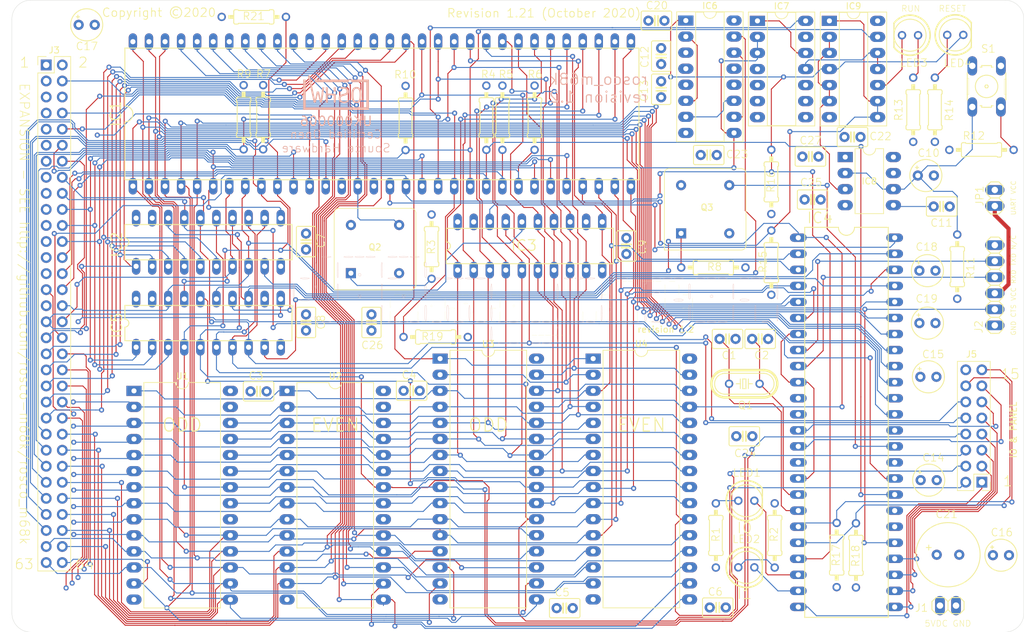
<source format=kicad_pcb>
(kicad_pcb (version 20171130) (host pcbnew "(5.1.5-0-10_14)")
  (layers (0 Top signal) (1 Route2 signal hide) (2 Route15 signal hide) (31 Bottom signal) (34 B.Paste user) (35 F.Paste user) (36 B.SilkS user) (37 F.SilkS user) (38 B.Mask user) (39 F.Mask user) (44 Edge.Cuts user))
  (net 0 "")
  (net 1 IPL2)
  (net 2 IPL1)
  (net 3 IPL0)
  (net 4 DTACK)
  (net 5 BGACK)
  (net 6 BR)
  (net 7 RESET)
  (net 8 BERR)
  (net 9 CLK)
  (net 10 LDS)
  (net 11 UDS)
  (net 12 AS)
  (net 13 BG)
  (net 14 FC2)
  (net 15 FC1)
  (net 16 FC0)
  (net 17 VCC)
  (net 18 GND)
  (net 19 ODDROMSEL)
  (net 20 EVENROMSEL)
  (net 21 ODDRAMSEL)
  (net 22 EVENRAMSEL)
  (net 23 IOSEL)
  (net 24 EXPSEL)
  (net 25 "Net-(IC2-Pad19)")
  (net 26 "Net-(IC4-Pad31)")
  (net 27 "Net-(IC4-Pad30)")
  (net 28 "Net-(IC4-Pad29)")
  (net 29 "Net-(IC4-Pad23)")
  (net 30 "Net-(IC4-Pad22)")
  (net 31 "Net-(IC4-Pad10)")
  (net 32 "Net-(IC4-Pad15)")
  (net 33 "Net-(LED1-PadA)")
  (net 34 "Net-(LED2-PadA)")
  (net 35 "Net-(IC6-Pad10)")
  (net 36 "Net-(IC6-Pad12)")
  (net 37 "Net-(IC6-Pad11)")
  (net 38 "Net-(IC6-Pad5)")
  (net 39 "Net-(IC6-Pad2)")
  (net 40 "Net-(IC5-Pad19)")
  (net 41 "Net-(IC5-Pad12)")
  (net 42 "Net-(IC8-Pad3)")
  (net 43 "Net-(IC8-Pad7)")
  (net 44 "Net-(IC9-Pad10)")
  (net 45 "Net-(LED4-PadA)")
  (net 46 "Net-(S1-Pad4)")
  (net 47 "Net-(S1-Pad2)")
  (net 48 HALT)
  (net 49 RW)
  (net 50 IACK)
  (net 51 BOOT)
  (net 52 MFPDS)
  (net 53 IODTACK)
  (net 54 RAMOE)
  (net 55 VPA)
  (net 56 E)
  (net 57 VMA)
  (net 58 IEO)
  (net 59 GPIO5)
  (net 60 GPIO4)
  (net 61 GPIO3)
  (net 62 GPIO2)
  (net 63 GPIO1)
  (net 64 TBI)
  (net 65 TAI)
  (net 66 TBO)
  (net 67 TAO)
  (net 68 "Net-(C1-Pad1)")
  (net 69 "Net-(C2-Pad1)")
  (net 70 "Net-(C10-Pad+)")
  (net 71 "Net-(C11-Pad2)")
  (net 72 /Expansion/A6)
  (net 73 /Expansion/A7)
  (net 74 /Expansion/A8)
  (net 75 /Expansion/A9)
  (net 76 /Expansion/A10)
  (net 77 /Expansion/A11)
  (net 78 /Expansion/A12)
  (net 79 /Expansion/A13)
  (net 80 /Expansion/A14)
  (net 81 /Expansion/A15)
  (net 82 /Expansion/A16)
  (net 83 /Expansion/A3)
  (net 84 /Expansion/A2)
  (net 85 /Expansion/A1)
  (net 86 /Expansion/D5)
  (net 87 /Expansion/D6)
  (net 88 /Expansion/D7)
  (net 89 /Expansion/D8)
  (net 90 /Expansion/D9)
  (net 91 /Expansion/D10)
  (net 92 /Expansion/D11)
  (net 93 /Expansion/D12)
  (net 94 /Expansion/D13)
  (net 95 /Expansion/D14)
  (net 96 /Expansion/D15)
  (net 97 /Expansion/A23)
  (net 98 /Expansion/A22)
  (net 99 /Expansion/A21)
  (net 100 /Expansion/A20)
  (net 101 /Expansion/A19)
  (net 102 /Expansion/A18)
  (net 103 /Expansion/A5)
  (net 104 /Expansion/A4)
  (net 105 /Expansion/D0)
  (net 106 /Expansion/D1)
  (net 107 /Expansion/D2)
  (net 108 /Expansion/D3)
  (net 109 /Expansion/D4)
  (net 110 MFPCLK)
  (net 111 /Main_Bus/UARTRX)
  (net 112 /Main_Bus/UARTTX)
  (net 113 "Net-(J2-Pad3)")
  (net 114 "Net-(LED3-PadA)")
  (net 115 "Net-(Q2-Pad1)")
  (net 116 "Net-(Q3-Pad1)")
  (net 117 "Net-(J2-Pad6)")
  (net 118 "Net-(IC3-Pad19)")
  (net 119 MFPSEL)
  (net 120 "Net-(IC3-Pad12)")
  (net 121 "Net-(R12-Pad2)")
  (net 122 /Expansion/A17)
  (net 123 "Net-(IC7-Pad1)")
  (net 124 "Net-(IC7-Pad8)")
  (net 125 "Net-(IC7-Pad9)")
  (net 126 "Net-(IC7-Pad11)")
  (module Package_DIP:DIP-16_W7.62mm_Socket_LongPads (layer Top) (at 174.45 58.3248)
    (fp_text reference IC6 (at 3.81 -2.33) (layer F.SilkS))
    (fp_text value 74174N)
    (pad 16 thru_hole oval (at 7.62 0) (size 2.4 1.6) (drill 0.8) (layers *.Cu *.Mask) (net 17 VCC))
    (pad 8 thru_hole oval (at 0 17.78) (size 2.4 1.6) (drill 0.8) (layers *.Cu *.Mask) (net 18 GND))
    (pad 15 thru_hole oval (at 7.62 2.54) (size 2.4 1.6) (drill 0.8) (layers *.Cu *.Mask) (net 51 BOOT))
    (pad 7 thru_hole oval (at 0 15.24) (size 2.4 1.6) (drill 0.8) (layers *.Cu *.Mask) (net 37 "Net-(IC6-Pad11)"))
    (pad 14 thru_hole oval (at 7.62 5.08) (size 2.4 1.6) (drill 0.8) (layers *.Cu *.Mask) (net 35 "Net-(IC6-Pad10)"))
    (pad 6 thru_hole oval (at 0 12.7) (size 2.4 1.6) (drill 0.8) (layers *.Cu *.Mask) (net 39 "Net-(IC6-Pad2)"))
    (pad 13 thru_hole oval (at 7.62 7.62) (size 2.4 1.6) (drill 0.8) (layers *.Cu *.Mask) (net 18 GND))
    (pad 5 thru_hole oval (at 0 10.16) (size 2.4 1.6) (drill 0.8) (layers *.Cu *.Mask) (net 38 "Net-(IC6-Pad5)"))
    (pad 12 thru_hole oval (at 7.62 10.16) (size 2.4 1.6) (drill 0.8) (layers *.Cu *.Mask) (net 36 "Net-(IC6-Pad12)"))
    (pad 4 thru_hole oval (at 0 7.62) (size 2.4 1.6) (drill 0.8) (layers *.Cu *.Mask) (net 18 GND))
    (pad 11 thru_hole oval (at 7.62 12.7) (size 2.4 1.6) (drill 0.8) (layers *.Cu *.Mask) (net 37 "Net-(IC6-Pad11)"))
    (pad 3 thru_hole oval (at 0 5.08) (size 2.4 1.6) (drill 0.8) (layers *.Cu *.Mask) (net 17 VCC))
    (pad 10 thru_hole oval (at 7.62 15.24) (size 2.4 1.6) (drill 0.8) (layers *.Cu *.Mask) (net 35 "Net-(IC6-Pad10)"))
    (pad 2 thru_hole oval (at 0 2.54) (size 2.4 1.6) (drill 0.8) (layers *.Cu *.Mask) (net 39 "Net-(IC6-Pad2)"))
    (pad 9 thru_hole oval (at 7.62 17.78) (size 2.4 1.6) (drill 0.8) (layers *.Cu *.Mask) (net 12 AS))
    (pad 1 thru_hole rect (at 0 0) (size 2.4 1.6) (drill 0.8) (layers *.Cu *.Mask) (net 7 RESET))
  )
  (module rosco_m68k:OSHW_Mono_0.25_Scale (layer Bottom) (at 119.15 69.75 180)
    (fp_text reference OSHW_Mono_0.25_Scale hide)
    (fp_text value UK000006 (at 0 -4.5) (layer B.SilkS) (effects (font (size 1.475 1.475) (thickness 0.2)) (justify mirror)))
  )
  (module rosco_m68k:MD-rosco_m68k_logo (layer Top) (at 152.65 106.85)
    (fp_text reference REF** hide)
    (fp_text value MD-rosco_m68k_logo hide)
  )
  (module rosco_m68k:SM-rosco_m68k_logo (layer Top) (at 124.7 58.251862)
    (fp_text reference REF** hide)
    (fp_text value SM-rosco_m68k_logo hide)
  )
  (module rosco_m68k:LG-rosco_m68k_logo_rotated (layer Bottom) (at 153.7 104.2 270)
    (fp_text reference REF** hide)
    (fp_text value LG-rosco_m68k_logo_rotated hide)
  )
  (module Package_DIP:DIP-14_W7.62mm_Socket_LongPads (layer Top) (at 185.775 58.3748)
    (fp_text reference IC7 (at 3.81 -2.33) (layer F.SilkS))
    (fp_text value 74LS93)
    (pad 1 thru_hole rect (at 0 0) (size 2.4 1.6) (drill 0.8) (layers *.Cu *.Mask) (net 123 "Net-(IC7-Pad1)"))
    (pad 8 thru_hole oval (at 7.62 15.24) (size 2.4 1.6) (drill 0.8) (layers *.Cu *.Mask) (net 124 "Net-(IC7-Pad8)"))
    (pad 2 thru_hole oval (at 0 2.54) (size 2.4 1.6) (drill 0.8) (layers *.Cu *.Mask) (net 12 AS))
    (pad 9 thru_hole oval (at 7.62 12.7) (size 2.4 1.6) (drill 0.8) (layers *.Cu *.Mask) (net 125 "Net-(IC7-Pad9)"))
    (pad 3 thru_hole oval (at 0 5.08) (size 2.4 1.6) (drill 0.8) (layers *.Cu *.Mask) (net 12 AS))
    (pad 10 thru_hole oval (at 7.62 10.16) (size 2.4 1.6) (drill 0.8) (layers *.Cu *.Mask) (net 18 GND))
    (pad 4 thru_hole oval (at 0 7.62) (size 2.4 1.6) (drill 0.8) (layers *.Cu *.Mask))
    (pad 11 thru_hole oval (at 7.62 7.62) (size 2.4 1.6) (drill 0.8) (layers *.Cu *.Mask) (net 126 "Net-(IC7-Pad11)"))
    (pad 5 thru_hole oval (at 0 10.16) (size 2.4 1.6) (drill 0.8) (layers *.Cu *.Mask) (net 17 VCC))
    (pad 12 thru_hole oval (at 7.62 5.08) (size 2.4 1.6) (drill 0.8) (layers *.Cu *.Mask) (net 123 "Net-(IC7-Pad1)"))
    (pad 6 thru_hole oval (at 0 12.7) (size 2.4 1.6) (drill 0.8) (layers *.Cu *.Mask))
    (pad 13 thru_hole oval (at 7.62 2.54) (size 2.4 1.6) (drill 0.8) (layers *.Cu *.Mask))
    (pad 7 thru_hole oval (at 0 15.24) (size 2.4 1.6) (drill 0.8) (layers *.Cu *.Mask))
    (pad 14 thru_hole oval (at 7.62 0) (size 2.4 1.6) (drill 0.8) (layers *.Cu *.Mask) (net 56 E))
  )
  (module Package_DIP:DIP-14_W7.62mm_Socket_LongPads (layer Top) (at 197.15 58.3748)
    (fp_text reference IC9 (at 3.81 -2.33) (layer F.SilkS))
    (fp_text value 74LS01N)
    (pad 1 thru_hole rect (at 0 0) (size 2.4 1.6) (drill 0.8) (layers *.Cu *.Mask) (net 48 HALT))
    (pad 8 thru_hole oval (at 7.62 15.24) (size 2.4 1.6) (drill 0.8) (layers *.Cu *.Mask) (net 48 HALT))
    (pad 2 thru_hole oval (at 0 2.54) (size 2.4 1.6) (drill 0.8) (layers *.Cu *.Mask) (net 42 "Net-(IC8-Pad3)"))
    (pad 9 thru_hole oval (at 7.62 12.7) (size 2.4 1.6) (drill 0.8) (layers *.Cu *.Mask) (net 48 HALT))
    (pad 3 thru_hole oval (at 0 5.08) (size 2.4 1.6) (drill 0.8) (layers *.Cu *.Mask) (net 42 "Net-(IC8-Pad3)"))
    (pad 10 thru_hole oval (at 7.62 10.16) (size 2.4 1.6) (drill 0.8) (layers *.Cu *.Mask) (net 44 "Net-(IC9-Pad10)"))
    (pad 4 thru_hole oval (at 0 7.62) (size 2.4 1.6) (drill 0.8) (layers *.Cu *.Mask) (net 7 RESET))
    (pad 11 thru_hole oval (at 7.62 7.62) (size 2.4 1.6) (drill 0.8) (layers *.Cu *.Mask) (net 126 "Net-(IC7-Pad11)"))
    (pad 5 thru_hole oval (at 0 10.16) (size 2.4 1.6) (drill 0.8) (layers *.Cu *.Mask) (net 42 "Net-(IC8-Pad3)"))
    (pad 12 thru_hole oval (at 7.62 5.08) (size 2.4 1.6) (drill 0.8) (layers *.Cu *.Mask) (net 126 "Net-(IC7-Pad11)"))
    (pad 6 thru_hole oval (at 0 12.7) (size 2.4 1.6) (drill 0.8) (layers *.Cu *.Mask) (net 42 "Net-(IC8-Pad3)"))
    (pad 13 thru_hole oval (at 7.62 2.54) (size 2.4 1.6) (drill 0.8) (layers *.Cu *.Mask) (net 8 BERR))
    (pad 7 thru_hole oval (at 0 15.24) (size 2.4 1.6) (drill 0.8) (layers *.Cu *.Mask) (net 18 GND))
    (pad 14 thru_hole oval (at 7.62 0) (size 2.4 1.6) (drill 0.8) (layers *.Cu *.Mask) (net 17 VCC))
  )
  (module rosco_m68k:C2.5-3 (layer Top) (at 194.15 79.85)
    (fp_text reference C27 (at -1.8 -1.85 -180) (layer F.SilkS) (effects (font (size 1.2065 1.2065) (thickness 0.12065)) (justify left bottom)))
    (fp_text value 100nF)
    (pad 2 thru_hole circle (at 1.27 0) (size 1.6002 1.6002) (drill 0.8128) (layers *.Cu *.Mask) (net 18 GND))
    (pad 1 thru_hole circle (at -1.27 0) (size 1.6002 1.6002) (drill 0.8128) (layers *.Cu *.Mask) (net 17 VCC))
  )
  (module rosco_m68k:0207_10 (layer Top) (at 106.15 57.75 180)
    (fp_text reference R21 (at -1.8 -0.6) (layer F.SilkS) (effects (font (size 1.2065 1.2065) (thickness 0.12065)) (justify right bottom)))
    (fp_text value 4K7)
    (pad 2 thru_hole circle (at 5.08 0 180) (size 1.3208 1.3208) (drill 0.8128) (layers *.Cu *.Mask) (net 17 VCC))
    (pad 1 thru_hole circle (at -5.08 0 180) (size 1.3208 1.3208) (drill 0.8128) (layers *.Cu *.Mask) (net 4 DTACK))
  )
  (module Package_DIP:DIP-28_W15.24mm_LongPads (layer Top) (at 87.2 116.9236)
    (fp_text reference U1 (at 7.62 -2.33) (layer F.SilkS))
    (fp_text value AT28C256-15PU)
    (pad 28 thru_hole oval (at 15.24 0) (size 2.4 1.6) (drill 0.8) (layers *.Cu *.Mask) (net 17 VCC))
    (pad 14 thru_hole oval (at 0 33.02) (size 2.4 1.6) (drill 0.8) (layers *.Cu *.Mask) (net 18 GND))
    (pad 27 thru_hole oval (at 15.24 2.54) (size 2.4 1.6) (drill 0.8) (layers *.Cu *.Mask) (net 17 VCC))
    (pad 13 thru_hole oval (at 0 30.48) (size 2.4 1.6) (drill 0.8) (layers *.Cu *.Mask) (net 107 /Expansion/D2))
    (pad 26 thru_hole oval (at 15.24 5.08) (size 2.4 1.6) (drill 0.8) (layers *.Cu *.Mask) (net 80 /Expansion/A14))
    (pad 12 thru_hole oval (at 0 27.94) (size 2.4 1.6) (drill 0.8) (layers *.Cu *.Mask) (net 106 /Expansion/D1))
    (pad 25 thru_hole oval (at 15.24 7.62) (size 2.4 1.6) (drill 0.8) (layers *.Cu *.Mask) (net 75 /Expansion/A9))
    (pad 11 thru_hole oval (at 0 25.4) (size 2.4 1.6) (drill 0.8) (layers *.Cu *.Mask) (net 105 /Expansion/D0))
    (pad 24 thru_hole oval (at 15.24 10.16) (size 2.4 1.6) (drill 0.8) (layers *.Cu *.Mask) (net 76 /Expansion/A10))
    (pad 10 thru_hole oval (at 0 22.86) (size 2.4 1.6) (drill 0.8) (layers *.Cu *.Mask) (net 85 /Expansion/A1))
    (pad 23 thru_hole oval (at 15.24 12.7) (size 2.4 1.6) (drill 0.8) (layers *.Cu *.Mask) (net 78 /Expansion/A12))
    (pad 9 thru_hole oval (at 0 20.32) (size 2.4 1.6) (drill 0.8) (layers *.Cu *.Mask) (net 84 /Expansion/A2))
    (pad 22 thru_hole oval (at 15.24 15.24) (size 2.4 1.6) (drill 0.8) (layers *.Cu *.Mask) (net 19 ODDROMSEL))
    (pad 8 thru_hole oval (at 0 17.78) (size 2.4 1.6) (drill 0.8) (layers *.Cu *.Mask) (net 83 /Expansion/A3))
    (pad 21 thru_hole oval (at 15.24 17.78) (size 2.4 1.6) (drill 0.8) (layers *.Cu *.Mask) (net 77 /Expansion/A11))
    (pad 7 thru_hole oval (at 0 15.24) (size 2.4 1.6) (drill 0.8) (layers *.Cu *.Mask) (net 104 /Expansion/A4))
    (pad 20 thru_hole oval (at 15.24 20.32) (size 2.4 1.6) (drill 0.8) (layers *.Cu *.Mask) (net 18 GND))
    (pad 6 thru_hole oval (at 0 12.7) (size 2.4 1.6) (drill 0.8) (layers *.Cu *.Mask) (net 103 /Expansion/A5))
    (pad 19 thru_hole oval (at 15.24 22.86) (size 2.4 1.6) (drill 0.8) (layers *.Cu *.Mask) (net 88 /Expansion/D7))
    (pad 5 thru_hole oval (at 0 10.16) (size 2.4 1.6) (drill 0.8) (layers *.Cu *.Mask) (net 72 /Expansion/A6))
    (pad 18 thru_hole oval (at 15.24 25.4) (size 2.4 1.6) (drill 0.8) (layers *.Cu *.Mask) (net 87 /Expansion/D6))
    (pad 4 thru_hole oval (at 0 7.62) (size 2.4 1.6) (drill 0.8) (layers *.Cu *.Mask) (net 73 /Expansion/A7))
    (pad 17 thru_hole oval (at 15.24 27.94) (size 2.4 1.6) (drill 0.8) (layers *.Cu *.Mask) (net 86 /Expansion/D5))
    (pad 3 thru_hole oval (at 0 5.08) (size 2.4 1.6) (drill 0.8) (layers *.Cu *.Mask) (net 74 /Expansion/A8))
    (pad 16 thru_hole oval (at 15.24 30.48) (size 2.4 1.6) (drill 0.8) (layers *.Cu *.Mask) (net 109 /Expansion/D4))
    (pad 2 thru_hole oval (at 0 2.54) (size 2.4 1.6) (drill 0.8) (layers *.Cu *.Mask) (net 79 /Expansion/A13))
    (pad 15 thru_hole oval (at 15.24 33.02) (size 2.4 1.6) (drill 0.8) (layers *.Cu *.Mask) (net 108 /Expansion/D3))
    (pad 1 thru_hole rect (at 0 0) (size 2.4 1.6) (drill 0.8) (layers *.Cu *.Mask) (net 81 /Expansion/A15))
  )
  (module rosco_m68k:DIL20 (layer Top) (at 149.8 94)
    (fp_text reference IC3 (at -3.1 0.9 180) (layer F.SilkS) (effects (font (size 1.6891 1.6891) (thickness 0.16891)) (justify left bottom)))
    (fp_text value ATF16V8BQL-15PU)
    (pad 20 thru_hole oval (at -11.43 -3.81 90) (size 2.6416 1.3208) (drill 0.8128) (layers *.Cu *.Mask) (net 17 VCC))
    (pad 19 thru_hole oval (at -8.89 -3.81 90) (size 2.6416 1.3208) (drill 0.8128) (layers *.Cu *.Mask) (net 118 "Net-(IC3-Pad19)"))
    (pad 18 thru_hole oval (at -6.35 -3.81 90) (size 2.6416 1.3208) (drill 0.8128) (layers *.Cu *.Mask) (net 119 MFPSEL))
    (pad 17 thru_hole oval (at -3.81 -3.81 90) (size 2.6416 1.3208) (drill 0.8128) (layers *.Cu *.Mask) (net 23 IOSEL))
    (pad 16 thru_hole oval (at -1.27 -3.81 90) (size 2.6416 1.3208) (drill 0.8128) (layers *.Cu *.Mask) (net 10 LDS))
    (pad 15 thru_hole oval (at 1.27 -3.81 90) (size 2.6416 1.3208) (drill 0.8128) (layers *.Cu *.Mask) (net 102 /Expansion/A18))
    (pad 14 thru_hole oval (at 3.81 -3.81 90) (size 2.6416 1.3208) (drill 0.8128) (layers *.Cu *.Mask) (net 122 /Expansion/A17))
    (pad 13 thru_hole oval (at 6.35 -3.81 90) (size 2.6416 1.3208) (drill 0.8128) (layers *.Cu *.Mask) (net 82 /Expansion/A16))
    (pad 12 thru_hole oval (at 8.89 -3.81 90) (size 2.6416 1.3208) (drill 0.8128) (layers *.Cu *.Mask) (net 120 "Net-(IC3-Pad12)"))
    (pad 11 thru_hole oval (at 11.43 -3.81 90) (size 2.6416 1.3208) (drill 0.8128) (layers *.Cu *.Mask) (net 81 /Expansion/A15))
    (pad 10 thru_hole oval (at 11.43 3.81 90) (size 2.6416 1.3208) (drill 0.8128) (layers *.Cu *.Mask) (net 18 GND))
    (pad 9 thru_hole oval (at 8.89 3.81 90) (size 2.6416 1.3208) (drill 0.8128) (layers *.Cu *.Mask) (net 80 /Expansion/A14))
    (pad 8 thru_hole oval (at 6.35 3.81 90) (size 2.6416 1.3208) (drill 0.8128) (layers *.Cu *.Mask) (net 79 /Expansion/A13))
    (pad 7 thru_hole oval (at 3.81 3.81 90) (size 2.6416 1.3208) (drill 0.8128) (layers *.Cu *.Mask) (net 78 /Expansion/A12))
    (pad 6 thru_hole oval (at 1.27 3.81 90) (size 2.6416 1.3208) (drill 0.8128) (layers *.Cu *.Mask) (net 77 /Expansion/A11))
    (pad 5 thru_hole oval (at -1.27 3.81 90) (size 2.6416 1.3208) (drill 0.8128) (layers *.Cu *.Mask) (net 76 /Expansion/A10))
    (pad 4 thru_hole oval (at -3.81 3.81 90) (size 2.6416 1.3208) (drill 0.8128) (layers *.Cu *.Mask) (net 75 /Expansion/A9))
    (pad 3 thru_hole oval (at -6.35 3.81 90) (size 2.6416 1.3208) (drill 0.8128) (layers *.Cu *.Mask) (net 74 /Expansion/A8))
    (pad 2 thru_hole oval (at -8.89 3.81 90) (size 2.6416 1.3208) (drill 0.8128) (layers *.Cu *.Mask) (net 73 /Expansion/A7))
    (pad 1 thru_hole oval (at -11.43 3.81 90) (size 2.6416 1.3208) (drill 0.8128) (layers *.Cu *.Mask) (net 72 /Expansion/A6))
  )
  (module Connector_PinHeader_2.54mm:PinHeader_2x32_P2.54mm_Vertical (layer Top) (at 73.325 65.35)
    (fp_text reference J3 (at 1.27 -2.33) (layer F.SilkS))
    (fp_text value Conn_02x32_Odd_Even)
    (pad 64 thru_hole oval (at 2.54 78.74) (size 1.7 1.7) (drill 1) (layers *.Cu *.Mask) (net 107 /Expansion/D2))
    (pad 63 thru_hole oval (at 0 78.74) (size 1.7 1.7) (drill 1) (layers *.Cu *.Mask) (net 106 /Expansion/D1))
    (pad 62 thru_hole oval (at 2.54 76.2) (size 1.7 1.7) (drill 1) (layers *.Cu *.Mask) (net 108 /Expansion/D3))
    (pad 61 thru_hole oval (at 0 76.2) (size 1.7 1.7) (drill 1) (layers *.Cu *.Mask) (net 105 /Expansion/D0))
    (pad 60 thru_hole oval (at 2.54 73.66) (size 1.7 1.7) (drill 1) (layers *.Cu *.Mask) (net 109 /Expansion/D4))
    (pad 59 thru_hole oval (at 0 73.66) (size 1.7 1.7) (drill 1) (layers *.Cu *.Mask) (net 49 RW))
    (pad 58 thru_hole oval (at 2.54 71.12) (size 1.7 1.7) (drill 1) (layers *.Cu *.Mask) (net 86 /Expansion/D5))
    (pad 57 thru_hole oval (at 0 71.12) (size 1.7 1.7) (drill 1) (layers *.Cu *.Mask) (net 4 DTACK))
    (pad 56 thru_hole oval (at 2.54 68.58) (size 1.7 1.7) (drill 1) (layers *.Cu *.Mask) (net 87 /Expansion/D6))
    (pad 55 thru_hole oval (at 0 68.58) (size 1.7 1.7) (drill 1) (layers *.Cu *.Mask) (net 6 BR))
    (pad 54 thru_hole oval (at 2.54 66.04) (size 1.7 1.7) (drill 1) (layers *.Cu *.Mask) (net 88 /Expansion/D7))
    (pad 53 thru_hole oval (at 0 66.04) (size 1.7 1.7) (drill 1) (layers *.Cu *.Mask) (net 5 BGACK))
    (pad 52 thru_hole oval (at 2.54 63.5) (size 1.7 1.7) (drill 1) (layers *.Cu *.Mask) (net 89 /Expansion/D8))
    (pad 51 thru_hole oval (at 0 63.5) (size 1.7 1.7) (drill 1) (layers *.Cu *.Mask) (net 13 BG))
    (pad 50 thru_hole oval (at 2.54 60.96) (size 1.7 1.7) (drill 1) (layers *.Cu *.Mask) (net 90 /Expansion/D9))
    (pad 49 thru_hole oval (at 0 60.96) (size 1.7 1.7) (drill 1) (layers *.Cu *.Mask) (net 8 BERR))
    (pad 48 thru_hole oval (at 2.54 58.42) (size 1.7 1.7) (drill 1) (layers *.Cu *.Mask) (net 91 /Expansion/D10))
    (pad 47 thru_hole oval (at 0 58.42) (size 1.7 1.7) (drill 1) (layers *.Cu *.Mask) (net 12 AS))
    (pad 46 thru_hole oval (at 2.54 55.88) (size 1.7 1.7) (drill 1) (layers *.Cu *.Mask) (net 92 /Expansion/D11))
    (pad 45 thru_hole oval (at 0 55.88) (size 1.7 1.7) (drill 1) (layers *.Cu *.Mask) (net 97 /Expansion/A23))
    (pad 44 thru_hole oval (at 2.54 53.34) (size 1.7 1.7) (drill 1) (layers *.Cu *.Mask) (net 93 /Expansion/D12))
    (pad 43 thru_hole oval (at 0 53.34) (size 1.7 1.7) (drill 1) (layers *.Cu *.Mask) (net 98 /Expansion/A22))
    (pad 42 thru_hole oval (at 2.54 50.8) (size 1.7 1.7) (drill 1) (layers *.Cu *.Mask) (net 94 /Expansion/D13))
    (pad 41 thru_hole oval (at 0 50.8) (size 1.7 1.7) (drill 1) (layers *.Cu *.Mask) (net 99 /Expansion/A21))
    (pad 40 thru_hole oval (at 2.54 48.26) (size 1.7 1.7) (drill 1) (layers *.Cu *.Mask) (net 95 /Expansion/D14))
    (pad 39 thru_hole oval (at 0 48.26) (size 1.7 1.7) (drill 1) (layers *.Cu *.Mask) (net 100 /Expansion/A20))
    (pad 38 thru_hole oval (at 2.54 45.72) (size 1.7 1.7) (drill 1) (layers *.Cu *.Mask) (net 96 /Expansion/D15))
    (pad 37 thru_hole oval (at 0 45.72) (size 1.7 1.7) (drill 1) (layers *.Cu *.Mask) (net 101 /Expansion/A19))
    (pad 36 thru_hole oval (at 2.54 43.18) (size 1.7 1.7) (drill 1) (layers *.Cu *.Mask) (net 7 RESET))
    (pad 35 thru_hole oval (at 0 43.18) (size 1.7 1.7) (drill 1) (layers *.Cu *.Mask) (net 102 /Expansion/A18))
    (pad 34 thru_hole oval (at 2.54 40.64) (size 1.7 1.7) (drill 1) (layers *.Cu *.Mask) (net 11 UDS))
    (pad 33 thru_hole oval (at 0 40.64) (size 1.7 1.7) (drill 1) (layers *.Cu *.Mask) (net 122 /Expansion/A17))
    (pad 32 thru_hole oval (at 2.54 38.1) (size 1.7 1.7) (drill 1) (layers *.Cu *.Mask) (net 10 LDS))
    (pad 31 thru_hole oval (at 0 38.1) (size 1.7 1.7) (drill 1) (layers *.Cu *.Mask) (net 82 /Expansion/A16))
    (pad 30 thru_hole oval (at 2.54 35.56) (size 1.7 1.7) (drill 1) (layers *.Cu *.Mask) (net 1 IPL2))
    (pad 29 thru_hole oval (at 0 35.56) (size 1.7 1.7) (drill 1) (layers *.Cu *.Mask) (net 81 /Expansion/A15))
    (pad 28 thru_hole oval (at 2.54 33.02) (size 1.7 1.7) (drill 1) (layers *.Cu *.Mask) (net 2 IPL1))
    (pad 27 thru_hole oval (at 0 33.02) (size 1.7 1.7) (drill 1) (layers *.Cu *.Mask) (net 80 /Expansion/A14))
    (pad 26 thru_hole oval (at 2.54 30.48) (size 1.7 1.7) (drill 1) (layers *.Cu *.Mask) (net 3 IPL0))
    (pad 25 thru_hole oval (at 0 30.48) (size 1.7 1.7) (drill 1) (layers *.Cu *.Mask) (net 79 /Expansion/A13))
    (pad 24 thru_hole oval (at 2.54 27.94) (size 1.7 1.7) (drill 1) (layers *.Cu *.Mask) (net 14 FC2))
    (pad 23 thru_hole oval (at 0 27.94) (size 1.7 1.7) (drill 1) (layers *.Cu *.Mask) (net 78 /Expansion/A12))
    (pad 22 thru_hole oval (at 2.54 25.4) (size 1.7 1.7) (drill 1) (layers *.Cu *.Mask) (net 15 FC1))
    (pad 21 thru_hole oval (at 0 25.4) (size 1.7 1.7) (drill 1) (layers *.Cu *.Mask) (net 77 /Expansion/A11))
    (pad 20 thru_hole oval (at 2.54 22.86) (size 1.7 1.7) (drill 1) (layers *.Cu *.Mask) (net 16 FC0))
    (pad 19 thru_hole oval (at 0 22.86) (size 1.7 1.7) (drill 1) (layers *.Cu *.Mask) (net 76 /Expansion/A10))
    (pad 18 thru_hole oval (at 2.54 20.32) (size 1.7 1.7) (drill 1) (layers *.Cu *.Mask) (net 24 EXPSEL))
    (pad 17 thru_hole oval (at 0 20.32) (size 1.7 1.7) (drill 1) (layers *.Cu *.Mask) (net 75 /Expansion/A9))
    (pad 16 thru_hole oval (at 2.54 17.78) (size 1.7 1.7) (drill 1) (layers *.Cu *.Mask) (net 23 IOSEL))
    (pad 15 thru_hole oval (at 0 17.78) (size 1.7 1.7) (drill 1) (layers *.Cu *.Mask) (net 74 /Expansion/A8))
    (pad 14 thru_hole oval (at 2.54 15.24) (size 1.7 1.7) (drill 1) (layers *.Cu *.Mask) (net 58 IEO))
    (pad 13 thru_hole oval (at 0 15.24) (size 1.7 1.7) (drill 1) (layers *.Cu *.Mask) (net 73 /Expansion/A7))
    (pad 12 thru_hole oval (at 2.54 12.7) (size 1.7 1.7) (drill 1) (layers *.Cu *.Mask) (net 57 VMA))
    (pad 11 thru_hole oval (at 0 12.7) (size 1.7 1.7) (drill 1) (layers *.Cu *.Mask) (net 72 /Expansion/A6))
    (pad 10 thru_hole oval (at 2.54 10.16) (size 1.7 1.7) (drill 1) (layers *.Cu *.Mask) (net 56 E))
    (pad 9 thru_hole oval (at 0 10.16) (size 1.7 1.7) (drill 1) (layers *.Cu *.Mask) (net 103 /Expansion/A5))
    (pad 8 thru_hole oval (at 2.54 7.62) (size 1.7 1.7) (drill 1) (layers *.Cu *.Mask) (net 55 VPA))
    (pad 7 thru_hole oval (at 0 7.62) (size 1.7 1.7) (drill 1) (layers *.Cu *.Mask) (net 104 /Expansion/A4))
    (pad 6 thru_hole oval (at 2.54 5.08) (size 1.7 1.7) (drill 1) (layers *.Cu *.Mask) (net 18 GND))
    (pad 5 thru_hole oval (at 0 5.08) (size 1.7 1.7) (drill 1) (layers *.Cu *.Mask) (net 83 /Expansion/A3))
    (pad 4 thru_hole oval (at 2.54 2.54) (size 1.7 1.7) (drill 1) (layers *.Cu *.Mask) (net 9 CLK))
    (pad 3 thru_hole oval (at 0 2.54) (size 1.7 1.7) (drill 1) (layers *.Cu *.Mask) (net 84 /Expansion/A2))
    (pad 2 thru_hole oval (at 2.54 0) (size 1.7 1.7) (drill 1) (layers *.Cu *.Mask) (net 17 VCC))
    (pad 1 thru_hole rect (at 0 0) (size 1.7 1.7) (drill 1) (layers *.Cu *.Mask) (net 85 /Expansion/A1))
  )
  (module rosco_m68k:DIL64 (layer Top) (at 126.4 73.1)
    (fp_text reference IC1 (at -41.1 2.15 90) (layer F.SilkS) (effects (font (size 1.6891 1.6891) (thickness 0.16891)) (justify left bottom)))
    (fp_text value MC68010P10)
    (pad 34 thru_hole oval (at 36.83 -11.43 90) (size 2.6416 1.3208) (drill 0.8128) (layers *.Cu *.Mask) (net 72 /Expansion/A6))
    (pad 35 thru_hole oval (at 34.29 -11.43 90) (size 2.6416 1.3208) (drill 0.8128) (layers *.Cu *.Mask) (net 73 /Expansion/A7))
    (pad 36 thru_hole oval (at 31.75 -11.43 90) (size 2.6416 1.3208) (drill 0.8128) (layers *.Cu *.Mask) (net 74 /Expansion/A8))
    (pad 37 thru_hole oval (at 29.21 -11.43 90) (size 2.6416 1.3208) (drill 0.8128) (layers *.Cu *.Mask) (net 75 /Expansion/A9))
    (pad 38 thru_hole oval (at 26.67 -11.43 90) (size 2.6416 1.3208) (drill 0.8128) (layers *.Cu *.Mask) (net 76 /Expansion/A10))
    (pad 39 thru_hole oval (at 24.13 -11.43 90) (size 2.6416 1.3208) (drill 0.8128) (layers *.Cu *.Mask) (net 77 /Expansion/A11))
    (pad 40 thru_hole oval (at 21.59 -11.43 90) (size 2.6416 1.3208) (drill 0.8128) (layers *.Cu *.Mask) (net 78 /Expansion/A12))
    (pad 41 thru_hole oval (at 19.05 -11.43 90) (size 2.6416 1.3208) (drill 0.8128) (layers *.Cu *.Mask) (net 79 /Expansion/A13))
    (pad 42 thru_hole oval (at 16.51 -11.43 90) (size 2.6416 1.3208) (drill 0.8128) (layers *.Cu *.Mask) (net 80 /Expansion/A14))
    (pad 43 thru_hole oval (at 13.97 -11.43 90) (size 2.6416 1.3208) (drill 0.8128) (layers *.Cu *.Mask) (net 81 /Expansion/A15))
    (pad 44 thru_hole oval (at 11.43 -11.43 90) (size 2.6416 1.3208) (drill 0.8128) (layers *.Cu *.Mask) (net 82 /Expansion/A16))
    (pad 45 thru_hole oval (at 8.89 -11.43 90) (size 2.6416 1.3208) (drill 0.8128) (layers *.Cu *.Mask) (net 122 /Expansion/A17))
    (pad 31 thru_hole oval (at 36.83 11.43 90) (size 2.6416 1.3208) (drill 0.8128) (layers *.Cu *.Mask) (net 83 /Expansion/A3))
    (pad 30 thru_hole oval (at 34.29 11.43 90) (size 2.6416 1.3208) (drill 0.8128) (layers *.Cu *.Mask) (net 84 /Expansion/A2))
    (pad 29 thru_hole oval (at 31.75 11.43 90) (size 2.6416 1.3208) (drill 0.8128) (layers *.Cu *.Mask) (net 85 /Expansion/A1))
    (pad 28 thru_hole oval (at 29.21 11.43 90) (size 2.6416 1.3208) (drill 0.8128) (layers *.Cu *.Mask) (net 16 FC0))
    (pad 27 thru_hole oval (at 26.67 11.43 90) (size 2.6416 1.3208) (drill 0.8128) (layers *.Cu *.Mask) (net 15 FC1))
    (pad 26 thru_hole oval (at 24.13 11.43 90) (size 2.6416 1.3208) (drill 0.8128) (layers *.Cu *.Mask) (net 14 FC2))
    (pad 25 thru_hole oval (at 21.59 11.43 90) (size 2.6416 1.3208) (drill 0.8128) (layers *.Cu *.Mask) (net 3 IPL0))
    (pad 24 thru_hole oval (at 19.05 11.43 90) (size 2.6416 1.3208) (drill 0.8128) (layers *.Cu *.Mask) (net 2 IPL1))
    (pad 23 thru_hole oval (at 16.51 11.43 90) (size 2.6416 1.3208) (drill 0.8128) (layers *.Cu *.Mask) (net 1 IPL2))
    (pad 22 thru_hole oval (at 13.97 11.43 90) (size 2.6416 1.3208) (drill 0.8128) (layers *.Cu *.Mask) (net 8 BERR))
    (pad 21 thru_hole oval (at 11.43 11.43 90) (size 2.6416 1.3208) (drill 0.8128) (layers *.Cu *.Mask) (net 55 VPA))
    (pad 20 thru_hole oval (at 8.89 11.43 90) (size 2.6416 1.3208) (drill 0.8128) (layers *.Cu *.Mask) (net 56 E))
    (pad 64 thru_hole oval (at -39.37 -11.43 90) (size 2.6416 1.3208) (drill 0.8128) (layers *.Cu *.Mask) (net 86 /Expansion/D5))
    (pad 63 thru_hole oval (at -36.83 -11.43 90) (size 2.6416 1.3208) (drill 0.8128) (layers *.Cu *.Mask) (net 87 /Expansion/D6))
    (pad 62 thru_hole oval (at -34.29 -11.43 90) (size 2.6416 1.3208) (drill 0.8128) (layers *.Cu *.Mask) (net 88 /Expansion/D7))
    (pad 61 thru_hole oval (at -31.75 -11.43 90) (size 2.6416 1.3208) (drill 0.8128) (layers *.Cu *.Mask) (net 89 /Expansion/D8))
    (pad 60 thru_hole oval (at -29.21 -11.43 90) (size 2.6416 1.3208) (drill 0.8128) (layers *.Cu *.Mask) (net 90 /Expansion/D9))
    (pad 59 thru_hole oval (at -26.67 -11.43 90) (size 2.6416 1.3208) (drill 0.8128) (layers *.Cu *.Mask) (net 91 /Expansion/D10))
    (pad 58 thru_hole oval (at -24.13 -11.43 90) (size 2.6416 1.3208) (drill 0.8128) (layers *.Cu *.Mask) (net 92 /Expansion/D11))
    (pad 57 thru_hole oval (at -21.59 -11.43 90) (size 2.6416 1.3208) (drill 0.8128) (layers *.Cu *.Mask) (net 93 /Expansion/D12))
    (pad 56 thru_hole oval (at -19.05 -11.43 90) (size 2.6416 1.3208) (drill 0.8128) (layers *.Cu *.Mask) (net 94 /Expansion/D13))
    (pad 55 thru_hole oval (at -16.51 -11.43 90) (size 2.6416 1.3208) (drill 0.8128) (layers *.Cu *.Mask) (net 95 /Expansion/D14))
    (pad 54 thru_hole oval (at -13.97 -11.43 90) (size 2.6416 1.3208) (drill 0.8128) (layers *.Cu *.Mask) (net 96 /Expansion/D15))
    (pad 53 thru_hole oval (at -11.43 -11.43 90) (size 2.6416 1.3208) (drill 0.8128) (layers *.Cu *.Mask) (net 18 GND))
    (pad 52 thru_hole oval (at -8.89 -11.43 90) (size 2.6416 1.3208) (drill 0.8128) (layers *.Cu *.Mask) (net 97 /Expansion/A23))
    (pad 51 thru_hole oval (at -6.35 -11.43 90) (size 2.6416 1.3208) (drill 0.8128) (layers *.Cu *.Mask) (net 98 /Expansion/A22))
    (pad 50 thru_hole oval (at -3.81 -11.43 90) (size 2.6416 1.3208) (drill 0.8128) (layers *.Cu *.Mask) (net 99 /Expansion/A21))
    (pad 49 thru_hole oval (at -1.27 -11.43 90) (size 2.6416 1.3208) (drill 0.8128) (layers *.Cu *.Mask) (net 17 VCC))
    (pad 48 thru_hole oval (at 1.27 -11.43 90) (size 2.6416 1.3208) (drill 0.8128) (layers *.Cu *.Mask) (net 100 /Expansion/A20))
    (pad 47 thru_hole oval (at 3.81 -11.43 90) (size 2.6416 1.3208) (drill 0.8128) (layers *.Cu *.Mask) (net 101 /Expansion/A19))
    (pad 46 thru_hole oval (at 6.35 -11.43 90) (size 2.6416 1.3208) (drill 0.8128) (layers *.Cu *.Mask) (net 102 /Expansion/A18))
    (pad 33 thru_hole oval (at 39.37 -11.43 90) (size 2.6416 1.3208) (drill 0.8128) (layers *.Cu *.Mask) (net 103 /Expansion/A5))
    (pad 32 thru_hole oval (at 39.37 11.43 90) (size 2.6416 1.3208) (drill 0.8128) (layers *.Cu *.Mask) (net 104 /Expansion/A4))
    (pad 19 thru_hole oval (at 6.35 11.43 90) (size 2.6416 1.3208) (drill 0.8128) (layers *.Cu *.Mask) (net 57 VMA))
    (pad 18 thru_hole oval (at 3.81 11.43 90) (size 2.6416 1.3208) (drill 0.8128) (layers *.Cu *.Mask) (net 7 RESET))
    (pad 17 thru_hole oval (at 1.27 11.43 90) (size 2.6416 1.3208) (drill 0.8128) (layers *.Cu *.Mask) (net 48 HALT))
    (pad 16 thru_hole oval (at -1.27 11.43 90) (size 2.6416 1.3208) (drill 0.8128) (layers *.Cu *.Mask) (net 18 GND))
    (pad 15 thru_hole oval (at -3.81 11.43 90) (size 2.6416 1.3208) (drill 0.8128) (layers *.Cu *.Mask) (net 9 CLK))
    (pad 14 thru_hole oval (at -6.35 11.43 90) (size 2.6416 1.3208) (drill 0.8128) (layers *.Cu *.Mask) (net 17 VCC))
    (pad 13 thru_hole oval (at -8.89 11.43 90) (size 2.6416 1.3208) (drill 0.8128) (layers *.Cu *.Mask) (net 6 BR))
    (pad 12 thru_hole oval (at -11.43 11.43 90) (size 2.6416 1.3208) (drill 0.8128) (layers *.Cu *.Mask) (net 5 BGACK))
    (pad 11 thru_hole oval (at -13.97 11.43 90) (size 2.6416 1.3208) (drill 0.8128) (layers *.Cu *.Mask) (net 13 BG))
    (pad 10 thru_hole oval (at -16.51 11.43 90) (size 2.6416 1.3208) (drill 0.8128) (layers *.Cu *.Mask) (net 4 DTACK))
    (pad 9 thru_hole oval (at -19.05 11.43 90) (size 2.6416 1.3208) (drill 0.8128) (layers *.Cu *.Mask) (net 49 RW))
    (pad 8 thru_hole oval (at -21.59 11.43 90) (size 2.6416 1.3208) (drill 0.8128) (layers *.Cu *.Mask) (net 10 LDS))
    (pad 7 thru_hole oval (at -24.13 11.43 90) (size 2.6416 1.3208) (drill 0.8128) (layers *.Cu *.Mask) (net 11 UDS))
    (pad 6 thru_hole oval (at -26.67 11.43 90) (size 2.6416 1.3208) (drill 0.8128) (layers *.Cu *.Mask) (net 12 AS))
    (pad 5 thru_hole oval (at -29.21 11.43 90) (size 2.6416 1.3208) (drill 0.8128) (layers *.Cu *.Mask) (net 105 /Expansion/D0))
    (pad 4 thru_hole oval (at -31.75 11.43 90) (size 2.6416 1.3208) (drill 0.8128) (layers *.Cu *.Mask) (net 106 /Expansion/D1))
    (pad 3 thru_hole oval (at -34.29 11.43 90) (size 2.6416 1.3208) (drill 0.8128) (layers *.Cu *.Mask) (net 107 /Expansion/D2))
    (pad 2 thru_hole oval (at -36.83 11.43 90) (size 2.6416 1.3208) (drill 0.8128) (layers *.Cu *.Mask) (net 108 /Expansion/D3))
    (pad 1 thru_hole oval (at -39.37 11.43 90) (size 2.6416 1.3208) (drill 0.8128) (layers *.Cu *.Mask) (net 109 /Expansion/D4))
  )
  (module rosco_m68k:0207_10 (layer Top) (at 104.5383 73.6281 90)
    (fp_text reference R9 (at 6.1596 -1.1911 180) (layer F.SilkS) (effects (font (size 1.2065 1.2065) (thickness 0.12065)) (justify left bottom)))
    (fp_text value 4K7)
    (pad 2 thru_hole circle (at 5.08 0 90) (size 1.3208 1.3208) (drill 0.8128) (layers *.Cu *.Mask) (net 17 VCC))
    (pad 1 thru_hole circle (at -5.08 0 90) (size 1.3208 1.3208) (drill 0.8128) (layers *.Cu *.Mask) (net 5 BGACK))
  )
  (module rosco_m68k:LED5MM (layer Top) (at 184.0175 134.3)
    (fp_text reference LED1 (at -2.2175 -3.7 -180) (layer F.SilkS) (effects (font (size 1.2065 1.2065) (thickness 0.12065)) (justify left bottom)))
    (fp_text value GREEN)
    (pad K thru_hole circle (at 1.27 0) (size 1.3208 1.3208) (drill 0.8128) (layers *.Cu *.Mask) (net 30 "Net-(IC4-Pad22)"))
    (pad A thru_hole circle (at -1.27 0) (size 1.3208 1.3208) (drill 0.8128) (layers *.Cu *.Mask) (net 33 "Net-(LED1-PadA)"))
  )
  (module rosco_m68k:DIL20 (layer Top) (at 98.968 93.4)
    (fp_text reference IC2 (at -13.5128 2.54 90) (layer F.SilkS) (effects (font (size 1.6891 1.6891) (thickness 0.16891)) (justify left bottom)))
    (fp_text value ATF16V8BQL-15PU)
    (pad 20 thru_hole oval (at -11.43 -3.81 90) (size 2.6416 1.3208) (drill 0.8128) (layers *.Cu *.Mask) (net 17 VCC))
    (pad 19 thru_hole oval (at -8.89 -3.81 90) (size 2.6416 1.3208) (drill 0.8128) (layers *.Cu *.Mask) (net 25 "Net-(IC2-Pad19)"))
    (pad 18 thru_hole oval (at -6.35 -3.81 90) (size 2.6416 1.3208) (drill 0.8128) (layers *.Cu *.Mask) (net 50 IACK))
    (pad 17 thru_hole oval (at -3.81 -3.81 90) (size 2.6416 1.3208) (drill 0.8128) (layers *.Cu *.Mask) (net 24 EXPSEL))
    (pad 16 thru_hole oval (at -1.27 -3.81 90) (size 2.6416 1.3208) (drill 0.8128) (layers *.Cu *.Mask) (net 23 IOSEL))
    (pad 15 thru_hole oval (at 1.27 -3.81 90) (size 2.6416 1.3208) (drill 0.8128) (layers *.Cu *.Mask) (net 19 ODDROMSEL))
    (pad 14 thru_hole oval (at 3.81 -3.81 90) (size 2.6416 1.3208) (drill 0.8128) (layers *.Cu *.Mask) (net 20 EVENROMSEL))
    (pad 13 thru_hole oval (at 6.35 -3.81 90) (size 2.6416 1.3208) (drill 0.8128) (layers *.Cu *.Mask) (net 21 ODDRAMSEL))
    (pad 12 thru_hole oval (at 8.89 -3.81 90) (size 2.6416 1.3208) (drill 0.8128) (layers *.Cu *.Mask) (net 22 EVENRAMSEL))
    (pad 11 thru_hole oval (at 11.43 -3.81 90) (size 2.6416 1.3208) (drill 0.8128) (layers *.Cu *.Mask) (net 12 AS))
    (pad 10 thru_hole oval (at 11.43 3.81 90) (size 2.6416 1.3208) (drill 0.8128) (layers *.Cu *.Mask) (net 18 GND))
    (pad 9 thru_hole oval (at 8.89 3.81 90) (size 2.6416 1.3208) (drill 0.8128) (layers *.Cu *.Mask) (net 51 BOOT))
    (pad 8 thru_hole oval (at 6.35 3.81 90) (size 2.6416 1.3208) (drill 0.8128) (layers *.Cu *.Mask) (net 10 LDS))
    (pad 7 thru_hole oval (at 3.81 3.81 90) (size 2.6416 1.3208) (drill 0.8128) (layers *.Cu *.Mask) (net 11 UDS))
    (pad 6 thru_hole oval (at 1.27 3.81 90) (size 2.6416 1.3208) (drill 0.8128) (layers *.Cu *.Mask) (net 97 /Expansion/A23))
    (pad 5 thru_hole oval (at -1.27 3.81 90) (size 2.6416 1.3208) (drill 0.8128) (layers *.Cu *.Mask) (net 98 /Expansion/A22))
    (pad 4 thru_hole oval (at -3.81 3.81 90) (size 2.6416 1.3208) (drill 0.8128) (layers *.Cu *.Mask) (net 99 /Expansion/A21))
    (pad 3 thru_hole oval (at -6.35 3.81 90) (size 2.6416 1.3208) (drill 0.8128) (layers *.Cu *.Mask) (net 100 /Expansion/A20))
    (pad 2 thru_hole oval (at -8.89 3.81 90) (size 2.6416 1.3208) (drill 0.8128) (layers *.Cu *.Mask) (net 101 /Expansion/A19))
    (pad 1 thru_hole oval (at -11.43 3.81 90) (size 2.6416 1.3208) (drill 0.8128) (layers *.Cu *.Mask) (net 102 /Expansion/A18))
  )
  (module Oscillator:Oscillator_DIP-8 (layer Top) (at 121.5 98.3)
    (fp_text reference Q2 (at 3.8 -4.1) (layer F.SilkS))
    (fp_text value 5H8ET-10.000)
    (pad 4 thru_hole circle (at 7.62 0) (size 1.6 1.6) (drill 0.8) (layers *.Cu *.Mask) (net 18 GND))
    (pad 5 thru_hole circle (at 7.62 -7.62) (size 1.6 1.6) (drill 0.8) (layers *.Cu *.Mask) (net 9 CLK))
    (pad 8 thru_hole circle (at 0 -7.62) (size 1.6 1.6) (drill 0.8) (layers *.Cu *.Mask) (net 17 VCC))
    (pad 1 thru_hole rect (at 0 0) (size 1.6 1.6) (drill 0.8) (layers *.Cu *.Mask) (net 115 "Net-(Q2-Pad1)"))
  )
  (module Oscillator:Oscillator_DIP-8 (layer Top) (at 173.7 92)
    (fp_text reference Q3 (at 4.1 -4.1) (layer F.SilkS))
    (fp_text value 5H8ET-4.000)
    (pad 4 thru_hole circle (at 7.62 0) (size 1.6 1.6) (drill 0.8) (layers *.Cu *.Mask) (net 18 GND))
    (pad 5 thru_hole circle (at 7.62 -7.62) (size 1.6 1.6) (drill 0.8) (layers *.Cu *.Mask) (net 110 MFPCLK))
    (pad 8 thru_hole circle (at 0 -7.62) (size 1.6 1.6) (drill 0.8) (layers *.Cu *.Mask) (net 17 VCC))
    (pad 1 thru_hole rect (at 0 0) (size 1.6 1.6) (drill 0.8) (layers *.Cu *.Mask) (net 116 "Net-(Q3-Pad1)"))
  )
  (module rosco_m68k:0207_10 (layer Top) (at 178.8 97.4 180)
    (fp_text reference R8 (at -1.44 -0.6) (layer F.SilkS) (effects (font (size 1.2065 1.2065) (thickness 0.12065)) (justify right bottom)))
    (fp_text value 4K7)
    (pad 2 thru_hole circle (at 5.08 0 180) (size 1.3208 1.3208) (drill 0.8128) (layers *.Cu *.Mask) (net 116 "Net-(Q3-Pad1)"))
    (pad 1 thru_hole circle (at -5.08 0 180) (size 1.3208 1.3208) (drill 0.8128) (layers *.Cu *.Mask) (net 17 VCC))
  )
  (module rosco_m68k:DIL48 (layer Top) (at 199.85 121.9 270)
    (fp_text reference IC4 (at -31.369 6.35) (layer F.SilkS) (effects (font (size 1.6891 1.6891) (thickness 0.16891)) (justify left bottom)))
    (fp_text value MC68901P)
    (pad 48 thru_hole oval (at -29.21 -7.62) (size 2.6416 1.3208) (drill 0.8128) (layers *.Cu *.Mask) (net 119 MFPSEL))
    (pad 47 thru_hole oval (at -26.67 -7.62) (size 2.6416 1.3208) (drill 0.8128) (layers *.Cu *.Mask) (net 52 MFPDS))
    (pad 46 thru_hole oval (at -24.13 -7.62) (size 2.6416 1.3208) (drill 0.8128) (layers *.Cu *.Mask) (net 53 IODTACK))
    (pad 45 thru_hole oval (at -21.59 -7.62) (size 2.6416 1.3208) (drill 0.8128) (layers *.Cu *.Mask) (net 50 IACK))
    (pad 44 thru_hole oval (at -19.05 -7.62) (size 2.6416 1.3208) (drill 0.8128) (layers *.Cu *.Mask) (net 88 /Expansion/D7))
    (pad 43 thru_hole oval (at -16.51 -7.62) (size 2.6416 1.3208) (drill 0.8128) (layers *.Cu *.Mask) (net 87 /Expansion/D6))
    (pad 42 thru_hole oval (at -13.97 -7.62) (size 2.6416 1.3208) (drill 0.8128) (layers *.Cu *.Mask) (net 86 /Expansion/D5))
    (pad 41 thru_hole oval (at -11.43 -7.62) (size 2.6416 1.3208) (drill 0.8128) (layers *.Cu *.Mask) (net 109 /Expansion/D4))
    (pad 40 thru_hole oval (at -8.89 -7.62) (size 2.6416 1.3208) (drill 0.8128) (layers *.Cu *.Mask) (net 108 /Expansion/D3))
    (pad 39 thru_hole oval (at -6.35 -7.62) (size 2.6416 1.3208) (drill 0.8128) (layers *.Cu *.Mask) (net 107 /Expansion/D2))
    (pad 38 thru_hole oval (at -3.81 -7.62) (size 2.6416 1.3208) (drill 0.8128) (layers *.Cu *.Mask) (net 106 /Expansion/D1))
    (pad 37 thru_hole oval (at -1.27 -7.62) (size 2.6416 1.3208) (drill 0.8128) (layers *.Cu *.Mask) (net 105 /Expansion/D0))
    (pad 36 thru_hole oval (at 1.27 -7.62) (size 2.6416 1.3208) (drill 0.8128) (layers *.Cu *.Mask) (net 18 GND))
    (pad 35 thru_hole oval (at 3.81 -7.62) (size 2.6416 1.3208) (drill 0.8128) (layers *.Cu *.Mask) (net 110 MFPCLK))
    (pad 34 thru_hole oval (at 6.35 -7.62) (size 2.6416 1.3208) (drill 0.8128) (layers *.Cu *.Mask) (net 18 GND))
    (pad 33 thru_hole oval (at 8.89 -7.62) (size 2.6416 1.3208) (drill 0.8128) (layers *.Cu *.Mask) (net 58 IEO))
    (pad 32 thru_hole oval (at 11.43 -7.62) (size 2.6416 1.3208) (drill 0.8128) (layers *.Cu *.Mask) (net 1 IPL2))
    (pad 31 thru_hole oval (at 13.97 -7.62) (size 2.6416 1.3208) (drill 0.8128) (layers *.Cu *.Mask) (net 26 "Net-(IC4-Pad31)"))
    (pad 30 thru_hole oval (at 16.51 -7.62) (size 2.6416 1.3208) (drill 0.8128) (layers *.Cu *.Mask) (net 27 "Net-(IC4-Pad30)"))
    (pad 29 thru_hole oval (at 19.05 -7.62) (size 2.6416 1.3208) (drill 0.8128) (layers *.Cu *.Mask) (net 28 "Net-(IC4-Pad29)"))
    (pad 28 thru_hole oval (at 21.59 -7.62) (size 2.6416 1.3208) (drill 0.8128) (layers *.Cu *.Mask) (net 59 GPIO5))
    (pad 27 thru_hole oval (at 24.13 -7.62) (size 2.6416 1.3208) (drill 0.8128) (layers *.Cu *.Mask) (net 60 GPIO4))
    (pad 26 thru_hole oval (at 26.67 -7.62) (size 2.6416 1.3208) (drill 0.8128) (layers *.Cu *.Mask) (net 61 GPIO3))
    (pad 25 thru_hole oval (at 29.21 -7.62) (size 2.6416 1.3208) (drill 0.8128) (layers *.Cu *.Mask) (net 62 GPIO2))
    (pad 24 thru_hole oval (at 29.21 7.62) (size 2.6416 1.3208) (drill 0.8128) (layers *.Cu *.Mask) (net 63 GPIO1))
    (pad 23 thru_hole oval (at 26.67 7.62) (size 2.6416 1.3208) (drill 0.8128) (layers *.Cu *.Mask) (net 29 "Net-(IC4-Pad23)"))
    (pad 22 thru_hole oval (at 24.13 7.62) (size 2.6416 1.3208) (drill 0.8128) (layers *.Cu *.Mask) (net 30 "Net-(IC4-Pad22)"))
    (pad 21 thru_hole oval (at 21.59 7.62) (size 2.6416 1.3208) (drill 0.8128) (layers *.Cu *.Mask) (net 7 RESET))
    (pad 20 thru_hole oval (at 19.05 7.62) (size 2.6416 1.3208) (drill 0.8128) (layers *.Cu *.Mask) (net 64 TBI))
    (pad 19 thru_hole oval (at 16.51 7.62) (size 2.6416 1.3208) (drill 0.8128) (layers *.Cu *.Mask) (net 65 TAI))
    (pad 18 thru_hole oval (at 13.97 7.62) (size 2.6416 1.3208) (drill 0.8128) (layers *.Cu *.Mask) (net 68 "Net-(C1-Pad1)"))
    (pad 17 thru_hole oval (at 11.43 7.62) (size 2.6416 1.3208) (drill 0.8128) (layers *.Cu *.Mask) (net 69 "Net-(C2-Pad1)"))
    (pad 16 thru_hole oval (at 8.89 7.62) (size 2.6416 1.3208) (drill 0.8128) (layers *.Cu *.Mask) (net 31 "Net-(IC4-Pad10)"))
    (pad 15 thru_hole oval (at 6.35 7.62) (size 2.6416 1.3208) (drill 0.8128) (layers *.Cu *.Mask) (net 32 "Net-(IC4-Pad15)"))
    (pad 14 thru_hole oval (at 3.81 7.62) (size 2.6416 1.3208) (drill 0.8128) (layers *.Cu *.Mask) (net 66 TBO))
    (pad 13 thru_hole oval (at 1.27 7.62) (size 2.6416 1.3208) (drill 0.8128) (layers *.Cu *.Mask) (net 67 TAO))
    (pad 12 thru_hole oval (at -1.27 7.62) (size 2.6416 1.3208) (drill 0.8128) (layers *.Cu *.Mask))
    (pad 11 thru_hole oval (at -3.81 7.62) (size 2.6416 1.3208) (drill 0.8128) (layers *.Cu *.Mask) (net 17 VCC))
    (pad 10 thru_hole oval (at -6.35 7.62) (size 2.6416 1.3208) (drill 0.8128) (layers *.Cu *.Mask) (net 31 "Net-(IC4-Pad10)"))
    (pad 9 thru_hole oval (at -8.89 7.62) (size 2.6416 1.3208) (drill 0.8128) (layers *.Cu *.Mask) (net 111 /Main_Bus/UARTRX))
    (pad 8 thru_hole oval (at -11.43 7.62) (size 2.6416 1.3208) (drill 0.8128) (layers *.Cu *.Mask) (net 112 /Main_Bus/UARTTX))
    (pad 7 thru_hole oval (at -13.97 7.62) (size 2.6416 1.3208) (drill 0.8128) (layers *.Cu *.Mask) (net 31 "Net-(IC4-Pad10)"))
    (pad 6 thru_hole oval (at -16.51 7.62) (size 2.6416 1.3208) (drill 0.8128) (layers *.Cu *.Mask) (net 103 /Expansion/A5))
    (pad 5 thru_hole oval (at -19.05 7.62) (size 2.6416 1.3208) (drill 0.8128) (layers *.Cu *.Mask) (net 104 /Expansion/A4))
    (pad 4 thru_hole oval (at -21.59 7.62) (size 2.6416 1.3208) (drill 0.8128) (layers *.Cu *.Mask) (net 83 /Expansion/A3))
    (pad 3 thru_hole oval (at -24.13 7.62) (size 2.6416 1.3208) (drill 0.8128) (layers *.Cu *.Mask) (net 84 /Expansion/A2))
    (pad 2 thru_hole oval (at -26.67 7.62) (size 2.6416 1.3208) (drill 0.8128) (layers *.Cu *.Mask) (net 85 /Expansion/A1))
    (pad 1 thru_hole oval (at -29.21 7.62) (size 2.6416 1.3208) (drill 0.8128) (layers *.Cu *.Mask) (net 49 RW))
  )
  (module rosco_m68k:0207_10 (layer Top) (at 134.25 94.1 270)
    (fp_text reference R3 (at -1.2 -0.65 90) (layer F.SilkS) (effects (font (size 1.2065 1.2065) (thickness 0.12065)) (justify right bottom)))
    (fp_text value 4K7)
    (pad 2 thru_hole circle (at 5.08 0 270) (size 1.3208 1.3208) (drill 0.8128) (layers *.Cu *.Mask) (net 115 "Net-(Q2-Pad1)"))
    (pad 1 thru_hole circle (at -5.08 0 270) (size 1.3208 1.3208) (drill 0.8128) (layers *.Cu *.Mask) (net 17 VCC))
  )
  (module rosco_m68k:C2.5-3 (layer Top) (at 170.55 69.2 270)
    (fp_text reference C13 (at -1.6 2 270) (layer F.SilkS) (effects (font (size 1.2065 1.2065) (thickness 0.12065)) (justify right bottom)))
    (fp_text value 100nF)
    (pad 2 thru_hole circle (at 1.27 0 270) (size 1.6002 1.6002) (drill 0.8128) (layers *.Cu *.Mask) (net 18 GND))
    (pad 1 thru_hole circle (at -1.27 0 270) (size 1.6002 1.6002) (drill 0.8128) (layers *.Cu *.Mask) (net 17 VCC))
  )
  (module rosco_m68k:1X06 (layer Top) (at 223.3 102.75 90)
    (fp_text reference J2 (at -5.1562 -1.8288 90) (layer F.SilkS) (effects (font (size 1.2065 1.2065) (thickness 0.12065)) (justify left bottom)))
    (fp_text value Conn_01x06 hide)
    (pad 5 thru_hole oval (at 6.35 0 180) (size 3.048 1.524) (drill 1.016) (layers *.Cu *.Mask) (net 112 /Main_Bus/UARTTX))
    (pad 6 thru_hole oval (at 8.89 0 180) (size 3.048 1.524) (drill 1.016) (layers *.Cu *.Mask) (net 117 "Net-(J2-Pad6)"))
    (pad 4 thru_hole oval (at 3.81 0 180) (size 3.048 1.524) (drill 1.016) (layers *.Cu *.Mask) (net 111 /Main_Bus/UARTRX))
    (pad 3 thru_hole oval (at 1.27 0 180) (size 3.048 1.524) (drill 1.016) (layers *.Cu *.Mask) (net 113 "Net-(J2-Pad3)"))
    (pad 2 thru_hole oval (at -1.27 0 180) (size 3.048 1.524) (drill 1.016) (layers *.Cu *.Mask) (net 28 "Net-(IC4-Pad29)"))
    (pad 1 thru_hole oval (at -3.81 0 180) (size 3.048 1.524) (drill 1.016) (layers *.Cu *.Mask) (net 18 GND))
  )
  (module Package_DIP:DIP-32_W15.24mm_LongPads (layer Top) (at 159.8 111.8236)
    (fp_text reference U4 (at 7.62 -2.33) (layer F.SilkS))
    (fp_text value AS6C4008-55PCN)
    (pad 32 thru_hole oval (at 15.24 0) (size 2.4 1.6) (drill 0.8) (layers *.Cu *.Mask) (net 17 VCC))
    (pad 16 thru_hole oval (at 0 38.1) (size 2.4 1.6) (drill 0.8) (layers *.Cu *.Mask) (net 18 GND))
    (pad 31 thru_hole oval (at 15.24 2.54) (size 2.4 1.6) (drill 0.8) (layers *.Cu *.Mask) (net 82 /Expansion/A16))
    (pad 15 thru_hole oval (at 0 35.56) (size 2.4 1.6) (drill 0.8) (layers *.Cu *.Mask) (net 91 /Expansion/D10))
    (pad 30 thru_hole oval (at 15.24 5.08) (size 2.4 1.6) (drill 0.8) (layers *.Cu *.Mask) (net 102 /Expansion/A18))
    (pad 14 thru_hole oval (at 0 33.02) (size 2.4 1.6) (drill 0.8) (layers *.Cu *.Mask) (net 90 /Expansion/D9))
    (pad 29 thru_hole oval (at 15.24 7.62) (size 2.4 1.6) (drill 0.8) (layers *.Cu *.Mask) (net 49 RW))
    (pad 13 thru_hole oval (at 0 30.48) (size 2.4 1.6) (drill 0.8) (layers *.Cu *.Mask) (net 89 /Expansion/D8))
    (pad 28 thru_hole oval (at 15.24 10.16) (size 2.4 1.6) (drill 0.8) (layers *.Cu *.Mask) (net 80 /Expansion/A14))
    (pad 12 thru_hole oval (at 0 27.94) (size 2.4 1.6) (drill 0.8) (layers *.Cu *.Mask) (net 85 /Expansion/A1))
    (pad 27 thru_hole oval (at 15.24 12.7) (size 2.4 1.6) (drill 0.8) (layers *.Cu *.Mask) (net 75 /Expansion/A9))
    (pad 11 thru_hole oval (at 0 25.4) (size 2.4 1.6) (drill 0.8) (layers *.Cu *.Mask) (net 84 /Expansion/A2))
    (pad 26 thru_hole oval (at 15.24 15.24) (size 2.4 1.6) (drill 0.8) (layers *.Cu *.Mask) (net 76 /Expansion/A10))
    (pad 10 thru_hole oval (at 0 22.86) (size 2.4 1.6) (drill 0.8) (layers *.Cu *.Mask) (net 83 /Expansion/A3))
    (pad 25 thru_hole oval (at 15.24 17.78) (size 2.4 1.6) (drill 0.8) (layers *.Cu *.Mask) (net 78 /Expansion/A12))
    (pad 9 thru_hole oval (at 0 20.32) (size 2.4 1.6) (drill 0.8) (layers *.Cu *.Mask) (net 104 /Expansion/A4))
    (pad 24 thru_hole oval (at 15.24 20.32) (size 2.4 1.6) (drill 0.8) (layers *.Cu *.Mask) (net 54 RAMOE))
    (pad 8 thru_hole oval (at 0 17.78) (size 2.4 1.6) (drill 0.8) (layers *.Cu *.Mask) (net 103 /Expansion/A5))
    (pad 23 thru_hole oval (at 15.24 22.86) (size 2.4 1.6) (drill 0.8) (layers *.Cu *.Mask) (net 77 /Expansion/A11))
    (pad 7 thru_hole oval (at 0 15.24) (size 2.4 1.6) (drill 0.8) (layers *.Cu *.Mask) (net 72 /Expansion/A6))
    (pad 22 thru_hole oval (at 15.24 25.4) (size 2.4 1.6) (drill 0.8) (layers *.Cu *.Mask) (net 22 EVENRAMSEL))
    (pad 6 thru_hole oval (at 0 12.7) (size 2.4 1.6) (drill 0.8) (layers *.Cu *.Mask) (net 73 /Expansion/A7))
    (pad 21 thru_hole oval (at 15.24 27.94) (size 2.4 1.6) (drill 0.8) (layers *.Cu *.Mask) (net 96 /Expansion/D15))
    (pad 5 thru_hole oval (at 0 10.16) (size 2.4 1.6) (drill 0.8) (layers *.Cu *.Mask) (net 74 /Expansion/A8))
    (pad 20 thru_hole oval (at 15.24 30.48) (size 2.4 1.6) (drill 0.8) (layers *.Cu *.Mask) (net 95 /Expansion/D14))
    (pad 4 thru_hole oval (at 0 7.62) (size 2.4 1.6) (drill 0.8) (layers *.Cu *.Mask) (net 79 /Expansion/A13))
    (pad 19 thru_hole oval (at 15.24 33.02) (size 2.4 1.6) (drill 0.8) (layers *.Cu *.Mask) (net 94 /Expansion/D13))
    (pad 3 thru_hole oval (at 0 5.08) (size 2.4 1.6) (drill 0.8) (layers *.Cu *.Mask) (net 81 /Expansion/A15))
    (pad 18 thru_hole oval (at 15.24 35.56) (size 2.4 1.6) (drill 0.8) (layers *.Cu *.Mask) (net 93 /Expansion/D12))
    (pad 2 thru_hole oval (at 0 2.54) (size 2.4 1.6) (drill 0.8) (layers *.Cu *.Mask) (net 122 /Expansion/A17))
    (pad 17 thru_hole oval (at 15.24 38.1) (size 2.4 1.6) (drill 0.8) (layers *.Cu *.Mask) (net 92 /Expansion/D11))
    (pad 1 thru_hole rect (at 0 0) (size 2.4 1.6) (drill 0.8) (layers *.Cu *.Mask) (net 101 /Expansion/A19))
  )
  (module Package_DIP:DIP-32_W15.24mm_LongPads (layer Top) (at 135.6 111.8236)
    (fp_text reference U3 (at 7.62 -2.33) (layer F.SilkS))
    (fp_text value AS6C4008-55PCN)
    (pad 32 thru_hole oval (at 15.24 0) (size 2.4 1.6) (drill 0.8) (layers *.Cu *.Mask) (net 17 VCC))
    (pad 16 thru_hole oval (at 0 38.1) (size 2.4 1.6) (drill 0.8) (layers *.Cu *.Mask) (net 18 GND))
    (pad 31 thru_hole oval (at 15.24 2.54) (size 2.4 1.6) (drill 0.8) (layers *.Cu *.Mask) (net 82 /Expansion/A16))
    (pad 15 thru_hole oval (at 0 35.56) (size 2.4 1.6) (drill 0.8) (layers *.Cu *.Mask) (net 107 /Expansion/D2))
    (pad 30 thru_hole oval (at 15.24 5.08) (size 2.4 1.6) (drill 0.8) (layers *.Cu *.Mask) (net 102 /Expansion/A18))
    (pad 14 thru_hole oval (at 0 33.02) (size 2.4 1.6) (drill 0.8) (layers *.Cu *.Mask) (net 106 /Expansion/D1))
    (pad 29 thru_hole oval (at 15.24 7.62) (size 2.4 1.6) (drill 0.8) (layers *.Cu *.Mask) (net 49 RW))
    (pad 13 thru_hole oval (at 0 30.48) (size 2.4 1.6) (drill 0.8) (layers *.Cu *.Mask) (net 105 /Expansion/D0))
    (pad 28 thru_hole oval (at 15.24 10.16) (size 2.4 1.6) (drill 0.8) (layers *.Cu *.Mask) (net 80 /Expansion/A14))
    (pad 12 thru_hole oval (at 0 27.94) (size 2.4 1.6) (drill 0.8) (layers *.Cu *.Mask) (net 85 /Expansion/A1))
    (pad 27 thru_hole oval (at 15.24 12.7) (size 2.4 1.6) (drill 0.8) (layers *.Cu *.Mask) (net 75 /Expansion/A9))
    (pad 11 thru_hole oval (at 0 25.4) (size 2.4 1.6) (drill 0.8) (layers *.Cu *.Mask) (net 84 /Expansion/A2))
    (pad 26 thru_hole oval (at 15.24 15.24) (size 2.4 1.6) (drill 0.8) (layers *.Cu *.Mask) (net 76 /Expansion/A10))
    (pad 10 thru_hole oval (at 0 22.86) (size 2.4 1.6) (drill 0.8) (layers *.Cu *.Mask) (net 83 /Expansion/A3))
    (pad 25 thru_hole oval (at 15.24 17.78) (size 2.4 1.6) (drill 0.8) (layers *.Cu *.Mask) (net 78 /Expansion/A12))
    (pad 9 thru_hole oval (at 0 20.32) (size 2.4 1.6) (drill 0.8) (layers *.Cu *.Mask) (net 104 /Expansion/A4))
    (pad 24 thru_hole oval (at 15.24 20.32) (size 2.4 1.6) (drill 0.8) (layers *.Cu *.Mask) (net 54 RAMOE))
    (pad 8 thru_hole oval (at 0 17.78) (size 2.4 1.6) (drill 0.8) (layers *.Cu *.Mask) (net 103 /Expansion/A5))
    (pad 23 thru_hole oval (at 15.24 22.86) (size 2.4 1.6) (drill 0.8) (layers *.Cu *.Mask) (net 77 /Expansion/A11))
    (pad 7 thru_hole oval (at 0 15.24) (size 2.4 1.6) (drill 0.8) (layers *.Cu *.Mask) (net 72 /Expansion/A6))
    (pad 22 thru_hole oval (at 15.24 25.4) (size 2.4 1.6) (drill 0.8) (layers *.Cu *.Mask) (net 21 ODDRAMSEL))
    (pad 6 thru_hole oval (at 0 12.7) (size 2.4 1.6) (drill 0.8) (layers *.Cu *.Mask) (net 73 /Expansion/A7))
    (pad 21 thru_hole oval (at 15.24 27.94) (size 2.4 1.6) (drill 0.8) (layers *.Cu *.Mask) (net 88 /Expansion/D7))
    (pad 5 thru_hole oval (at 0 10.16) (size 2.4 1.6) (drill 0.8) (layers *.Cu *.Mask) (net 74 /Expansion/A8))
    (pad 20 thru_hole oval (at 15.24 30.48) (size 2.4 1.6) (drill 0.8) (layers *.Cu *.Mask) (net 87 /Expansion/D6))
    (pad 4 thru_hole oval (at 0 7.62) (size 2.4 1.6) (drill 0.8) (layers *.Cu *.Mask) (net 79 /Expansion/A13))
    (pad 19 thru_hole oval (at 15.24 33.02) (size 2.4 1.6) (drill 0.8) (layers *.Cu *.Mask) (net 86 /Expansion/D5))
    (pad 3 thru_hole oval (at 0 5.08) (size 2.4 1.6) (drill 0.8) (layers *.Cu *.Mask) (net 81 /Expansion/A15))
    (pad 18 thru_hole oval (at 15.24 35.56) (size 2.4 1.6) (drill 0.8) (layers *.Cu *.Mask) (net 109 /Expansion/D4))
    (pad 2 thru_hole oval (at 0 2.54) (size 2.4 1.6) (drill 0.8) (layers *.Cu *.Mask) (net 122 /Expansion/A17))
    (pad 17 thru_hole oval (at 15.24 38.1) (size 2.4 1.6) (drill 0.8) (layers *.Cu *.Mask) (net 108 /Expansion/D3))
    (pad 1 thru_hole rect (at 0 0) (size 2.4 1.6) (drill 0.8) (layers *.Cu *.Mask) (net 101 /Expansion/A19))
  )
  (module Package_DIP:DIP-28_W15.24mm_LongPads (layer Top) (at 111.4 116.9236)
    (fp_text reference U2 (at 7.62 -2.33) (layer F.SilkS))
    (fp_text value AT28C256-15PU)
    (pad 28 thru_hole oval (at 15.24 0) (size 2.4 1.6) (drill 0.8) (layers *.Cu *.Mask) (net 17 VCC))
    (pad 14 thru_hole oval (at 0 33.02) (size 2.4 1.6) (drill 0.8) (layers *.Cu *.Mask) (net 18 GND))
    (pad 27 thru_hole oval (at 15.24 2.54) (size 2.4 1.6) (drill 0.8) (layers *.Cu *.Mask) (net 17 VCC))
    (pad 13 thru_hole oval (at 0 30.48) (size 2.4 1.6) (drill 0.8) (layers *.Cu *.Mask) (net 91 /Expansion/D10))
    (pad 26 thru_hole oval (at 15.24 5.08) (size 2.4 1.6) (drill 0.8) (layers *.Cu *.Mask) (net 80 /Expansion/A14))
    (pad 12 thru_hole oval (at 0 27.94) (size 2.4 1.6) (drill 0.8) (layers *.Cu *.Mask) (net 90 /Expansion/D9))
    (pad 25 thru_hole oval (at 15.24 7.62) (size 2.4 1.6) (drill 0.8) (layers *.Cu *.Mask) (net 75 /Expansion/A9))
    (pad 11 thru_hole oval (at 0 25.4) (size 2.4 1.6) (drill 0.8) (layers *.Cu *.Mask) (net 89 /Expansion/D8))
    (pad 24 thru_hole oval (at 15.24 10.16) (size 2.4 1.6) (drill 0.8) (layers *.Cu *.Mask) (net 76 /Expansion/A10))
    (pad 10 thru_hole oval (at 0 22.86) (size 2.4 1.6) (drill 0.8) (layers *.Cu *.Mask) (net 85 /Expansion/A1))
    (pad 23 thru_hole oval (at 15.24 12.7) (size 2.4 1.6) (drill 0.8) (layers *.Cu *.Mask) (net 78 /Expansion/A12))
    (pad 9 thru_hole oval (at 0 20.32) (size 2.4 1.6) (drill 0.8) (layers *.Cu *.Mask) (net 84 /Expansion/A2))
    (pad 22 thru_hole oval (at 15.24 15.24) (size 2.4 1.6) (drill 0.8) (layers *.Cu *.Mask) (net 20 EVENROMSEL))
    (pad 8 thru_hole oval (at 0 17.78) (size 2.4 1.6) (drill 0.8) (layers *.Cu *.Mask) (net 83 /Expansion/A3))
    (pad 21 thru_hole oval (at 15.24 17.78) (size 2.4 1.6) (drill 0.8) (layers *.Cu *.Mask) (net 77 /Expansion/A11))
    (pad 7 thru_hole oval (at 0 15.24) (size 2.4 1.6) (drill 0.8) (layers *.Cu *.Mask) (net 104 /Expansion/A4))
    (pad 20 thru_hole oval (at 15.24 20.32) (size 2.4 1.6) (drill 0.8) (layers *.Cu *.Mask) (net 18 GND))
    (pad 6 thru_hole oval (at 0 12.7) (size 2.4 1.6) (drill 0.8) (layers *.Cu *.Mask) (net 103 /Expansion/A5))
    (pad 19 thru_hole oval (at 15.24 22.86) (size 2.4 1.6) (drill 0.8) (layers *.Cu *.Mask) (net 96 /Expansion/D15))
    (pad 5 thru_hole oval (at 0 10.16) (size 2.4 1.6) (drill 0.8) (layers *.Cu *.Mask) (net 72 /Expansion/A6))
    (pad 18 thru_hole oval (at 15.24 25.4) (size 2.4 1.6) (drill 0.8) (layers *.Cu *.Mask) (net 95 /Expansion/D14))
    (pad 4 thru_hole oval (at 0 7.62) (size 2.4 1.6) (drill 0.8) (layers *.Cu *.Mask) (net 73 /Expansion/A7))
    (pad 17 thru_hole oval (at 15.24 27.94) (size 2.4 1.6) (drill 0.8) (layers *.Cu *.Mask) (net 94 /Expansion/D13))
    (pad 3 thru_hole oval (at 0 5.08) (size 2.4 1.6) (drill 0.8) (layers *.Cu *.Mask) (net 74 /Expansion/A8))
    (pad 16 thru_hole oval (at 15.24 30.48) (size 2.4 1.6) (drill 0.8) (layers *.Cu *.Mask) (net 93 /Expansion/D12))
    (pad 2 thru_hole oval (at 0 2.54) (size 2.4 1.6) (drill 0.8) (layers *.Cu *.Mask) (net 79 /Expansion/A13))
    (pad 15 thru_hole oval (at 15.24 33.02) (size 2.4 1.6) (drill 0.8) (layers *.Cu *.Mask) (net 92 /Expansion/D11))
    (pad 1 thru_hole rect (at 0 0) (size 2.4 1.6) (drill 0.8) (layers *.Cu *.Mask) (net 81 /Expansion/A15))
  )
  (module rosco_m68k:0207_10 (layer Top) (at 188.5 139.8 90)
    (fp_text reference R2 (at -1.1 0.6 90) (layer F.SilkS) (effects (font (size 1.2065 1.2065) (thickness 0.12065)) (justify left bottom)))
    (fp_text value 330R)
    (pad 2 thru_hole circle (at 5.08 0 90) (size 1.3208 1.3208) (drill 0.8128) (layers *.Cu *.Mask) (net 17 VCC))
    (pad 1 thru_hole circle (at -5.08 0 90) (size 1.3208 1.3208) (drill 0.8128) (layers *.Cu *.Mask) (net 34 "Net-(LED2-PadA)"))
  )
  (module rosco_m68k:0207_10 (layer Top) (at 179.2 139.8 270)
    (fp_text reference R1 (at -1.4 -0.7 90) (layer F.SilkS) (effects (font (size 1.2065 1.2065) (thickness 0.12065)) (justify right bottom)))
    (fp_text value 330R)
    (pad 2 thru_hole circle (at 5.08 0 270) (size 1.3208 1.3208) (drill 0.8128) (layers *.Cu *.Mask) (net 17 VCC))
    (pad 1 thru_hole circle (at -5.08 0 270) (size 1.3208 1.3208) (drill 0.8128) (layers *.Cu *.Mask) (net 33 "Net-(LED1-PadA)"))
  )
  (module rosco_m68k:HC49_S (layer Top) (at 183.7 115.8)
    (fp_text reference Q1 (at -1.1 4.1) (layer F.SilkS) (effects (font (size 1.2065 1.2065) (thickness 0.12065)) (justify left bottom)))
    (fp_text value 3.6864MHz)
    (pad 2 thru_hole circle (at 2.413 0) (size 1.3208 1.3208) (drill 0.8128) (layers *.Cu *.Mask) (net 69 "Net-(C2-Pad1)"))
    (pad 1 thru_hole circle (at -2.413 0) (size 1.3208 1.3208) (drill 0.8128) (layers *.Cu *.Mask) (net 68 "Net-(C1-Pad1)"))
  )
  (module rosco_m68k:LED5MM (layer Top) (at 184.0175 144.85)
    (fp_text reference LED2 (at -2.3175 -3.75 -180) (layer F.SilkS) (effects (font (size 1.2065 1.2065) (thickness 0.12065)) (justify left bottom)))
    (fp_text value RED)
    (pad K thru_hole circle (at 1.27 0) (size 1.3208 1.3208) (drill 0.8128) (layers *.Cu *.Mask) (net 29 "Net-(IC4-Pad23)"))
    (pad A thru_hole circle (at -1.27 0) (size 1.3208 1.3208) (drill 0.8128) (layers *.Cu *.Mask) (net 34 "Net-(LED2-PadA)"))
  )
  (module rosco_m68k:1X02 (layer Top) (at 223.3 86.4 270)
    (fp_text reference JP1 (at 1.4 3.1 90) (layer F.SilkS) (effects (font (size 1.2065 1.2065) (thickness 0.127)) (justify left top)))
    (fp_text value "FTDI POWER")
    (pad 2 thru_hole oval (at 1.27 0) (size 3.048 1.524) (drill 1.016) (layers *.Cu *.Mask) (net 113 "Net-(J2-Pad3)"))
    (pad 1 thru_hole oval (at -1.27 0) (size 3.048 1.524) (drill 1.016) (layers *.Cu *.Mask) (net 17 VCC))
  )
  (module rosco_m68k:1X02 (layer Top) (at 215.9 150.9)
    (fp_text reference J1 (at -3.06832 -0.35052) (layer F.SilkS) (effects (font (size 1.2065 1.2065) (thickness 0.127)) (justify right top)))
    (fp_text value PWR)
    (pad 2 thru_hole oval (at 1.27 0 90) (size 3.048 1.524) (drill 1.016) (layers *.Cu *.Mask) (net 18 GND))
    (pad 1 thru_hole oval (at -1.27 0 90) (size 3.048 1.524) (drill 1.016) (layers *.Cu *.Mask) (net 17 VCC))
  )
  (module Package_DIP:DIP-8_W7.62mm_LongPads (layer Top) (at 199.65 79.925)
    (fp_text reference IC8 (at 3.8 3.825) (layer F.SilkS))
    (fp_text value 555N)
    (pad 8 thru_hole oval (at 7.62 0) (size 2.4 1.6) (drill 0.8) (layers *.Cu *.Mask) (net 17 VCC))
    (pad 4 thru_hole oval (at 0 7.62) (size 2.4 1.6) (drill 0.8) (layers *.Cu *.Mask) (net 17 VCC))
    (pad 7 thru_hole oval (at 7.62 2.54) (size 2.4 1.6) (drill 0.8) (layers *.Cu *.Mask) (net 43 "Net-(IC8-Pad7)"))
    (pad 3 thru_hole oval (at 0 5.08) (size 2.4 1.6) (drill 0.8) (layers *.Cu *.Mask) (net 42 "Net-(IC8-Pad3)"))
    (pad 6 thru_hole oval (at 7.62 5.08) (size 2.4 1.6) (drill 0.8) (layers *.Cu *.Mask) (net 70 "Net-(C10-Pad+)"))
    (pad 2 thru_hole oval (at 0 2.54) (size 2.4 1.6) (drill 0.8) (layers *.Cu *.Mask) (net 70 "Net-(C10-Pad+)"))
    (pad 5 thru_hole oval (at 7.62 7.62) (size 2.4 1.6) (drill 0.8) (layers *.Cu *.Mask) (net 71 "Net-(C11-Pad2)"))
    (pad 1 thru_hole rect (at 0 0) (size 2.4 1.6) (drill 0.8) (layers *.Cu *.Mask) (net 18 GND))
  )
  (module rosco_m68k:DIL20 (layer Top) (at 98.968 106.2)
    (fp_text reference IC5 (at -13.5128 2.54 90) (layer F.SilkS) (effects (font (size 1.6891 1.6891) (thickness 0.16891)) (justify left bottom)))
    (fp_text value ATF16V8BQL-15PU)
    (pad 20 thru_hole oval (at -11.43 -3.81 90) (size 2.6416 1.3208) (drill 0.8128) (layers *.Cu *.Mask) (net 17 VCC))
    (pad 19 thru_hole oval (at -8.89 -3.81 90) (size 2.6416 1.3208) (drill 0.8128) (layers *.Cu *.Mask) (net 40 "Net-(IC5-Pad19)"))
    (pad 18 thru_hole oval (at -6.35 -3.81 90) (size 2.6416 1.3208) (drill 0.8128) (layers *.Cu *.Mask) (net 10 LDS))
    (pad 17 thru_hole oval (at -3.81 -3.81 90) (size 2.6416 1.3208) (drill 0.8128) (layers *.Cu *.Mask) (net 49 RW))
    (pad 16 thru_hole oval (at -1.27 -3.81 90) (size 2.6416 1.3208) (drill 0.8128) (layers *.Cu *.Mask) (net 54 RAMOE))
    (pad 15 thru_hole oval (at 1.27 -3.81 90) (size 2.6416 1.3208) (drill 0.8128) (layers *.Cu *.Mask) (net 52 MFPDS))
    (pad 14 thru_hole oval (at 3.81 -3.81 90) (size 2.6416 1.3208) (drill 0.8128) (layers *.Cu *.Mask) (net 4 DTACK))
    (pad 13 thru_hole oval (at 6.35 -3.81 90) (size 2.6416 1.3208) (drill 0.8128) (layers *.Cu *.Mask) (net 50 IACK))
    (pad 12 thru_hole oval (at 8.89 -3.81 90) (size 2.6416 1.3208) (drill 0.8128) (layers *.Cu *.Mask) (net 41 "Net-(IC5-Pad12)"))
    (pad 11 thru_hole oval (at 11.43 -3.81 90) (size 2.6416 1.3208) (drill 0.8128) (layers *.Cu *.Mask) (net 122 /Expansion/A17))
    (pad 10 thru_hole oval (at 11.43 3.81 90) (size 2.6416 1.3208) (drill 0.8128) (layers *.Cu *.Mask) (net 18 GND))
    (pad 9 thru_hole oval (at 8.89 3.81 90) (size 2.6416 1.3208) (drill 0.8128) (layers *.Cu *.Mask) (net 53 IODTACK))
    (pad 8 thru_hole oval (at 6.35 3.81 90) (size 2.6416 1.3208) (drill 0.8128) (layers *.Cu *.Mask) (net 23 IOSEL))
    (pad 7 thru_hole oval (at 3.81 3.81 90) (size 2.6416 1.3208) (drill 0.8128) (layers *.Cu *.Mask) (net 22 EVENRAMSEL))
    (pad 6 thru_hole oval (at 1.27 3.81 90) (size 2.6416 1.3208) (drill 0.8128) (layers *.Cu *.Mask) (net 21 ODDRAMSEL))
    (pad 5 thru_hole oval (at -1.27 3.81 90) (size 2.6416 1.3208) (drill 0.8128) (layers *.Cu *.Mask) (net 20 EVENROMSEL))
    (pad 4 thru_hole oval (at -3.81 3.81 90) (size 2.6416 1.3208) (drill 0.8128) (layers *.Cu *.Mask) (net 19 ODDROMSEL))
    (pad 3 thru_hole oval (at -6.35 3.81 90) (size 2.6416 1.3208) (drill 0.8128) (layers *.Cu *.Mask) (net 14 FC2))
    (pad 2 thru_hole oval (at -8.89 3.81 90) (size 2.6416 1.3208) (drill 0.8128) (layers *.Cu *.Mask) (net 15 FC1))
    (pad 1 thru_hole oval (at -11.43 3.81 90) (size 2.6416 1.3208) (drill 0.8128) (layers *.Cu *.Mask) (net 16 FC0))
  )
  (module rosco_m68k:E3,5-10 (layer Top) (at 215.9 142.85)
    (fp_text reference C21 (at -2.05 -5.7 -180) (layer F.SilkS) (effects (font (size 1.2065 1.2065) (thickness 0.12065)) (justify left bottom)))
    (fp_text value 470uF)
    (pad + thru_hole circle (at -1.778 0) (size 1.6002 1.6002) (drill 0.8128) (layers *.Cu *.Mask) (net 17 VCC))
    (pad - thru_hole circle (at 1.778 0) (size 1.6002 1.6002) (drill 0.8128) (layers *.Cu *.Mask) (net 18 GND))
  )
  (module rosco_m68k:C2.5-3 (layer Top) (at 124.75 106.1 90)
    (fp_text reference C26 (at -4.3 -1.7) (layer F.SilkS) (effects (font (size 1.2065 1.2065) (thickness 0.12065)) (justify left bottom)))
    (fp_text value 100nF)
    (pad 2 thru_hole circle (at 1.27 0 90) (size 1.6002 1.6002) (drill 0.8128) (layers *.Cu *.Mask) (net 18 GND))
    (pad 1 thru_hole circle (at -1.27 0 90) (size 1.6002 1.6002) (drill 0.8128) (layers *.Cu *.Mask) (net 17 VCC))
  )
  (module rosco_m68k:E2,5-5 (layer Top) (at 212.65 106.2)
    (fp_text reference C19 (at -1.95 -3.15 180) (layer F.SilkS) (effects (font (size 1.2065 1.2065) (thickness 0.12065)) (justify left bottom)))
    (fp_text value 100uF)
    (pad + thru_hole circle (at -1.27 0) (size 1.6002 1.6002) (drill 0.8128) (layers *.Cu *.Mask) (net 17 VCC))
    (pad - thru_hole circle (at 1.27 0) (size 1.6002 1.6002) (drill 0.8128) (layers *.Cu *.Mask) (net 18 GND))
  )
  (module rosco_m68k:C2.5-3 (layer Top) (at 194.5 86.65 180)
    (fp_text reference C25 (at -1.6 2 180) (layer F.SilkS) (effects (font (size 1.2065 1.2065) (thickness 0.12065)) (justify right bottom)))
    (fp_text value 100nF)
    (pad 2 thru_hole circle (at 1.27 0 180) (size 1.6002 1.6002) (drill 0.8128) (layers *.Cu *.Mask) (net 18 GND))
    (pad 1 thru_hole circle (at -1.27 0 180) (size 1.6002 1.6002) (drill 0.8128) (layers *.Cu *.Mask) (net 17 VCC))
  )
  (module rosco_m68k:C2.5-3 (layer Top) (at 183.7 124.1)
    (fp_text reference C24 (at -1.7 3.4 -180) (layer F.SilkS) (effects (font (size 1.2065 1.2065) (thickness 0.12065)) (justify left bottom)))
    (fp_text value 100nF)
    (pad 2 thru_hole circle (at 1.27 0) (size 1.6002 1.6002) (drill 0.8128) (layers *.Cu *.Mask) (net 18 GND))
    (pad 1 thru_hole circle (at -1.27 0) (size 1.6002 1.6002) (drill 0.8128) (layers *.Cu *.Mask) (net 17 VCC))
  )
  (module rosco_m68k:C2.5-3 (layer Top) (at 178.075 79.6)
    (fp_text reference C23 (at 2.65 0.6 -180) (layer F.SilkS) (effects (font (size 1.2065 1.2065) (thickness 0.12065)) (justify left bottom)))
    (fp_text value 100nF)
    (pad 2 thru_hole circle (at 1.27 0) (size 1.6002 1.6002) (drill 0.8128) (layers *.Cu *.Mask) (net 18 GND))
    (pad 1 thru_hole circle (at -1.27 0) (size 1.6002 1.6002) (drill 0.8128) (layers *.Cu *.Mask) (net 17 VCC))
  )
  (module rosco_m68k:C2.5-3 (layer Top) (at 200.8 76.75)
    (fp_text reference C22 (at 2.6 0.6 -180) (layer F.SilkS) (effects (font (size 1.2065 1.2065) (thickness 0.12065)) (justify left bottom)))
    (fp_text value 100nF)
    (pad 2 thru_hole circle (at 1.27 0) (size 1.6002 1.6002) (drill 0.8128) (layers *.Cu *.Mask) (net 18 GND))
    (pad 1 thru_hole circle (at -1.27 0) (size 1.6002 1.6002) (drill 0.8128) (layers *.Cu *.Mask) (net 17 VCC))
  )
  (module rosco_m68k:C2.5-3 (layer Top) (at 169.8 58.35)
    (fp_text reference C20 (at -1.75 -1.7 -180) (layer F.SilkS) (effects (font (size 1.2065 1.2065) (thickness 0.12065)) (justify left bottom)))
    (fp_text value 100nF)
    (pad 1 thru_hole circle (at -1.27 0) (size 1.6002 1.6002) (drill 0.8128) (layers *.Cu *.Mask) (net 17 VCC))
    (pad 2 thru_hole circle (at 1.27 0) (size 1.6002 1.6002) (drill 0.8128) (layers *.Cu *.Mask) (net 18 GND))
  )
  (module rosco_m68k:E2,5-5 (layer Top) (at 212.65 97.9)
    (fp_text reference C18 (at -1.95 -3.05) (layer F.SilkS) (effects (font (size 1.2065 1.2065) (thickness 0.12065)) (justify left bottom)))
    (fp_text value 100uF)
    (pad + thru_hole circle (at -1.27 0) (size 1.6002 1.6002) (drill 0.8128) (layers *.Cu *.Mask) (net 17 VCC))
    (pad - thru_hole circle (at 1.27 0) (size 1.6002 1.6002) (drill 0.8128) (layers *.Cu *.Mask) (net 18 GND))
  )
  (module rosco_m68k:E2,5-5 (layer Top) (at 79.725 59)
    (fp_text reference C17 (at -1.8 4.1) (layer F.SilkS) (effects (font (size 1.2065 1.2065) (thickness 0.12065)) (justify left bottom)))
    (fp_text value 100uF)
    (pad + thru_hole circle (at -1.27 0) (size 1.6002 1.6002) (drill 0.8128) (layers *.Cu *.Mask) (net 17 VCC))
    (pad - thru_hole circle (at 1.27 0) (size 1.6002 1.6002) (drill 0.8128) (layers *.Cu *.Mask) (net 18 GND))
  )
  (module rosco_m68k:E2,5-5 (layer Top) (at 224.275 142.925)
    (fp_text reference C16 (at -1.7 -2.9) (layer F.SilkS) (effects (font (size 1.2065 1.2065) (thickness 0.12065)) (justify left bottom)))
    (fp_text value 100uF)
    (pad + thru_hole circle (at -1.27 0) (size 1.6002 1.6002) (drill 0.8128) (layers *.Cu *.Mask) (net 17 VCC))
    (pad - thru_hole circle (at 1.27 0) (size 1.6002 1.6002) (drill 0.8128) (layers *.Cu *.Mask) (net 18 GND))
  )
  (module rosco_m68k:E2,5-5 (layer Top) (at 212.8 114.7)
    (fp_text reference C15 (at -1.0795 -2.8575) (layer F.SilkS) (effects (font (size 1.2065 1.2065) (thickness 0.12065)) (justify left bottom)))
    (fp_text value 100uF)
    (pad + thru_hole circle (at -1.27 0) (size 1.6002 1.6002) (drill 0.8128) (layers *.Cu *.Mask) (net 17 VCC))
    (pad - thru_hole circle (at 1.27 0) (size 1.6002 1.6002) (drill 0.8128) (layers *.Cu *.Mask) (net 18 GND))
  )
  (module rosco_m68k:E2,5-5 (layer Top) (at 212.85 131.05)
    (fp_text reference C14 (at -1.0795 -2.8575) (layer F.SilkS) (effects (font (size 1.2065 1.2065) (thickness 0.12065)) (justify left bottom)))
    (fp_text value 100uF)
    (pad + thru_hole circle (at -1.27 0) (size 1.6002 1.6002) (drill 0.8128) (layers *.Cu *.Mask) (net 17 VCC))
    (pad - thru_hole circle (at 1.27 0) (size 1.6002 1.6002) (drill 0.8128) (layers *.Cu *.Mask) (net 18 GND))
  )
  (module rosco_m68k:C2.5-3 (layer Top) (at 170.55 63.95 270)
    (fp_text reference C12 (at -1.7 1.9 270) (layer F.SilkS) (effects (font (size 1.2065 1.2065) (thickness 0.12065)) (justify right bottom)))
    (fp_text value 100nF)
    (pad 2 thru_hole circle (at 1.27 0 270) (size 1.6002 1.6002) (drill 0.8128) (layers *.Cu *.Mask) (net 18 GND))
    (pad 1 thru_hole circle (at -1.27 0 270) (size 1.6002 1.6002) (drill 0.8128) (layers *.Cu *.Mask) (net 17 VCC))
  )
  (module rosco_m68k:C2.5-3 (layer Top) (at 165.05 94 270)
    (fp_text reference C9 (at -1.1 -3.25 270) (layer F.SilkS) (effects (font (size 1.2065 1.2065) (thickness 0.12065)) (justify right bottom)))
    (fp_text value 100nF)
    (pad 2 thru_hole circle (at 1.27 0 270) (size 1.6002 1.6002) (drill 0.8128) (layers *.Cu *.Mask) (net 18 GND))
    (pad 1 thru_hole circle (at -1.27 0 270) (size 1.6002 1.6002) (drill 0.8128) (layers *.Cu *.Mask) (net 17 VCC))
  )
  (module rosco_m68k:C2.5-3 (layer Top) (at 114.4 106.1 270)
    (fp_text reference C8 (at -1.3 -3.1 270) (layer F.SilkS) (effects (font (size 1.2065 1.2065) (thickness 0.12065)) (justify right bottom)))
    (fp_text value 100nF)
    (pad 2 thru_hole circle (at 1.27 0 270) (size 1.6002 1.6002) (drill 0.8128) (layers *.Cu *.Mask) (net 18 GND))
    (pad 1 thru_hole circle (at -1.27 0 270) (size 1.6002 1.6002) (drill 0.8128) (layers *.Cu *.Mask) (net 17 VCC))
  )
  (module rosco_m68k:C2.5-3 (layer Top) (at 114.4 93.3 270)
    (fp_text reference C7 (at -1.4 -3.1 270) (layer F.SilkS) (effects (font (size 1.2065 1.2065) (thickness 0.12065)) (justify right bottom)))
    (fp_text value 100nF)
    (pad 2 thru_hole circle (at 1.27 0 270) (size 1.6002 1.6002) (drill 0.8128) (layers *.Cu *.Mask) (net 18 GND))
    (pad 1 thru_hole circle (at -1.27 0 270) (size 1.6002 1.6002) (drill 0.8128) (layers *.Cu *.Mask) (net 17 VCC))
  )
  (module rosco_m68k:C2.5-3 (layer Top) (at 186.2 108.7)
    (fp_text reference C2 (at -1.016 3.302 -180) (layer F.SilkS) (effects (font (size 1.2065 1.2065) (thickness 0.12065)) (justify left bottom)))
    (fp_text value 33pF)
    (pad 2 thru_hole circle (at 1.27 0) (size 1.6002 1.6002) (drill 0.8128) (layers *.Cu *.Mask) (net 18 GND))
    (pad 1 thru_hole circle (at -1.27 0) (size 1.6002 1.6002) (drill 0.8128) (layers *.Cu *.Mask) (net 69 "Net-(C2-Pad1)"))
  )
  (module rosco_m68k:C2.5-3 (layer Top) (at 181.05 108.7)
    (fp_text reference C1 (at -1.016 3.302 -180) (layer F.SilkS) (effects (font (size 1.2065 1.2065) (thickness 0.12065)) (justify left bottom)))
    (fp_text value 33pF)
    (pad 2 thru_hole circle (at 1.27 0) (size 1.6002 1.6002) (drill 0.8128) (layers *.Cu *.Mask) (net 18 GND))
    (pad 1 thru_hole circle (at -1.27 0) (size 1.6002 1.6002) (drill 0.8128) (layers *.Cu *.Mask) (net 68 "Net-(C1-Pad1)"))
  )
  (module Connector_PinHeader_2.54mm:PinHeader_2x08_P2.54mm_Vertical (layer Top) (at 221.25 131.37 180)
    (fp_text reference J5 (at 1.6345 20.2382) (layer F.SilkS))
    (fp_text value GPIO-PANEL)
    (pad 16 thru_hole oval (at 2.54 17.78 180) (size 1.7 1.7) (drill 1) (layers *.Cu *.Mask) (net 18 GND))
    (pad 15 thru_hole oval (at 0 17.78 180) (size 1.7 1.7) (drill 1) (layers *.Cu *.Mask) (net 65 TAI))
    (pad 14 thru_hole oval (at 2.54 15.24 180) (size 1.7 1.7) (drill 1) (layers *.Cu *.Mask) (net 64 TBI))
    (pad 13 thru_hole oval (at 0 15.24 180) (size 1.7 1.7) (drill 1) (layers *.Cu *.Mask) (net 66 TBO))
    (pad 12 thru_hole oval (at 2.54 12.7 180) (size 1.7 1.7) (drill 1) (layers *.Cu *.Mask) (net 24 EXPSEL))
    (pad 11 thru_hole oval (at 0 12.7 180) (size 1.7 1.7) (drill 1) (layers *.Cu *.Mask) (net 67 TAO))
    (pad 10 thru_hole oval (at 2.54 10.16 180) (size 1.7 1.7) (drill 1) (layers *.Cu *.Mask) (net 23 IOSEL))
    (pad 9 thru_hole oval (at 0 10.16 180) (size 1.7 1.7) (drill 1) (layers *.Cu *.Mask) (net 59 GPIO5))
    (pad 8 thru_hole oval (at 2.54 7.62 180) (size 1.7 1.7) (drill 1) (layers *.Cu *.Mask) (net 19 ODDROMSEL))
    (pad 7 thru_hole oval (at 0 7.62 180) (size 1.7 1.7) (drill 1) (layers *.Cu *.Mask) (net 60 GPIO4))
    (pad 6 thru_hole oval (at 2.54 5.08 180) (size 1.7 1.7) (drill 1) (layers *.Cu *.Mask) (net 20 EVENROMSEL))
    (pad 5 thru_hole oval (at 0 5.08 180) (size 1.7 1.7) (drill 1) (layers *.Cu *.Mask) (net 61 GPIO3))
    (pad 4 thru_hole oval (at 2.54 2.54 180) (size 1.7 1.7) (drill 1) (layers *.Cu *.Mask) (net 21 ODDRAMSEL))
    (pad 3 thru_hole oval (at 0 2.54 180) (size 1.7 1.7) (drill 1) (layers *.Cu *.Mask) (net 62 GPIO2))
    (pad 2 thru_hole oval (at 2.54 0 180) (size 1.7 1.7) (drill 1) (layers *.Cu *.Mask) (net 22 EVENRAMSEL))
    (pad 1 thru_hole rect (at 0 0 180) (size 1.7 1.7) (drill 1) (layers *.Cu *.Mask) (net 63 GPIO1))
  )
  (module rosco_m68k:E2,5-5 (layer Top) (at 212.4 82.85)
    (fp_text reference C10 (at -1.397 -2.8575) (layer F.SilkS) (effects (font (size 1.2065 1.2065) (thickness 0.12065)) (justify left bottom)))
    (fp_text value 100uF)
    (pad + thru_hole circle (at -1.27 0) (size 1.6002 1.6002) (drill 0.8128) (layers *.Cu *.Mask) (net 70 "Net-(C10-Pad+)"))
    (pad - thru_hole circle (at 1.27 0) (size 1.6002 1.6002) (drill 0.8128) (layers *.Cu *.Mask) (net 18 GND))
  )
  (module rosco_m68k:0207_10 (layer Top) (at 134.9 108.4 180)
    (fp_text reference R19 (at -1.3081 -0.6278) (layer F.SilkS) (effects (font (size 1.2065 1.2065) (thickness 0.12065)) (justify right bottom)))
    (fp_text value 10K)
    (pad 2 thru_hole circle (at 5.08 0 180) (size 1.3208 1.3208) (drill 0.8128) (layers *.Cu *.Mask) (net 55 VPA))
    (pad 1 thru_hole circle (at -5.08 0 180) (size 1.3208 1.3208) (drill 0.8128) (layers *.Cu *.Mask) (net 17 VCC))
  )
  (module rosco_m68k:0207_10 (layer Top) (at 201.35 142.95 270)
    (fp_text reference R18 (at -1.75 -0.65 90) (layer F.SilkS) (effects (font (size 1.2065 1.2065) (thickness 0.12065)) (justify right bottom)))
    (fp_text value 4K7)
    (pad 2 thru_hole circle (at 5.08 0 270) (size 1.3208 1.3208) (drill 0.8128) (layers *.Cu *.Mask) (net 18 GND))
    (pad 1 thru_hole circle (at -5.08 0 270) (size 1.3208 1.3208) (drill 0.8128) (layers *.Cu *.Mask) (net 64 TBI))
  )
  (module rosco_m68k:0207_10 (layer Top) (at 198.3 142.9 270)
    (fp_text reference R17 (at -1.8 -0.6 90) (layer F.SilkS) (effects (font (size 1.2065 1.2065) (thickness 0.12065)) (justify right bottom)))
    (fp_text value 4K7)
    (pad 2 thru_hole circle (at 5.08 0 270) (size 1.3208 1.3208) (drill 0.8128) (layers *.Cu *.Mask) (net 18 GND))
    (pad 1 thru_hole circle (at -5.08 0 270) (size 1.3208 1.3208) (drill 0.8128) (layers *.Cu *.Mask) (net 65 TAI))
  )
  (module rosco_m68k:B3F-10XX (layer Top) (at 222 68.75 90)
    (fp_text reference S1 (at 5.25 -0.954 180) (layer F.SilkS) (effects (font (size 1.2065 1.2065) (thickness 0.12065)) (justify left bottom)))
    (fp_text value 10-XX)
    (pad 4 thru_hole oval (at 3.2512 2.2606 90) (size 3.048 1.524) (drill 1.016) (layers *.Cu *.Mask) (net 46 "Net-(S1-Pad4)"))
    (pad 2 thru_hole oval (at 3.2512 -2.2606 90) (size 3.048 1.524) (drill 1.016) (layers *.Cu *.Mask) (net 47 "Net-(S1-Pad2)"))
    (pad 3 thru_hole oval (at -3.2512 2.2606 90) (size 3.048 1.524) (drill 1.016) (layers *.Cu *.Mask) (net 121 "Net-(R12-Pad2)"))
    (pad 1 thru_hole oval (at -3.2512 -2.2606 90) (size 3.048 1.524) (drill 1.016) (layers *.Cu *.Mask) (net 70 "Net-(C10-Pad+)"))
  )
  (module rosco_m68k:0207_10 (layer Top) (at 213.83 72.44 270)
    (fp_text reference R14 (at -1.74 -2.97 90) (layer F.SilkS) (effects (font (size 1.2065 1.2065) (thickness 0.12065)) (justify right bottom)))
    (fp_text value 330R)
    (pad 2 thru_hole circle (at 5.08 0 270) (size 1.3208 1.3208) (drill 0.8128) (layers *.Cu *.Mask) (net 17 VCC))
    (pad 1 thru_hole circle (at -5.08 0 270) (size 1.3208 1.3208) (drill 0.8128) (layers *.Cu *.Mask) (net 45 "Net-(LED4-PadA)"))
  )
  (module MountingHole:MountingHole_3.2mm_M3 (layer Top) (at 224.3 151.5)
    (fp_text reference H4 hide)
    (fp_text value MountingHole hide)
    (pad 1 np_thru_hole circle (at 0 0) (size 3.2 3.2) (drill 3.2) (layers *.Cu *.Mask))
  )
  (module MountingHole:MountingHole_3.2mm_M3 (layer Top) (at 224.3 58.7)
    (fp_text reference H3 hide)
    (fp_text value MountingHole hide)
    (pad 1 np_thru_hole circle (at 0 0) (size 3.2 3.2) (drill 3.2) (layers *.Cu *.Mask))
  )
  (module MountingHole:MountingHole_3.2mm_M3 (layer Top) (at 71.5 58.7)
    (fp_text reference H2 hide)
    (fp_text value MountingHole hide)
    (pad 1 np_thru_hole circle (at 0 0) (size 3.2 3.2) (drill 3.2) (layers *.Cu *.Mask))
  )
  (module MountingHole:MountingHole_3.2mm_M3 (layer Top) (at 71.5 151.5)
    (fp_text reference H1 hide)
    (fp_text value MountingHole hide)
    (pad 1 np_thru_hole circle (at 0 0) (size 3.2 3.2) (drill 3.2) (layers *.Cu *.Mask))
  )
  (module rosco_m68k:C2.5-3 (layer Top) (at 214.9 87.75 180)
    (fp_text reference C11 (at -1.8 -3.3) (layer F.SilkS) (effects (font (size 1.2065 1.2065) (thickness 0.12065)) (justify right bottom)))
    (fp_text value 100nF)
    (pad 2 thru_hole circle (at 1.27 0 180) (size 1.6002 1.6002) (drill 0.8128) (layers *.Cu *.Mask) (net 71 "Net-(C11-Pad2)"))
    (pad 1 thru_hole circle (at -1.27 0 180) (size 1.6002 1.6002) (drill 0.8128) (layers *.Cu *.Mask) (net 17 VCC))
  )
  (module rosco_m68k:C2.5-3 (layer Top) (at 106.9 117)
    (fp_text reference C3 (at -1.651 -1.778) (layer F.SilkS) (effects (font (size 1.2065 1.2065) (thickness 0.12065)) (justify left bottom)))
    (fp_text value 100nF)
    (pad 2 thru_hole circle (at 1.27 0) (size 1.6002 1.6002) (drill 0.8128) (layers *.Cu *.Mask) (net 18 GND))
    (pad 1 thru_hole circle (at -1.27 0) (size 1.6002 1.6002) (drill 0.8128) (layers *.Cu *.Mask) (net 17 VCC))
  )
  (module rosco_m68k:C2.5-3 (layer Top) (at 131.1 116.9)
    (fp_text reference C4 (at -1.651 -1.778) (layer F.SilkS) (effects (font (size 1.2065 1.2065) (thickness 0.12065)) (justify left bottom)))
    (fp_text value 100nF)
    (pad 2 thru_hole circle (at 1.27 0) (size 1.6002 1.6002) (drill 0.8128) (layers *.Cu *.Mask) (net 18 GND))
    (pad 1 thru_hole circle (at -1.27 0) (size 1.6002 1.6002) (drill 0.8128) (layers *.Cu *.Mask) (net 17 VCC))
  )
  (module rosco_m68k:C2.5-3 (layer Top) (at 155.3 151.3)
    (fp_text reference C5 (at -1.651 -1.778) (layer F.SilkS) (effects (font (size 1.2065 1.2065) (thickness 0.12065)) (justify left bottom)))
    (fp_text value 100nF)
    (pad 2 thru_hole circle (at 1.27 0) (size 1.6002 1.6002) (drill 0.8128) (layers *.Cu *.Mask) (net 18 GND))
    (pad 1 thru_hole circle (at -1.27 0) (size 1.6002 1.6002) (drill 0.8128) (layers *.Cu *.Mask) (net 17 VCC))
  )
  (module rosco_m68k:C2.5-3 (layer Top) (at 179.5 151.2)
    (fp_text reference C6 (at -1.651 -1.778) (layer F.SilkS) (effects (font (size 1.2065 1.2065) (thickness 0.12065)) (justify left bottom)))
    (fp_text value 100nF)
    (pad 2 thru_hole circle (at 1.27 0) (size 1.6002 1.6002) (drill 0.8128) (layers *.Cu *.Mask) (net 18 GND))
    (pad 1 thru_hole circle (at -1.27 0) (size 1.6002 1.6002) (drill 0.8128) (layers *.Cu *.Mask) (net 17 VCC))
  )
  (module rosco_m68k:LED5MM (layer Top) (at 217.05 60.6)
    (fp_text reference LED4 (at -1.905 5.1816) (layer F.SilkS) (effects (font (size 1.2065 1.2065) (thickness 0.12065)) (justify left bottom)))
    (fp_text value RED)
    (pad K thru_hole circle (at 1.27 0) (size 1.3208 1.3208) (drill 0.8128) (layers *.Cu *.Mask) (net 7 RESET))
    (pad A thru_hole circle (at -1.27 0) (size 1.3208 1.3208) (drill 0.8128) (layers *.Cu *.Mask) (net 45 "Net-(LED4-PadA)"))
  )
  (module rosco_m68k:LED5MM (layer Top) (at 209.9 60.65 180)
    (fp_text reference LED3 (at 1.7086 -5.0714) (layer F.SilkS) (effects (font (size 1.2065 1.2065) (thickness 0.12065)) (justify left bottom)))
    (fp_text value GREEN)
    (pad K thru_hole circle (at 1.27 0 180) (size 1.3208 1.3208) (drill 0.8128) (layers *.Cu *.Mask) (net 44 "Net-(IC9-Pad10)"))
    (pad A thru_hole circle (at -1.27 0 180) (size 1.3208 1.3208) (drill 0.8128) (layers *.Cu *.Mask) (net 114 "Net-(LED3-PadA)"))
  )
  (module rosco_m68k:0207_10 (layer Top) (at 130.1415 73.7424 90)
    (fp_text reference R10 (at 6.1596 -1.8896) (layer F.SilkS) (effects (font (size 1.2065 1.2065) (thickness 0.12065)) (justify left bottom)))
    (fp_text value 4K7)
    (pad 2 thru_hole circle (at 5.08 0 90) (size 1.3208 1.3208) (drill 0.8128) (layers *.Cu *.Mask) (net 17 VCC))
    (pad 1 thru_hole circle (at -5.08 0 90) (size 1.3208 1.3208) (drill 0.8128) (layers *.Cu *.Mask) (net 8 BERR))
  )
  (module rosco_m68k:0207_10 (layer Top) (at 217.3638 97.2668 270)
    (fp_text reference R11 (at -1.6256 -2.7813 90) (layer F.SilkS) (effects (font (size 1.2065 1.2065) (thickness 0.12065)) (justify right bottom)))
    (fp_text value 2K2)
    (pad 2 thru_hole circle (at 5.08 0 270) (size 1.3208 1.3208) (drill 0.8128) (layers *.Cu *.Mask) (net 17 VCC))
    (pad 1 thru_hole circle (at -5.08 0 270) (size 1.3208 1.3208) (drill 0.8128) (layers *.Cu *.Mask) (net 70 "Net-(C10-Pad+)"))
  )
  (module rosco_m68k:0207_10 (layer Top) (at 221.196 78.79)
    (fp_text reference R12 (at -3.048 -1.524) (layer F.SilkS) (effects (font (size 1.2065 1.2065) (thickness 0.12065)) (justify left bottom)))
    (fp_text value 270R)
    (pad 2 thru_hole circle (at 5.08 0) (size 1.3208 1.3208) (drill 0.8128) (layers *.Cu *.Mask) (net 121 "Net-(R12-Pad2)"))
    (pad 1 thru_hole circle (at -5.08 0) (size 1.3208 1.3208) (drill 0.8128) (layers *.Cu *.Mask) (net 18 GND))
  )
  (module rosco_m68k:0207_10 (layer Top) (at 210.4 72.44 270)
    (fp_text reference R13 (at 1.86 1.6 90) (layer F.SilkS) (effects (font (size 1.2065 1.2065) (thickness 0.12065)) (justify left bottom)))
    (fp_text value 330R)
    (pad 2 thru_hole circle (at 5.08 0 270) (size 1.3208 1.3208) (drill 0.8128) (layers *.Cu *.Mask) (net 17 VCC))
    (pad 1 thru_hole circle (at -5.08 0 270) (size 1.3208 1.3208) (drill 0.8128) (layers *.Cu *.Mask) (net 114 "Net-(LED3-PadA)"))
  )
  (module rosco_m68k:0207_10 (layer Top) (at 187.9701 96.6336 270)
    (fp_text reference R15 (at -1.9664 0.6299 90) (layer F.SilkS) (effects (font (size 1.2065 1.2065) (thickness 0.12065)) (justify right bottom)))
    (fp_text value 4K7)
    (pad 2 thru_hole circle (at 5.08 0 270) (size 1.3208 1.3208) (drill 0.8128) (layers *.Cu *.Mask) (net 17 VCC))
    (pad 1 thru_hole circle (at -5.08 0 270) (size 1.3208 1.3208) (drill 0.8128) (layers *.Cu *.Mask) (net 48 HALT))
  )
  (module rosco_m68k:0207_10 (layer Top) (at 187.9701 83.85 270)
    (fp_text reference R16 (at 1.8 -0.6299 90) (layer F.SilkS) (effects (font (size 1.2065 1.2065) (thickness 0.12065)) (justify left bottom)))
    (fp_text value 4K7)
    (pad 2 thru_hole circle (at 5.08 0 270) (size 1.3208 1.3208) (drill 0.8128) (layers *.Cu *.Mask) (net 17 VCC))
    (pad 1 thru_hole circle (at -5.08 0 270) (size 1.3208 1.3208) (drill 0.8128) (layers *.Cu *.Mask) (net 7 RESET))
  )
  (module rosco_m68k:0207_10 (layer Top) (at 142.9151 73.7036 90)
    (fp_text reference R4 (at 6.1596 -0.9371) (layer F.SilkS) (effects (font (size 1.2065 1.2065) (thickness 0.12065)) (justify left bottom)))
    (fp_text value 4K7)
    (pad 2 thru_hole circle (at 5.08 0 90) (size 1.3208 1.3208) (drill 0.8128) (layers *.Cu *.Mask) (net 17 VCC))
    (pad 1 thru_hole circle (at -5.08 0 90) (size 1.3208 1.3208) (drill 0.8128) (layers *.Cu *.Mask) (net 1 IPL2))
  )
  (module rosco_m68k:0207_10 (layer Top) (at 145.4551 73.7036 90)
    (fp_text reference R5 (at 6.1596 -0.6831) (layer F.SilkS) (effects (font (size 1.2065 1.2065) (thickness 0.12065)) (justify left bottom)))
    (fp_text value 4K7)
    (pad 2 thru_hole circle (at 5.08 0 90) (size 1.3208 1.3208) (drill 0.8128) (layers *.Cu *.Mask) (net 17 VCC))
    (pad 1 thru_hole circle (at -5.08 0 90) (size 1.3208 1.3208) (drill 0.8128) (layers *.Cu *.Mask) (net 2 IPL1))
  )
  (module rosco_m68k:0207_10 (layer Top) (at 150.5351 73.7036 90)
    (fp_text reference R6 (at 6.1596 -1.1911) (layer F.SilkS) (effects (font (size 1.2065 1.2065) (thickness 0.12065)) (justify left bottom)))
    (fp_text value 4K7)
    (pad 2 thru_hole circle (at 5.08 0 90) (size 1.3208 1.3208) (drill 0.8128) (layers *.Cu *.Mask) (net 17 VCC))
    (pad 1 thru_hole circle (at -5.08 0 90) (size 1.3208 1.3208) (drill 0.8128) (layers *.Cu *.Mask) (net 3 IPL0))
  )
  (module rosco_m68k:0207_10 (layer Top) (at 107.625 73.625 90)
    (fp_text reference R7 (at 6.1596 -1.1911 180) (layer F.SilkS) (effects (font (size 1.2065 1.2065) (thickness 0.12065)) (justify left bottom)))
    (fp_text value 4K7)
    (pad 2 thru_hole circle (at 5.08 0 90) (size 1.3208 1.3208) (drill 0.8128) (layers *.Cu *.Mask) (net 17 VCC))
    (pad 1 thru_hole circle (at -5.08 0 90) (size 1.3208 1.3208) (drill 0.8128) (layers *.Cu *.Mask) (net 6 BR))
  )
  (gr_text "revision 1.2" (at 171.287442 107.2) (layer F.SilkS) (effects (font (size 1 1))))
  (gr_text "UART VCC" (at 226.7 89.172783 90) (layer F.SilkS) (effects (font (size 0.75 0.75) (thickness 0.08128)) (justify left bottom)))
  (gr_text "IO & PANEL" (at 226.25968 123.1 90) (layer F.SilkS) (effects (font (size 1 1))))
  (gr_text 15 (at 224.125 115.2) (layer F.SilkS) (effects (font (size 1.59258 1.59258) (thickness 0.134112)) (justify left bottom)))
  (gr_text 1 (at 224.525 132.15) (layer F.SilkS) (effects (font (size 1.59258 1.59258) (thickness 0.134112)) (justify left bottom)))
  (gr_text 2 (at 78.3 65.9) (layer F.SilkS) (effects (font (size 1.59258 1.59258) (thickness 0.134112)) (justify left bottom)))
  (gr_text 63 (at 68.225 145.275) (layer F.SilkS) (effects (font (size 1.59258 1.59258) (thickness 0.134112)) (justify left bottom)))
  (gr_line (start 70.9 155.1) (end 224.9 155.1) (layer Edge.Cuts) (width 0.05))
  (gr_line (start 227.9 58.1) (end 227.9 152.1) (layer Edge.Cuts) (width 0.05))
  (gr_line (start 70.9 55.1) (end 224.9 55.1) (layer Edge.Cuts) (width 0.05))
  (gr_line (start 67.9 58.1) (end 67.9 152.1) (layer Edge.Cuts) (width 0.05))
  (gr_arc (start 224.9 152.1) (end 224.9 155.1) (angle -90) (layer Edge.Cuts) (width 0.05))
  (gr_arc (start 224.9 58.1) (end 227.9 58.1) (angle -90) (layer Edge.Cuts) (width 0.05))
  (gr_arc (start 70.9 58.1) (end 70.9 55.1) (angle -90) (layer Edge.Cuts) (width 0.05))
  (gr_arc (start 70.9 152.1) (end 67.9 152.1) (angle -90) (layer Edge.Cuts) (width 0.05))
  (gr_text I0 (at 182.42238 139.6) (layer F.SilkS) (effects (font (size 1.6891 1.6891) (thickness 0.14224)) (justify left bottom)))
  (gr_text I1 (at 182.42238 150) (layer F.SilkS) (effects (font (size 1.6891 1.6891) (thickness 0.14224)) (justify left bottom)))
  (gr_text "5VDC GND\n" (at 219.617593 154.3) (layer F.SilkS) (effects (font (size 0.9652 0.9652) (thickness 0.08128)) (justify right bottom)))
  (gr_text "RUN    RESET" (at 208.45 57) (layer F.SilkS) (effects (font (size 0.9652 0.9652) (thickness 0.08128)) (justify left bottom)))
  (gr_text "GND CTS VCC RXD TXD N/C" (at 226.7 108.197069 90) (layer F.SilkS) (effects (font (size 0.75 0.75) (thickness 0.08128)) (justify left bottom)))
  (gr_text "EXPANSION - SEE http://github.com/rosco-m68k/rosco_m68k" (at 69 68.13239 270) (layer F.SilkS) (effects (font (size 1.5 1.5) (thickness 0.113792)) (justify left bottom)))
  (gr_text "Revision 1.21 (October 2020)" (at 136.6 57.95) (layer F.SilkS) (effects (font (size 1.35 1.35) (thickness 0.134112)) (justify left bottom)))
  (gr_text 1 (at 69.05 65.9) (layer F.SilkS) (effects (font (size 1.59258 1.59258) (thickness 0.134112)) (justify left bottom)))
  (gr_text 64 (at 77.8 145.275) (layer F.SilkS) (effects (font (size 1.59258 1.59258) (thickness 0.134112)) (justify left bottom)))
  (gr_text "rosco_m68k\nrevision 1.2" (at 168.6 71.466064) (layer B.SilkS) (effects (font (size 1.75 1.75) (thickness 0.174752)) (justify left bottom mirror)))
  (gr_text "Copyright ©2020" (at 82.05 57.857509) (layer F.SilkS) (effects (font (size 1.35128 1.35128) (thickness 0.134)) (justify left bottom)))
  (gr_text "Certified Open\nSource Hardware" (at 119.15 79.3) (layer B.SilkS) (effects (font (size 1.35128 1.35128) (thickness 0.113792)) (justify bottom mirror)))
  (gr_text ODD (at 91.550445 123.542623) (layer F.SilkS) (effects (font (size 2.07518 2.07518) (thickness 0.174752)) (justify left bottom)))
  (gr_text ODD (at 139.950445 123.542623) (layer F.SilkS) (effects (font (size 2.07518 2.07518) (thickness 0.174752)) (justify left bottom)))
  (gr_text EVEN (at 115.058719 123.542623) (layer F.SilkS) (effects (font (size 2.07518 2.07518) (thickness 0.174752)) (justify left bottom)))
  (gr_text EVEN (at 163.458719 123.542623) (layer F.SilkS) (effects (font (size 2.07518 2.07518) (thickness 0.174752)) (justify left bottom)))
  (segment (start 142.9151 84.5249) (end 142.91 84.53) (width 0.1524) (layer Bottom) (net 1))
  (segment (start 142.9151 84.5249) (end 142.91 84.53) (width 0.1524) (layer Top) (net 1))
  (segment (start 142.9151 78.7836) (end 142.9151 84.5249) (width 0.1524) (layer Top) (net 1))
  (via (at 202.1214 133.35) (size 0.8) (drill 0.4) (layers Top Bottom) (net 1))
  (segment (start 202.1414 133.33) (end 202.1214 133.35) (width 0.1524) (layer Bottom) (net 1))
  (segment (start 207.47 133.33) (end 202.1414 133.33) (width 0.1524) (layer Bottom) (net 1))
  (segment (start 202.1214 133.35) (end 202.1214 117.8714) (width 0.1524) (layer Top) (net 1))
  (via (at 202.15 78.25) (size 0.8) (drill 0.4) (layers Top Bottom) (net 1))
  (segment (start 202.1214 78.2786) (end 202.15 78.25) (width 0.1524) (layer Top) (net 1))
  (segment (start 202.1214 117.8714) (end 202.1214 78.2786) (width 0.1524) (layer Top) (net 1))
  (segment (start 144.0987 77.6) (end 142.9151 78.7836) (width 0.1524) (layer Bottom) (net 1))
  (segment (start 190.15 77.6) (end 144.0987 77.6) (width 0.1524) (layer Bottom) (net 1))
  (segment (start 190.8 78.25) (end 190.15 77.6) (width 0.1524) (layer Bottom) (net 1))
  (segment (start 202.15 78.25) (end 190.8 78.25) (width 0.1524) (layer Bottom) (net 1))
  (segment (start 77.68462 99.09038) (end 76.425 100.35) (width 0.1524) (layer Top) (net 1))
  (segment (start 77.68462 87.96538) (end 77.68462 99.09038) (width 0.1524) (layer Top) (net 1))
  (segment (start 76.425 100.35) (end 75.865 100.91) (width 0.1524) (layer Top) (net 1))
  (segment (start 77.68462 85.39038) (end 78.675 84.4) (width 0.1524) (layer Top) (net 1))
  (via (at 78.675 84.4) (size 0.8) (drill 0.4) (layers Top Bottom) (net 1))
  (segment (start 77.68462 87.96538) (end 77.68462 85.39038) (width 0.1524) (layer Top) (net 1))
  (segment (start 100.304241 82.720759) (end 100.125 82.9) (width 0.1524) (layer Bottom) (net 1))
  (segment (start 100.479241 82.538221) (end 100.304241 82.713221) (width 0.1524) (layer Bottom) (net 1))
  (segment (start 142.413221 82.538221) (end 100.479241 82.538221) (width 0.1524) (layer Bottom) (net 1))
  (segment (start 100.125 82.9) (end 80.175 82.9) (width 0.1524) (layer Bottom) (net 1))
  (segment (start 100.304241 82.713221) (end 100.304241 82.720759) (width 0.1524) (layer Bottom) (net 1))
  (segment (start 142.91 83.035) (end 142.413221 82.538221) (width 0.1524) (layer Bottom) (net 1))
  (segment (start 80.175 82.9) (end 78.675 84.4) (width 0.1524) (layer Bottom) (net 1))
  (segment (start 142.91 84.53) (end 142.91 83.035) (width 0.1524) (layer Bottom) (net 1))
  (segment (start 145.4551 84.5249) (end 145.45 84.53) (width 0.1524) (layer Bottom) (net 2))
  (segment (start 145.4551 84.5249) (end 145.45 84.53) (width 0.1524) (layer Top) (net 2))
  (segment (start 145.4551 78.7836) (end 145.4551 84.5249) (width 0.1524) (layer Top) (net 2))
  (via (at 78.5 83.35) (size 0.8) (drill 0.4) (layers Top Bottom) (net 2))
  (segment (start 77.37981 96.85519) (end 75.865 98.37) (width 0.1524) (layer Top) (net 2))
  (segment (start 77.37981 83.904505) (end 77.37981 96.85519) (width 0.1524) (layer Top) (net 2))
  (segment (start 77.934315 83.35) (end 77.37981 83.904505) (width 0.1524) (layer Top) (net 2))
  (segment (start 78.5 83.35) (end 77.934315 83.35) (width 0.1524) (layer Top) (net 2))
  (segment (start 145.45 83.0568) (end 145.45 84.53) (width 0.1524) (layer Bottom) (net 2))
  (segment (start 79.25481 82.59519) (end 99.991206 82.59519) (width 0.1524) (layer Bottom) (net 2))
  (segment (start 144.626611 82.233411) (end 145.45 83.0568) (width 0.1524) (layer Bottom) (net 2))
  (segment (start 100.352985 82.233411) (end 144.626611 82.233411) (width 0.1524) (layer Bottom) (net 2))
  (segment (start 99.991206 82.59519) (end 100.352985 82.233411) (width 0.1524) (layer Bottom) (net 2))
  (segment (start 78.5 83.35) (end 79.25481 82.59519) (width 0.1524) (layer Bottom) (net 2))
  (segment (start 147.99 81.3287) (end 150.5351 78.7836) (width 0.1524) (layer Top) (net 3))
  (segment (start 147.99 84.53) (end 147.99 81.3287) (width 0.1524) (layer Top) (net 3))
  (via (at 77.85 82.475) (size 0.8) (drill 0.4) (layers Top Bottom) (net 3))
  (segment (start 77.075 94.62) (end 75.865 95.83) (width 0.1524) (layer Top) (net 3))
  (segment (start 77.075 83.25) (end 77.075 94.62) (width 0.1524) (layer Top) (net 3))
  (segment (start 77.85 82.475) (end 77.075 83.25) (width 0.1524) (layer Top) (net 3))
  (segment (start 147.99 83.0568) (end 147.99 84.53) (width 0.1524) (layer Bottom) (net 3))
  (segment (start 147.99 82.315) (end 147.99 83.0568) (width 0.1524) (layer Bottom) (net 3))
  (segment (start 147.603601 81.928601) (end 147.99 82.315) (width 0.1524) (layer Bottom) (net 3))
  (segment (start 99.86495 82.29038) (end 100.226729 81.928601) (width 0.1524) (layer Bottom) (net 3))
  (segment (start 79.128554 82.29038) (end 99.86495 82.29038) (width 0.1524) (layer Bottom) (net 3))
  (segment (start 77.85 82.475) (end 78.943934 82.475) (width 0.1524) (layer Bottom) (net 3))
  (segment (start 78.943934 82.475) (end 79.128554 82.29038) (width 0.1524) (layer Bottom) (net 3))
  (segment (start 100.226729 81.928601) (end 147.603601 81.928601) (width 0.1524) (layer Bottom) (net 3))
  (via (at 111.85 104.15) (size 0.8) (drill 0.4) (layers Top Bottom) (net 4))
  (segment (start 109.89 84.53) (end 109.89 79.534332) (width 0.1524) (layer Top) (net 4))
  (via (at 108.083012 77.358012) (size 0.8) (drill 0.4) (layers Top Bottom) (net 4))
  (segment (start 109.89 79.165) (end 108.083012 77.358012) (width 0.1524) (layer Top) (net 4))
  (segment (start 109.89 79.534332) (end 109.89 79.165) (width 0.1524) (layer Top) (net 4))
  (segment (start 70.52595 75.87405) (end 70.52595 133.67095) (width 0.1524) (layer Bottom) (net 4))
  (segment (start 70.648796 75.751204) (end 70.52595 75.87405) (width 0.1524) (layer Bottom) (net 4))
  (segment (start 70.652207 75.751204) (end 70.648796 75.751204) (width 0.1524) (layer Bottom) (net 4))
  (segment (start 72.05 74.353411) (end 70.652207 75.751204) (width 0.1524) (layer Bottom) (net 4))
  (segment (start 77.52019 74.751256) (end 77.122345 74.353411) (width 0.1524) (layer Bottom) (net 4))
  (segment (start 77.122345 74.353411) (end 72.05 74.353411) (width 0.1524) (layer Bottom) (net 4))
  (segment (start 105.59467 77.65) (end 105.174649 77.65) (width 0.1524) (layer Bottom) (net 4))
  (segment (start 91.951776 77.30962) (end 91.627985 77.633411) (width 0.1524) (layer Bottom) (net 4))
  (segment (start 79.8319 77.63341) (end 77.52019 75.3217) (width 0.1524) (layer Bottom) (net 4))
  (segment (start 104.834269 77.30962) (end 91.951776 77.30962) (width 0.1524) (layer Bottom) (net 4))
  (segment (start 77.52019 75.3217) (end 77.52019 74.751256) (width 0.1524) (layer Bottom) (net 4))
  (segment (start 105.174649 77.65) (end 104.834269 77.30962) (width 0.1524) (layer Bottom) (net 4))
  (segment (start 108.083012 77.358012) (end 107.517327 77.358012) (width 0.1524) (layer Bottom) (net 4))
  (segment (start 107.517327 77.358012) (end 106.635174 78.240165) (width 0.1524) (layer Bottom) (net 4))
  (segment (start 106.635174 78.240165) (end 106.184835 78.240165) (width 0.1524) (layer Bottom) (net 4))
  (segment (start 91.627985 77.633411) (end 79.8319 77.63341) (width 0.1524) (layer Bottom) (net 4))
  (segment (start 70.52595 133.67095) (end 73.325 136.47) (width 0.1524) (layer Bottom) (net 4))
  (segment (start 106.184835 78.240165) (end 105.59467 77.65) (width 0.1524) (layer Bottom) (net 4))
  (segment (start 103.0648 104.15) (end 102.778 103.8632) (width 0.1524) (layer Bottom) (net 4))
  (segment (start 102.778 103.8632) (end 102.778 102.39) (width 0.1524) (layer Bottom) (net 4))
  (segment (start 111.85 104.15) (end 103.0648 104.15) (width 0.1524) (layer Bottom) (net 4))
  (segment (start 109.89 86.0032) (end 109.89 84.53) (width 0.1524) (layer Top) (net 4))
  (segment (start 111.85 87.9632) (end 109.89 86.0032) (width 0.1524) (layer Top) (net 4))
  (segment (start 111.85 104.15) (end 111.85 87.9632) (width 0.1524) (layer Top) (net 4))
  (segment (start 111.23 57.75) (end 111.23 64.97) (width 0.1524) (layer Top) (net 4))
  (segment (start 108.483011 76.958013) (end 108.083012 77.358012) (width 0.1524) (layer Top) (net 4))
  (segment (start 108.514001 76.927023) (end 108.483011 76.958013) (width 0.1524) (layer Top) (net 4))
  (segment (start 108.514001 67.685999) (end 108.514001 76.927023) (width 0.1524) (layer Top) (net 4))
  (segment (start 111.23 64.97) (end 108.514001 67.685999) (width 0.1524) (layer Top) (net 4))
  (segment (start 114.95 84.51) (end 114.97 84.53) (width 0.1524) (layer Top) (net 5))
  (segment (start 114.95 79.7) (end 114.95 78) (width 0.1524) (layer Top) (net 5))
  (segment (start 114.95 79.7) (end 114.95 84.51) (width 0.1524) (layer Top) (net 5))
  (via (at 114.95 73.93773) (size 0.8) (drill 0.4) (layers Top Bottom) (net 5))
  (segment (start 114.95 78) (end 114.95 73.93773) (width 0.1524) (layer Top) (net 5))
  (via (at 104.55 73.93773) (size 0.8) (drill 0.4) (layers Top Bottom) (net 5))
  (segment (start 114.95 73.93773) (end 104.55 73.93773) (width 0.1524) (layer Bottom) (net 5))
  (segment (start 104.55 78.6964) (end 104.5383 78.7081) (width 0.1524) (layer Top) (net 5))
  (segment (start 104.55 73.93773) (end 104.55 78.6964) (width 0.1524) (layer Top) (net 5))
  (segment (start 71.13557 129.20057) (end 73.325 131.39) (width 0.1524) (layer Bottom) (net 5))
  (segment (start 92.204287 77.91924) (end 91.880495 78.243029) (width 0.1524) (layer Bottom) (net 5))
  (segment (start 71.225 77.575) (end 71.13557 77.66443) (width 0.1524) (layer Bottom) (net 5))
  (segment (start 91.880495 78.243029) (end 79.579386 78.243028) (width 0.1524) (layer Bottom) (net 5))
  (segment (start 71.225 77.570143) (end 71.225 77.575) (width 0.1524) (layer Bottom) (net 5))
  (segment (start 71.823744 76.971399) (end 71.225 77.570143) (width 0.1524) (layer Bottom) (net 5))
  (segment (start 78.307757 76.971399) (end 71.823744 76.971399) (width 0.1524) (layer Bottom) (net 5))
  (segment (start 71.13557 77.66443) (end 71.13557 129.20057) (width 0.1524) (layer Bottom) (net 5))
  (segment (start 79.579386 78.243028) (end 78.307757 76.971399) (width 0.1524) (layer Bottom) (net 5))
  (segment (start 102.6831 78.7081) (end 101.89424 77.91924) (width 0.1524) (layer Bottom) (net 5))
  (segment (start 101.89424 77.91924) (end 92.204287 77.91924) (width 0.1524) (layer Bottom) (net 5))
  (segment (start 104.5383 78.7081) (end 102.6831 78.7081) (width 0.1524) (layer Bottom) (net 5))
  (via (at 117.55 77.5) (size 0.8) (drill 0.4) (layers Top Bottom) (net 6))
  (segment (start 117.55 84.49) (end 117.51 84.53) (width 0.1524) (layer Top) (net 6))
  (segment (start 117.5 77.5) (end 117.100001 77.100001) (width 0.1524) (layer Bottom) (net 6))
  (segment (start 117.55 78.8) (end 117.55 84.49) (width 0.1524) (layer Top) (net 6))
  (segment (start 117.55 78.8) (end 117.55 77.5) (width 0.1524) (layer Top) (net 6))
  (segment (start 109.229999 77.100001) (end 107.625 78.705) (width 0.1524) (layer Bottom) (net 6))
  (segment (start 117.100001 77.100001) (end 109.229999 77.100001) (width 0.1524) (layer Bottom) (net 6))
  (segment (start 70.83076 131.43576) (end 73.325 133.93) (width 0.1524) (layer Bottom) (net 6))
  (segment (start 79.705643 77.938219) (end 78.434013 76.666589) (width 0.1524) (layer Bottom) (net 6))
  (segment (start 78.434013 76.666589) (end 71.697487 76.66659) (width 0.1524) (layer Bottom) (net 6))
  (segment (start 91.75424 77.93822) (end 79.705643 77.938219) (width 0.1524) (layer Bottom) (net 6))
  (segment (start 71.697487 76.66659) (end 70.83076 77.533317) (width 0.1524) (layer Bottom) (net 6))
  (segment (start 105.048393 77.95481) (end 104.708013 77.61443) (width 0.1524) (layer Bottom) (net 6))
  (segment (start 70.83076 77.533317) (end 70.83076 131.43576) (width 0.1524) (layer Bottom) (net 6))
  (segment (start 92.078032 77.61443) (end 91.75424 77.93822) (width 0.1524) (layer Bottom) (net 6))
  (segment (start 104.708013 77.61443) (end 92.078032 77.61443) (width 0.1524) (layer Bottom) (net 6))
  (segment (start 105.468414 77.95481) (end 105.048393 77.95481) (width 0.1524) (layer Bottom) (net 6))
  (segment (start 106.221704 78.7081) (end 105.468414 77.95481) (width 0.1524) (layer Bottom) (net 6))
  (segment (start 107.2815 78.7081) (end 106.221704 78.7081) (width 0.1524) (layer Bottom) (net 6))
  (via (at 188 82.25) (size 0.8) (drill 0.4) (layers Top Bottom) (net 7))
  (segment (start 188 78.7999) (end 187.9701 78.77) (width 0.1524) (layer Top) (net 7))
  (segment (start 188 82.25) (end 188 78.7999) (width 0.1524) (layer Top) (net 7))
  (via (at 194.5 82.25) (size 0.8) (drill 0.4) (layers Top Bottom) (net 7))
  (segment (start 130.21 86.0032) (end 131.10199 86.89519) (width 0.1524) (layer Bottom) (net 7))
  (segment (start 130.21 84.53) (end 130.21 86.0032) (width 0.1524) (layer Bottom) (net 7))
  (segment (start 165.923744 86.89519) (end 166.252345 86.566589) (width 0.1524) (layer Bottom) (net 7))
  (segment (start 131.10199 86.89519) (end 165.923744 86.89519) (width 0.1524) (layer Bottom) (net 7))
  (via (at 170.372569 86.060329) (size 0.8) (drill 0.4) (layers Top Bottom) (net 7))
  (segment (start 169.866309 86.566589) (end 170.372569 86.060329) (width 0.1524) (layer Bottom) (net 7))
  (segment (start 166.252345 86.566589) (end 169.866309 86.566589) (width 0.1524) (layer Bottom) (net 7))
  (segment (start 170.372569 82.559632) (end 170.375 82.557201) (width 0.1524) (layer Top) (net 7))
  (via (at 170.375 82.557201) (size 0.8) (drill 0.4) (layers Top Bottom) (net 7))
  (segment (start 170.372569 86.060329) (end 170.372569 82.559632) (width 0.1524) (layer Top) (net 7))
  (segment (start 170.375 82.557201) (end 170.467799 82.557201) (width 0.1524) (layer Bottom) (net 7))
  (segment (start 170.682201 82.25) (end 170.375 82.557201) (width 0.1524) (layer Bottom) (net 7))
  (segment (start 188 82.25) (end 170.682201 82.25) (width 0.1524) (layer Bottom) (net 7))
  (segment (start 75.865 108.53) (end 74.708411 107.373411) (width 0.1524) (layer Top) (net 7))
  (via (at 74.6 92.025) (size 0.8) (drill 0.4) (layers Top Bottom) (net 7))
  (segment (start 74.708411 92.133411) (end 74.6 92.025) (width 0.1524) (layer Top) (net 7))
  (segment (start 74.708411 107.373411) (end 74.708411 92.133411) (width 0.1524) (layer Top) (net 7))
  (segment (start 75.165685 92.025) (end 75.208848 91.981837) (width 0.1524) (layer Bottom) (net 7))
  (segment (start 75.208848 91.981837) (end 81.093163 91.981837) (width 0.1524) (layer Bottom) (net 7))
  (segment (start 74.6 92.025) (end 75.165685 92.025) (width 0.1524) (layer Bottom) (net 7))
  (segment (start 85.467799 87.607201) (end 98.042799 87.607201) (width 0.1524) (layer Bottom) (net 7))
  (segment (start 81.093163 91.981837) (end 85.467799 87.607201) (width 0.1524) (layer Bottom) (net 7))
  (segment (start 98.042799 87.607201) (end 98.95 86.7) (width 0.1524) (layer Bottom) (net 7))
  (segment (start 98.95 86.7) (end 99.975 86.7) (width 0.1524) (layer Bottom) (net 7))
  (segment (start 99.975 86.7) (end 101 85.675) (width 0.1524) (layer Bottom) (net 7))
  (segment (start 101 83.4) (end 101.556969 82.843031) (width 0.1524) (layer Bottom) (net 7))
  (segment (start 101 85.675) (end 101 83.4) (width 0.1524) (layer Bottom) (net 7))
  (segment (start 130.21 83.0568) (end 130.21 84.53) (width 0.1524) (layer Bottom) (net 7))
  (segment (start 129.996231 82.843031) (end 130.21 83.0568) (width 0.1524) (layer Bottom) (net 7))
  (segment (start 101.556969 82.843031) (end 129.996231 82.843031) (width 0.1524) (layer Bottom) (net 7))
  (segment (start 218.32 60.6) (end 214.22 64.7) (width 0.1524) (layer Bottom) (net 7))
  (segment (start 195.7976 65.9948) (end 194.5424 67.25) (width 0.1524) (layer Bottom) (net 7))
  (segment (start 197.15 65.9948) (end 195.7976 65.9948) (width 0.1524) (layer Bottom) (net 7))
  (via (at 172.05 67.25) (size 0.8) (drill 0.4) (layers Top Bottom) (net 7))
  (segment (start 173.35 67.25) (end 172.05 67.25) (width 0.1524) (layer Bottom) (net 7))
  (segment (start 173.0976 58.3248) (end 174.45 58.3248) (width 0.1524) (layer Top) (net 7))
  (segment (start 172.05 59.3724) (end 173.0976 58.3248) (width 0.1524) (layer Top) (net 7))
  (segment (start 172.05 67.25) (end 172.05 59.3724) (width 0.1524) (layer Top) (net 7))
  (segment (start 199.64239 64.85481) (end 205.14519 64.85481) (width 0.1524) (layer Bottom) (net 7))
  (segment (start 198.5024 65.9948) (end 199.64239 64.85481) (width 0.1524) (layer Bottom) (net 7))
  (segment (start 197.15 65.9948) (end 198.5024 65.9948) (width 0.1524) (layer Bottom) (net 7))
  (segment (start 205.14519 64.85481) (end 205.15 64.85) (width 0.1524) (layer Bottom) (net 7))
  (segment (start 214.07 64.85) (end 214.22 64.7) (width 0.1524) (layer Bottom) (net 7))
  (segment (start 205.15 64.85) (end 214.07 64.85) (width 0.1524) (layer Bottom) (net 7))
  (via (at 189.9 67.25) (size 0.8) (drill 0.4) (layers Top Bottom) (net 7))
  (segment (start 187.9701 78.77) (end 187.9701 69.1799) (width 0.1524) (layer Top) (net 7))
  (segment (start 187.9701 69.1799) (end 189.9 67.25) (width 0.1524) (layer Top) (net 7))
  (segment (start 189.9 67.25) (end 173.35 67.25) (width 0.1524) (layer Bottom) (net 7))
  (segment (start 194.5424 67.25) (end 189.9 67.25) (width 0.1524) (layer Bottom) (net 7))
  (segment (start 197.25 142.3) (end 196.06 143.49) (width 0.1524) (layer Top) (net 7))
  (segment (start 194.5 92.3) (end 197.25 95.05) (width 0.1524) (layer Top) (net 7))
  (segment (start 196.06 143.49) (end 192.23 143.49) (width 0.1524) (layer Top) (net 7))
  (segment (start 197.25 95.05) (end 197.25 142.3) (width 0.1524) (layer Top) (net 7))
  (segment (start 194.5 82.25) (end 194.5 92.3) (width 0.1524) (layer Top) (net 7))
  (segment (start 188 82.25) (end 194.5 82.25) (width 0.1524) (layer Bottom) (net 7))
  (segment (start 140.3276 78.8224) (end 140.35 78.8) (width 0.1524) (layer Bottom) (net 8))
  (via (at 140.35 78.8) (size 0.8) (drill 0.4) (layers Top Bottom) (net 8))
  (segment (start 130.1415 78.8224) (end 140.3276 78.8224) (width 0.1524) (layer Bottom) (net 8))
  (segment (start 140.35 84.51) (end 140.37 84.53) (width 0.1524) (layer Top) (net 8))
  (segment (start 140.35 78.8) (end 140.35 84.51) (width 0.1524) (layer Top) (net 8))
  (segment (start 78.651469 79.511399) (end 71.982535 79.511399) (width 0.1524) (layer Bottom) (net 8))
  (segment (start 79.310218 78.85265) (end 78.651469 79.511399) (width 0.1524) (layer Bottom) (net 8))
  (segment (start 80.122352 78.852648) (end 80.12235 78.85265) (width 0.1524) (layer Bottom) (net 8))
  (segment (start 71.74519 79.748744) (end 71.74519 124.73019) (width 0.1524) (layer Bottom) (net 8))
  (segment (start 103.212608 80.09974) (end 101.641728 78.52886) (width 0.1524) (layer Bottom) (net 8))
  (segment (start 92.133007 78.852648) (end 80.122352 78.852648) (width 0.1524) (layer Bottom) (net 8))
  (segment (start 101.641728 78.52886) (end 92.456797 78.52886) (width 0.1524) (layer Bottom) (net 8))
  (segment (start 130.1415 78.8224) (end 128.864159 80.099741) (width 0.1524) (layer Bottom) (net 8))
  (segment (start 71.982535 79.511399) (end 71.74519 79.748744) (width 0.1524) (layer Bottom) (net 8))
  (segment (start 71.74519 124.73019) (end 73.325 126.31) (width 0.1524) (layer Bottom) (net 8))
  (segment (start 80.12235 78.85265) (end 79.310218 78.85265) (width 0.1524) (layer Bottom) (net 8))
  (segment (start 128.864159 80.099741) (end 103.212608 80.09974) (width 0.1524) (layer Bottom) (net 8))
  (segment (start 92.456797 78.52886) (end 92.133007 78.852648) (width 0.1524) (layer Bottom) (net 8))
  (segment (start 204.77 60.9148) (end 203.4176 60.9148) (width 0.1524) (layer Bottom) (net 8))
  (segment (start 203.4176 60.9148) (end 202.25761 59.75481) (width 0.1524) (layer Bottom) (net 8))
  (segment (start 202.25761 59.75481) (end 191.093656 59.75481) (width 0.1524) (layer Bottom) (net 8))
  (segment (start 191.093656 59.75481) (end 174.35 59.75481) (width 0.1524) (layer Bottom) (net 8))
  (segment (start 174.35 59.75481) (end 173.99519 59.75481) (width 0.1524) (layer Bottom) (net 8))
  (segment (start 173.99519 59.75481) (end 163.3 59.75481) (width 0.1524) (layer Bottom) (net 8))
  (via (at 141.65 60.0786) (size 0.8) (drill 0.4) (layers Top Bottom) (net 8))
  (segment (start 141.97379 59.75481) (end 141.65 60.0786) (width 0.1524) (layer Bottom) (net 8))
  (segment (start 163.3 59.75481) (end 141.97379 59.75481) (width 0.1524) (layer Bottom) (net 8))
  (segment (start 140.35 78.234315) (end 140.35 78.8) (width 0.1524) (layer Top) (net 8))
  (segment (start 140.35 65.68033) (end 140.35 78.234315) (width 0.1524) (layer Top) (net 8))
  (segment (start 141.65 64.38033) (end 140.35 65.68033) (width 0.1524) (layer Top) (net 8))
  (segment (start 141.65 60.0786) (end 141.65 64.38033) (width 0.1524) (layer Top) (net 8))
  (segment (start 128.320001 89.880001) (end 122.980001 89.880001) (width 0.1524) (layer Bottom) (net 9))
  (segment (start 129.12 90.68) (end 128.320001 89.880001) (width 0.1524) (layer Bottom) (net 9))
  (segment (start 122.59 89.49) (end 122.59 84.53) (width 0.1524) (layer Bottom) (net 9))
  (segment (start 122.980001 89.880001) (end 122.59 89.49) (width 0.1524) (layer Bottom) (net 9))
  (via (at 122.375 71.702465) (size 0.8) (drill 0.4) (layers Top Bottom) (net 9))
  (segment (start 122.59 71.917465) (end 122.375 71.702465) (width 0.1524) (layer Top) (net 9))
  (segment (start 122.59 84.53) (end 122.59 71.917465) (width 0.1524) (layer Top) (net 9))
  (segment (start 86.871399 69.978601) (end 85.378601 69.978601) (width 0.1524) (layer Bottom) (net 9))
  (segment (start 121.809315 71.702465) (end 121.485525 71.378675) (width 0.1524) (layer Bottom) (net 9))
  (segment (start 101.843076 69.16734) (end 87.68266 69.16734) (width 0.1524) (layer Bottom) (net 9))
  (segment (start 85.378601 69.978601) (end 83.29 67.89) (width 0.1524) (layer Bottom) (net 9))
  (segment (start 107.792676 71.085874) (end 107.576039 70.869237) (width 0.1524) (layer Bottom) (net 9))
  (segment (start 87.68266 69.16734) (end 86.871399 69.978601) (width 0.1524) (layer Bottom) (net 9))
  (segment (start 103.544972 70.869236) (end 101.843076 69.16734) (width 0.1524) (layer Bottom) (net 9))
  (segment (start 83.29 67.89) (end 75.865 67.89) (width 0.1524) (layer Bottom) (net 9))
  (segment (start 112.654809 71.085875) (end 107.792676 71.085874) (width 0.1524) (layer Bottom) (net 9))
  (segment (start 112.947608 71.378674) (end 112.654809 71.085875) (width 0.1524) (layer Bottom) (net 9))
  (segment (start 122.375 71.702465) (end 121.809315 71.702465) (width 0.1524) (layer Bottom) (net 9))
  (segment (start 121.485525 71.378675) (end 112.947608 71.378674) (width 0.1524) (layer Bottom) (net 9))
  (segment (start 107.576039 70.869237) (end 103.544972 70.869236) (width 0.1524) (layer Bottom) (net 9))
  (segment (start 105.318 98.6832) (end 103.8012 100.2) (width 0.1524) (layer Bottom) (net 10))
  (segment (start 105.318 97.21) (end 105.318 98.6832) (width 0.1524) (layer Bottom) (net 10))
  (segment (start 93.3348 100.2) (end 92.618 100.9168) (width 0.1524) (layer Bottom) (net 10))
  (segment (start 103.8012 100.2) (end 93.3348 100.2) (width 0.1524) (layer Bottom) (net 10))
  (segment (start 148.53 91.6632) (end 146.639599 93.553601) (width 0.1524) (layer Bottom) (net 10))
  (segment (start 148.53 90.19) (end 148.53 91.6632) (width 0.1524) (layer Bottom) (net 10))
  (via (at 105.325 93.55) (size 0.8) (drill 0.4) (layers Top Bottom) (net 10))
  (segment (start 142.778601 93.553601) (end 142.766299 93.541299) (width 0.1524) (layer Bottom) (net 10))
  (segment (start 105.333701 93.541299) (end 105.325 93.55) (width 0.1524) (layer Bottom) (net 10))
  (segment (start 105.325 97.203) (end 105.318 97.21) (width 0.1524) (layer Top) (net 10))
  (segment (start 105.325 93.55) (end 105.325 97.203) (width 0.1524) (layer Top) (net 10))
  (segment (start 105.325 92.525) (end 105.325 93.55) (width 0.1524) (layer Top) (net 10))
  (segment (start 104.3 91.5) (end 105.325 92.525) (width 0.1524) (layer Top) (net 10))
  (segment (start 104.3 86.5132) (end 104.3 91.5) (width 0.1524) (layer Top) (net 10))
  (segment (start 104.81 86.0032) (end 104.3 86.5132) (width 0.1524) (layer Top) (net 10))
  (segment (start 104.81 84.53) (end 104.81 86.0032) (width 0.1524) (layer Top) (net 10))
  (segment (start 92.618 100.9168) (end 92.618 102.39) (width 0.1524) (layer Bottom) (net 10))
  (segment (start 77.067081 103.45) (end 77.617081 104) (width 0.1524) (layer Bottom) (net 10))
  (segment (start 75.865 103.45) (end 77.067081 103.45) (width 0.1524) (layer Bottom) (net 10))
  (segment (start 77.617081 104) (end 79 104) (width 0.1524) (layer Bottom) (net 10))
  (segment (start 79 104) (end 79.2 104.2) (width 0.1524) (layer Bottom) (net 10))
  (segment (start 92.618 103.8632) (end 92.618 102.39) (width 0.1524) (layer Bottom) (net 10))
  (segment (start 92.2812 104.2) (end 92.618 103.8632) (width 0.1524) (layer Bottom) (net 10))
  (segment (start 79.2 104.2) (end 92.2812 104.2) (width 0.1524) (layer Bottom) (net 10))
  (segment (start 146.639599 93.553601) (end 142.778601 93.553601) (width 0.1524) (layer Bottom) (net 10))
  (segment (start 142.778601 93.553601) (end 139.296399 93.553601) (width 0.1524) (layer Bottom) (net 10))
  (segment (start 139.296399 93.553601) (end 136.5 96.35) (width 0.1524) (layer Bottom) (net 10))
  (segment (start 136.5 99.65) (end 135.16924 100.98076) (width 0.1524) (layer Bottom) (net 10))
  (segment (start 136.5 96.35) (end 136.5 99.65) (width 0.1524) (layer Bottom) (net 10))
  (segment (start 105.890685 93.55) (end 105.325 93.55) (width 0.1524) (layer Bottom) (net 10))
  (segment (start 111.431066 93.55) (end 105.890685 93.55) (width 0.1524) (layer Bottom) (net 10))
  (segment (start 118.861826 100.98076) (end 111.431066 93.55) (width 0.1524) (layer Bottom) (net 10))
  (segment (start 135.16924 100.98076) (end 118.861826 100.98076) (width 0.1524) (layer Bottom) (net 10))
  (segment (start 102.27 86.0032) (end 102.27 84.53) (width 0.1524) (layer Top) (net 11))
  (segment (start 101.75 86.5232) (end 102.27 86.0032) (width 0.1524) (layer Top) (net 11))
  (segment (start 101.75 91.675) (end 102.47319 92.39819) (width 0.1524) (layer Top) (net 11))
  (segment (start 101.75 86.5232) (end 101.75 91.675) (width 0.1524) (layer Top) (net 11))
  (segment (start 102.778 95.7368) (end 102.778 97.21) (width 0.1524) (layer Top) (net 11))
  (segment (start 102.47319 95.43199) (end 102.778 95.7368) (width 0.1524) (layer Top) (net 11))
  (segment (start 102.47319 92.39819) (end 102.47319 95.43199) (width 0.1524) (layer Top) (net 11))
  (segment (start 102.778 97.8704) (end 101.6734 98.975) (width 0.1524) (layer Bottom) (net 11))
  (segment (start 102.778 97.21) (end 102.778 97.8704) (width 0.1524) (layer Bottom) (net 11))
  (segment (start 95.426729 98.942799) (end 82.912201 98.942799) (width 0.1524) (layer Bottom) (net 11))
  (segment (start 95.45893 98.975) (end 95.426729 98.942799) (width 0.1524) (layer Bottom) (net 11))
  (segment (start 101.6734 98.975) (end 95.45893 98.975) (width 0.1524) (layer Bottom) (net 11))
  (via (at 78.198746 100.072032) (size 0.8) (drill 0.4) (layers Top Bottom) (net 11))
  (segment (start 79.327979 98.942799) (end 78.198746 100.072032) (width 0.1524) (layer Bottom) (net 11))
  (segment (start 82.912201 98.942799) (end 79.327979 98.942799) (width 0.1524) (layer Bottom) (net 11))
  (segment (start 78.198746 103.656254) (end 75.865 105.99) (width 0.1524) (layer Top) (net 11))
  (segment (start 78.198746 100.072032) (end 78.198746 103.656254) (width 0.1524) (layer Top) (net 11))
  (segment (start 110.398 89.59) (end 110.398 88.1168) (width 0.1524) (layer Bottom) (net 12))
  (segment (start 99.73 84.53) (end 100.352351 84.53) (width 0.1524) (layer Bottom) (net 12))
  (via (at 99.7 79.15746) (size 0.8) (drill 0.4) (layers Top Bottom) (net 12))
  (segment (start 99.73 79.18746) (end 99.7 79.15746) (width 0.1524) (layer Top) (net 12))
  (segment (start 99.73 84.53) (end 99.73 79.18746) (width 0.1524) (layer Top) (net 12))
  (segment (start 72.4 81.8) (end 72.05 82.15) (width 0.1524) (layer Bottom) (net 12))
  (segment (start 72.05 122.495) (end 73.325 123.77) (width 0.1524) (layer Bottom) (net 12))
  (segment (start 73.85 81.8) (end 72.4 81.8) (width 0.1524) (layer Bottom) (net 12))
  (segment (start 72.05 82.15) (end 72.05 122.495) (width 0.1524) (layer Bottom) (net 12))
  (segment (start 74.275 81.375) (end 73.85 81.8) (width 0.1524) (layer Bottom) (net 12))
  (segment (start 74.975 81.375) (end 74.275 81.375) (width 0.1524) (layer Bottom) (net 12))
  (segment (start 75.268601 81.668601) (end 74.975 81.375) (width 0.1524) (layer Bottom) (net 12))
  (segment (start 92.259263 79.157458) (end 79.436475 79.157459) (width 0.1524) (layer Bottom) (net 12))
  (segment (start 92.583052 78.83367) (end 92.259263 79.157458) (width 0.1524) (layer Bottom) (net 12))
  (segment (start 99.7 79.15746) (end 99.134315 79.15746) (width 0.1524) (layer Bottom) (net 12))
  (segment (start 76.925333 81.668601) (end 75.268601 81.668601) (width 0.1524) (layer Bottom) (net 12))
  (segment (start 98.810525 78.83367) (end 92.583052 78.83367) (width 0.1524) (layer Bottom) (net 12))
  (segment (start 99.134315 79.15746) (end 98.810525 78.83367) (width 0.1524) (layer Bottom) (net 12))
  (segment (start 79.436475 79.157459) (end 76.925333 81.668601) (width 0.1524) (layer Bottom) (net 12))
  (via (at 99.75 81.475) (size 0.8) (drill 0.4) (layers Top Bottom) (net 12))
  (segment (start 110.398 88.1168) (end 110.398 88.098) (width 0.1524) (layer Bottom) (net 12))
  (segment (start 110.175 87.875) (end 99.025 87.875) (width 0.1524) (layer Bottom) (net 12))
  (via (at 99.025 87.875) (size 0.8) (drill 0.4) (layers Top Bottom) (net 12))
  (segment (start 110.398 88.098) (end 110.175 87.875) (width 0.1524) (layer Bottom) (net 12))
  (segment (start 99.025 85.235) (end 99.73 84.53) (width 0.1524) (layer Top) (net 12))
  (segment (start 99.025 87.875) (end 99.025 85.235) (width 0.1524) (layer Top) (net 12))
  (segment (start 102.432538 81.475) (end 99.75 81.475) (width 0.1524) (layer Bottom) (net 12))
  (segment (start 102.926209 81.623791) (end 102.926207 81.623789) (width 0.1524) (layer Bottom) (net 12))
  (segment (start 102.926207 81.623789) (end 102.581326 81.623788) (width 0.1524) (layer Bottom) (net 12))
  (segment (start 102.581326 81.623788) (end 102.432538 81.475) (width 0.1524) (layer Bottom) (net 12))
  (segment (start 185.95 61.1) (end 186.1 61.25) (width 0.1524) (layer Top) (net 12))
  (segment (start 185.95 61.0868) (end 185.95 61.1) (width 0.1524) (layer Top) (net 12))
  (segment (start 185.95 61.0868) (end 185.7582 60.895) (width 0.1524) (layer Top) (net 12))
  (segment (start 182.047611 81.623789) (end 182.05 81.6214) (width 0.1524) (layer Bottom) (net 12))
  (via (at 182.05 81.6214) (size 0.8) (drill 0.4) (layers Top Bottom) (net 12))
  (segment (start 102.926207 81.623789) (end 182.047611 81.623789) (width 0.1524) (layer Bottom) (net 12))
  (segment (start 182.05 76.1248) (end 182.07 76.1048) (width 0.1524) (layer Top) (net 12))
  (segment (start 182.05 81.6214) (end 182.05 76.1248) (width 0.1524) (layer Top) (net 12))
  (via (at 180.05 64.7) (size 0.8) (drill 0.4) (layers Top Bottom) (net 12))
  (segment (start 180.05 75.4372) (end 180.05 64.7) (width 0.1524) (layer Top) (net 12))
  (segment (start 180.7176 76.1048) (end 180.05 75.4372) (width 0.1524) (layer Top) (net 12))
  (segment (start 182.07 76.1048) (end 180.7176 76.1048) (width 0.1524) (layer Top) (net 12))
  (segment (start 185.775 64.4072) (end 185.775 63.4548) (width 0.1524) (layer Bottom) (net 12))
  (segment (start 185.4822 64.7) (end 185.775 64.4072) (width 0.1524) (layer Bottom) (net 12))
  (segment (start 180.05 64.7) (end 185.4822 64.7) (width 0.1524) (layer Bottom) (net 12))
  (segment (start 185.775 63.4548) (end 185.775 60.9148) (width 0.1524) (layer Bottom) (net 12))
  (segment (start 112.43 79.16735) (end 112.45 79.14735) (width 0.1524) (layer Top) (net 13))
  (via (at 112.45 79.14735) (size 0.8) (drill 0.4) (layers Top Bottom) (net 13))
  (segment (start 112.43 84.53) (end 112.43 79.16735) (width 0.1524) (layer Top) (net 13))
  (segment (start 71.44038 79.622488) (end 71.44038 126.96538) (width 0.1524) (layer Bottom) (net 13))
  (segment (start 78.525213 79.206589) (end 71.856278 79.20659) (width 0.1524) (layer Bottom) (net 13))
  (segment (start 71.44038 126.96538) (end 73.325 128.85) (width 0.1524) (layer Bottom) (net 13))
  (segment (start 79.183964 78.547838) (end 78.525213 79.206589) (width 0.1524) (layer Bottom) (net 13))
  (segment (start 91.879212 78.547838) (end 79.183964 78.547838) (width 0.1524) (layer Bottom) (net 13))
  (segment (start 92.006751 78.547839) (end 91.879212 78.547838) (width 0.1524) (layer Bottom) (net 13))
  (segment (start 92.330542 78.22405) (end 92.006751 78.547839) (width 0.1524) (layer Bottom) (net 13))
  (segment (start 101.767984 78.22405) (end 92.330542 78.22405) (width 0.1524) (layer Bottom) (net 13))
  (segment (start 103.338865 79.794931) (end 101.767984 78.22405) (width 0.1524) (layer Bottom) (net 13))
  (segment (start 71.856278 79.20659) (end 71.44038 79.622488) (width 0.1524) (layer Bottom) (net 13))
  (segment (start 111.802419 79.794931) (end 103.338865 79.794931) (width 0.1524) (layer Bottom) (net 13))
  (segment (start 112.45 79.14735) (end 111.802419 79.794931) (width 0.1524) (layer Bottom) (net 13))
  (via (at 150.55 80.6714) (size 0.8) (drill 0.4) (layers Top Bottom) (net 14))
  (segment (start 150.53 80.6914) (end 150.55 80.6714) (width 0.1524) (layer Top) (net 14))
  (segment (start 150.53 84.53) (end 150.53 80.6914) (width 0.1524) (layer Top) (net 14))
  (via (at 81.775 81.5) (size 0.8) (drill 0.4) (layers Top Bottom) (net 14))
  (via (at 81.8 113.5) (size 0.8) (drill 0.4) (layers Top Bottom) (net 14))
  (segment (start 90.6012 113.5) (end 92.618 111.4832) (width 0.1524) (layer Bottom) (net 14))
  (segment (start 92.618 111.4832) (end 92.618 110.01) (width 0.1524) (layer Bottom) (net 14))
  (segment (start 81.8 113.5) (end 90.6012 113.5) (width 0.1524) (layer Bottom) (net 14))
  (via (at 81.754073 93.297201) (size 0.8) (drill 0.4) (layers Top Bottom) (net 14))
  (segment (start 81.746872 93.29) (end 81.754073 93.297201) (width 0.1524) (layer Bottom) (net 14))
  (segment (start 75.865 93.29) (end 81.746872 93.29) (width 0.1524) (layer Bottom) (net 14))
  (segment (start 149.902419 81.318981) (end 150.55 80.6714) (width 0.1524) (layer Bottom) (net 14))
  (segment (start 81.775 93.276274) (end 81.754073 93.297201) (width 0.1524) (layer Top) (net 14))
  (segment (start 81.775 81.5) (end 81.775 93.276274) (width 0.1524) (layer Top) (net 14))
  (segment (start 81.78534 113.48534) (end 81.8 113.5) (width 0.1524) (layer Top) (net 14))
  (segment (start 81.78534 93.894153) (end 81.78534 113.48534) (width 0.1524) (layer Top) (net 14))
  (segment (start 81.754073 93.862886) (end 81.78534 93.894153) (width 0.1524) (layer Top) (net 14))
  (segment (start 81.754073 93.297201) (end 81.754073 93.862886) (width 0.1524) (layer Top) (net 14))
  (segment (start 149.902419 81.318981) (end 112.523744 81.318981) (width 0.1524) (layer Bottom) (net 14))
  (segment (start 112.523744 81.318981) (end 113.025 81.318981) (width 0.1524) (layer Bottom) (net 14))
  (segment (start 82.898303 80.376697) (end 81.775 81.5) (width 0.1524) (layer Bottom) (net 14))
  (segment (start 93.088073 80.05291) (end 92.764286 80.376697) (width 0.1524) (layer Bottom) (net 14))
  (segment (start 102.103032 80.714428) (end 98.921229 80.714427) (width 0.1524) (layer Bottom) (net 14))
  (segment (start 98.921229 80.714427) (end 98.259712 80.05291) (width 0.1524) (layer Bottom) (net 14))
  (segment (start 98.259712 80.05291) (end 93.088073 80.05291) (width 0.1524) (layer Bottom) (net 14))
  (segment (start 92.764286 80.376697) (end 82.898303 80.376697) (width 0.1524) (layer Bottom) (net 14))
  (segment (start 102.707583 81.318979) (end 102.103032 80.714428) (width 0.1524) (layer Bottom) (net 14))
  (segment (start 112.523744 81.318981) (end 102.707583 81.318979) (width 0.1524) (layer Bottom) (net 14))
  (via (at 153.05 80.3286) (size 0.8) (drill 0.4) (layers Top Bottom) (net 15))
  (segment (start 153.07 80.3486) (end 153.05 80.3286) (width 0.1524) (layer Top) (net 15))
  (segment (start 153.07 84.53) (end 153.07 80.3486) (width 0.1524) (layer Top) (net 15))
  (segment (start 81.028601 80.571399) (end 81 80.6) (width 0.1524) (layer Bottom) (net 15))
  (via (at 81.025 80.85) (size 0.8) (drill 0.4) (layers Top Bottom) (net 15))
  (via (at 81.000172 112.795995) (size 0.8) (drill 0.4) (layers Top Bottom) (net 15))
  (segment (start 81 112.795823) (end 81.000172 112.795995) (width 0.1524) (layer Top) (net 15))
  (segment (start 90.078 111.4832) (end 90.078 110.01) (width 0.1524) (layer Bottom) (net 15))
  (segment (start 88.765205 112.795995) (end 90.078 111.4832) (width 0.1524) (layer Bottom) (net 15))
  (segment (start 81.000172 112.795995) (end 88.765205 112.795995) (width 0.1524) (layer Bottom) (net 15))
  (via (at 81 90.75) (size 0.8) (drill 0.4) (layers Top Bottom) (net 15))
  (segment (start 75.865 90.75) (end 81 90.75) (width 0.1524) (layer Bottom) (net 15))
  (segment (start 81 90.75) (end 81 112.795823) (width 0.1524) (layer Top) (net 15))
  (segment (start 81.025 90.725) (end 81 90.75) (width 0.1524) (layer Top) (net 15))
  (segment (start 81.025 80.85) (end 81.025 90.725) (width 0.1524) (layer Top) (net 15))
  (segment (start 98.385968 79.7481) (end 92.961817 79.7481) (width 0.1524) (layer Bottom) (net 15))
  (segment (start 102.229289 80.409619) (end 99.047486 80.409618) (width 0.1524) (layer Bottom) (net 15))
  (segment (start 102.83384 81.01417) (end 102.229289 80.409619) (width 0.1524) (layer Bottom) (net 15))
  (segment (start 150.851729 80.042799) (end 150.248271 80.042799) (width 0.1524) (layer Bottom) (net 15))
  (segment (start 92.961817 79.7481) (end 92.63803 80.071887) (width 0.1524) (layer Bottom) (net 15))
  (segment (start 151.13753 80.3286) (end 150.851729 80.042799) (width 0.1524) (layer Bottom) (net 15))
  (segment (start 149.276899 81.014171) (end 102.83384 81.01417) (width 0.1524) (layer Bottom) (net 15))
  (segment (start 150.248271 80.042799) (end 149.276899 81.014171) (width 0.1524) (layer Bottom) (net 15))
  (segment (start 153.05 80.3286) (end 151.13753 80.3286) (width 0.1524) (layer Bottom) (net 15))
  (segment (start 99.047486 80.409618) (end 98.385968 79.7481) (width 0.1524) (layer Bottom) (net 15))
  (segment (start 81.025 80.85) (end 81.803113 80.071887) (width 0.1524) (layer Bottom) (net 15))
  (segment (start 81.803113 80.071887) (end 92.63803 80.071887) (width 0.1524) (layer Bottom) (net 15))
  (via (at 155.65 79.7) (size 0.8) (drill 0.4) (layers Top Bottom) (net 16))
  (segment (start 155.61 79.74) (end 155.65 79.7) (width 0.1524) (layer Top) (net 16))
  (segment (start 155.61 84.53) (end 155.61 79.74) (width 0.1524) (layer Top) (net 16))
  (via (at 80.325 80.175) (size 0.8) (drill 0.4) (layers Top Bottom) (net 16))
  (segment (start 80.292086 112.042086) (end 80.3 112.05) (width 0.1524) (layer Top) (net 16))
  (via (at 80.3 112.05) (size 0.8) (drill 0.4) (layers Top Bottom) (net 16))
  (segment (start 87.538 111.4832) (end 87.538 110.01) (width 0.1524) (layer Bottom) (net 16))
  (segment (start 86.9712 112.05) (end 87.538 111.4832) (width 0.1524) (layer Bottom) (net 16))
  (segment (start 80.3 112.05) (end 86.9712 112.05) (width 0.1524) (layer Bottom) (net 16))
  (segment (start 80.29 88.21) (end 80.292086 88.207914) (width 0.1524) (layer Bottom) (net 16))
  (via (at 80.292086 88.207914) (size 0.8) (drill 0.4) (layers Top Bottom) (net 16))
  (segment (start 75.865 88.21) (end 80.29 88.21) (width 0.1524) (layer Bottom) (net 16))
  (segment (start 80.292086 88.207914) (end 80.292086 112.042086) (width 0.1524) (layer Top) (net 16))
  (segment (start 155.65 79.7) (end 150.160004 79.7) (width 0.1524) (layer Bottom) (net 16))
  (segment (start 150.160004 79.7) (end 149.150643 80.709361) (width 0.1524) (layer Bottom) (net 16))
  (segment (start 80.325 88.175) (end 80.292086 88.207914) (width 0.1524) (layer Top) (net 16))
  (segment (start 80.325 80.175) (end 80.325 88.175) (width 0.1524) (layer Top) (net 16))
  (segment (start 149.150643 80.709361) (end 102.960097 80.709361) (width 0.1524) (layer Bottom) (net 16))
  (segment (start 102.960097 80.709361) (end 102.355546 80.10481) (width 0.1524) (layer Bottom) (net 16))
  (segment (start 102.355546 80.10481) (end 99.173743 80.104809) (width 0.1524) (layer Bottom) (net 16))
  (segment (start 99.173743 80.104809) (end 98.512224 79.44329) (width 0.1524) (layer Bottom) (net 16))
  (segment (start 92.835562 79.44329) (end 92.511774 79.767077) (width 0.1524) (layer Bottom) (net 16))
  (segment (start 98.512224 79.44329) (end 92.835562 79.44329) (width 0.1524) (layer Bottom) (net 16))
  (segment (start 80.732923 79.767077) (end 80.325 80.175) (width 0.1524) (layer Bottom) (net 16))
  (segment (start 92.511774 79.767077) (end 80.732923 79.767077) (width 0.1524) (layer Bottom) (net 16))
  (via (at 95.2 132.15) (size 0.8) (drill 0.4) (layers Top Bottom) (net 19))
  (segment (start 95.158 132.108) (end 95.2 132.15) (width 0.1524) (layer Top) (net 19))
  (segment (start 95.158 110.01) (end 95.158 132.108) (width 0.1524) (layer Top) (net 19))
  (segment (start 102.4264 132.15) (end 102.44 132.1636) (width 0.1524) (layer Bottom) (net 19))
  (segment (start 95.2 132.15) (end 102.4264 132.15) (width 0.1524) (layer Bottom) (net 19))
  (segment (start 100.238 89.59) (end 100.238 91.0632) (width 0.1524) (layer Top) (net 19))
  (via (at 101.25 106.6286) (size 0.8) (drill 0.4) (layers Top Bottom) (net 19))
  (segment (start 101.25 106.6286) (end 96.1214 106.6286) (width 0.1524) (layer Bottom) (net 19))
  (segment (start 95.158 107.592) (end 95.158 110.01) (width 0.1524) (layer Bottom) (net 19))
  (segment (start 96.1214 106.6286) (end 95.158 107.592) (width 0.1524) (layer Bottom) (net 19))
  (segment (start 102.44 132.1636) (end 108.5364 132.1636) (width 0.1524) (layer Bottom) (net 19))
  (segment (start 108.5364 132.1636) (end 109.75 130.95) (width 0.1524) (layer Bottom) (net 19))
  (segment (start 109.75 130.95) (end 115.55 130.95) (width 0.1524) (layer Bottom) (net 19))
  (segment (start 115.55 130.95) (end 117.97018 133.37018) (width 0.1524) (layer Bottom) (net 19))
  (segment (start 117.97018 133.37018) (end 128.75 133.37018) (width 0.1524) (layer Bottom) (net 19))
  (segment (start 132.909314 131.45962) (end 133.253712 131.45962) (width 0.1524) (layer Bottom) (net 19))
  (segment (start 130.998754 133.37018) (end 132.909314 131.45962) (width 0.1524) (layer Bottom) (net 19))
  (segment (start 128.75 133.37018) (end 130.998754 133.37018) (width 0.1524) (layer Bottom) (net 19))
  (segment (start 133.758522 130.95481) (end 137.823744 130.95481) (width 0.1524) (layer Bottom) (net 19))
  (segment (start 133.253712 131.45962) (end 133.758522 130.95481) (width 0.1524) (layer Bottom) (net 19))
  (segment (start 137.823744 130.95481) (end 139.317344 132.44841) (width 0.1524) (layer Bottom) (net 19))
  (segment (start 142.59841 132.44841) (end 142.8 132.65) (width 0.1524) (layer Bottom) (net 19))
  (segment (start 139.317344 132.44841) (end 142.59841 132.44841) (width 0.1524) (layer Bottom) (net 19))
  (via (at 142.7 132.54361) (size 0.8) (drill 0.4) (layers Top Bottom) (net 19))
  (segment (start 142.8 132.64361) (end 142.7 132.54361) (width 0.1524) (layer Bottom) (net 19))
  (segment (start 142.8 132.65) (end 142.8 132.64361) (width 0.1524) (layer Bottom) (net 19))
  (segment (start 142.7 132.54361) (end 142.7 133.109295) (width 0.1524) (layer Top) (net 19))
  (segment (start 142.700001 152.376257) (end 144.283365 153.959619) (width 0.1524) (layer Top) (net 19))
  (segment (start 142.7 133.109295) (end 142.700001 152.376257) (width 0.1524) (layer Top) (net 19))
  (segment (start 173.002514 153.959618) (end 173.597702 153.36443) (width 0.1524) (layer Top) (net 19))
  (segment (start 144.283365 153.959619) (end 173.002514 153.959618) (width 0.1524) (layer Top) (net 19))
  (segment (start 180.21443 153.36443) (end 181.678769 153.364429) (width 0.1524) (layer Top) (net 19))
  (segment (start 173.597702 153.36443) (end 180.21443 153.36443) (width 0.1524) (layer Top) (net 19))
  (segment (start 181.678769 153.364429) (end 184.25 150.793198) (width 0.1524) (layer Top) (net 19))
  (segment (start 180.21443 153.36443) (end 180.4 153.36443) (width 0.1524) (layer Top) (net 19))
  (via (at 184.9 126.2) (size 0.8) (drill 0.4) (layers Top Bottom) (net 19))
  (segment (start 184.9 126.98033) (end 184.9 126.2) (width 0.1524) (layer Top) (net 19))
  (segment (start 184.25 127.63033) (end 184.9 126.98033) (width 0.1524) (layer Top) (net 19))
  (segment (start 184.25 150.793198) (end 184.25 127.63033) (width 0.1524) (layer Top) (net 19))
  (segment (start 217.507919 123.75) (end 218.71 123.75) (width 0.1524) (layer Bottom) (net 19))
  (segment (start 186.9 124.2) (end 217.057919 124.2) (width 0.1524) (layer Bottom) (net 19))
  (segment (start 217.057919 124.2) (end 217.507919 123.75) (width 0.1524) (layer Bottom) (net 19))
  (segment (start 184.9 126.2) (end 186.9 124.2) (width 0.1524) (layer Bottom) (net 19))
  (segment (start 101.3 96.05) (end 100.238 94.988) (width 0.1524) (layer Top) (net 19))
  (segment (start 100.238 94.988) (end 100.238 89.59) (width 0.1524) (layer Top) (net 19))
  (segment (start 101.3 106.5786) (end 101.3 96.05) (width 0.1524) (layer Top) (net 19))
  (segment (start 101.25 106.6286) (end 101.3 106.5786) (width 0.1524) (layer Top) (net 19))
  (segment (start 97.698 111.4832) (end 97.7 111.4852) (width 0.1524) (layer Bottom) (net 20))
  (segment (start 97.698 110.01) (end 97.698 111.4832) (width 0.1524) (layer Bottom) (net 20))
  (segment (start 97.7 111.4852) (end 97.7 113.55) (width 0.1524) (layer Bottom) (net 20))
  (segment (start 97.7 113.55) (end 98.85 114.7) (width 0.1524) (layer Bottom) (net 20))
  (via (at 123.15 114.7) (size 0.8) (drill 0.4) (layers Top Bottom) (net 20))
  (segment (start 98.85 114.7) (end 123.15 114.7) (width 0.1524) (layer Bottom) (net 20))
  (segment (start 125.2876 132.1636) (end 126.64 132.1636) (width 0.1524) (layer Top) (net 20))
  (segment (start 123.15 130.026) (end 125.2876 132.1636) (width 0.1524) (layer Top) (net 20))
  (segment (start 123.15 114.7) (end 123.15 130.026) (width 0.1524) (layer Top) (net 20))
  (segment (start 102.778 93.627866) (end 103.85 94.699866) (width 0.1524) (layer Top) (net 20))
  (segment (start 102.778 89.59) (end 102.778 93.627866) (width 0.1524) (layer Top) (net 20))
  (segment (start 103.85 94.699866) (end 103.85 97.4) (width 0.1524) (layer Top) (net 20))
  (segment (start 103.85 97.4) (end 103.85 102.2) (width 0.1524) (layer Top) (net 20))
  (via (at 103.85 106.95) (size 0.8) (drill 0.4) (layers Top Bottom) (net 20))
  (segment (start 103.85 102.2) (end 103.85 106.95) (width 0.1524) (layer Top) (net 20))
  (segment (start 103.542799 107.257201) (end 98.542799 107.257201) (width 0.1524) (layer Bottom) (net 20))
  (segment (start 103.85 106.95) (end 103.542799 107.257201) (width 0.1524) (layer Bottom) (net 20))
  (segment (start 97.698 108.102) (end 97.698 110.01) (width 0.1524) (layer Bottom) (net 20))
  (segment (start 98.542799 107.257201) (end 97.698 108.102) (width 0.1524) (layer Bottom) (net 20))
  (segment (start 134.773936 131.11499) (end 142.26499 131.11499) (width 0.1524) (layer Top) (net 20))
  (segment (start 133.660325 132.228601) (end 134.773936 131.11499) (width 0.1524) (layer Top) (net 20))
  (segment (start 127.9924 132.1636) (end 128.057401 132.228601) (width 0.1524) (layer Top) (net 20))
  (segment (start 128.057401 132.228601) (end 133.660325 132.228601) (width 0.1524) (layer Top) (net 20))
  (segment (start 126.64 132.1636) (end 127.9924 132.1636) (width 0.1524) (layer Top) (net 20))
  (segment (start 143.328601 134.071399) (end 143.00481 134.39519) (width 0.1524) (layer Top) (net 20))
  (segment (start 143.328601 132.178601) (end 143.328601 134.071399) (width 0.1524) (layer Top) (net 20))
  (segment (start 142.26499 131.11499) (end 143.328601 132.178601) (width 0.1524) (layer Top) (net 20))
  (segment (start 143.00481 134.39519) (end 143.00481 152.25) (width 0.1524) (layer Top) (net 20))
  (segment (start 144.40962 153.65481) (end 172.876257 153.654809) (width 0.1524) (layer Top) (net 20))
  (segment (start 143.00481 152.25) (end 144.40962 153.65481) (width 0.1524) (layer Top) (net 20))
  (segment (start 172.876257 153.654809) (end 173.471446 153.05962) (width 0.1524) (layer Top) (net 20))
  (segment (start 173.471446 153.05962) (end 180.75 153.05962) (width 0.1524) (layer Top) (net 20))
  (segment (start 181.552512 153.05962) (end 183.8 150.812132) (width 0.1524) (layer Top) (net 20))
  (segment (start 180.75 153.05962) (end 181.552512 153.05962) (width 0.1524) (layer Top) (net 20))
  (segment (start 183.8 150.812132) (end 183.8 143.2) (width 0.1524) (layer Top) (net 20))
  (segment (start 183.8 143.2) (end 183.8 127.15) (width 0.1524) (layer Top) (net 20))
  (via (at 183.8 127.15) (size 0.8) (drill 0.4) (layers Top Bottom) (net 20))
  (segment (start 217.85 127.15) (end 218.71 126.29) (width 0.1524) (layer Bottom) (net 20))
  (segment (start 183.8 127.15) (end 217.85 127.15) (width 0.1524) (layer Bottom) (net 20))
  (segment (start 100.238 110.01) (end 100.238 113.53319) (width 0.1524) (layer Bottom) (net 21))
  (segment (start 100.238 113.53319) (end 100.75481 114.05) (width 0.1524) (layer Bottom) (net 21))
  (segment (start 100.75481 114.05) (end 132 114.05) (width 0.1524) (layer Bottom) (net 21))
  (segment (start 149.13361 115.87499) (end 149.1586 115.85) (width 0.1524) (layer Bottom) (net 21))
  (segment (start 133.82499 115.87499) (end 149.13361 115.87499) (width 0.1524) (layer Bottom) (net 21))
  (via (at 149.1586 115.85) (size 0.8) (drill 0.4) (layers Top Bottom) (net 21))
  (segment (start 132 114.05) (end 133.82499 115.87499) (width 0.1524) (layer Bottom) (net 21))
  (segment (start 149.1586 116.415685) (end 149.15 116.424285) (width 0.1524) (layer Top) (net 21))
  (segment (start 149.1586 115.85) (end 149.1586 116.415685) (width 0.1524) (layer Top) (net 21))
  (segment (start 149.4876 137.2236) (end 150.84 137.2236) (width 0.1524) (layer Top) (net 21))
  (segment (start 149.15 136.886) (end 149.4876 137.2236) (width 0.1524) (layer Top) (net 21))
  (segment (start 149.15 116.424285) (end 149.15 136.886) (width 0.1524) (layer Top) (net 21))
  (segment (start 105.318 91.0632) (end 106.35 92.0952) (width 0.1524) (layer Top) (net 21))
  (segment (start 105.318 89.59) (end 105.318 91.0632) (width 0.1524) (layer Top) (net 21))
  (segment (start 106.35 92.0952) (end 106.35 102.45) (width 0.1524) (layer Top) (net 21))
  (via (at 104.638228 107.60427) (size 0.8) (drill 0.4) (layers Top Bottom) (net 21))
  (segment (start 106.35 105.892498) (end 104.638228 107.60427) (width 0.1524) (layer Top) (net 21))
  (segment (start 106.35 102.45) (end 106.35 105.892498) (width 0.1524) (layer Top) (net 21))
  (segment (start 104.638228 107.60427) (end 101.39573 107.60427) (width 0.1524) (layer Bottom) (net 21))
  (segment (start 101.39573 107.60427) (end 101.39146 107.6) (width 0.1524) (layer Bottom) (net 21))
  (segment (start 101.39146 107.6) (end 100.6 107.6) (width 0.1524) (layer Bottom) (net 21))
  (segment (start 100.238 107.962) (end 100.238 110.01) (width 0.1524) (layer Bottom) (net 21))
  (segment (start 100.6 107.6) (end 100.238 107.962) (width 0.1524) (layer Bottom) (net 21))
  (segment (start 149.4876 137.2236) (end 148.05 138.6612) (width 0.1524) (layer Top) (net 21))
  (segment (start 148.05 152.243028) (end 149.156972 153.35) (width 0.1524) (layer Top) (net 21))
  (segment (start 148.05 138.6612) (end 148.05 152.243028) (width 0.1524) (layer Top) (net 21))
  (segment (start 172.75 153.35) (end 173.34519 152.75481) (width 0.1524) (layer Top) (net 21))
  (segment (start 149.156972 153.35) (end 172.75 153.35) (width 0.1524) (layer Top) (net 21))
  (segment (start 182.60481 146.75481) (end 181.70481 145.85481) (width 0.1524) (layer Top) (net 21))
  (segment (start 182.60481 151.576256) (end 182.60481 146.75481) (width 0.1524) (layer Top) (net 21))
  (segment (start 181.426257 152.754809) (end 182.60481 151.576256) (width 0.1524) (layer Top) (net 21))
  (segment (start 173.34519 152.75481) (end 181.426257 152.754809) (width 0.1524) (layer Top) (net 21))
  (via (at 181.432123 130.017877) (size 0.8) (drill 0.4) (layers Top Bottom) (net 21))
  (segment (start 182.028601 130.614355) (end 181.432123 130.017877) (width 0.1524) (layer Top) (net 21))
  (segment (start 181.70481 132.87552) (end 182.028601 132.551729) (width 0.1524) (layer Top) (net 21))
  (segment (start 182.028601 132.551729) (end 182.028601 130.614355) (width 0.1524) (layer Top) (net 21))
  (segment (start 181.70481 145.85481) (end 181.70481 132.87552) (width 0.1524) (layer Top) (net 21))
  (segment (start 217.37 128.83) (end 218.71 128.83) (width 0.1524) (layer Bottom) (net 21))
  (segment (start 181.832122 129.617878) (end 216.582122 129.617878) (width 0.1524) (layer Bottom) (net 21))
  (segment (start 216.582122 129.617878) (end 217.37 128.83) (width 0.1524) (layer Bottom) (net 21))
  (segment (start 181.432123 130.017877) (end 181.832122 129.617878) (width 0.1524) (layer Bottom) (net 21))
  (segment (start 102.778 111.4832) (end 102.8 111.5052) (width 0.1524) (layer Bottom) (net 22))
  (segment (start 102.778 110.01) (end 102.778 111.4832) (width 0.1524) (layer Bottom) (net 22))
  (segment (start 103.58499 113.33499) (end 131.01501 113.33499) (width 0.1524) (layer Bottom) (net 22))
  (segment (start 102.8 112.55) (end 103.58499 113.33499) (width 0.1524) (layer Bottom) (net 22))
  (segment (start 102.8 111.5052) (end 102.8 112.55) (width 0.1524) (layer Bottom) (net 22))
  (via (at 172.95 110.05) (size 0.8) (drill 0.4) (layers Top Bottom) (net 22))
  (segment (start 134.3 110.05) (end 172.95 110.05) (width 0.1524) (layer Bottom) (net 22))
  (segment (start 131.01501 113.33499) (end 134.3 110.05) (width 0.1524) (layer Bottom) (net 22))
  (segment (start 173.6876 137.2236) (end 175.04 137.2236) (width 0.1524) (layer Top) (net 22))
  (segment (start 172.95 136.486) (end 173.6876 137.2236) (width 0.1524) (layer Top) (net 22))
  (segment (start 172.95 110.05) (end 172.95 136.486) (width 0.1524) (layer Top) (net 22))
  (segment (start 102.778 108.5368) (end 102.778 110.01) (width 0.1524) (layer Top) (net 22))
  (segment (start 103.081929 108.232871) (end 102.778 108.5368) (width 0.1524) (layer Top) (net 22))
  (segment (start 104.939957 108.232871) (end 103.081929 108.232871) (width 0.1524) (layer Top) (net 22))
  (segment (start 106.65481 106.518018) (end 104.939957 108.232871) (width 0.1524) (layer Top) (net 22))
  (segment (start 106.65481 92.26639) (end 106.65481 106.518018) (width 0.1524) (layer Top) (net 22))
  (segment (start 107.858 91.0632) (end 106.65481 92.26639) (width 0.1524) (layer Top) (net 22))
  (segment (start 107.858 89.59) (end 107.858 91.0632) (width 0.1524) (layer Top) (net 22))
  (segment (start 173.6876 137.2236) (end 172.8 138.1112) (width 0.1524) (layer Top) (net 22))
  (segment (start 172.8 138.1112) (end 172.8 151.8) (width 0.1524) (layer Top) (net 22))
  (segment (start 172.8 151.8) (end 173.45 152.45) (width 0.1524) (layer Top) (net 22))
  (segment (start 173.45 152.45) (end 181.3 152.45) (width 0.1524) (layer Top) (net 22))
  (segment (start 182.3 151.45) (end 182.3 146.9) (width 0.1524) (layer Top) (net 22))
  (segment (start 181.3 152.45) (end 182.3 151.45) (width 0.1524) (layer Top) (net 22))
  (segment (start 182.3 146.9) (end 181.4 146) (width 0.1524) (layer Top) (net 22))
  (via (at 181.4 132.25) (size 0.8) (drill 0.4) (layers Top Bottom) (net 22))
  (segment (start 217.860001 132.219999) (end 218.71 131.37) (width 0.1524) (layer Bottom) (net 22))
  (segment (start 217.83 132.25) (end 218.71 131.37) (width 0.1524) (layer Bottom) (net 22))
  (segment (start 181.4 132.25) (end 217.83 132.25) (width 0.1524) (layer Bottom) (net 22))
  (segment (start 181.4 132.25) (end 181.4 146) (width 0.1524) (layer Top) (net 22))
  (segment (start 97.698 89.59) (end 97.698 94.848) (width 0.1524) (layer Top) (net 23))
  (segment (start 97.698 94.848) (end 99.15481 96.30481) (width 0.1524) (layer Top) (net 23))
  (segment (start 99.15481 96.30481) (end 99.15481 102.602944) (width 0.1524) (layer Top) (net 23))
  (via (at 99.4786 106) (size 0.8) (drill 0.4) (layers Top Bottom) (net 23))
  (segment (start 99.15481 105.67621) (end 99.4786 106) (width 0.1524) (layer Top) (net 23))
  (segment (start 99.15481 102.602944) (end 99.15481 105.67621) (width 0.1524) (layer Top) (net 23))
  (segment (start 99.4786 106) (end 105.05 106) (width 0.1524) (layer Bottom) (net 23))
  (segment (start 105.318 106.268) (end 105.318 110.01) (width 0.1524) (layer Bottom) (net 23))
  (segment (start 105.05 106) (end 105.318 106.268) (width 0.1524) (layer Bottom) (net 23))
  (segment (start 105.318 111.4832) (end 106.4348 112.6) (width 0.1524) (layer Bottom) (net 23))
  (segment (start 105.318 110.01) (end 105.318 111.4832) (width 0.1524) (layer Bottom) (net 23))
  (segment (start 106.4348 112.6) (end 130.55 112.6) (width 0.1524) (layer Bottom) (net 23))
  (via (at 149.7 109.35) (size 0.8) (drill 0.4) (layers Top Bottom) (net 23))
  (segment (start 133.8 109.35) (end 149.7 109.35) (width 0.1524) (layer Bottom) (net 23))
  (segment (start 130.55 112.6) (end 133.8 109.35) (width 0.1524) (layer Bottom) (net 23))
  (segment (start 145.99 92.34) (end 145.99 90.19) (width 0.1524) (layer Top) (net 23))
  (segment (start 149.7 96.05) (end 145.99 92.34) (width 0.1524) (layer Top) (net 23))
  (segment (start 149.7 109.35) (end 149.7 96.05) (width 0.1524) (layer Top) (net 23))
  (via (at 177.6 109.35) (size 0.8) (drill 0.4) (layers Top Bottom) (net 23))
  (segment (start 149.7 109.35) (end 177.6 109.35) (width 0.1524) (layer Bottom) (net 23))
  (via (at 177.6 121.95) (size 0.8) (drill 0.4) (layers Top Bottom) (net 23))
  (segment (start 177.6 122.1) (end 177.55 122.15) (width 0.1524) (layer Top) (net 23))
  (segment (start 177.6 109.35) (end 177.6 122.1) (width 0.1524) (layer Top) (net 23))
  (segment (start 217.507919 121.21) (end 218.71 121.21) (width 0.1524) (layer Bottom) (net 23))
  (segment (start 216.767919 121.95) (end 217.507919 121.21) (width 0.1524) (layer Bottom) (net 23))
  (segment (start 177.6 121.95) (end 216.767919 121.95) (width 0.1524) (layer Bottom) (net 23))
  (segment (start 79.085 86.35) (end 75.865 83.13) (width 0.1524) (layer Bottom) (net 23))
  (segment (start 95.9312 86.35) (end 79.085 86.35) (width 0.1524) (layer Bottom) (net 23))
  (via (at 98.2 86.35) (size 0.8) (drill 0.4) (layers Top Bottom) (net 23))
  (segment (start 95.9312 86.35) (end 98.2 86.35) (width 0.1524) (layer Bottom) (net 23))
  (segment (start 98.2 89.088) (end 97.698 89.59) (width 0.1524) (layer Top) (net 23))
  (segment (start 98.2 86.35) (end 98.2 89.088) (width 0.1524) (layer Top) (net 23))
  (segment (start 217.507919 118.67) (end 214.532729 121.64519) (width 0.1524) (layer Bottom) (net 24))
  (segment (start 218.71 118.67) (end 217.507919 118.67) (width 0.1524) (layer Bottom) (net 24))
  (segment (start 214.532729 121.64519) (end 178.825 121.64519) (width 0.1524) (layer Bottom) (net 24))
  (via (at 178.525813 121.3214) (size 0.8) (drill 0.4) (layers Top Bottom) (net 24))
  (segment (start 178.825 121.620587) (end 178.525813 121.3214) (width 0.1524) (layer Bottom) (net 24))
  (segment (start 178.825 121.64519) (end 178.825 121.620587) (width 0.1524) (layer Bottom) (net 24))
  (via (at 177.6 108.397597) (size 0.8) (drill 0.4) (layers Top Bottom) (net 24))
  (segment (start 178.525813 109.32341) (end 177.6 108.397597) (width 0.1524) (layer Top) (net 24))
  (segment (start 178.525813 121.3214) (end 178.525813 109.32341) (width 0.1524) (layer Top) (net 24))
  (segment (start 177.200001 108.797596) (end 170.26653 108.797596) (width 0.1524) (layer Bottom) (net 24))
  (segment (start 177.6 108.397597) (end 177.200001 108.797596) (width 0.1524) (layer Bottom) (net 24))
  (segment (start 170.26653 108.797596) (end 168.115043 106.646109) (width 0.1524) (layer Bottom) (net 24))
  (segment (start 168.115043 106.646109) (end 167.771967 106.303033) (width 0.1524) (layer Bottom) (net 24))
  (segment (start 167.771967 106.303033) (end 167.748744 106.27981) (width 0.1524) (layer Bottom) (net 24))
  (segment (start 167.748744 106.27981) (end 160.75 106.27981) (width 0.1524) (layer Bottom) (net 24))
  (segment (start 160.75 106.27981) (end 122.825 106.27981) (width 0.1524) (layer Bottom) (net 24))
  (segment (start 122.825 106.27981) (end 113.573743 106.279809) (width 0.1524) (layer Bottom) (net 24))
  (segment (start 113.573743 106.279809) (end 113.554809 106.279809) (width 0.1524) (layer Bottom) (net 24))
  (via (at 109.2 106.9) (size 0.8) (drill 0.4) (layers Top Bottom) (net 24))
  (via (at 109.175 91.55) (size 0.8) (drill 0.4) (layers Top Bottom) (net 24))
  (segment (start 109.2 91.575) (end 109.175 91.55) (width 0.1524) (layer Top) (net 24))
  (segment (start 109.2 105.9536) (end 109.2 91.575) (width 0.1524) (layer Top) (net 24))
  (segment (start 95.158 91.0632) (end 95.158 89.59) (width 0.1524) (layer Bottom) (net 24))
  (segment (start 95.6448 91.55) (end 95.158 91.0632) (width 0.1524) (layer Bottom) (net 24))
  (segment (start 109.175 91.55) (end 95.6448 91.55) (width 0.1524) (layer Bottom) (net 24))
  (segment (start 76.84981 86.65481) (end 76.714999 86.519999) (width 0.1524) (layer Bottom) (net 24))
  (segment (start 93.69601 86.65481) (end 76.84981 86.65481) (width 0.1524) (layer Bottom) (net 24))
  (segment (start 76.714999 86.519999) (end 75.865 85.67) (width 0.1524) (layer Bottom) (net 24))
  (via (at 95.225 86.9786) (size 0.8) (drill 0.4) (layers Top Bottom) (net 24))
  (segment (start 94.90121 86.65481) (end 95.225 86.9786) (width 0.1524) (layer Bottom) (net 24))
  (segment (start 93.69601 86.65481) (end 94.90121 86.65481) (width 0.1524) (layer Bottom) (net 24))
  (segment (start 95.225 89.523) (end 95.158 89.59) (width 0.1524) (layer Top) (net 24))
  (segment (start 95.225 86.9786) (end 95.225 89.523) (width 0.1524) (layer Top) (net 24))
  (segment (start 109.820191 106.279809) (end 109.2 106.9) (width 0.1524) (layer Bottom) (net 24))
  (segment (start 113.573743 106.279809) (end 109.820191 106.279809) (width 0.1524) (layer Bottom) (net 24))
  (segment (start 109.2 105.9536) (end 109.2 106.9) (width 0.1524) (layer Top) (net 24))
  (segment (start 202.77 104.02) (end 202.75 104) (width 0.1524) (layer Bottom) (net 28))
  (via (at 202.75 104) (size 0.8) (drill 0.4) (layers Top Bottom) (net 28))
  (segment (start 223.3 104.02) (end 202.77 104.02) (width 0.1524) (layer Bottom) (net 28))
  (via (at 202.65 140.95) (size 0.8) (drill 0.4) (layers Top Bottom) (net 28))
  (segment (start 202.75 140.85) (end 202.65 140.95) (width 0.1524) (layer Top) (net 28))
  (segment (start 202.75 104) (end 202.75 140.85) (width 0.1524) (layer Top) (net 28))
  (segment (start 202.65 140.95) (end 207.47 140.95) (width 0.1524) (layer Bottom) (net 28))
  (segment (start 189.0075 148.57) (end 192.23 148.57) (width 0.1524) (layer Bottom) (net 29))
  (segment (start 185.2875 144.85) (end 189.0075 148.57) (width 0.1524) (layer Bottom) (net 29))
  (segment (start 185.2875 134.3) (end 187.1 136.1125) (width 0.1524) (layer Top) (net 30))
  (segment (start 187.1 136.1125) (end 187.1 145.7) (width 0.1524) (layer Top) (net 30))
  (segment (start 187.43 146.03) (end 192.23 146.03) (width 0.1524) (layer Top) (net 30))
  (segment (start 187.1 145.7) (end 187.43 146.03) (width 0.1524) (layer Top) (net 30))
  (segment (start 193.7032 115.55) (end 194.7 116.5468) (width 0.1524) (layer Top) (net 31))
  (segment (start 192.23 115.55) (end 193.7032 115.55) (width 0.1524) (layer Top) (net 31))
  (segment (start 193.7032 130.79) (end 192.23 130.79) (width 0.1524) (layer Top) (net 31))
  (segment (start 194.7 129.7932) (end 193.7032 130.79) (width 0.1524) (layer Top) (net 31))
  (segment (start 194.7 116.5468) (end 194.7 129.7932) (width 0.1524) (layer Top) (net 31))
  (segment (start 190.7568 115.55) (end 189.525 114.3182) (width 0.1524) (layer Top) (net 31))
  (segment (start 192.23 115.55) (end 190.7568 115.55) (width 0.1524) (layer Top) (net 31))
  (segment (start 190.7568 107.93) (end 192.23 107.93) (width 0.1524) (layer Top) (net 31))
  (segment (start 189.525 109.1618) (end 190.7568 107.93) (width 0.1524) (layer Top) (net 31))
  (segment (start 189.525 114.3182) (end 189.525 109.1618) (width 0.1524) (layer Top) (net 31))
  (segment (start 179.62 134.3) (end 179.2 134.72) (width 0.1524) (layer Bottom) (net 33))
  (segment (start 182.7475 134.3) (end 179.62 134.3) (width 0.1524) (layer Bottom) (net 33))
  (segment (start 182.7475 144.85) (end 183.9475 143.65) (width 0.1524) (layer Bottom) (net 34))
  (segment (start 187.27 143.65) (end 188.5 144.88) (width 0.1524) (layer Bottom) (net 34))
  (segment (start 183.9475 143.65) (end 187.27 143.65) (width 0.1524) (layer Bottom) (net 34))
  (segment (start 183.4224 73.5648) (end 182.07 73.5648) (width 0.1524) (layer Top) (net 35))
  (segment (start 183.49861 73.48859) (end 183.4224 73.5648) (width 0.1524) (layer Top) (net 35))
  (segment (start 183.49861 64.43341) (end 183.49861 73.48859) (width 0.1524) (layer Top) (net 35))
  (segment (start 182.47 63.4048) (end 183.49861 64.43341) (width 0.1524) (layer Top) (net 35))
  (segment (start 182.07 63.4048) (end 182.47 63.4048) (width 0.1524) (layer Top) (net 35))
  (segment (start 180.7176 71.0248) (end 182.07 71.0248) (width 0.1524) (layer Bottom) (net 37))
  (segment (start 180.4 72.55) (end 180.4 71.3424) (width 0.1524) (layer Bottom) (net 37))
  (segment (start 179.3852 73.5648) (end 180.4 72.55) (width 0.1524) (layer Bottom) (net 37))
  (segment (start 180.4 71.3424) (end 180.7176 71.0248) (width 0.1524) (layer Bottom) (net 37))
  (segment (start 174.45 73.5648) (end 179.3852 73.5648) (width 0.1524) (layer Bottom) (net 37))
  (segment (start 174.85 60.8648) (end 176.25 62.2648) (width 0.1524) (layer Top) (net 39))
  (segment (start 174.45 60.8648) (end 174.85 60.8648) (width 0.1524) (layer Top) (net 39))
  (segment (start 175.8024 71.0248) (end 174.45 71.0248) (width 0.1524) (layer Top) (net 39))
  (segment (start 176.25 70.5772) (end 175.8024 71.0248) (width 0.1524) (layer Top) (net 39))
  (segment (start 176.25 62.2648) (end 176.25 70.5772) (width 0.1524) (layer Top) (net 39))
  (segment (start 197.15 83.8574) (end 198.2976 85.005) (width 0.1524) (layer Top) (net 42))
  (segment (start 198.2976 85.005) (end 199.65 85.005) (width 0.1524) (layer Top) (net 42))
  (segment (start 198.01 71.055) (end 196.5368 71.055) (width 0.1524) (layer Top) (net 42))
  (segment (start 197.15 60.9148) (end 197.15 63.4548) (width 0.1524) (layer Top) (net 42))
  (segment (start 195.7976 68.5348) (end 197.15 68.5348) (width 0.1524) (layer Top) (net 42))
  (segment (start 195.4 68.1372) (end 195.7976 68.5348) (width 0.1524) (layer Top) (net 42))
  (segment (start 195.4 64.8048) (end 195.4 68.1372) (width 0.1524) (layer Top) (net 42))
  (segment (start 196.75 63.4548) (end 195.4 64.8048) (width 0.1524) (layer Top) (net 42))
  (segment (start 197.15 63.4548) (end 196.75 63.4548) (width 0.1524) (layer Top) (net 42))
  (segment (start 197.15 68.5348) (end 197.15 71.0748) (width 0.1524) (layer Top) (net 42))
  (segment (start 196.75 71.0748) (end 195.7 72.1248) (width 0.1524) (layer Top) (net 42))
  (segment (start 197.15 71.0748) (end 196.75 71.0748) (width 0.1524) (layer Top) (net 42))
  (segment (start 195.7 72.1248) (end 195.7 78) (width 0.1524) (layer Top) (net 42))
  (segment (start 197.15 79.45) (end 197.15 83.8574) (width 0.1524) (layer Top) (net 42))
  (segment (start 195.7 78) (end 197.15 79.45) (width 0.1524) (layer Top) (net 42))
  (segment (start 206.1224 68.5348) (end 204.77 68.5348) (width 0.1524) (layer Top) (net 44))
  (segment (start 208.63 66.0272) (end 206.1224 68.5348) (width 0.1524) (layer Top) (net 44))
  (segment (start 208.63 60.65) (end 208.63 66.0272) (width 0.1524) (layer Top) (net 44))
  (segment (start 215.78 65.41) (end 213.83 67.36) (width 0.1524) (layer Top) (net 45))
  (segment (start 215.78 60.6) (end 215.78 65.41) (width 0.1524) (layer Top) (net 45))
  (segment (start 127.65 84.55) (end 127.67 84.53) (width 0.1524) (layer Top) (net 48))
  (via (at 127.65 87.2) (size 0.8) (drill 0.4) (layers Top Bottom) (net 48))
  (segment (start 127.67 87.18) (end 127.65 87.2) (width 0.1524) (layer Top) (net 48))
  (segment (start 127.67 84.53) (end 127.67 87.18) (width 0.1524) (layer Top) (net 48))
  (segment (start 127.65 87.2) (end 166.05 87.2) (width 0.1524) (layer Bottom) (net 48))
  (via (at 170.380563 87.012697) (size 0.8) (drill 0.4) (layers Top Bottom) (net 48))
  (segment (start 170.239265 86.871399) (end 170.380563 87.012697) (width 0.1524) (layer Bottom) (net 48))
  (segment (start 166.378601 86.871399) (end 170.239265 86.871399) (width 0.1524) (layer Bottom) (net 48))
  (segment (start 166.05 87.2) (end 166.378601 86.871399) (width 0.1524) (layer Bottom) (net 48))
  (via (at 170.45 93.571401) (size 0.8) (drill 0.4) (layers Top Bottom) (net 48))
  (segment (start 170.380563 93.501964) (end 170.45 93.571401) (width 0.1524) (layer Top) (net 48))
  (segment (start 170.380563 87.012697) (end 170.380563 93.501964) (width 0.1524) (layer Top) (net 48))
  (segment (start 171.015685 93.571401) (end 171.339475 93.895191) (width 0.1524) (layer Bottom) (net 48))
  (segment (start 170.45 93.571401) (end 171.015685 93.571401) (width 0.1524) (layer Bottom) (net 48))
  (segment (start 185.628509 93.895191) (end 187.9701 91.5536) (width 0.1524) (layer Bottom) (net 48))
  (segment (start 171.339475 93.895191) (end 185.628509 93.895191) (width 0.1524) (layer Bottom) (net 48))
  (segment (start 187.9701 91.5536) (end 190.9 88.6237) (width 0.1524) (layer Top) (net 48))
  (segment (start 190.9 88.6237) (end 190.9 75.9) (width 0.1524) (layer Top) (net 48))
  (via (at 190.9 75.9) (size 0.8) (drill 0.4) (layers Top Bottom) (net 48))
  (segment (start 197.15 58.3748) (end 202.0248 58.3748) (width 0.1524) (layer Top) (net 48))
  (segment (start 202.0248 58.3748) (end 202.6 58.95) (width 0.1524) (layer Top) (net 48))
  (segment (start 203.4176 71.0748) (end 204.77 71.0748) (width 0.1524) (layer Top) (net 48))
  (segment (start 202.6 70.2572) (end 203.4176 71.0748) (width 0.1524) (layer Top) (net 48))
  (segment (start 202.6 58.95) (end 202.6 70.2572) (width 0.1524) (layer Top) (net 48))
  (segment (start 201.142722 73.6148) (end 203.4176 73.6148) (width 0.1524) (layer Bottom) (net 48))
  (segment (start 203.4176 73.6148) (end 204.77 73.6148) (width 0.1524) (layer Bottom) (net 48))
  (segment (start 198.857522 75.9) (end 201.142722 73.6148) (width 0.1524) (layer Bottom) (net 48))
  (segment (start 190.9 75.9) (end 198.857522 75.9) (width 0.1524) (layer Bottom) (net 48))
  (segment (start 204.77 72.6624) (end 204.77 71.0748) (width 0.1524) (layer Bottom) (net 48))
  (segment (start 204.77 73.6148) (end 204.77 72.6624) (width 0.1524) (layer Bottom) (net 48))
  (segment (start 172.65899 118.41499) (end 155.38501 118.41499) (width 0.1524) (layer Bottom) (net 49))
  (segment (start 173.6876 119.4436) (end 172.65899 118.41499) (width 0.1524) (layer Bottom) (net 49))
  (segment (start 175.04 119.4436) (end 173.6876 119.4436) (width 0.1524) (layer Bottom) (net 49))
  (segment (start 154.3564 119.4436) (end 150.84 119.4436) (width 0.1524) (layer Bottom) (net 49))
  (segment (start 155.38501 118.41499) (end 154.3564 119.4436) (width 0.1524) (layer Bottom) (net 49))
  (segment (start 176.3924 119.4436) (end 176.3988 119.45) (width 0.1524) (layer Bottom) (net 49))
  (segment (start 175.04 119.4436) (end 176.3924 119.4436) (width 0.1524) (layer Bottom) (net 49))
  (segment (start 176.3988 119.45) (end 199.15 119.45) (width 0.1524) (layer Bottom) (net 49))
  (via (at 199.15 119.45) (size 0.8) (drill 0.4) (layers Top Bottom) (net 49))
  (segment (start 199.15 95.15) (end 196.65 92.65) (width 0.1524) (layer Top) (net 49))
  (via (at 196.65 92.65) (size 0.8) (drill 0.4) (layers Top Bottom) (net 49))
  (segment (start 199.15 119.45) (end 199.15 95.15) (width 0.1524) (layer Top) (net 49))
  (segment (start 192.27 92.65) (end 192.23 92.69) (width 0.1524) (layer Bottom) (net 49))
  (segment (start 196.65 92.65) (end 192.27 92.65) (width 0.1524) (layer Bottom) (net 49))
  (segment (start 106.075 79.875) (end 106.425 79.525) (width 0.1524) (layer Top) (net 49))
  (segment (start 106.075 84.0678) (end 106.075 79.875) (width 0.1524) (layer Top) (net 49))
  (segment (start 106.5372 84.53) (end 106.075 84.0678) (width 0.1524) (layer Top) (net 49))
  (segment (start 107.35 84.53) (end 106.5372 84.53) (width 0.1524) (layer Top) (net 49))
  (via (at 106.3 77.375) (size 0.8) (drill 0.4) (layers Top Bottom) (net 49))
  (segment (start 106.425 77.5) (end 106.3 77.375) (width 0.1524) (layer Top) (net 49))
  (segment (start 106.425 79.525) (end 106.425 77.5) (width 0.1524) (layer Top) (net 49))
  (segment (start 70.22114 135.90614) (end 73.325 139.01) (width 0.1524) (layer Bottom) (net 49))
  (segment (start 70.22114 75.747794) (end 70.22114 135.90614) (width 0.1524) (layer Bottom) (net 49))
  (segment (start 70.52595 75.446395) (end 70.522539 75.446395) (width 0.1524) (layer Bottom) (net 49))
  (segment (start 71.923743 74.048602) (end 70.52595 75.446395) (width 0.1524) (layer Bottom) (net 49))
  (segment (start 105.684315 77.325) (end 105.280715 77.325) (width 0.1524) (layer Bottom) (net 49))
  (segment (start 77.825 75.195444) (end 77.825 74.625) (width 0.1524) (layer Bottom) (net 49))
  (segment (start 77.825 74.625) (end 77.248601 74.048601) (width 0.1524) (layer Bottom) (net 49))
  (segment (start 79.958157 77.328601) (end 77.825 75.195444) (width 0.1524) (layer Bottom) (net 49))
  (segment (start 91.82552 77.00481) (end 91.501729 77.328601) (width 0.1524) (layer Bottom) (net 49))
  (segment (start 104.960525 77.00481) (end 91.82552 77.00481) (width 0.1524) (layer Bottom) (net 49))
  (segment (start 77.248601 74.048601) (end 71.923743 74.048602) (width 0.1524) (layer Bottom) (net 49))
  (segment (start 105.734315 77.375) (end 105.684315 77.325) (width 0.1524) (layer Bottom) (net 49))
  (segment (start 91.501729 77.328601) (end 79.958157 77.328601) (width 0.1524) (layer Bottom) (net 49))
  (segment (start 70.522539 75.446395) (end 70.22114 75.747794) (width 0.1524) (layer Bottom) (net 49))
  (segment (start 105.280715 77.325) (end 104.960525 77.00481) (width 0.1524) (layer Bottom) (net 49))
  (segment (start 106.3 77.375) (end 105.734315 77.375) (width 0.1524) (layer Bottom) (net 49))
  (via (at 95.125 99.5714) (size 0.8) (drill 0.4) (layers Top Bottom) (net 49))
  (segment (start 95.158 99.6044) (end 95.125 99.5714) (width 0.1524) (layer Top) (net 49))
  (segment (start 95.158 102.39) (end 95.158 99.6044) (width 0.1524) (layer Top) (net 49))
  (segment (start 95.125 99.5714) (end 101.0786 99.5714) (width 0.1524) (layer Bottom) (net 49))
  (segment (start 103 94.675) (end 110.4 94.675) (width 0.1524) (layer Bottom) (net 49))
  (via (at 110.4 94.675) (size 0.8) (drill 0.4) (layers Top Bottom) (net 49))
  (segment (start 110.4 94.675) (end 111.54519 93.52981) (width 0.1524) (layer Top) (net 49))
  (segment (start 111.54519 93.52981) (end 111.54519 88.089456) (width 0.1524) (layer Top) (net 49))
  (segment (start 111.54519 88.089456) (end 110.377867 86.922133) (width 0.1524) (layer Top) (net 49))
  (segment (start 107.35 86.0032) (end 107.35 84.53) (width 0.1524) (layer Top) (net 49))
  (segment (start 108.268933 86.922133) (end 107.35 86.0032) (width 0.1524) (layer Top) (net 49))
  (segment (start 110.377867 86.922133) (end 108.268933 86.922133) (width 0.1524) (layer Top) (net 49))
  (segment (start 110.4 94.675) (end 112.125 94.675) (width 0.1524) (layer Bottom) (net 49))
  (segment (start 112.125 94.675) (end 118.73557 101.28557) (width 0.1524) (layer Bottom) (net 49))
  (segment (start 118.73557 101.28557) (end 151.56443 101.28557) (width 0.1524) (layer Bottom) (net 49))
  (segment (start 151.56443 101.28557) (end 157.625 101.28557) (width 0.1524) (layer Bottom) (net 49))
  (segment (start 157.625 101.28557) (end 159.971232 101.28557) (width 0.1524) (layer Bottom) (net 49))
  (segment (start 159.971232 101.28557) (end 163.021232 98.23557) (width 0.1524) (layer Bottom) (net 49))
  (via (at 171.725 97.91178) (size 0.8) (drill 0.4) (layers Top Bottom) (net 49))
  (segment (start 171.40121 98.23557) (end 171.725 97.91178) (width 0.1524) (layer Bottom) (net 49))
  (segment (start 163.021232 98.23557) (end 171.40121 98.23557) (width 0.1524) (layer Bottom) (net 49))
  (segment (start 171.725 97.91178) (end 171.725 97.346095) (width 0.1524) (layer Top) (net 49))
  (segment (start 190.777801 90.425001) (end 192.23 91.8772) (width 0.1524) (layer Bottom) (net 49))
  (segment (start 192.23 91.8772) (end 192.23 92.69) (width 0.1524) (layer Bottom) (net 49))
  (via (at 101.9286 99.5714) (size 0.8) (drill 0.4) (layers Top Bottom) (net 49))
  (segment (start 101.0786 99.5714) (end 101.9286 99.5714) (width 0.1524) (layer Bottom) (net 49))
  (segment (start 101.9286 99.005715) (end 101.60481 98.681925) (width 0.1524) (layer Top) (net 49))
  (segment (start 101.9286 99.5714) (end 101.9286 99.005715) (width 0.1524) (layer Top) (net 49))
  (segment (start 101.60481 94.70481) (end 101.575 94.675) (width 0.1524) (layer Top) (net 49))
  (via (at 101.575 94.675) (size 0.8) (drill 0.4) (layers Top Bottom) (net 49))
  (segment (start 101.60481 98.681925) (end 101.60481 94.70481) (width 0.1524) (layer Top) (net 49))
  (segment (start 101.575 94.675) (end 103 94.675) (width 0.1524) (layer Bottom) (net 49))
  (segment (start 190.777801 90.425001) (end 186.775001 90.425001) (width 0.1524) (layer Bottom) (net 49))
  (segment (start 186.775001 90.425001) (end 183.609621 93.590381) (width 0.1524) (layer Bottom) (net 49))
  (segment (start 172.02379 93.590381) (end 171.7 93.266591) (width 0.1524) (layer Bottom) (net 49))
  (via (at 171.7 93.266591) (size 0.8) (drill 0.4) (layers Top Bottom) (net 49))
  (segment (start 183.609621 93.590381) (end 172.02379 93.590381) (width 0.1524) (layer Bottom) (net 49))
  (segment (start 171.7 97.88678) (end 171.725 97.91178) (width 0.1524) (layer Top) (net 49))
  (segment (start 171.7 93.266591) (end 171.7 97.88678) (width 0.1524) (layer Top) (net 49))
  (segment (start 92.618 91.0632) (end 93.7548 92.2) (width 0.1524) (layer Bottom) (net 50))
  (via (at 103.55 92.2) (size 0.8) (drill 0.4) (layers Top Bottom) (net 50))
  (segment (start 93.7548 92.2) (end 103.55 92.2) (width 0.1524) (layer Bottom) (net 50))
  (segment (start 92.618 89.59) (end 92.618 91.0632) (width 0.1524) (layer Bottom) (net 50))
  (segment (start 103.55 92.765685) (end 104.15481 93.370495) (width 0.1524) (layer Top) (net 50))
  (segment (start 103.55 92.2) (end 103.55 92.765685) (width 0.1524) (layer Top) (net 50))
  (segment (start 104.5052 102.39) (end 105.318 102.39) (width 0.1524) (layer Top) (net 50))
  (segment (start 104.15481 102.03961) (end 104.5052 102.39) (width 0.1524) (layer Top) (net 50))
  (segment (start 104.15481 93.370495) (end 104.15481 102.03961) (width 0.1524) (layer Top) (net 50))
  (segment (start 196.11 100.31) (end 207.47 100.31) (width 0.1524) (layer Bottom) (net 50))
  (segment (start 194.95 99.15) (end 196.11 100.31) (width 0.1524) (layer Bottom) (net 50))
  (segment (start 160.35 102.2) (end 163.4 99.15) (width 0.1524) (layer Bottom) (net 50))
  (segment (start 105.5848 100.65) (end 112.7 100.65) (width 0.1524) (layer Bottom) (net 50))
  (segment (start 114.25 102.2) (end 160.35 102.2) (width 0.1524) (layer Bottom) (net 50))
  (segment (start 112.7 100.65) (end 114.25 102.2) (width 0.1524) (layer Bottom) (net 50))
  (segment (start 105.318 100.9168) (end 105.5848 100.65) (width 0.1524) (layer Bottom) (net 50))
  (segment (start 163.4 99.15) (end 194.95 99.15) (width 0.1524) (layer Bottom) (net 50))
  (segment (start 105.318 102.39) (end 105.318 100.9168) (width 0.1524) (layer Bottom) (net 50))
  (segment (start 109.140381 100.040381) (end 107.858 98.758) (width 0.1524) (layer Bottom) (net 51))
  (segment (start 163.147488 98.54038) (end 160.097488 101.59038) (width 0.1524) (layer Bottom) (net 51))
  (segment (start 112.952514 100.040382) (end 109.140381 100.040381) (width 0.1524) (layer Bottom) (net 51))
  (segment (start 160.097488 101.59038) (end 114.502512 101.59038) (width 0.1524) (layer Bottom) (net 51))
  (segment (start 114.502512 101.59038) (end 112.952514 100.040382) (width 0.1524) (layer Bottom) (net 51))
  (segment (start 107.858 98.758) (end 107.858 98.6832) (width 0.1524) (layer Bottom) (net 51))
  (segment (start 107.858 98.6832) (end 107.858 97.21) (width 0.1524) (layer Bottom) (net 51))
  (via (at 185.497138 98.21659) (size 0.8) (drill 0.4) (layers Top Bottom) (net 51))
  (segment (start 185.173348 98.54038) (end 185.497138 98.21659) (width 0.1524) (layer Bottom) (net 51))
  (segment (start 163.147488 98.54038) (end 185.173348 98.54038) (width 0.1524) (layer Bottom) (net 51))
  (segment (start 185.497138 98.21659) (end 185.497138 90.047138) (width 0.1524) (layer Top) (net 51))
  (segment (start 185.497138 90.047138) (end 183.85 88.4) (width 0.1524) (layer Top) (net 51))
  (segment (start 183.4224 60.8648) (end 182.07 60.8648) (width 0.1524) (layer Top) (net 51))
  (segment (start 183.85 61.2924) (end 183.4224 60.8648) (width 0.1524) (layer Top) (net 51))
  (segment (start 183.85 88.4) (end 183.85 61.2924) (width 0.1524) (layer Top) (net 51))
  (segment (start 195.58967 95.23) (end 207.47 95.23) (width 0.1524) (layer Bottom) (net 52))
  (segment (start 160.223744 101.89519) (end 163.273744 98.84519) (width 0.1524) (layer Bottom) (net 52))
  (segment (start 194.5 97.8) (end 194.5 96.31967) (width 0.1524) (layer Bottom) (net 52))
  (segment (start 114.376256 101.89519) (end 160.223744 101.89519) (width 0.1524) (layer Bottom) (net 52))
  (segment (start 163.273744 98.84519) (end 193.45481 98.84519) (width 0.1524) (layer Bottom) (net 52))
  (segment (start 112.826257 100.345191) (end 114.376256 101.89519) (width 0.1524) (layer Bottom) (net 52))
  (segment (start 100.64999 100.50481) (end 105.298924 100.50481) (width 0.1524) (layer Bottom) (net 52))
  (segment (start 100.238 100.9168) (end 100.64999 100.50481) (width 0.1524) (layer Bottom) (net 52))
  (segment (start 193.45481 98.84519) (end 194.5 97.8) (width 0.1524) (layer Bottom) (net 52))
  (segment (start 105.458544 100.34519) (end 112.826257 100.345191) (width 0.1524) (layer Bottom) (net 52))
  (segment (start 105.298924 100.50481) (end 105.458544 100.34519) (width 0.1524) (layer Bottom) (net 52))
  (segment (start 194.5 96.31967) (end 195.58967 95.23) (width 0.1524) (layer Bottom) (net 52))
  (segment (start 100.238 102.39) (end 100.238 100.9168) (width 0.1524) (layer Bottom) (net 52))
  (via (at 203.75 101.15) (size 0.8) (drill 0.4) (layers Top Bottom) (net 53))
  (segment (start 205.9968 97.77) (end 203.75 100.0168) (width 0.1524) (layer Top) (net 53))
  (segment (start 203.75 100.0168) (end 203.75 101.15) (width 0.1524) (layer Top) (net 53))
  (segment (start 207.47 97.77) (end 205.9968 97.77) (width 0.1524) (layer Top) (net 53))
  (segment (start 203.184315 101.15) (end 202.534315 101.8) (width 0.1524) (layer Bottom) (net 53))
  (segment (start 203.75 101.15) (end 203.184315 101.15) (width 0.1524) (layer Bottom) (net 53))
  (segment (start 202.534315 101.8) (end 193.1 101.8) (width 0.1524) (layer Bottom) (net 53))
  (segment (start 193.1 101.8) (end 190.95 101.8) (width 0.1524) (layer Bottom) (net 53))
  (segment (start 190.95 101.8) (end 189.55962 103.19038) (width 0.1524) (layer Bottom) (net 53))
  (segment (start 169.176256 103.19038) (end 168.185876 102.2) (width 0.1524) (layer Bottom) (net 53))
  (segment (start 189.55962 103.19038) (end 169.176256 103.19038) (width 0.1524) (layer Bottom) (net 53))
  (segment (start 168.185876 102.2) (end 166.55 102.2) (width 0.1524) (layer Bottom) (net 53))
  (segment (start 165.53033 102.2) (end 165.22552 102.50481) (width 0.1524) (layer Bottom) (net 53))
  (segment (start 166.55 102.2) (end 165.53033 102.2) (width 0.1524) (layer Bottom) (net 53))
  (segment (start 165.22552 102.50481) (end 160.476256 102.50481) (width 0.1524) (layer Bottom) (net 53))
  (segment (start 160.476256 102.50481) (end 126.85 102.50481) (width 0.1524) (layer Bottom) (net 53))
  (segment (start 112.75481 102.50481) (end 112.75 102.5) (width 0.1524) (layer Bottom) (net 53))
  (via (at 112.75 102.5) (size 0.8) (drill 0.4) (layers Top Bottom) (net 53))
  (segment (start 126.85 102.50481) (end 112.75481 102.50481) (width 0.1524) (layer Bottom) (net 53))
  (segment (start 112.75 102.5) (end 112.75 110.5) (width 0.1524) (layer Top) (net 53))
  (segment (start 112.75 110.5) (end 111.4 111.85) (width 0.1524) (layer Top) (net 53))
  (segment (start 107.858 111.4832) (end 107.858 110.01) (width 0.1524) (layer Top) (net 53))
  (segment (start 108.2248 111.85) (end 107.858 111.4832) (width 0.1524) (layer Top) (net 53))
  (segment (start 111.4 111.85) (end 108.2248 111.85) (width 0.1524) (layer Top) (net 53))
  (segment (start 172.65899 131.11499) (end 157.68501 131.11499) (width 0.1524) (layer Bottom) (net 54))
  (segment (start 173.6876 132.1436) (end 172.65899 131.11499) (width 0.1524) (layer Bottom) (net 54))
  (segment (start 175.04 132.1436) (end 173.6876 132.1436) (width 0.1524) (layer Bottom) (net 54))
  (segment (start 156.6564 132.1436) (end 150.84 132.1436) (width 0.1524) (layer Bottom) (net 54))
  (segment (start 157.68501 131.11499) (end 156.6564 132.1436) (width 0.1524) (layer Bottom) (net 54))
  (via (at 98.85 115.4) (size 0.8) (drill 0.4) (layers Top Bottom) (net 54))
  (segment (start 98.85 102.7292) (end 98.85 115.4) (width 0.1524) (layer Top) (net 54))
  (segment (start 98.5108 102.39) (end 98.85 102.7292) (width 0.1524) (layer Top) (net 54))
  (segment (start 97.698 102.39) (end 98.5108 102.39) (width 0.1524) (layer Top) (net 54))
  (via (at 130.9 115.35) (size 0.8) (drill 0.4) (layers Top Bottom) (net 54))
  (segment (start 130.85 115.4) (end 130.9 115.35) (width 0.1524) (layer Bottom) (net 54))
  (segment (start 98.85 115.4) (end 130.85 115.4) (width 0.1524) (layer Bottom) (net 54))
  (via (at 130.9 131.6) (size 0.8) (drill 0.4) (layers Top Bottom) (net 54))
  (segment (start 130.9 115.35) (end 130.9 131.6) (width 0.1524) (layer Top) (net 54))
  (segment (start 138.6 131.3) (end 148.2 131.3) (width 0.1524) (layer Bottom) (net 54))
  (segment (start 149.0436 132.1436) (end 150.84 132.1436) (width 0.1524) (layer Bottom) (net 54))
  (segment (start 133.632266 130.65) (end 137.95 130.65) (width 0.1524) (layer Bottom) (net 54))
  (segment (start 148.2 131.3) (end 149.0436 132.1436) (width 0.1524) (layer Bottom) (net 54))
  (segment (start 137.95 130.65) (end 138.6 131.3) (width 0.1524) (layer Bottom) (net 54))
  (segment (start 131.34519 131.15481) (end 133.127456 131.15481) (width 0.1524) (layer Bottom) (net 54))
  (segment (start 133.127456 131.15481) (end 133.632266 130.65) (width 0.1524) (layer Bottom) (net 54))
  (segment (start 130.9 131.6) (end 131.34519 131.15481) (width 0.1524) (layer Bottom) (net 54))
  (segment (start 129.82 108.4) (end 129.82 105.18) (width 0.1524) (layer Top) (net 55))
  (segment (start 136.44519 98.55481) (end 136.445191 89.373743) (width 0.1524) (layer Top) (net 55))
  (segment (start 129.82 105.18) (end 136.44519 98.55481) (width 0.1524) (layer Top) (net 55))
  (segment (start 137.83 87.988934) (end 137.83 84.53) (width 0.1524) (layer Top) (net 55))
  (segment (start 136.445191 89.373743) (end 137.83 87.988934) (width 0.1524) (layer Top) (net 55))
  (via (at 137.9 72.975) (size 0.8) (drill 0.4) (layers Top Bottom) (net 55))
  (segment (start 137.895 72.97) (end 137.9 72.975) (width 0.1524) (layer Bottom) (net 55))
  (segment (start 137.9 84.46) (end 137.83 84.53) (width 0.1524) (layer Top) (net 55))
  (segment (start 137.9 72.975) (end 137.9 84.46) (width 0.1524) (layer Top) (net 55))
  (segment (start 101.590564 69.77696) (end 87.935172 69.77696) (width 0.1524) (layer Bottom) (net 55))
  (segment (start 84.742132 72.97) (end 75.865 72.97) (width 0.1524) (layer Bottom) (net 55))
  (segment (start 130.825 72.635876) (end 121.859217 72.635875) (width 0.1524) (layer Bottom) (net 55))
  (segment (start 131.164124 72.975) (end 130.825 72.635876) (width 0.1524) (layer Bottom) (net 55))
  (segment (start 121.859217 72.635875) (end 121.211635 71.988293) (width 0.1524) (layer Bottom) (net 55))
  (segment (start 87.935172 69.77696) (end 84.742132 72.97) (width 0.1524) (layer Bottom) (net 55))
  (segment (start 137.9 72.975) (end 131.164124 72.975) (width 0.1524) (layer Bottom) (net 55))
  (segment (start 112.695094 71.988292) (end 112.402296 71.695494) (width 0.1524) (layer Bottom) (net 55))
  (segment (start 121.211635 71.988293) (end 112.695094 71.988292) (width 0.1524) (layer Bottom) (net 55))
  (segment (start 107.520494 71.695494) (end 107.303855 71.478855) (width 0.1524) (layer Bottom) (net 55))
  (segment (start 112.402296 71.695494) (end 107.520494 71.695494) (width 0.1524) (layer Bottom) (net 55))
  (segment (start 103.292458 71.478854) (end 101.590564 69.77696) (width 0.1524) (layer Bottom) (net 55))
  (segment (start 107.303855 71.478855) (end 103.292458 71.478854) (width 0.1524) (layer Bottom) (net 55))
  (segment (start 82.633198 75.51) (end 88.061428 70.08177) (width 0.1524) (layer Bottom) (net 56))
  (segment (start 101.464308 70.08177) (end 103.166203 71.783663) (width 0.1524) (layer Bottom) (net 56))
  (segment (start 88.061428 70.08177) (end 101.464308 70.08177) (width 0.1524) (layer Bottom) (net 56))
  (segment (start 107.177597 71.783663) (end 107.394238 72.000304) (width 0.1524) (layer Bottom) (net 56))
  (segment (start 103.166203 71.783663) (end 107.177597 71.783663) (width 0.1524) (layer Bottom) (net 56))
  (segment (start 112.27604 72.000304) (end 112.568839 72.293101) (width 0.1524) (layer Bottom) (net 56))
  (segment (start 107.394238 72.000304) (end 112.27604 72.000304) (width 0.1524) (layer Bottom) (net 56))
  (segment (start 121.085377 72.293101) (end 121.732962 72.940684) (width 0.1524) (layer Bottom) (net 56))
  (segment (start 112.568839 72.293101) (end 121.085377 72.293101) (width 0.1524) (layer Bottom) (net 56))
  (segment (start 130.698742 72.940684) (end 131.037868 73.27981) (width 0.1524) (layer Bottom) (net 56))
  (segment (start 121.732962 72.940684) (end 130.698742 72.940684) (width 0.1524) (layer Bottom) (net 56))
  (via (at 135.3 73.6036) (size 0.8) (drill 0.4) (layers Top Bottom) (net 56))
  (segment (start 134.97621 73.27981) (end 135.3 73.6036) (width 0.1524) (layer Bottom) (net 56))
  (segment (start 131.037868 73.27981) (end 134.97621 73.27981) (width 0.1524) (layer Bottom) (net 56))
  (segment (start 135.3 84.52) (end 135.29 84.53) (width 0.1524) (layer Top) (net 56))
  (segment (start 135.3 73.6036) (end 135.3 84.52) (width 0.1524) (layer Top) (net 56))
  (via (at 79.034886 75.475) (size 0.8) (drill 0.4) (layers Top Bottom) (net 56))
  (segment (start 79.069886 75.51) (end 79.034886 75.475) (width 0.1524) (layer Bottom) (net 56))
  (segment (start 82.633198 75.51) (end 79.069886 75.51) (width 0.1524) (layer Bottom) (net 56))
  (segment (start 75.9 75.475) (end 75.865 75.51) (width 0.1524) (layer Top) (net 56))
  (segment (start 79.034886 75.475) (end 75.9 75.475) (width 0.1524) (layer Top) (net 56))
  (segment (start 192.0426 58.3748) (end 190.9674 59.45) (width 0.1524) (layer Bottom) (net 56))
  (segment (start 193.395 58.3748) (end 192.0426 58.3748) (width 0.1524) (layer Bottom) (net 56))
  (segment (start 190.9674 59.45) (end 174.35 59.45) (width 0.1524) (layer Bottom) (net 56))
  (via (at 134.05 59.5) (size 0.8) (drill 0.4) (layers Top Bottom) (net 56))
  (segment (start 134.1 59.45) (end 134.05 59.5) (width 0.1524) (layer Bottom) (net 56))
  (segment (start 162.9 59.45) (end 134.1 59.45) (width 0.1524) (layer Bottom) (net 56))
  (segment (start 174.35 59.45) (end 162.9 59.45) (width 0.1524) (layer Bottom) (net 56))
  (segment (start 162.9 59.45) (end 162.75 59.45) (width 0.1524) (layer Bottom) (net 56))
  (segment (start 134.05 72.3536) (end 135.3 73.6036) (width 0.1524) (layer Top) (net 56))
  (segment (start 134.05 59.5) (end 134.05 72.3536) (width 0.1524) (layer Top) (net 56))
  (via (at 132.75 79.75697) (size 0.8) (drill 0.4) (layers Top Bottom) (net 57))
  (segment (start 132.75 79.75697) (end 132.75 84.53) (width 0.1524) (layer Top) (net 57))
  (segment (start 74.55 79.365) (end 75.865 78.05) (width 0.1524) (layer Top) (net 57))
  (via (at 74.575 82.15) (size 0.8) (drill 0.4) (layers Top Bottom) (net 57))
  (segment (start 75.140685 82.15) (end 74.575 82.15) (width 0.1524) (layer Bottom) (net 57))
  (segment (start 77 82.025) (end 75.265685 82.025) (width 0.1524) (layer Bottom) (net 57))
  (segment (start 79.562732 79.462268) (end 77 82.025) (width 0.1524) (layer Bottom) (net 57))
  (segment (start 81.587268 79.462268) (end 79.562732 79.462268) (width 0.1524) (layer Bottom) (net 57))
  (segment (start 75.265685 82.025) (end 75.140685 82.15) (width 0.1524) (layer Bottom) (net 57))
  (segment (start 132.75 79.75697) (end 132.102419 80.404551) (width 0.1524) (layer Bottom) (net 57))
  (segment (start 74.55 81.559315) (end 74.55 79.365) (width 0.1524) (layer Top) (net 57))
  (segment (start 74.575 81.584315) (end 74.55 81.559315) (width 0.1524) (layer Top) (net 57))
  (segment (start 74.575 82.15) (end 74.575 81.584315) (width 0.1524) (layer Top) (net 57))
  (segment (start 132.102419 80.404551) (end 103.086351 80.404549) (width 0.1524) (layer Bottom) (net 57))
  (segment (start 103.086351 80.404549) (end 102.481802 79.8) (width 0.1524) (layer Bottom) (net 57))
  (segment (start 102.481802 79.8) (end 99.3 79.8) (width 0.1524) (layer Bottom) (net 57))
  (segment (start 98.7 79.175) (end 98.66348 79.13848) (width 0.1524) (layer Bottom) (net 57))
  (segment (start 98.7 79.2) (end 98.7 79.175) (width 0.1524) (layer Bottom) (net 57))
  (segment (start 99.3 79.8) (end 98.7 79.2) (width 0.1524) (layer Bottom) (net 57))
  (segment (start 92.709307 79.13848) (end 92.385518 79.462267) (width 0.1524) (layer Bottom) (net 57))
  (segment (start 98.66348 79.13848) (end 92.709307 79.13848) (width 0.1524) (layer Bottom) (net 57))
  (segment (start 92.385518 79.462267) (end 81.600001 79.462267) (width 0.1524) (layer Bottom) (net 57))
  (via (at 203.6 111.7) (size 0.8) (drill 0.4) (layers Top Bottom) (net 58))
  (segment (start 205.9968 130.79) (end 207.47 130.79) (width 0.1524) (layer Top) (net 58))
  (segment (start 203.6 128.3932) (end 205.9968 130.79) (width 0.1524) (layer Top) (net 58))
  (segment (start 203.6 111.7) (end 203.6 128.3932) (width 0.1524) (layer Top) (net 58))
  (via (at 78.375 105.975) (size 0.8) (drill 0.4) (layers Top Bottom) (net 58))
  (segment (start 79.053866 105.296134) (end 78.375 105.975) (width 0.1524) (layer Top) (net 58))
  (segment (start 79.053866 98.350617) (end 79.053866 105.296134) (width 0.1524) (layer Top) (net 58))
  (segment (start 78.2964 97.593151) (end 79.053866 98.350617) (width 0.1524) (layer Top) (net 58))
  (segment (start 78.2964 96.92327) (end 78.2964 97.593151) (width 0.1524) (layer Top) (net 58))
  (segment (start 79.358676 95.860994) (end 78.2964 96.92327) (width 0.1524) (layer Top) (net 58))
  (segment (start 79.358676 81.258676) (end 79.358676 95.860994) (width 0.1524) (layer Top) (net 58))
  (segment (start 78.69 80.59) (end 79.358676 81.258676) (width 0.1524) (layer Top) (net 58))
  (segment (start 75.865 80.59) (end 78.69 80.59) (width 0.1524) (layer Top) (net 58))
  (segment (start 79.025 105.325) (end 78.375 105.975) (width 0.1524) (layer Bottom) (net 58))
  (segment (start 99.73393 105.325) (end 79.025 105.325) (width 0.1524) (layer Bottom) (net 58))
  (segment (start 100.10412 105.69519) (end 99.73393 105.325) (width 0.1524) (layer Bottom) (net 58))
  (segment (start 167.875 105.975) (end 105.456066 105.975) (width 0.1524) (layer Bottom) (net 58))
  (segment (start 105.456066 105.975) (end 105.176256 105.69519) (width 0.1524) (layer Bottom) (net 58))
  (segment (start 203.6 111.7) (end 190.55 111.7) (width 0.1524) (layer Bottom) (net 58))
  (segment (start 170.1 108.2) (end 167.875 105.975) (width 0.1524) (layer Bottom) (net 58))
  (segment (start 173.93033 108.2) (end 170.1 108.2) (width 0.1524) (layer Bottom) (net 58))
  (segment (start 175.88652 106.23848) (end 175.33033 106.79467) (width 0.1524) (layer Bottom) (net 58))
  (segment (start 187.326348 106.23848) (end 175.88652 106.23848) (width 0.1524) (layer Bottom) (net 58))
  (segment (start 175.33033 106.8) (end 173.93033 108.2) (width 0.1524) (layer Bottom) (net 58))
  (segment (start 190.05 108.962132) (end 187.326348 106.23848) (width 0.1524) (layer Bottom) (net 58))
  (segment (start 105.176256 105.69519) (end 100.10412 105.69519) (width 0.1524) (layer Bottom) (net 58))
  (segment (start 190.05 111.2) (end 190.05 108.962132) (width 0.1524) (layer Bottom) (net 58))
  (segment (start 175.33033 106.79467) (end 175.33033 106.8) (width 0.1524) (layer Bottom) (net 58))
  (segment (start 190.55 111.7) (end 190.05 111.2) (width 0.1524) (layer Bottom) (net 58))
  (via (at 210.94303 143.5) (size 0.8) (drill 0.4) (layers Top Bottom) (net 59))
  (segment (start 210.93303 143.49) (end 210.94303 143.5) (width 0.1524) (layer Bottom) (net 59))
  (segment (start 207.47 143.49) (end 210.93303 143.49) (width 0.1524) (layer Bottom) (net 59))
  (segment (start 210.94303 143.5) (end 210.94303 142.82379) (width 0.1524) (layer Top) (net 59))
  (segment (start 210.94303 142.82379) (end 210.61924 142.5) (width 0.1524) (layer Top) (net 59))
  (segment (start 210.61924 142.5) (end 210.61924 137.155024) (width 0.1524) (layer Top) (net 59))
  (segment (start 210.644976 137.155024) (end 211.780762 136.019238) (width 0.1524) (layer Top) (net 59))
  (segment (start 210.61924 137.155024) (end 210.644976 137.155024) (width 0.1524) (layer Top) (net 59))
  (segment (start 211.780762 136.019238) (end 220.67396 136.019238) (width 0.1524) (layer Top) (net 59))
  (segment (start 222.099999 122.059999) (end 221.25 121.21) (width 0.1524) (layer Top) (net 59))
  (segment (start 223.66443 123.62443) (end 222.099999 122.059999) (width 0.1524) (layer Top) (net 59))
  (segment (start 223.66443 133.028768) (end 223.66443 123.62443) (width 0.1524) (layer Top) (net 59))
  (segment (start 220.67396 136.019238) (end 223.66443 133.028768) (width 0.1524) (layer Top) (net 59))
  (via (at 210.63822 146) (size 0.8) (drill 0.4) (layers Top Bottom) (net 60))
  (segment (start 210.60822 146.03) (end 210.63822 146) (width 0.1524) (layer Bottom) (net 60))
  (segment (start 207.47 146.03) (end 210.60822 146.03) (width 0.1524) (layer Bottom) (net 60))
  (segment (start 210.63822 145.434315) (end 210.31443 145.110525) (width 0.1524) (layer Top) (net 60))
  (segment (start 210.63822 146) (end 210.63822 145.434315) (width 0.1524) (layer Top) (net 60))
  (segment (start 210.31443 145.110525) (end 210.31443 137.028768) (width 0.1524) (layer Top) (net 60))
  (segment (start 210.31443 137.028768) (end 211.628768 135.71443) (width 0.1524) (layer Top) (net 60))
  (segment (start 211.628768 135.71443) (end 220.547703 135.714429) (width 0.1524) (layer Top) (net 60))
  (segment (start 220.547703 135.714429) (end 223.35962 132.902512) (width 0.1524) (layer Top) (net 60))
  (segment (start 223.35962 125.85962) (end 221.25 123.75) (width 0.1524) (layer Top) (net 60))
  (segment (start 223.35962 132.902512) (end 223.35962 125.85962) (width 0.1524) (layer Top) (net 60))
  (via (at 210.33341 148.55) (size 0.8) (drill 0.4) (layers Top Bottom) (net 61))
  (segment (start 210.31341 148.57) (end 210.33341 148.55) (width 0.1524) (layer Bottom) (net 61))
  (segment (start 207.47 148.57) (end 210.31341 148.57) (width 0.1524) (layer Bottom) (net 61))
  (segment (start 223.05481 128.09481) (end 221.25 126.29) (width 0.1524) (layer Top) (net 61))
  (segment (start 223.05481 132.776256) (end 223.05481 128.09481) (width 0.1524) (layer Top) (net 61))
  (segment (start 210.00962 147.15) (end 210.00962 136.902512) (width 0.1524) (layer Top) (net 61))
  (segment (start 211.502512 135.40962) (end 220.421446 135.40962) (width 0.1524) (layer Top) (net 61))
  (segment (start 210.33341 147.47379) (end 210.00962 147.15) (width 0.1524) (layer Top) (net 61))
  (segment (start 210.00962 136.902512) (end 211.502512 135.40962) (width 0.1524) (layer Top) (net 61))
  (segment (start 220.421446 135.40962) (end 223.05481 132.776256) (width 0.1524) (layer Top) (net 61))
  (segment (start 210.33341 148.55) (end 210.33341 147.47379) (width 0.1524) (layer Top) (net 61))
  (via (at 210.0286 151.1) (size 0.8) (drill 0.4) (layers Top Bottom) (net 62))
  (segment (start 210.0186 151.11) (end 210.0286 151.1) (width 0.1524) (layer Bottom) (net 62))
  (segment (start 207.47 151.11) (end 210.0186 151.11) (width 0.1524) (layer Bottom) (net 62))
  (segment (start 209.70481 150.210525) (end 209.70481 136.776256) (width 0.1524) (layer Top) (net 62))
  (segment (start 210.0286 150.534315) (end 209.70481 150.210525) (width 0.1524) (layer Top) (net 62))
  (segment (start 210.0286 151.1) (end 210.0286 150.534315) (width 0.1524) (layer Top) (net 62))
  (segment (start 209.70481 136.776256) (end 211.376256 135.10481) (width 0.1524) (layer Top) (net 62))
  (segment (start 218.948656 135.10481) (end 218.953466 135.1) (width 0.1524) (layer Top) (net 62))
  (segment (start 211.376256 135.10481) (end 218.948656 135.10481) (width 0.1524) (layer Top) (net 62))
  (segment (start 218.953466 135.1) (end 220.3 135.1) (width 0.1524) (layer Top) (net 62))
  (segment (start 220.3 135.1) (end 222.75 132.65) (width 0.1524) (layer Top) (net 62))
  (segment (start 222.75 130.33) (end 221.25 128.83) (width 0.1524) (layer Top) (net 62))
  (segment (start 222.75 132.65) (end 222.75 130.33) (width 0.1524) (layer Top) (net 62))
  (segment (start 193.7032 151.11) (end 195.0932 152.5) (width 0.1524) (layer Bottom) (net 63))
  (segment (start 192.23 151.11) (end 193.7032 151.11) (width 0.1524) (layer Bottom) (net 63))
  (via (at 209.4 152.5) (size 0.8) (drill 0.4) (layers Top Bottom) (net 63))
  (segment (start 195.0932 152.5) (end 209.4 152.5) (width 0.1524) (layer Bottom) (net 63))
  (segment (start 209.4 152.5) (end 209.4 136.65) (width 0.1524) (layer Top) (net 63))
  (segment (start 209.4 136.65) (end 211.25 134.8) (width 0.1524) (layer Top) (net 63))
  (segment (start 221.25 132.3724) (end 221.25 131.37) (width 0.1524) (layer Top) (net 63))
  (segment (start 218.8224 134.8) (end 221.25 132.3724) (width 0.1524) (layer Top) (net 63))
  (segment (start 211.25 134.8) (end 218.8224 134.8) (width 0.1524) (layer Top) (net 63))
  (segment (start 198.27 140.95) (end 192.23 140.95) (width 0.1524) (layer Bottom) (net 64))
  (segment (start 201.35 137.87) (end 198.27 140.95) (width 0.1524) (layer Bottom) (net 64))
  (segment (start 201.35 137.87) (end 201.35 136.25) (width 0.1524) (layer Bottom) (net 64))
  (segment (start 224.681501 134.98099) (end 224.779111 135.0786) (width 0.1524) (layer Bottom) (net 64))
  (via (at 224.779111 135.0786) (size 0.8) (drill 0.4) (layers Top Bottom) (net 64))
  (segment (start 202.61901 134.98099) (end 224.681501 134.98099) (width 0.1524) (layer Bottom) (net 64))
  (segment (start 201.35 136.25) (end 202.61901 134.98099) (width 0.1524) (layer Bottom) (net 64))
  (segment (start 224.779111 134.512915) (end 225.69519 133.596836) (width 0.1524) (layer Top) (net 64))
  (segment (start 224.779111 135.0786) (end 224.779111 134.512915) (width 0.1524) (layer Top) (net 64))
  (segment (start 225.69519 133.596836) (end 225.69519 115.84519) (width 0.1524) (layer Top) (net 64))
  (segment (start 225.69519 115.84519) (end 224.7 114.85) (width 0.1524) (layer Top) (net 64))
  (segment (start 219.99 114.85) (end 218.71 116.13) (width 0.1524) (layer Top) (net 64))
  (segment (start 224.7 114.85) (end 219.99 114.85) (width 0.1524) (layer Top) (net 64))
  (via (at 226 134.5) (size 0.8) (drill 0.4) (layers Top Bottom) (net 65))
  (segment (start 224.14 113.59) (end 221.25 113.59) (width 0.1524) (layer Top) (net 65))
  (segment (start 226 115.45) (end 224.14 113.59) (width 0.1524) (layer Top) (net 65))
  (segment (start 226 134.5) (end 226 115.45) (width 0.1524) (layer Top) (net 65))
  (segment (start 192.82 137.82) (end 192.23 138.41) (width 0.1524) (layer Bottom) (net 65))
  (segment (start 198.3 137.82) (end 192.82 137.82) (width 0.1524) (layer Bottom) (net 65))
  (segment (start 225.434315 134.5) (end 225.384315 134.45) (width 0.1524) (layer Bottom) (net 65))
  (segment (start 226 134.5) (end 225.434315 134.5) (width 0.1524) (layer Bottom) (net 65))
  (segment (start 225.384315 134.45) (end 199.7 134.45) (width 0.1524) (layer Bottom) (net 65))
  (segment (start 198.3 135.85) (end 198.3 137.82) (width 0.1524) (layer Bottom) (net 65))
  (segment (start 199.7 134.45) (end 198.3 135.85) (width 0.1524) (layer Bottom) (net 65))
  (segment (start 193.7032 125.71) (end 194.7632 124.65) (width 0.1524) (layer Bottom) (net 66))
  (segment (start 192.23 125.71) (end 193.7032 125.71) (width 0.1524) (layer Bottom) (net 66))
  (segment (start 194.7632 124.65) (end 216.15 124.65) (width 0.1524) (layer Bottom) (net 66))
  (via (at 224.29303 124.95) (size 0.8) (drill 0.4) (layers Top Bottom) (net 66))
  (segment (start 216.45 124.95) (end 224.29303 124.95) (width 0.1524) (layer Bottom) (net 66))
  (segment (start 216.15 124.65) (end 216.45 124.95) (width 0.1524) (layer Bottom) (net 66))
  (segment (start 224.29303 119.17303) (end 221.25 116.13) (width 0.1524) (layer Top) (net 66))
  (segment (start 224.29303 124.95) (end 224.29303 119.17303) (width 0.1524) (layer Top) (net 66))
  (segment (start 194.59221 122.28099) (end 215.98099 122.28099) (width 0.1524) (layer Bottom) (net 67))
  (segment (start 193.7032 123.17) (end 194.59221 122.28099) (width 0.1524) (layer Bottom) (net 67))
  (segment (start 192.23 123.17) (end 193.7032 123.17) (width 0.1524) (layer Bottom) (net 67))
  (via (at 223.464488 122.535512) (size 0.8) (drill 0.4) (layers Top Bottom) (net 67))
  (segment (start 216.235512 122.535512) (end 223.464488 122.535512) (width 0.1524) (layer Bottom) (net 67))
  (segment (start 215.98099 122.28099) (end 216.235512 122.535512) (width 0.1524) (layer Bottom) (net 67))
  (segment (start 222.099999 119.519999) (end 221.25 118.67) (width 0.1524) (layer Top) (net 67))
  (segment (start 223.064489 120.484489) (end 222.099999 119.519999) (width 0.1524) (layer Top) (net 67))
  (segment (start 223.064489 122.135513) (end 223.064489 120.484489) (width 0.1524) (layer Top) (net 67))
  (segment (start 223.464488 122.535512) (end 223.064489 122.135513) (width 0.1524) (layer Top) (net 67))
  (segment (start 181.287 110.207) (end 179.78 108.7) (width 0.1524) (layer Top) (net 68))
  (segment (start 181.287 115.8) (end 181.287 110.207) (width 0.1524) (layer Top) (net 68))
  (segment (start 181.287 118.137) (end 181.287 115.8) (width 0.1524) (layer Top) (net 68))
  (segment (start 188.25 118.95) (end 182.1 118.95) (width 0.1524) (layer Top) (net 68))
  (segment (start 182.1 118.95) (end 181.287 118.137) (width 0.1524) (layer Top) (net 68))
  (segment (start 189.55 120.25) (end 188.25 118.95) (width 0.1524) (layer Top) (net 68))
  (segment (start 190.32 135.87) (end 189.55 135.1) (width 0.1524) (layer Top) (net 68))
  (segment (start 189.55 135.1) (end 189.55 120.25) (width 0.1524) (layer Top) (net 68))
  (segment (start 192.23 135.87) (end 190.32 135.87) (width 0.1524) (layer Top) (net 68))
  (segment (start 186.113 109.883) (end 184.93 108.7) (width 0.1524) (layer Top) (net 69))
  (segment (start 186.113 115.8) (end 186.113 109.883) (width 0.1524) (layer Top) (net 69))
  (segment (start 186.113 115.8) (end 189.85481 119.54181) (width 0.1524) (layer Top) (net 69))
  (segment (start 190.7568 133.33) (end 192.23 133.33) (width 0.1524) (layer Top) (net 69))
  (segment (start 189.85481 132.42801) (end 190.7568 133.33) (width 0.1524) (layer Top) (net 69))
  (segment (start 189.85481 119.54181) (end 189.85481 132.42801) (width 0.1524) (layer Top) (net 69))
  (segment (start 207.27 85.005) (end 205.555 85.005) (width 0.1524) (layer Bottom) (net 70))
  (segment (start 203.015 82.465) (end 199.65 82.465) (width 0.1524) (layer Bottom) (net 70))
  (segment (start 205.555 85.005) (end 203.015 82.465) (width 0.1524) (layer Bottom) (net 70))
  (segment (start 208.975 85.005) (end 211.13 82.85) (width 0.1524) (layer Bottom) (net 70))
  (segment (start 207.27 85.005) (end 208.975 85.005) (width 0.1524) (layer Bottom) (net 70))
  (segment (start 211.13 82.85) (end 213.63 85.35) (width 0.1524) (layer Bottom) (net 70))
  (segment (start 213.63 85.35) (end 216.6 85.35) (width 0.1524) (layer Bottom) (net 70))
  (segment (start 217.3638 86.1138) (end 217.3638 92.1868) (width 0.1524) (layer Bottom) (net 70))
  (segment (start 216.6 85.35) (end 217.3638 86.1138) (width 0.1524) (layer Bottom) (net 70))
  (segment (start 211.13 82.85) (end 212.68 81.3) (width 0.1524) (layer Bottom) (net 70))
  (segment (start 212.68 81.3) (end 217.15 81.3) (width 0.1524) (layer Bottom) (net 70))
  (segment (start 219.7394 78.7106) (end 219.7394 72.0012) (width 0.1524) (layer Bottom) (net 70))
  (segment (start 217.15 81.3) (end 219.7394 78.7106) (width 0.1524) (layer Bottom) (net 70))
  (segment (start 207.475 87.75) (end 207.27 87.545) (width 0.1524) (layer Bottom) (net 71))
  (segment (start 213.63 87.75) (end 207.475 87.75) (width 0.1524) (layer Bottom) (net 71))
  (segment (start 158.4476 127.0636) (end 159.8 127.0636) (width 0.1524) (layer Bottom) (net 72))
  (segment (start 157.4112 128.1) (end 158.4476 127.0636) (width 0.1524) (layer Bottom) (net 72))
  (via (at 138.8 127.1) (size 0.8) (drill 0.4) (layers Top Bottom) (net 72))
  (segment (start 138.7636 127.0636) (end 138.8 127.1) (width 0.1524) (layer Bottom) (net 72))
  (segment (start 135.6 127.0636) (end 138.7636 127.0636) (width 0.1524) (layer Bottom) (net 72))
  (segment (start 138.37 126.67) (end 138.37 97.81) (width 0.1524) (layer Top) (net 72))
  (segment (start 138.8 127.1) (end 138.37 126.67) (width 0.1524) (layer Top) (net 72))
  (segment (start 139.8 128.1) (end 138.8 127.1) (width 0.1524) (layer Bottom) (net 72))
  (segment (start 157.4112 128.1) (end 139.8 128.1) (width 0.1524) (layer Bottom) (net 72))
  (segment (start 134.2476 127.0636) (end 133.0612 128.25) (width 0.1524) (layer Bottom) (net 72))
  (segment (start 135.6 127.0636) (end 134.2476 127.0636) (width 0.1524) (layer Bottom) (net 72))
  (segment (start 133.0612 128.25) (end 124.55 128.25) (width 0.1524) (layer Bottom) (net 72))
  (segment (start 123.3836 127.0836) (end 111.4 127.0836) (width 0.1524) (layer Bottom) (net 72))
  (segment (start 124.55 128.25) (end 123.3836 127.0836) (width 0.1524) (layer Bottom) (net 72))
  (segment (start 87.2 127.0836) (end 92.9836 127.0836) (width 0.1524) (layer Bottom) (net 72))
  (segment (start 92.9836 127.0836) (end 94.1 128.2) (width 0.1524) (layer Bottom) (net 72))
  (segment (start 94.1 128.2) (end 108.75 128.2) (width 0.1524) (layer Bottom) (net 72))
  (segment (start 109.8664 127.0836) (end 111.4 127.0836) (width 0.1524) (layer Bottom) (net 72))
  (segment (start 108.75 128.2) (end 109.8664 127.0836) (width 0.1524) (layer Bottom) (net 72))
  (segment (start 138.37 96.3368) (end 136.75 94.7168) (width 0.1524) (layer Top) (net 72))
  (segment (start 138.37 97.81) (end 138.37 96.3368) (width 0.1524) (layer Top) (net 72))
  (segment (start 136.75 94.7168) (end 136.75 89.5) (width 0.1524) (layer Top) (net 72))
  (segment (start 136.75 89.5) (end 138.85 87.4) (width 0.1524) (layer Top) (net 72))
  (via (at 138.85 73.93773) (size 0.8) (drill 0.4) (layers Top Bottom) (net 72))
  (segment (start 138.85 87.4) (end 138.85 73.93773) (width 0.1524) (layer Top) (net 72))
  (via (at 163.25 73.93773) (size 0.8) (drill 0.4) (layers Top Bottom) (net 72))
  (segment (start 138.85 73.93773) (end 163.25 73.93773) (width 0.1524) (layer Bottom) (net 72))
  (segment (start 163.25 61.69) (end 163.23 61.67) (width 0.1524) (layer Top) (net 72))
  (segment (start 163.25 73.93773) (end 163.25 61.69) (width 0.1524) (layer Top) (net 72))
  (via (at 77.675 127.625) (size 0.8) (drill 0.4) (layers Top Bottom) (net 72))
  (segment (start 86.6586 127.625) (end 87.2 127.0836) (width 0.1524) (layer Bottom) (net 72))
  (segment (start 77.675 127.625) (end 86.6586 127.625) (width 0.1524) (layer Bottom) (net 72))
  (segment (start 154.445334 124.5236) (end 153.416724 125.55221) (width 0.1524) (layer Bottom) (net 73))
  (segment (start 159.8 124.5236) (end 154.445334 124.5236) (width 0.1524) (layer Bottom) (net 73))
  (via (at 141.7 124.55) (size 0.8) (drill 0.4) (layers Top Bottom) (net 73))
  (segment (start 141.6736 124.5236) (end 141.7 124.55) (width 0.1524) (layer Bottom) (net 73))
  (segment (start 135.6 124.5236) (end 141.6736 124.5236) (width 0.1524) (layer Bottom) (net 73))
  (segment (start 140.91 99.2832) (end 140.91 97.81) (width 0.1524) (layer Top) (net 73))
  (segment (start 140.91 123.76) (end 141.7 124.55) (width 0.1524) (layer Top) (net 73))
  (segment (start 140.91 97.81) (end 140.91 123.76) (width 0.1524) (layer Top) (net 73))
  (segment (start 142.70221 125.55221) (end 153.416724 125.55221) (width 0.1524) (layer Bottom) (net 73))
  (segment (start 141.7 124.55) (end 142.70221 125.55221) (width 0.1524) (layer Bottom) (net 73))
  (segment (start 135.6 124.5236) (end 131.9264 124.5236) (width 0.1524) (layer Bottom) (net 73))
  (segment (start 131.9264 124.5236) (end 130.65 125.8) (width 0.1524) (layer Bottom) (net 73))
  (segment (start 130.65 125.8) (end 124.4 125.8) (width 0.1524) (layer Bottom) (net 73))
  (segment (start 123.1436 124.5436) (end 111.4 124.5436) (width 0.1524) (layer Bottom) (net 73))
  (segment (start 124.4 125.8) (end 123.1436 124.5436) (width 0.1524) (layer Bottom) (net 73))
  (segment (start 87.2 124.5436) (end 93.1436 124.5436) (width 0.1524) (layer Bottom) (net 73))
  (segment (start 93.1436 124.5436) (end 94.4 125.8) (width 0.1524) (layer Bottom) (net 73))
  (segment (start 110.0476 124.5436) (end 111.4 124.5436) (width 0.1524) (layer Bottom) (net 73))
  (segment (start 108.7912 125.8) (end 110.0476 124.5436) (width 0.1524) (layer Bottom) (net 73))
  (segment (start 94.4 125.8) (end 108.7912 125.8) (width 0.1524) (layer Bottom) (net 73))
  (segment (start 139.25901 78.05901) (end 139.2 78) (width 0.1524) (layer Top) (net 73))
  (segment (start 139.25901 94.68581) (end 139.25901 78.05901) (width 0.1524) (layer Top) (net 73))
  (segment (start 140.91 96.3368) (end 139.25901 94.68581) (width 0.1524) (layer Top) (net 73))
  (segment (start 140.91 97.81) (end 140.91 96.3368) (width 0.1524) (layer Top) (net 73))
  (via (at 139.531763 73.272697) (size 0.8) (drill 0.4) (layers Top Bottom) (net 73))
  (segment (start 139.531763 77.668237) (end 139.531763 73.272697) (width 0.1524) (layer Top) (net 73))
  (segment (start 139.2 78) (end 139.531763 77.668237) (width 0.1524) (layer Top) (net 73))
  (via (at 160.7 73.30913) (size 0.8) (drill 0.4) (layers Top Bottom) (net 73))
  (segment (start 160.663567 73.272697) (end 160.7 73.30913) (width 0.1524) (layer Bottom) (net 73))
  (segment (start 139.531763 73.272697) (end 160.663567 73.272697) (width 0.1524) (layer Bottom) (net 73))
  (segment (start 160.7 61.68) (end 160.69 61.67) (width 0.1524) (layer Top) (net 73))
  (segment (start 160.7 73.30913) (end 160.7 61.68) (width 0.1524) (layer Top) (net 73))
  (via (at 77.675 125.05) (size 0.8) (drill 0.4) (layers Top Bottom) (net 73))
  (segment (start 86.6936 125.05) (end 87.2 124.5436) (width 0.1524) (layer Bottom) (net 73))
  (segment (start 77.675 125.05) (end 86.6936 125.05) (width 0.1524) (layer Bottom) (net 73))
  (segment (start 158.4476 121.9836) (end 157.41899 123.01221) (width 0.1524) (layer Bottom) (net 74))
  (segment (start 159.8 121.9836) (end 158.4476 121.9836) (width 0.1524) (layer Bottom) (net 74))
  (via (at 143.2 121.95) (size 0.8) (drill 0.4) (layers Top Bottom) (net 74))
  (segment (start 143.1664 121.9836) (end 143.2 121.95) (width 0.1524) (layer Bottom) (net 74))
  (segment (start 135.6 121.9836) (end 143.1664 121.9836) (width 0.1524) (layer Bottom) (net 74))
  (segment (start 143.2 98.06) (end 143.45 97.81) (width 0.1524) (layer Top) (net 74))
  (segment (start 143.2 121.95) (end 143.2 98.06) (width 0.1524) (layer Top) (net 74))
  (segment (start 144.26221 123.01221) (end 143.2 121.95) (width 0.1524) (layer Bottom) (net 74))
  (segment (start 157.41899 123.01221) (end 144.26221 123.01221) (width 0.1524) (layer Bottom) (net 74))
  (segment (start 135.6 121.9836) (end 132.1164 121.9836) (width 0.1524) (layer Bottom) (net 74))
  (segment (start 132.1164 121.9836) (end 130.75 123.35) (width 0.1524) (layer Bottom) (net 74))
  (segment (start 130.75 123.35) (end 124.4 123.35) (width 0.1524) (layer Bottom) (net 74))
  (segment (start 123.0536 122.0036) (end 111.4 122.0036) (width 0.1524) (layer Bottom) (net 74))
  (segment (start 124.4 123.35) (end 123.0536 122.0036) (width 0.1524) (layer Bottom) (net 74))
  (segment (start 110.0476 122.0036) (end 108.7512 123.3) (width 0.1524) (layer Bottom) (net 74))
  (segment (start 111.4 122.0036) (end 110.0476 122.0036) (width 0.1524) (layer Bottom) (net 74))
  (segment (start 108.7512 123.3) (end 94.8 123.3) (width 0.1524) (layer Bottom) (net 74))
  (segment (start 93.5036 122.0036) (end 87.2 122.0036) (width 0.1524) (layer Bottom) (net 74))
  (segment (start 94.8 123.3) (end 93.5036 122.0036) (width 0.1524) (layer Bottom) (net 74))
  (segment (start 158.15 72.644097) (end 158.15 72.078412) (width 0.1524) (layer Top) (net 74))
  (segment (start 158.15 72.078412) (end 158.15 61.67) (width 0.1524) (layer Top) (net 74))
  (via (at 158.15 72.644097) (size 0.8) (drill 0.4) (layers Top Bottom) (net 74))
  (segment (start 143.45 96.3368) (end 141.9 94.7868) (width 0.1524) (layer Top) (net 74))
  (segment (start 143.45 97.81) (end 143.45 96.3368) (width 0.1524) (layer Top) (net 74))
  (segment (start 141.9 94.7868) (end 141.9 87.05) (width 0.1524) (layer Top) (net 74))
  (segment (start 141.9 87.05) (end 141.4 86.55) (width 0.1524) (layer Top) (net 74))
  (segment (start 141.4 86.55) (end 141.4 73.094097) (width 0.1524) (layer Top) (net 74))
  (via (at 141.4 72.644097) (size 0.8) (drill 0.4) (layers Top Bottom) (net 74))
  (segment (start 141.4 73.094097) (end 141.4 72.644097) (width 0.1524) (layer Top) (net 74))
  (segment (start 141.85 72.644097) (end 158.15 72.644097) (width 0.1524) (layer Bottom) (net 74))
  (segment (start 141.4 72.644097) (end 141.85 72.644097) (width 0.1524) (layer Bottom) (net 74))
  (via (at 77.625 122.5) (size 0.8) (drill 0.4) (layers Top Bottom) (net 74))
  (segment (start 86.7036 122.5) (end 87.2 122.0036) (width 0.1524) (layer Bottom) (net 74))
  (segment (start 77.625 122.5) (end 86.7036 122.5) (width 0.1524) (layer Bottom) (net 74))
  (segment (start 173.6876 124.5236) (end 172.65899 123.49499) (width 0.1524) (layer Bottom) (net 75))
  (segment (start 172.65899 123.49499) (end 154.25501 123.49499) (width 0.1524) (layer Bottom) (net 75))
  (segment (start 175.04 124.5236) (end 173.6876 124.5236) (width 0.1524) (layer Bottom) (net 75))
  (segment (start 153.2264 124.5236) (end 150.84 124.5236) (width 0.1524) (layer Bottom) (net 75))
  (segment (start 154.25501 123.49499) (end 153.2264 124.5236) (width 0.1524) (layer Bottom) (net 75))
  (via (at 145.45 124.5) (size 0.8) (drill 0.4) (layers Top Bottom) (net 75))
  (segment (start 145.4736 124.5236) (end 145.45 124.5) (width 0.1524) (layer Bottom) (net 75))
  (segment (start 150.84 124.5236) (end 145.4736 124.5236) (width 0.1524) (layer Bottom) (net 75))
  (segment (start 145.99 123.96) (end 145.99 97.81) (width 0.1524) (layer Top) (net 75))
  (segment (start 145.45 124.5) (end 145.99 123.96) (width 0.1524) (layer Top) (net 75))
  (segment (start 144.884315 124.5) (end 143.879305 123.49499) (width 0.1524) (layer Bottom) (net 75))
  (segment (start 145.45 124.5) (end 144.884315 124.5) (width 0.1524) (layer Bottom) (net 75))
  (segment (start 143.879305 123.49499) (end 131.60501 123.49499) (width 0.1524) (layer Bottom) (net 75))
  (segment (start 130.5564 124.5436) (end 126.64 124.5436) (width 0.1524) (layer Bottom) (net 75))
  (segment (start 131.60501 123.49499) (end 130.5564 124.5436) (width 0.1524) (layer Bottom) (net 75))
  (segment (start 125.162534 124.5436) (end 123.968934 123.35) (width 0.1524) (layer Bottom) (net 75))
  (segment (start 126.64 124.5436) (end 125.162534 124.5436) (width 0.1524) (layer Bottom) (net 75))
  (segment (start 123.968934 123.35) (end 110.1 123.35) (width 0.1524) (layer Bottom) (net 75))
  (segment (start 108.9064 124.5436) (end 102.44 124.5436) (width 0.1524) (layer Bottom) (net 75))
  (segment (start 110.1 123.35) (end 108.9064 124.5436) (width 0.1524) (layer Bottom) (net 75))
  (segment (start 145.99 96.3368) (end 142.25 92.5968) (width 0.1524) (layer Top) (net 75))
  (segment (start 145.99 97.81) (end 145.99 96.3368) (width 0.1524) (layer Top) (net 75))
  (segment (start 142.25 92.5968) (end 142.25 86.85) (width 0.1524) (layer Top) (net 75))
  (segment (start 142.25 86.85) (end 141.8 86.4) (width 0.1524) (layer Top) (net 75))
  (segment (start 141.8 86.4) (end 141.8 81.1) (width 0.1524) (layer Top) (net 75))
  (segment (start 141.8 81.1) (end 141.8 74.5) (width 0.1524) (layer Top) (net 75))
  (via (at 142.95 72.015497) (size 0.8) (drill 0.4) (layers Top Bottom) (net 75))
  (segment (start 141.8 73.165497) (end 142.95 72.015497) (width 0.1524) (layer Top) (net 75))
  (segment (start 141.8 74.5) (end 141.8 73.165497) (width 0.1524) (layer Top) (net 75))
  (via (at 155.65 72.015497) (size 0.8) (drill 0.4) (layers Top Bottom) (net 75))
  (segment (start 142.95 72.015497) (end 155.65 72.015497) (width 0.1524) (layer Bottom) (net 75))
  (segment (start 155.65 61.71) (end 155.61 61.67) (width 0.1524) (layer Top) (net 75))
  (segment (start 155.65 72.015497) (end 155.65 61.71) (width 0.1524) (layer Top) (net 75))
  (segment (start 152.3364 127.0636) (end 150.84 127.0636) (width 0.1524) (layer Bottom) (net 76))
  (segment (start 153.49519 125.90481) (end 152.3364 127.0636) (width 0.1524) (layer Bottom) (net 76))
  (segment (start 172.52881 125.90481) (end 153.49519 125.90481) (width 0.1524) (layer Bottom) (net 76))
  (segment (start 173.6876 127.0636) (end 172.52881 125.90481) (width 0.1524) (layer Bottom) (net 76))
  (segment (start 175.04 127.0636) (end 173.6876 127.0636) (width 0.1524) (layer Bottom) (net 76))
  (segment (start 146.7364 127.0636) (end 146.65 127.15) (width 0.1524) (layer Bottom) (net 76))
  (via (at 146.65 127.15) (size 0.8) (drill 0.4) (layers Top Bottom) (net 76))
  (segment (start 150.84 127.0636) (end 146.7364 127.0636) (width 0.1524) (layer Bottom) (net 76))
  (segment (start 148.53 125.27) (end 148.53 97.81) (width 0.1524) (layer Top) (net 76))
  (segment (start 146.65 127.15) (end 148.53 125.27) (width 0.1524) (layer Top) (net 76))
  (segment (start 145.53499 126.03499) (end 131.71501 126.03499) (width 0.1524) (layer Bottom) (net 76))
  (segment (start 146.65 127.15) (end 145.53499 126.03499) (width 0.1524) (layer Bottom) (net 76))
  (segment (start 130.6664 127.0836) (end 126.64 127.0836) (width 0.1524) (layer Bottom) (net 76))
  (segment (start 131.71501 126.03499) (end 130.6664 127.0836) (width 0.1524) (layer Bottom) (net 76))
  (segment (start 125.252534 127.0836) (end 124.068934 125.9) (width 0.1524) (layer Bottom) (net 76))
  (segment (start 126.64 127.0836) (end 125.252534 127.0836) (width 0.1524) (layer Bottom) (net 76))
  (segment (start 124.068934 125.9) (end 110.05 125.9) (width 0.1524) (layer Bottom) (net 76))
  (segment (start 108.8664 127.0836) (end 102.44 127.0836) (width 0.1524) (layer Bottom) (net 76))
  (segment (start 110.05 125.9) (end 108.8664 127.0836) (width 0.1524) (layer Bottom) (net 76))
  (via (at 143.95 71.386897) (size 0.8) (drill 0.4) (layers Top Bottom) (net 76))
  (via (at 153.05 71.386897) (size 0.8) (drill 0.4) (layers Top Bottom) (net 76))
  (segment (start 143.95 71.386897) (end 153.05 71.386897) (width 0.1524) (layer Bottom) (net 76))
  (segment (start 153.05 61.69) (end 153.07 61.67) (width 0.1524) (layer Top) (net 76))
  (segment (start 153.05 70.821212) (end 152.9 70.671212) (width 0.1524) (layer Top) (net 76))
  (segment (start 153.05 71.386897) (end 153.05 70.821212) (width 0.1524) (layer Top) (net 76))
  (segment (start 152.9 70.671212) (end 152.9 68.85) (width 0.1524) (layer Top) (net 76))
  (segment (start 153.07 68.68) (end 153.07 61.67) (width 0.1524) (layer Top) (net 76))
  (segment (start 152.9 68.85) (end 153.07 68.68) (width 0.1524) (layer Top) (net 76))
  (segment (start 144.654809 92.454809) (end 148.53 96.33) (width 0.1524) (layer Top) (net 76))
  (segment (start 144.654809 87.804809) (end 144.654809 92.454809) (width 0.1524) (layer Top) (net 76))
  (segment (start 148.53 96.33) (end 148.53 96.3368) (width 0.1524) (layer Top) (net 76))
  (segment (start 143.95 87.1) (end 144.654809 87.804809) (width 0.1524) (layer Top) (net 76))
  (segment (start 148.53 96.3368) (end 148.53 97.81) (width 0.1524) (layer Top) (net 76))
  (segment (start 143.95 71.386897) (end 143.95 87.1) (width 0.1524) (layer Top) (net 76))
  (segment (start 153.4336 134.6836) (end 153.45 134.7) (width 0.1524) (layer Bottom) (net 77))
  (segment (start 153.45 134.6672) (end 153.4336 134.6836) (width 0.1524) (layer Top) (net 77))
  (segment (start 153.45 103.6) (end 153.45 134.6672) (width 0.1524) (layer Top) (net 77))
  (segment (start 151.07 101.22) (end 153.45 103.6) (width 0.1524) (layer Top) (net 77))
  (segment (start 151.07 97.81) (end 151.07 101.22) (width 0.1524) (layer Top) (net 77))
  (via (at 153.4336 134.6836) (size 0.8) (drill 0.4) (layers Top Bottom) (net 77))
  (segment (start 172.62619 133.65499) (end 154.46221 133.65499) (width 0.1524) (layer Bottom) (net 77))
  (segment (start 154.46221 133.65499) (end 153.4336 134.6836) (width 0.1524) (layer Bottom) (net 77))
  (segment (start 173.6712 134.7) (end 172.62619 133.65499) (width 0.1524) (layer Bottom) (net 77))
  (segment (start 173.6876 134.6836) (end 173.6712 134.7) (width 0.1524) (layer Bottom) (net 77))
  (segment (start 175.04 134.6836) (end 173.6876 134.6836) (width 0.1524) (layer Bottom) (net 77))
  (segment (start 153.4336 134.6836) (end 150.84 134.6836) (width 0.1524) (layer Bottom) (net 77))
  (segment (start 138.35499 133.65499) (end 139.3836 134.6836) (width 0.1524) (layer Bottom) (net 77))
  (segment (start 132.19501 133.65499) (end 138.35499 133.65499) (width 0.1524) (layer Bottom) (net 77))
  (segment (start 139.3836 134.6836) (end 150.84 134.6836) (width 0.1524) (layer Bottom) (net 77))
  (segment (start 131.1464 134.7036) (end 132.19501 133.65499) (width 0.1524) (layer Bottom) (net 77))
  (segment (start 126.64 134.7036) (end 131.1464 134.7036) (width 0.1524) (layer Bottom) (net 77))
  (segment (start 116.593944 133.67499) (end 109.62501 133.67499) (width 0.1524) (layer Bottom) (net 77))
  (segment (start 117.622554 134.7036) (end 116.593944 133.67499) (width 0.1524) (layer Bottom) (net 77))
  (segment (start 126.64 134.7036) (end 117.622554 134.7036) (width 0.1524) (layer Bottom) (net 77))
  (segment (start 108.5964 134.7036) (end 102.44 134.7036) (width 0.1524) (layer Bottom) (net 77))
  (segment (start 109.62501 133.67499) (end 108.5964 134.7036) (width 0.1524) (layer Bottom) (net 77))
  (segment (start 151.07 97.81) (end 151.07 97.42) (width 0.1524) (layer Top) (net 77))
  (segment (start 144.80481 87.50481) (end 144.25481 86.95481) (width 0.1524) (layer Top) (net 77))
  (via (at 145.25 70.758297) (size 0.8) (drill 0.4) (layers Top Bottom) (net 77))
  (segment (start 145.25 71.017227) (end 145.25 70.758297) (width 0.1524) (layer Top) (net 77))
  (segment (start 144.25481 72.012417) (end 145.25 71.017227) (width 0.1524) (layer Top) (net 77))
  (segment (start 144.25481 86.95481) (end 144.25481 72.012417) (width 0.1524) (layer Top) (net 77))
  (via (at 150.55 70.758297) (size 0.8) (drill 0.4) (layers Top Bottom) (net 77))
  (segment (start 145.25 70.758297) (end 150.55 70.758297) (width 0.1524) (layer Bottom) (net 77))
  (segment (start 150.53 63.78) (end 150.53 61.67) (width 0.1524) (layer Top) (net 77))
  (segment (start 150.55 70.758297) (end 151.6 69.708297) (width 0.1524) (layer Top) (net 77))
  (segment (start 151.6 64.85) (end 150.53 63.78) (width 0.1524) (layer Top) (net 77))
  (segment (start 151.6 69.708297) (end 151.6 64.85) (width 0.1524) (layer Top) (net 77))
  (segment (start 144.80481 87.50481) (end 145.95481 87.50481) (width 0.1524) (layer Top) (net 77))
  (segment (start 145.95481 87.50481) (end 147.3 88.85) (width 0.1524) (layer Top) (net 77))
  (segment (start 151.07 96.3368) (end 151.07 97.81) (width 0.1524) (layer Top) (net 77))
  (segment (start 147.3 92.5668) (end 151.07 96.3368) (width 0.1524) (layer Top) (net 77))
  (segment (start 147.3 88.85) (end 147.3 92.5668) (width 0.1524) (layer Top) (net 77))
  (segment (start 173.6876 129.6036) (end 172.3 128.216) (width 0.1524) (layer Bottom) (net 78))
  (segment (start 175.04 129.6036) (end 173.6876 129.6036) (width 0.1524) (layer Bottom) (net 78))
  (segment (start 152.1924 129.6036) (end 150.84 129.6036) (width 0.1524) (layer Bottom) (net 78))
  (segment (start 159.332926 128.216) (end 157.945326 129.6036) (width 0.1524) (layer Bottom) (net 78))
  (segment (start 172.3 128.216) (end 159.332926 128.216) (width 0.1524) (layer Bottom) (net 78))
  (segment (start 154.0786 98.2786) (end 153.61 97.81) (width 0.1524) (layer Top) (net 78))
  (segment (start 157.941726 129.6) (end 157.945326 129.6036) (width 0.1524) (layer Bottom) (net 78))
  (segment (start 150.84 129.6036) (end 139.6536 129.6036) (width 0.1524) (layer Bottom) (net 78))
  (segment (start 138.62499 128.57499) (end 133.92501 128.57499) (width 0.1524) (layer Bottom) (net 78))
  (segment (start 139.6536 129.6036) (end 138.62499 128.57499) (width 0.1524) (layer Bottom) (net 78))
  (segment (start 132.8764 129.6236) (end 126.64 129.6236) (width 0.1524) (layer Bottom) (net 78))
  (segment (start 133.92501 128.57499) (end 132.8764 129.6236) (width 0.1524) (layer Bottom) (net 78))
  (segment (start 153.61 99.2832) (end 153.6 99.2932) (width 0.1524) (layer Top) (net 78))
  (segment (start 153.61 97.81) (end 153.61 99.2832) (width 0.1524) (layer Top) (net 78))
  (segment (start 153.6 99.2932) (end 153.6 102.887868) (width 0.1524) (layer Top) (net 78))
  (via (at 154.9 129.6) (size 0.8) (drill 0.4) (layers Top Bottom) (net 78))
  (segment (start 153.618934 102.887868) (end 154.9 104.168934) (width 0.1524) (layer Top) (net 78))
  (segment (start 154.9 104.168934) (end 154.9 129.6) (width 0.1524) (layer Top) (net 78))
  (segment (start 153.6 102.887868) (end 153.618934 102.887868) (width 0.1524) (layer Top) (net 78))
  (segment (start 152.196 129.6) (end 154.9 129.6) (width 0.1524) (layer Bottom) (net 78))
  (segment (start 152.1924 129.6036) (end 152.196 129.6) (width 0.1524) (layer Bottom) (net 78))
  (segment (start 154.9 129.6) (end 157.941726 129.6) (width 0.1524) (layer Bottom) (net 78))
  (segment (start 124.25899 128.59499) (end 109.80501 128.59499) (width 0.1524) (layer Bottom) (net 78))
  (segment (start 125.2876 129.6236) (end 124.25899 128.59499) (width 0.1524) (layer Bottom) (net 78))
  (segment (start 126.64 129.6236) (end 125.2876 129.6236) (width 0.1524) (layer Bottom) (net 78))
  (segment (start 108.7764 129.6236) (end 102.44 129.6236) (width 0.1524) (layer Bottom) (net 78))
  (segment (start 109.80501 128.59499) (end 108.7764 129.6236) (width 0.1524) (layer Bottom) (net 78))
  (segment (start 147.99 65.74) (end 147.99 61.67) (width 0.1524) (layer Top) (net 78))
  (segment (start 149.3 67.05) (end 147.99 65.74) (width 0.1524) (layer Top) (net 78))
  (segment (start 149.3 73.05) (end 149.3 67.05) (width 0.1524) (layer Top) (net 78))
  (segment (start 149.8 73.55) (end 149.3 73.05) (width 0.1524) (layer Top) (net 78))
  (segment (start 151.6 87.25) (end 151.6 75.4) (width 0.1524) (layer Top) (net 78))
  (segment (start 152.15 87.8) (end 151.6 87.25) (width 0.1524) (layer Top) (net 78))
  (segment (start 149.8 73.6) (end 149.8 73.55) (width 0.1524) (layer Top) (net 78))
  (segment (start 152.15 91.7) (end 152.15 87.8) (width 0.1524) (layer Top) (net 78))
  (segment (start 151.6 75.4) (end 149.8 73.6) (width 0.1524) (layer Top) (net 78))
  (segment (start 153.61 93.16) (end 152.15 91.7) (width 0.1524) (layer Top) (net 78))
  (segment (start 153.61 97.81) (end 153.61 93.16) (width 0.1524) (layer Top) (net 78))
  (segment (start 137.9436 119.4436) (end 135.6 119.4436) (width 0.1524) (layer Bottom) (net 79))
  (segment (start 156.157201 99.290401) (end 156.157201 116.642799) (width 0.1524) (layer Top) (net 79))
  (segment (start 156.15 99.2832) (end 156.157201 99.290401) (width 0.1524) (layer Top) (net 79))
  (segment (start 156.15 97.81) (end 156.15 99.2832) (width 0.1524) (layer Top) (net 79))
  (via (at 156.15 119.4) (size 0.8) (drill 0.4) (layers Top Bottom) (net 79))
  (segment (start 156.157201 119.392799) (end 156.15 119.4) (width 0.1524) (layer Top) (net 79))
  (segment (start 156.157201 116.642799) (end 156.157201 119.392799) (width 0.1524) (layer Top) (net 79))
  (segment (start 159.7564 119.4) (end 159.8 119.4436) (width 0.1524) (layer Bottom) (net 79))
  (segment (start 156.15 119.4) (end 159.7564 119.4) (width 0.1524) (layer Bottom) (net 79))
  (segment (start 156.15 119.4) (end 155.07779 120.47221) (width 0.1524) (layer Bottom) (net 79))
  (segment (start 147.69918 119.4436) (end 137.9436 119.4436) (width 0.1524) (layer Bottom) (net 79))
  (segment (start 148.72779 120.47221) (end 147.69918 119.4436) (width 0.1524) (layer Bottom) (net 79))
  (segment (start 155.07779 120.47221) (end 148.72779 120.47221) (width 0.1524) (layer Bottom) (net 79))
  (segment (start 135.6 119.4436) (end 132.2564 119.4436) (width 0.1524) (layer Bottom) (net 79))
  (segment (start 132.2564 119.4436) (end 131.1 120.6) (width 0.1524) (layer Bottom) (net 79))
  (segment (start 131.1 120.6) (end 123.9 120.6) (width 0.1524) (layer Bottom) (net 79))
  (segment (start 122.7636 119.4636) (end 111.4 119.4636) (width 0.1524) (layer Bottom) (net 79))
  (segment (start 123.9 120.6) (end 122.7636 119.4636) (width 0.1524) (layer Bottom) (net 79))
  (segment (start 110.0476 119.4636) (end 108.7612 120.75) (width 0.1524) (layer Bottom) (net 79))
  (segment (start 111.4 119.4636) (end 110.0476 119.4636) (width 0.1524) (layer Bottom) (net 79))
  (segment (start 108.7612 120.75) (end 95.15 120.75) (width 0.1524) (layer Bottom) (net 79))
  (segment (start 93.8636 119.4636) (end 87.2 119.4636) (width 0.1524) (layer Bottom) (net 79))
  (segment (start 95.15 120.75) (end 93.8636 119.4636) (width 0.1524) (layer Bottom) (net 79))
  (via (at 153.65 69.55) (size 0.8) (drill 0.4) (layers Top Bottom) (net 79))
  (via (at 146.95 69.5) (size 0.8) (drill 0.4) (layers Top Bottom) (net 79))
  (segment (start 146.2628 61.67) (end 145.45 61.67) (width 0.1524) (layer Top) (net 79))
  (segment (start 146.95 62.3572) (end 146.2628 61.67) (width 0.1524) (layer Top) (net 79))
  (segment (start 146.95 69.5) (end 146.95 62.3572) (width 0.1524) (layer Top) (net 79))
  (segment (start 146.95 69.5) (end 149.25 69.5) (width 0.1524) (layer Bottom) (net 79))
  (segment (start 149.25 69.5) (end 149.55 69.8) (width 0.1524) (layer Bottom) (net 79))
  (segment (start 149.55 69.8) (end 151.85 69.8) (width 0.1524) (layer Bottom) (net 79))
  (segment (start 152.1 69.55) (end 153.084315 69.55) (width 0.1524) (layer Bottom) (net 79))
  (segment (start 153.084315 69.55) (end 153.65 69.55) (width 0.1524) (layer Bottom) (net 79))
  (segment (start 151.85 69.8) (end 152.1 69.55) (width 0.1524) (layer Bottom) (net 79))
  (segment (start 156.15 93.2) (end 154.7 91.75) (width 0.1524) (layer Top) (net 79))
  (segment (start 154.7 88.35) (end 154.1 87.75) (width 0.1524) (layer Top) (net 79))
  (segment (start 154.7 91.75) (end 154.7 88.35) (width 0.1524) (layer Top) (net 79))
  (segment (start 154.1 87.75) (end 154.1 70) (width 0.1524) (layer Top) (net 79))
  (segment (start 154.1 70) (end 153.65 69.55) (width 0.1524) (layer Top) (net 79))
  (segment (start 156.15 97.81) (end 156.15 93.2) (width 0.1524) (layer Top) (net 79))
  (via (at 77.6 118.675) (size 0.8) (drill 0.4) (layers Top Bottom) (net 79))
  (segment (start 86.4114 118.675) (end 87.2 119.4636) (width 0.1524) (layer Bottom) (net 79))
  (segment (start 77.6 118.675) (end 86.4114 118.675) (width 0.1524) (layer Bottom) (net 79))
  (segment (start 154.7164 121.9836) (end 150.84 121.9836) (width 0.1524) (layer Bottom) (net 80))
  (segment (start 175.04 121.9836) (end 173.6876 121.9836) (width 0.1524) (layer Bottom) (net 80))
  (segment (start 148.45899 120.95499) (end 132.14501 120.95499) (width 0.1524) (layer Bottom) (net 80))
  (segment (start 149.4876 121.9836) (end 148.45899 120.95499) (width 0.1524) (layer Bottom) (net 80))
  (segment (start 150.84 121.9836) (end 149.4876 121.9836) (width 0.1524) (layer Bottom) (net 80))
  (segment (start 131.0964 122.0036) (end 126.64 122.0036) (width 0.1524) (layer Bottom) (net 80))
  (segment (start 132.14501 120.95499) (end 131.0964 122.0036) (width 0.1524) (layer Bottom) (net 80))
  (segment (start 154.8164 121.9836) (end 156.1 120.7) (width 0.1524) (layer Bottom) (net 80))
  (segment (start 154.7164 121.9836) (end 154.8164 121.9836) (width 0.1524) (layer Bottom) (net 80))
  (segment (start 172.404 120.7) (end 173.6876 121.9836) (width 0.1524) (layer Bottom) (net 80))
  (segment (start 158.69 97.81) (end 158.69 100.941066) (width 0.1524) (layer Top) (net 80))
  (segment (start 157.45 102.181066) (end 157.45 120.7) (width 0.1524) (layer Top) (net 80))
  (segment (start 158.69 100.941066) (end 157.45 102.181066) (width 0.1524) (layer Top) (net 80))
  (via (at 157.45 120.7) (size 0.8) (drill 0.4) (layers Top Bottom) (net 80))
  (segment (start 157.45 120.7) (end 172.404 120.7) (width 0.1524) (layer Bottom) (net 80))
  (segment (start 156.1 120.7) (end 157.45 120.7) (width 0.1524) (layer Bottom) (net 80))
  (segment (start 124.872534 122.0036) (end 123.668934 120.8) (width 0.1524) (layer Bottom) (net 80))
  (segment (start 126.64 122.0036) (end 124.872534 122.0036) (width 0.1524) (layer Bottom) (net 80))
  (segment (start 123.668934 120.8) (end 110.15 120.8) (width 0.1524) (layer Bottom) (net 80))
  (segment (start 108.9464 122.0036) (end 102.44 122.0036) (width 0.1524) (layer Bottom) (net 80))
  (segment (start 110.15 120.8) (end 108.9464 122.0036) (width 0.1524) (layer Bottom) (net 80))
  (via (at 156.55 64) (size 0.8) (drill 0.4) (layers Top Bottom) (net 80))
  (segment (start 142.91 63.1432) (end 142.91 61.67) (width 0.1524) (layer Bottom) (net 80))
  (segment (start 143.7668 64) (end 156.55 64) (width 0.1524) (layer Bottom) (net 80))
  (segment (start 142.91 63.1432) (end 143.7668 64) (width 0.1524) (layer Bottom) (net 80))
  (segment (start 158.69 93.24) (end 158.69 97.81) (width 0.1524) (layer Top) (net 80))
  (segment (start 157.35 91.9) (end 158.69 93.24) (width 0.1524) (layer Top) (net 80))
  (segment (start 156.55 87.6) (end 157.35 88.4) (width 0.1524) (layer Top) (net 80))
  (segment (start 157.35 88.4) (end 157.35 91.9) (width 0.1524) (layer Top) (net 80))
  (segment (start 156.55 64) (end 156.55 87.6) (width 0.1524) (layer Top) (net 80))
  (segment (start 142.91 61.67) (end 142.91 63.1432) (width 0.1524) (layer Top) (net 80))
  (segment (start 158.4476 116.9036) (end 157.24102 118.11018) (width 0.1524) (layer Bottom) (net 81))
  (segment (start 159.8 116.9036) (end 158.4476 116.9036) (width 0.1524) (layer Bottom) (net 81))
  (segment (start 157.24102 118.11018) (end 139.46018 118.11018) (width 0.1524) (layer Bottom) (net 81))
  (segment (start 138.2536 116.9036) (end 135.6 116.9036) (width 0.1524) (layer Bottom) (net 81))
  (segment (start 139.46018 118.11018) (end 138.2536 116.9036) (width 0.1524) (layer Bottom) (net 81))
  (segment (start 134.2476 116.9036) (end 133.0012 118.15) (width 0.1524) (layer Bottom) (net 81))
  (segment (start 135.6 116.9036) (end 134.2476 116.9036) (width 0.1524) (layer Bottom) (net 81))
  (segment (start 133.0012 118.15) (end 116.15 118.15) (width 0.1524) (layer Bottom) (net 81))
  (segment (start 114.9236 116.9236) (end 111.4 116.9236) (width 0.1524) (layer Bottom) (net 81))
  (segment (start 116.15 118.15) (end 114.9236 116.9236) (width 0.1524) (layer Bottom) (net 81))
  (segment (start 110.0476 116.9236) (end 108.7712 118.2) (width 0.1524) (layer Bottom) (net 81))
  (segment (start 111.4 116.9236) (end 110.0476 116.9236) (width 0.1524) (layer Bottom) (net 81))
  (segment (start 108.7712 118.2) (end 92.05 118.2) (width 0.1524) (layer Bottom) (net 81))
  (segment (start 90.7736 116.9236) (end 87.2 116.9236) (width 0.1524) (layer Bottom) (net 81))
  (segment (start 92.05 118.2) (end 90.7736 116.9236) (width 0.1524) (layer Bottom) (net 81))
  (via (at 140.4 64.7) (size 0.8) (drill 0.4) (layers Top Bottom) (net 81))
  (segment (start 140.37 64.67) (end 140.4 64.7) (width 0.1524) (layer Top) (net 81))
  (segment (start 140.37 61.67) (end 140.37 64.67) (width 0.1524) (layer Top) (net 81))
  (via (at 157.45 64.75) (size 0.8) (drill 0.4) (layers Top Bottom) (net 81))
  (segment (start 157.4 64.7) (end 157.45 64.75) (width 0.1524) (layer Bottom) (net 81))
  (segment (start 140.4 64.7) (end 157.4 64.7) (width 0.1524) (layer Bottom) (net 81))
  (segment (start 159.9464 117.05) (end 159.8 116.9036) (width 0.1524) (layer Bottom) (net 81))
  (segment (start 161.23 88.7168) (end 161.23 90.19) (width 0.1524) (layer Top) (net 81))
  (segment (start 162.45 115.606) (end 161.1524 116.9036) (width 0.1524) (layer Top) (net 81))
  (segment (start 161.1524 116.9036) (end 159.8 116.9036) (width 0.1524) (layer Top) (net 81))
  (segment (start 162.45 96.7) (end 162.45 115.606) (width 0.1524) (layer Top) (net 81))
  (segment (start 161.23 95.48) (end 162.45 96.7) (width 0.1524) (layer Top) (net 81))
  (segment (start 161.23 90.19) (end 161.23 95.48) (width 0.1524) (layer Top) (net 81))
  (segment (start 157.45 64.75) (end 157.45 65.75) (width 0.1524) (layer Top) (net 81))
  (segment (start 157.45 65.75) (end 156.85481 66.34519) (width 0.1524) (layer Top) (net 81))
  (segment (start 156.85481 66.34519) (end 156.85481 86.00481) (width 0.1524) (layer Top) (net 81))
  (segment (start 156.85481 86.00481) (end 158.35 87.5) (width 0.1524) (layer Top) (net 81))
  (segment (start 160.0132 87.5) (end 161.23 88.7168) (width 0.1524) (layer Top) (net 81))
  (segment (start 158.35 87.5) (end 160.0132 87.5) (width 0.1524) (layer Top) (net 81))
  (via (at 77.675 120.5786) (size 0.8) (drill 0.4) (layers Top Bottom) (net 81))
  (segment (start 77.025 119.95) (end 77.253601 120.178601) (width 0.1524) (layer Top) (net 81))
  (segment (start 74.425 119.375) (end 75 119.95) (width 0.1524) (layer Top) (net 81))
  (segment (start 74.425 110.417798) (end 74.425 119.375) (width 0.1524) (layer Top) (net 81))
  (segment (start 77.275001 120.178601) (end 77.675 120.5786) (width 0.1524) (layer Top) (net 81))
  (segment (start 77.253601 120.178601) (end 77.275001 120.178601) (width 0.1524) (layer Top) (net 81))
  (segment (start 74.403601 110.396399) (end 74.425 110.417798) (width 0.1524) (layer Top) (net 81))
  (segment (start 75 119.95) (end 77.025 119.95) (width 0.1524) (layer Top) (net 81))
  (segment (start 74.403601 101.988601) (end 74.403601 110.396399) (width 0.1524) (layer Top) (net 81))
  (segment (start 73.325 100.91) (end 74.403601 101.988601) (width 0.1524) (layer Top) (net 81))
  (segment (start 172.65899 113.33499) (end 155.76501 113.33499) (width 0.1524) (layer Bottom) (net 82))
  (segment (start 173.6876 114.3636) (end 172.65899 113.33499) (width 0.1524) (layer Bottom) (net 82))
  (segment (start 175.04 114.3636) (end 173.6876 114.3636) (width 0.1524) (layer Bottom) (net 82))
  (segment (start 154.7364 114.3636) (end 150.84 114.3636) (width 0.1524) (layer Bottom) (net 82))
  (segment (start 155.76501 113.33499) (end 154.7364 114.3636) (width 0.1524) (layer Bottom) (net 82))
  (segment (start 156.15 90.19) (end 156.15 91.6632) (width 0.1524) (layer Top) (net 82))
  (segment (start 157.4 92.9132) (end 157.4 101.8) (width 0.1524) (layer Top) (net 82))
  (segment (start 156.15 91.6632) (end 157.4 92.9132) (width 0.1524) (layer Top) (net 82))
  (via (at 156.785801 113.33499) (size 0.8) (drill 0.4) (layers Top Bottom) (net 82))
  (segment (start 156.785801 102.414199) (end 157.4 101.8) (width 0.1524) (layer Top) (net 82))
  (segment (start 156.785801 113.33499) (end 156.785801 102.414199) (width 0.1524) (layer Top) (net 82))
  (via (at 137.8 65.75) (size 0.8) (drill 0.4) (layers Top Bottom) (net 82))
  (segment (start 137.83 65.72) (end 137.8 65.75) (width 0.1524) (layer Top) (net 82))
  (segment (start 137.83 61.67) (end 137.83 65.72) (width 0.1524) (layer Top) (net 82))
  (via (at 154.4 65.75) (size 0.8) (drill 0.4) (layers Top Bottom) (net 82))
  (segment (start 156.15 88.7168) (end 156.15 90.19) (width 0.1524) (layer Top) (net 82))
  (segment (start 154.40481 86.85481) (end 156.15 88.6) (width 0.1524) (layer Top) (net 82))
  (segment (start 156.15 88.6) (end 156.15 88.7168) (width 0.1524) (layer Top) (net 82))
  (segment (start 154.40481 69.873744) (end 154.40481 86.85481) (width 0.1524) (layer Top) (net 82))
  (segment (start 154.4 69.868934) (end 154.40481 69.873744) (width 0.1524) (layer Top) (net 82))
  (segment (start 154.4 65.75) (end 154.4 69.868934) (width 0.1524) (layer Top) (net 82))
  (segment (start 154.4 65.75) (end 137.8 65.75) (width 0.1524) (layer Bottom) (net 82))
  (via (at 136.825 73.93773) (size 0.8) (drill 0.4) (layers Top Bottom) (net 82))
  (segment (start 136.825 66.725) (end 136.825 73.93773) (width 0.1524) (layer Top) (net 82))
  (segment (start 137.8 65.75) (end 136.825 66.725) (width 0.1524) (layer Top) (net 82))
  (segment (start 136.259315 73.93773) (end 135.947045 74.25) (width 0.1524) (layer Bottom) (net 82))
  (segment (start 136.825 73.93773) (end 136.259315 73.93773) (width 0.1524) (layer Bottom) (net 82))
  (segment (start 116.1926 74.25) (end 115.2176 73.275) (width 0.1524) (layer Bottom) (net 82))
  (segment (start 135.947045 74.25) (end 116.1926 74.25) (width 0.1524) (layer Bottom) (net 82))
  (segment (start 106.754237 73.104237) (end 87.420763 73.104237) (width 0.1524) (layer Bottom) (net 82))
  (segment (start 106.925 73.275) (end 106.754237 73.104237) (width 0.1524) (layer Bottom) (net 82))
  (segment (start 115.2176 73.275) (end 106.925 73.275) (width 0.1524) (layer Bottom) (net 82))
  (segment (start 87.420763 73.104237) (end 84.075 76.45) (width 0.1524) (layer Bottom) (net 82))
  (via (at 81.4 76.45) (size 0.8) (drill 0.4) (layers Top Bottom) (net 82))
  (segment (start 84.075 76.45) (end 81.4 76.45) (width 0.1524) (layer Bottom) (net 82))
  (segment (start 156.93621 136.19499) (end 139.39499 136.19499) (width 0.1524) (layer Bottom) (net 83))
  (segment (start 158.4476 134.6836) (end 156.93621 136.19499) (width 0.1524) (layer Bottom) (net 83))
  (segment (start 137.8836 134.6836) (end 135.6 134.6836) (width 0.1524) (layer Bottom) (net 83))
  (segment (start 139.39499 136.19499) (end 137.8836 134.6836) (width 0.1524) (layer Bottom) (net 83))
  (segment (start 159.8 134.6836) (end 158.4476 134.6836) (width 0.1524) (layer Bottom) (net 83))
  (segment (start 134.2476 134.6836) (end 132.9312 136) (width 0.1524) (layer Bottom) (net 83))
  (segment (start 135.6 134.6836) (end 134.2476 134.6836) (width 0.1524) (layer Bottom) (net 83))
  (segment (start 132.9312 136) (end 117.2 136) (width 0.1524) (layer Bottom) (net 83))
  (segment (start 115.9036 134.7036) (end 111.4 134.7036) (width 0.1524) (layer Bottom) (net 83))
  (segment (start 117.2 136) (end 115.9036 134.7036) (width 0.1524) (layer Bottom) (net 83))
  (segment (start 110.0476 134.7036) (end 108.7512 136) (width 0.1524) (layer Bottom) (net 83))
  (segment (start 111.4 134.7036) (end 110.0476 134.7036) (width 0.1524) (layer Bottom) (net 83))
  (segment (start 108.7512 136) (end 93.7 136) (width 0.1524) (layer Bottom) (net 83))
  (segment (start 92.4036 134.7036) (end 87.2 134.7036) (width 0.1524) (layer Bottom) (net 83))
  (segment (start 93.7 136) (end 92.4036 134.7036) (width 0.1524) (layer Bottom) (net 83))
  (via (at 164.2 101.0286) (size 0.8) (drill 0.4) (layers Top Bottom) (net 83))
  (segment (start 164.2 96.21967) (end 164.2 101.0286) (width 0.1524) (layer Top) (net 83))
  (segment (start 163.75481 95.77448) (end 164.2 96.21967) (width 0.1524) (layer Top) (net 83))
  (segment (start 163.75481 86.52801) (end 163.75481 95.77448) (width 0.1524) (layer Top) (net 83))
  (segment (start 163.23 86.0032) (end 163.75481 86.52801) (width 0.1524) (layer Top) (net 83))
  (segment (start 163.23 84.53) (end 163.23 86.0032) (width 0.1524) (layer Top) (net 83))
  (segment (start 187.19 100.31) (end 192.23 100.31) (width 0.1524) (layer Bottom) (net 83))
  (via (at 164.2 134.7) (size 0.8) (drill 0.4) (layers Top Bottom) (net 83))
  (segment (start 164.2 101.0286) (end 164.2 134.7) (width 0.1524) (layer Top) (net 83))
  (segment (start 159.8164 134.7) (end 159.8 134.6836) (width 0.1524) (layer Bottom) (net 83))
  (segment (start 164.2 134.7) (end 159.8164 134.7) (width 0.1524) (layer Bottom) (net 83))
  (segment (start 167.6286 101.028601) (end 186.471399 101.028601) (width 0.1524) (layer Bottom) (net 83))
  (segment (start 186.525 100.975) (end 187.19 100.31) (width 0.1524) (layer Bottom) (net 83))
  (segment (start 164.2 101.0286) (end 164.599999 100.628601) (width 0.1524) (layer Bottom) (net 83))
  (segment (start 167.228601 100.628601) (end 167.6286 101.028601) (width 0.1524) (layer Bottom) (net 83))
  (segment (start 186.471399 101.028601) (end 186.525 100.975) (width 0.1524) (layer Bottom) (net 83))
  (segment (start 164.599999 100.628601) (end 167.228601 100.628601) (width 0.1524) (layer Bottom) (net 83))
  (segment (start 186.4714 101.0286) (end 186.525 100.975) (width 0.1524) (layer Bottom) (net 83))
  (via (at 77.65 135.225) (size 0.8) (drill 0.4) (layers Top Bottom) (net 83))
  (segment (start 85.7464 134.7036) (end 87.2 134.7036) (width 0.1524) (layer Bottom) (net 83))
  (segment (start 85.225 135.225) (end 85.7464 134.7036) (width 0.1524) (layer Bottom) (net 83))
  (segment (start 77.65 135.225) (end 85.225 135.225) (width 0.1524) (layer Bottom) (net 83))
  (segment (start 158.4476 137.2236) (end 157.24102 138.43018) (width 0.1524) (layer Bottom) (net 84))
  (segment (start 159.8 137.2236) (end 158.4476 137.2236) (width 0.1524) (layer Bottom) (net 84))
  (segment (start 157.24102 138.43018) (end 138.48018 138.43018) (width 0.1524) (layer Bottom) (net 84))
  (segment (start 137.2736 137.2236) (end 135.6 137.2236) (width 0.1524) (layer Bottom) (net 84))
  (segment (start 138.48018 138.43018) (end 137.2736 137.2236) (width 0.1524) (layer Bottom) (net 84))
  (segment (start 135.6 137.2236) (end 132.10658 137.2236) (width 0.1524) (layer Bottom) (net 84))
  (segment (start 132.10658 137.2236) (end 130.9 138.43018) (width 0.1524) (layer Bottom) (net 84))
  (segment (start 130.9 138.43018) (end 114.7 138.43018) (width 0.1524) (layer Bottom) (net 84))
  (segment (start 113.51342 137.2436) (end 111.4 137.2436) (width 0.1524) (layer Bottom) (net 84))
  (segment (start 114.7 138.43018) (end 113.51342 137.2436) (width 0.1524) (layer Bottom) (net 84))
  (segment (start 110.0476 137.2436) (end 108.7912 138.5) (width 0.1524) (layer Bottom) (net 84))
  (segment (start 111.4 137.2436) (end 110.0476 137.2436) (width 0.1524) (layer Bottom) (net 84))
  (segment (start 92.4936 137.2436) (end 87.2 137.2436) (width 0.1524) (layer Bottom) (net 84))
  (segment (start 93.75 138.5) (end 92.4936 137.2436) (width 0.1524) (layer Bottom) (net 84))
  (segment (start 108.7912 138.5) (end 93.75 138.5) (width 0.1524) (layer Bottom) (net 84))
  (segment (start 160.69 86.358934) (end 163.45 89.118934) (width 0.1524) (layer Top) (net 84))
  (segment (start 160.69 84.53) (end 160.69 86.358934) (width 0.1524) (layer Top) (net 84))
  (via (at 163.45 96.4) (size 0.8) (drill 0.4) (layers Top Bottom) (net 84))
  (segment (start 163.45 89.118934) (end 163.45 96.4) (width 0.1524) (layer Top) (net 84))
  (via (at 163.38341 137.25) (size 0.8) (drill 0.4) (layers Top Bottom) (net 84))
  (segment (start 163.45 137.18341) (end 163.38341 137.25) (width 0.1524) (layer Top) (net 84))
  (segment (start 163.45 96.4) (end 163.45 137.18341) (width 0.1524) (layer Top) (net 84))
  (segment (start 159.8264 137.25) (end 159.8 137.2236) (width 0.1524) (layer Bottom) (net 84))
  (segment (start 163.38341 137.25) (end 159.8264 137.25) (width 0.1524) (layer Bottom) (net 84))
  (segment (start 190.7568 97.77) (end 189.3868 96.4) (width 0.1524) (layer Bottom) (net 84))
  (segment (start 192.23 97.77) (end 190.7568 97.77) (width 0.1524) (layer Bottom) (net 84))
  (segment (start 189.3868 96.4) (end 163.45 96.4) (width 0.1524) (layer Bottom) (net 84))
  (via (at 77.675 137.7) (size 0.8) (drill 0.4) (layers Top Bottom) (net 84))
  (segment (start 85.2 137.7) (end 85.6564 137.2436) (width 0.1524) (layer Bottom) (net 84))
  (segment (start 85.6564 137.2436) (end 87.2 137.2436) (width 0.1524) (layer Bottom) (net 84))
  (segment (start 77.675 137.7) (end 85.2 137.7) (width 0.1524) (layer Bottom) (net 84))
  (segment (start 158.4476 139.7636) (end 157.24102 140.97018) (width 0.1524) (layer Bottom) (net 85))
  (segment (start 159.8 139.7636) (end 158.4476 139.7636) (width 0.1524) (layer Bottom) (net 85))
  (segment (start 157.24102 140.97018) (end 138.4 140.97018) (width 0.1524) (layer Bottom) (net 85))
  (segment (start 137.19342 139.7636) (end 135.6 139.7636) (width 0.1524) (layer Bottom) (net 85))
  (segment (start 138.4 140.97018) (end 137.19342 139.7636) (width 0.1524) (layer Bottom) (net 85))
  (segment (start 89.58101 140.81221) (end 108.43779 140.81221) (width 0.1524) (layer Bottom) (net 85))
  (segment (start 88.5524 139.7836) (end 89.58101 140.81221) (width 0.1524) (layer Bottom) (net 85))
  (segment (start 87.2 139.7836) (end 88.5524 139.7836) (width 0.1524) (layer Bottom) (net 85))
  (segment (start 109.4664 139.7836) (end 111.4 139.7836) (width 0.1524) (layer Bottom) (net 85))
  (segment (start 108.43779 140.81221) (end 109.4664 139.7836) (width 0.1524) (layer Bottom) (net 85))
  (via (at 121.960434 140.36158) (size 0.8) (drill 0.4) (layers Top Bottom) (net 85))
  (segment (start 123.608418 138.75499) (end 122.001828 140.36158) (width 0.1524) (layer Top) (net 85))
  (segment (start 135.54379 138.75499) (end 123.608418 138.75499) (width 0.1524) (layer Top) (net 85))
  (segment (start 135.6 139.7636) (end 135.6 138.8112) (width 0.1524) (layer Top) (net 85))
  (segment (start 135.6 138.8112) (end 135.54379 138.75499) (width 0.1524) (layer Top) (net 85))
  (segment (start 122.001828 140.36158) (end 121.960434 140.36158) (width 0.1524) (layer Top) (net 85))
  (segment (start 111.97798 140.36158) (end 111.4 139.7836) (width 0.1524) (layer Bottom) (net 85))
  (segment (start 121.960434 140.36158) (end 111.97798 140.36158) (width 0.1524) (layer Bottom) (net 85))
  (segment (start 158.15 85.1904) (end 158.1 85.2404) (width 0.1524) (layer Top) (net 85))
  (segment (start 158.15 84.53) (end 158.15 85.1904) (width 0.1524) (layer Top) (net 85))
  (segment (start 158.1 86.75) (end 158.54519 87.19519) (width 0.1524) (layer Top) (net 85))
  (segment (start 158.1 85.2404) (end 158.1 86.75) (width 0.1524) (layer Top) (net 85))
  (segment (start 160.152839 87.19519) (end 160.157649 87.2) (width 0.1524) (layer Top) (net 85))
  (segment (start 158.54519 87.19519) (end 160.152839 87.19519) (width 0.1524) (layer Top) (net 85))
  (segment (start 160.157649 87.2) (end 161.1 87.2) (width 0.1524) (layer Top) (net 85))
  (via (at 162.7 93.95) (size 0.8) (drill 0.4) (layers Top Bottom) (net 85))
  (segment (start 162.7 88.8) (end 162.7 93.95) (width 0.1524) (layer Top) (net 85))
  (segment (start 161.1 87.2) (end 162.7 88.8) (width 0.1524) (layer Top) (net 85))
  (segment (start 162.75481 138.16119) (end 161.1524 139.7636) (width 0.1524) (layer Top) (net 85))
  (segment (start 161.1524 139.7636) (end 159.8 139.7636) (width 0.1524) (layer Top) (net 85))
  (segment (start 162.75481 96.573744) (end 162.75481 138.16119) (width 0.1524) (layer Top) (net 85))
  (segment (start 162.7 96.518934) (end 162.75481 96.573744) (width 0.1524) (layer Top) (net 85))
  (segment (start 162.7 93.95) (end 162.7 96.518934) (width 0.1524) (layer Top) (net 85))
  (segment (start 165.50481 93.95) (end 162.7 93.95) (width 0.1524) (layer Bottom) (net 85))
  (segment (start 167.65 96.09519) (end 165.50481 93.95) (width 0.1524) (layer Bottom) (net 85))
  (segment (start 189.89161 96.09519) (end 167.65 96.09519) (width 0.1524) (layer Bottom) (net 85))
  (segment (start 190.7568 95.23) (end 189.89161 96.09519) (width 0.1524) (layer Bottom) (net 85))
  (segment (start 192.23 95.23) (end 190.7568 95.23) (width 0.1524) (layer Bottom) (net 85))
  (via (at 77.675 139.6464) (size 0.8) (drill 0.4) (layers Top Bottom) (net 85))
  (segment (start 87.0628 139.6464) (end 87.2 139.7836) (width 0.1524) (layer Bottom) (net 85))
  (segment (start 77.675 139.6464) (end 87.0628 139.6464) (width 0.1524) (layer Bottom) (net 85))
  (segment (start 130.17018 146.07018) (end 130.55 146.45) (width 0.1524) (layer Bottom) (net 86))
  (via (at 130.55 146.45) (size 0.8) (drill 0.4) (layers Top Bottom) (net 86))
  (segment (start 119.62191 146.07018) (end 130.17018 146.07018) (width 0.1524) (layer Bottom) (net 86))
  (segment (start 119.323129 145.771399) (end 119.62191 146.07018) (width 0.1524) (layer Bottom) (net 86))
  (segment (start 118.59886 145.89221) (end 118.719671 145.771399) (width 0.1524) (layer Bottom) (net 86))
  (segment (start 118.719671 145.771399) (end 119.323129 145.771399) (width 0.1524) (layer Bottom) (net 86))
  (segment (start 118.59886 145.89221) (end 105.44221 145.89221) (width 0.1524) (layer Bottom) (net 86))
  (segment (start 104.4136 144.8636) (end 102.44 144.8636) (width 0.1524) (layer Bottom) (net 86))
  (segment (start 105.44221 145.89221) (end 104.4136 144.8636) (width 0.1524) (layer Bottom) (net 86))
  (segment (start 87.03 63.1432) (end 88.68099 64.79419) (width 0.1524) (layer Top) (net 86))
  (segment (start 87.03 61.67) (end 87.03 63.1432) (width 0.1524) (layer Top) (net 86))
  (via (at 92.91178 144.85) (size 0.8) (drill 0.4) (layers Top Bottom) (net 86))
  (segment (start 102.4264 144.85) (end 102.44 144.8636) (width 0.1524) (layer Bottom) (net 86))
  (segment (start 92.91178 144.85) (end 102.4264 144.85) (width 0.1524) (layer Bottom) (net 86))
  (segment (start 88.68099 75.11901) (end 88.6 75.2) (width 0.1524) (layer Top) (net 86))
  (segment (start 88.68099 64.79419) (end 88.68099 75.11901) (width 0.1524) (layer Top) (net 86))
  (segment (start 91.6 143.53822) (end 91.6 87.9) (width 0.1524) (layer Top) (net 86))
  (segment (start 91.6 87.9) (end 91.1 87.4) (width 0.1524) (layer Top) (net 86))
  (segment (start 88.6 85.477649) (end 88.6 75.2) (width 0.1524) (layer Top) (net 86))
  (segment (start 91.1 87.4) (end 90.236715 87.4) (width 0.1524) (layer Top) (net 86))
  (segment (start 92.91178 144.85) (end 91.6 143.53822) (width 0.1524) (layer Top) (net 86))
  (segment (start 88.6 85.477649) (end 88.6 85.763285) (width 0.1524) (layer Top) (net 86))
  (segment (start 88.6 85.763285) (end 90.236714 87.399999) (width 0.1524) (layer Top) (net 86))
  (via (at 168.8 105) (size 0.8) (drill 0.4) (layers Top Bottom) (net 86))
  (segment (start 168.75 104.95) (end 168.8 105) (width 0.1524) (layer Top) (net 86))
  (segment (start 168.8 105) (end 169.39038 104.40962) (width 0.1524) (layer Bottom) (net 86))
  (segment (start 205.9968 107.93) (end 207.47 107.93) (width 0.1524) (layer Bottom) (net 86))
  (segment (start 205.318604 107.93) (end 205.9968 107.93) (width 0.1524) (layer Bottom) (net 86))
  (segment (start 201.798224 104.40962) (end 205.318604 107.93) (width 0.1524) (layer Bottom) (net 86))
  (segment (start 169.39038 104.40962) (end 201.798224 104.40962) (width 0.1524) (layer Bottom) (net 86))
  (segment (start 137.8 143.6) (end 133.4 143.6) (width 0.1524) (layer Top) (net 86))
  (segment (start 133.4 143.6) (end 130.55 146.45) (width 0.1524) (layer Top) (net 86))
  (segment (start 139.0436 144.8436) (end 137.8 143.6) (width 0.1524) (layer Top) (net 86))
  (via (at 139 144.9) (size 0.8) (drill 0.4) (layers Top Bottom) (net 86))
  (segment (start 139.0436 144.8564) (end 139 144.9) (width 0.1524) (layer Top) (net 86))
  (segment (start 139.0436 144.8436) (end 139.0436 144.8564) (width 0.1524) (layer Top) (net 86))
  (segment (start 150.7836 144.9) (end 150.84 144.8436) (width 0.1524) (layer Bottom) (net 86))
  (segment (start 139 144.9) (end 150.7836 144.9) (width 0.1524) (layer Bottom) (net 86))
  (segment (start 92.85 144.78822) (end 92.91178 144.85) (width 0.1524) (layer Top) (net 86))
  (segment (start 101.0876 144.8636) (end 99.79038 146.16082) (width 0.1524) (layer Top) (net 86))
  (segment (start 102.44 144.8636) (end 101.0876 144.8636) (width 0.1524) (layer Top) (net 86))
  (segment (start 99.79038 146.16082) (end 99.79038 148.269754) (width 0.1524) (layer Top) (net 86))
  (segment (start 99.79038 148.269754) (end 99.79038 150.225) (width 0.1524) (layer Top) (net 86))
  (segment (start 99.04831 152.48882) (end 86.451687 152.488819) (width 0.1524) (layer Top) (net 86))
  (segment (start 99.790378 151.746754) (end 99.04831 152.48882) (width 0.1524) (layer Top) (net 86))
  (segment (start 99.79038 150.225) (end 99.790378 151.746754) (width 0.1524) (layer Top) (net 86))
  (segment (start 83.967799 136.475001) (end 83.9678 136.475) (width 0.1524) (layer Top) (net 86))
  (via (at 83.9678 136.475) (size 0.8) (drill 0.4) (layers Top Bottom) (net 86))
  (segment (start 83.967799 150.004931) (end 83.967799 136.475001) (width 0.1524) (layer Top) (net 86))
  (segment (start 86.451687 152.488819) (end 83.967799 150.004931) (width 0.1524) (layer Top) (net 86))
  (segment (start 75.87 136.475) (end 75.865 136.47) (width 0.1524) (layer Bottom) (net 86))
  (segment (start 83.9678 136.475) (end 75.87 136.475) (width 0.1524) (layer Bottom) (net 86))
  (segment (start 167.409619 102.628553) (end 168.8 104.018934) (width 0.1524) (layer Top) (net 86))
  (segment (start 168.8 104.018934) (end 168.8 104.434315) (width 0.1524) (layer Top) (net 86))
  (segment (start 168.8 104.434315) (end 168.8 105) (width 0.1524) (layer Top) (net 86))
  (via (at 88.6 75.2) (size 0.8) (drill 0.4) (layers Top Bottom) (net 86))
  (segment (start 167.409619 102.628553) (end 167.409618 81.747486) (width 0.1524) (layer Top) (net 86))
  (segment (start 166.6 80.937868) (end 166.6 75.55) (width 0.1524) (layer Top) (net 86))
  (via (at 166.6 75.55) (size 0.8) (drill 0.4) (layers Top Bottom) (net 86))
  (segment (start 167.409618 81.747486) (end 166.6 80.937868) (width 0.1524) (layer Top) (net 86))
  (segment (start 166.034315 75.55) (end 166.6 75.55) (width 0.1524) (layer Bottom) (net 86))
  (segment (start 165.238604 75.55) (end 166.034315 75.55) (width 0.1524) (layer Bottom) (net 86))
  (segment (start 164.698224 76.09038) (end 165.238604 75.55) (width 0.1524) (layer Bottom) (net 86))
  (segment (start 91.335876 75.2) (end 92.226256 76.09038) (width 0.1524) (layer Bottom) (net 86))
  (segment (start 92.226256 76.09038) (end 164.698224 76.09038) (width 0.1524) (layer Bottom) (net 86))
  (segment (start 88.6 75.2) (end 91.335876 75.2) (width 0.1524) (layer Bottom) (net 86))
  (segment (start 131.727342 143.49519) (end 148.29601 143.49519) (width 0.1524) (layer Bottom) (net 87))
  (segment (start 149.4876 142.3036) (end 150.84 142.3036) (width 0.1524) (layer Bottom) (net 87))
  (segment (start 148.29601 143.49519) (end 149.4876 142.3036) (width 0.1524) (layer Bottom) (net 87))
  (segment (start 129.222332 140.99018) (end 131.727342 143.49519) (width 0.1524) (layer Bottom) (net 87))
  (segment (start 114.10982 140.99018) (end 129.222332 140.99018) (width 0.1524) (layer Bottom) (net 87))
  (segment (start 113.80501 141.29499) (end 114.10982 140.99018) (width 0.1524) (layer Bottom) (net 87))
  (segment (start 109.60501 141.29499) (end 113.80501 141.29499) (width 0.1524) (layer Bottom) (net 87))
  (segment (start 108.5764 142.3236) (end 109.60501 141.29499) (width 0.1524) (layer Bottom) (net 87))
  (segment (start 102.44 142.3236) (end 108.5764 142.3236) (width 0.1524) (layer Bottom) (net 87))
  (segment (start 89.57 61.67) (end 89.57 63.1432) (width 0.1524) (layer Top) (net 87))
  (via (at 95.46178 142.3) (size 0.8) (drill 0.4) (layers Top Bottom) (net 87))
  (segment (start 102.4164 142.3) (end 102.44 142.3236) (width 0.1524) (layer Bottom) (net 87))
  (segment (start 95.46178 142.3) (end 102.4164 142.3) (width 0.1524) (layer Bottom) (net 87))
  (via (at 90.6214 75.848146) (size 0.8) (drill 0.4) (layers Top Bottom) (net 87))
  (segment (start 90.6214 64.1946) (end 89.57 63.1432) (width 0.1524) (layer Top) (net 87))
  (segment (start 90.6214 75.848146) (end 90.6214 64.1946) (width 0.1524) (layer Top) (net 87))
  (segment (start 93.84519 140.68341) (end 95.46178 142.3) (width 0.1524) (layer Top) (net 87))
  (segment (start 93.84519 87.787722) (end 93.84519 140.68341) (width 0.1524) (layer Top) (net 87))
  (segment (start 91.866942 87.30481) (end 93.362278 87.30481) (width 0.1524) (layer Top) (net 87))
  (segment (start 90.6214 75.848146) (end 90.571399 75.898147) (width 0.1524) (layer Top) (net 87))
  (segment (start 93.362278 87.30481) (end 93.84519 87.787722) (width 0.1524) (layer Top) (net 87))
  (segment (start 90.571399 86.009267) (end 91.866942 87.30481) (width 0.1524) (layer Top) (net 87))
  (segment (start 90.571399 75.898147) (end 90.571399 86.009267) (width 0.1524) (layer Top) (net 87))
  (via (at 167.804344 104.4286) (size 0.8) (drill 0.4) (layers Top Bottom) (net 87))
  (segment (start 167.8 104.424256) (end 167.804344 104.4286) (width 0.1524) (layer Top) (net 87))
  (segment (start 205.9968 105.39) (end 207.47 105.39) (width 0.1524) (layer Bottom) (net 87))
  (segment (start 203.20967 105.39) (end 205.9968 105.39) (width 0.1524) (layer Bottom) (net 87))
  (segment (start 201.92448 104.10481) (end 203.20967 105.39) (width 0.1524) (layer Bottom) (net 87))
  (segment (start 168.370029 104.4286) (end 168.693819 104.10481) (width 0.1524) (layer Bottom) (net 87))
  (segment (start 168.693819 104.10481) (end 201.92448 104.10481) (width 0.1524) (layer Bottom) (net 87))
  (segment (start 167.804344 104.4286) (end 168.370029 104.4286) (width 0.1524) (layer Bottom) (net 87))
  (segment (start 167.804344 103.454344) (end 167.804344 104.4286) (width 0.1524) (layer Top) (net 87))
  (segment (start 167.104809 102.754809) (end 167.804344 103.454344) (width 0.1524) (layer Top) (net 87))
  (segment (start 102.44 142.3236) (end 102.04 142.3236) (width 0.1524) (layer Top) (net 87))
  (segment (start 101.0876 142.3236) (end 99.48557 143.92563) (width 0.1524) (layer Top) (net 87))
  (segment (start 102.44 142.3236) (end 101.0876 142.3236) (width 0.1524) (layer Top) (net 87))
  (segment (start 99.48557 143.92563) (end 99.48557 148.143498) (width 0.1524) (layer Top) (net 87))
  (segment (start 99.485569 151.620497) (end 98.922055 152.184011) (width 0.1524) (layer Top) (net 87))
  (segment (start 99.48557 148.143498) (end 99.485569 151.620497) (width 0.1524) (layer Top) (net 87))
  (via (at 84.5964 133.925) (size 0.8) (drill 0.4) (layers Top Bottom) (net 87))
  (segment (start 86.577944 152.18401) (end 84.5964 150.202466) (width 0.1524) (layer Top) (net 87))
  (segment (start 84.5964 150.202466) (end 84.5964 133.925) (width 0.1524) (layer Top) (net 87))
  (segment (start 98.922055 152.184011) (end 86.577944 152.18401) (width 0.1524) (layer Top) (net 87))
  (segment (start 75.87 133.925) (end 75.865 133.93) (width 0.1524) (layer Bottom) (net 87))
  (segment (start 84.5964 133.925) (end 75.87 133.925) (width 0.1524) (layer Bottom) (net 87))
  (segment (start 167.104809 102.754809) (end 167.104809 81.873743) (width 0.1524) (layer Top) (net 87))
  (segment (start 167.104809 81.873743) (end 166.315533 81.084467) (width 0.1524) (layer Top) (net 87))
  (segment (start 165.937375 80.706309) (end 165.937375 76.395787) (width 0.1524) (layer Top) (net 87))
  (segment (start 166.315533 81.084467) (end 165.937375 80.706309) (width 0.1524) (layer Top) (net 87))
  (via (at 165.95 76.25) (size 0.8) (drill 0.4) (layers Top Bottom) (net 87))
  (segment (start 165.937375 76.362625) (end 165.95 76.35) (width 0.1524) (layer Top) (net 87))
  (segment (start 165.937375 76.395787) (end 165.937375 76.362625) (width 0.1524) (layer Top) (net 87))
  (segment (start 165.384315 76.25) (end 165.95 76.25) (width 0.1524) (layer Bottom) (net 87))
  (segment (start 164.96967 76.25) (end 165.384315 76.25) (width 0.1524) (layer Bottom) (net 87))
  (segment (start 92.1 76.39519) (end 164.82448 76.39519) (width 0.1524) (layer Bottom) (net 87))
  (segment (start 164.82448 76.39519) (end 164.96967 76.25) (width 0.1524) (layer Bottom) (net 87))
  (segment (start 91.552956 75.848146) (end 92.1 76.39519) (width 0.1524) (layer Bottom) (net 87))
  (segment (start 90.6214 75.848146) (end 91.552956 75.848146) (width 0.1524) (layer Bottom) (net 87))
  (segment (start 148.45899 138.73499) (end 109.16501 138.73499) (width 0.1524) (layer Bottom) (net 88))
  (segment (start 149.4876 139.7636) (end 148.45899 138.73499) (width 0.1524) (layer Bottom) (net 88))
  (segment (start 150.84 139.7636) (end 149.4876 139.7636) (width 0.1524) (layer Bottom) (net 88))
  (segment (start 108.1164 139.7836) (end 102.44 139.7836) (width 0.1524) (layer Bottom) (net 88))
  (segment (start 109.16501 138.73499) (end 108.1164 139.7836) (width 0.1524) (layer Bottom) (net 88))
  (segment (start 92.11 63.1432) (end 91.25 64.0032) (width 0.1524) (layer Top) (net 88))
  (segment (start 92.11 61.67) (end 92.11 63.1432) (width 0.1524) (layer Top) (net 88))
  (segment (start 91.25 64.0032) (end 91.22099 64.03221) (width 0.1524) (layer Top) (net 88))
  (via (at 95.46178 139.75) (size 0.8) (drill 0.4) (layers Top Bottom) (net 88))
  (segment (start 102.4064 139.75) (end 102.44 139.7836) (width 0.1524) (layer Bottom) (net 88))
  (segment (start 95.46178 139.75) (end 102.4064 139.75) (width 0.1524) (layer Bottom) (net 88))
  (via (at 91.2 76.7) (size 0.8) (drill 0.4) (layers Top Bottom) (net 88))
  (segment (start 91.25 76.65) (end 91.2 76.7) (width 0.1524) (layer Top) (net 88))
  (segment (start 91.25 64.0032) (end 91.25 76.65) (width 0.1524) (layer Top) (net 88))
  (segment (start 91.993198 87) (end 90.876209 85.883011) (width 0.1524) (layer Top) (net 88))
  (segment (start 94.15 138.43822) (end 94.15 87.661466) (width 0.1524) (layer Top) (net 88))
  (segment (start 93.488534 87) (end 91.993198 87) (width 0.1524) (layer Top) (net 88))
  (segment (start 94.15 87.661466) (end 93.488534 87) (width 0.1524) (layer Top) (net 88))
  (segment (start 90.876209 77.023791) (end 91.2 76.7) (width 0.1524) (layer Top) (net 88))
  (segment (start 90.876209 85.883011) (end 90.876209 77.023791) (width 0.1524) (layer Top) (net 88))
  (segment (start 95.46178 139.75) (end 94.15 138.43822) (width 0.1524) (layer Top) (net 88))
  (segment (start 205.9968 102.85) (end 207.47 102.85) (width 0.1524) (layer Bottom) (net 88))
  (segment (start 202.01967 103.8) (end 202.96967 102.85) (width 0.1524) (layer Bottom) (net 88))
  (segment (start 202.96967 102.85) (end 205.9968 102.85) (width 0.1524) (layer Bottom) (net 88))
  (segment (start 167.6 103.8) (end 202.01967 103.8) (width 0.1524) (layer Bottom) (net 88))
  (via (at 166.800001 103.8) (size 0.8) (drill 0.4) (layers Top Bottom) (net 88))
  (segment (start 167.6 103.8) (end 166.800001 103.8) (width 0.1524) (layer Bottom) (net 88))
  (segment (start 166.800001 103.8) (end 166.8 87.477649) (width 0.1524) (layer Top) (net 88))
  (segment (start 101.69673 139.7836) (end 99.18076 142.29957) (width 0.1524) (layer Top) (net 88))
  (segment (start 102.44 139.7836) (end 101.69673 139.7836) (width 0.1524) (layer Top) (net 88))
  (segment (start 99.18076 142.29957) (end 99.18076 143.799374) (width 0.1524) (layer Top) (net 88))
  (segment (start 99.18076 143.799374) (end 99.18076 147.35) (width 0.1524) (layer Top) (net 88))
  (segment (start 99.18076 147.35) (end 99.18076 151.49424) (width 0.1524) (layer Top) (net 88))
  (segment (start 98.795799 151.879201) (end 86.704201 151.879201) (width 0.1524) (layer Top) (net 88))
  (segment (start 99.18076 151.49424) (end 98.795799 151.879201) (width 0.1524) (layer Top) (net 88))
  (via (at 85.225 131.425) (size 0.8) (drill 0.4) (layers Top Bottom) (net 88))
  (segment (start 85.225 150.4) (end 85.225 131.425) (width 0.1524) (layer Top) (net 88))
  (segment (start 86.704201 151.879201) (end 85.225 150.4) (width 0.1524) (layer Top) (net 88))
  (segment (start 75.9 131.425) (end 75.865 131.39) (width 0.1524) (layer Bottom) (net 88))
  (segment (start 85.225 131.425) (end 75.9 131.425) (width 0.1524) (layer Bottom) (net 88))
  (segment (start 166.8 87.477649) (end 166.8 83.15) (width 0.1524) (layer Top) (net 88))
  (segment (start 166.8 83.15) (end 166.8 82.3) (width 0.1524) (layer Top) (net 88))
  (segment (start 166.8 82.3) (end 166.8 82) (width 0.1524) (layer Top) (net 88))
  (via (at 165.1786 76.9714) (size 0.8) (drill 0.4) (layers Top Bottom) (net 88))
  (segment (start 165.1786 80.3786) (end 165.1786 76.9714) (width 0.1524) (layer Top) (net 88))
  (segment (start 166.8 82) (end 165.1786 80.3786) (width 0.1524) (layer Top) (net 88))
  (segment (start 102.45 76.7) (end 91.2 76.7) (width 0.1524) (layer Bottom) (net 88))
  (segment (start 164.341515 76.7) (end 102.45 76.7) (width 0.1524) (layer Bottom) (net 88))
  (segment (start 164.612915 76.9714) (end 164.341515 76.7) (width 0.1524) (layer Bottom) (net 88))
  (segment (start 165.1786 76.9714) (end 164.612915 76.9714) (width 0.1524) (layer Bottom) (net 88))
  (segment (start 111.4 142.3236) (end 117.05938 142.3236) (width 0.1524) (layer Bottom) (net 89))
  (segment (start 158.4476 142.3036) (end 159.8 142.3036) (width 0.1524) (layer Bottom) (net 89))
  (segment (start 157.41899 143.33221) (end 158.4476 142.3036) (width 0.1524) (layer Bottom) (net 89))
  (via (at 118.1 70.349999) (size 0.8) (drill 0.4) (layers Top Bottom) (net 89))
  (segment (start 94.65 63.1432) (end 94.65 61.67) (width 0.1524) (layer Bottom) (net 89))
  (segment (start 98.54047 67.03367) (end 94.65 63.1432) (width 0.1524) (layer Bottom) (net 89))
  (segment (start 157.41899 143.33221) (end 157.41779 143.33221) (width 0.1524) (layer Bottom) (net 89))
  (segment (start 157.41779 143.33221) (end 156.95 143.8) (width 0.1524) (layer Bottom) (net 89))
  (segment (start 156.95 143.8) (end 131.601086 143.8) (width 0.1524) (layer Bottom) (net 89))
  (segment (start 117.05938 142.3236) (end 117.7642 141.61878) (width 0.1524) (layer Bottom) (net 89))
  (via (at 117.7642 141.61878) (size 0.8) (drill 0.4) (layers Top Bottom) (net 89))
  (segment (start 117.7642 141.61878) (end 118.329885 141.61878) (width 0.1524) (layer Bottom) (net 89))
  (segment (start 118.329885 141.61878) (end 118.653675 141.29499) (width 0.1524) (layer Bottom) (net 89))
  (segment (start 129.096076 141.29499) (end 131.601086 143.8) (width 0.1524) (layer Bottom) (net 89))
  (segment (start 118.653675 141.29499) (end 129.096076 141.29499) (width 0.1524) (layer Bottom) (net 89))
  (segment (start 114.783671 67.03367) (end 118.1 70.349999) (width 0.1524) (layer Bottom) (net 89))
  (segment (start 98.54047 67.03367) (end 114.783671 67.03367) (width 0.1524) (layer Bottom) (net 89))
  (segment (start 116.45 71.999999) (end 118.1 70.349999) (width 0.1524) (layer Top) (net 89))
  (segment (start 116.45 87.8) (end 116.45 71.999999) (width 0.1524) (layer Top) (net 89))
  (segment (start 115.45 88.8) (end 116.45 87.8) (width 0.1524) (layer Top) (net 89))
  (segment (start 115.45 102.167462) (end 115.45 88.8) (width 0.1524) (layer Top) (net 89))
  (segment (start 119.866332 137.738909) (end 119.866332 106.583794) (width 0.1524) (layer Top) (net 89))
  (segment (start 119.866332 106.583794) (end 115.45 102.167462) (width 0.1524) (layer Top) (net 89))
  (segment (start 117.7642 139.841041) (end 119.866332 137.738909) (width 0.1524) (layer Top) (net 89))
  (segment (start 117.7642 141.61878) (end 117.7642 139.841041) (width 0.1524) (layer Top) (net 89))
  (segment (start 110.0476 142.3236) (end 109.325 143.0462) (width 0.1524) (layer Top) (net 89))
  (segment (start 111.4 142.3236) (end 110.0476 142.3236) (width 0.1524) (layer Top) (net 89))
  (segment (start 109.325 143.0462) (end 109.325 152.5) (width 0.1524) (layer Top) (net 89))
  (segment (start 109.325 152.5) (end 109.025 152.8) (width 0.1524) (layer Top) (net 89))
  (segment (start 109.025 152.8) (end 108.8 153.025) (width 0.1524) (layer Top) (net 89))
  (segment (start 108.8 153.025) (end 108.421753 153.403247) (width 0.1524) (layer Top) (net 89))
  (segment (start 108.421753 153.403247) (end 99.427075 153.403247) (width 0.1524) (layer Top) (net 89))
  (segment (start 82.081998 149.412328) (end 82.081998 140.468002) (width 0.1524) (layer Top) (net 89))
  (segment (start 86.072916 153.403246) (end 82.081998 149.412328) (width 0.1524) (layer Top) (net 89))
  (segment (start 99.427075 153.403247) (end 86.072916 153.403246) (width 0.1524) (layer Top) (net 89))
  (via (at 82.175 128.85) (size 0.8) (drill 0.4) (layers Top Bottom) (net 89))
  (segment (start 82.081998 128.943002) (end 82.175 128.85) (width 0.1524) (layer Top) (net 89))
  (segment (start 82.081998 140.468002) (end 82.081998 128.943002) (width 0.1524) (layer Top) (net 89))
  (segment (start 82.175 128.85) (end 75.865 128.85) (width 0.1524) (layer Bottom) (net 89))
  (via (at 118.3928 143.85) (size 0.8) (drill 0.4) (layers Top Bottom) (net 90))
  (segment (start 117.3792 144.8636) (end 118.3928 143.85) (width 0.1524) (layer Bottom) (net 90))
  (segment (start 111.4 144.8636) (end 117.3792 144.8636) (width 0.1524) (layer Bottom) (net 90))
  (segment (start 97.19 63.1432) (end 97.19 61.67) (width 0.1524) (layer Bottom) (net 90))
  (segment (start 100.77566 66.72886) (end 97.19 63.1432) (width 0.1524) (layer Bottom) (net 90))
  (segment (start 118.792799 143.450001) (end 118.3928 143.85) (width 0.1524) (layer Bottom) (net 90))
  (segment (start 158.4476 144.8436) (end 156.9412 146.35) (width 0.1524) (layer Bottom) (net 90))
  (segment (start 128.871087 143.450001) (end 118.792799 143.450001) (width 0.1524) (layer Bottom) (net 90))
  (segment (start 131.771086 146.35) (end 128.871087 143.450001) (width 0.1524) (layer Bottom) (net 90))
  (segment (start 156.9412 146.35) (end 131.771086 146.35) (width 0.1524) (layer Bottom) (net 90))
  (segment (start 159.8 144.8436) (end 158.4476 144.8436) (width 0.1524) (layer Bottom) (net 90))
  (via (at 118.914285 69.757142) (size 0.8) (drill 0.4) (layers Top Bottom) (net 90))
  (segment (start 115.886003 66.72886) (end 118.914285 69.757142) (width 0.1524) (layer Bottom) (net 90))
  (segment (start 100.77566 66.72886) (end 115.886003 66.72886) (width 0.1524) (layer Bottom) (net 90))
  (segment (start 118.914285 79.835715) (end 118.914285 69.757142) (width 0.1524) (layer Top) (net 90))
  (segment (start 118.6 80.15) (end 118.914285 79.835715) (width 0.1524) (layer Top) (net 90))
  (segment (start 115.75481 88.926256) (end 118.6 86.081066) (width 0.1524) (layer Top) (net 90))
  (segment (start 120.171142 106.457538) (end 115.75481 102.041206) (width 0.1524) (layer Top) (net 90))
  (segment (start 118.6 86.081066) (end 118.6 80.15) (width 0.1524) (layer Top) (net 90))
  (segment (start 120.171142 137.865165) (end 120.171142 106.457538) (width 0.1524) (layer Top) (net 90))
  (segment (start 115.75481 102.041206) (end 115.75481 88.926256) (width 0.1524) (layer Top) (net 90))
  (segment (start 118.3928 139.643507) (end 120.171142 137.865165) (width 0.1524) (layer Top) (net 90))
  (segment (start 118.3928 143.85) (end 118.3928 139.643507) (width 0.1524) (layer Top) (net 90))
  (segment (start 110.0476 144.8636) (end 109.62981 145.28139) (width 0.1524) (layer Top) (net 90))
  (segment (start 111.4 144.8636) (end 110.0476 144.8636) (width 0.1524) (layer Top) (net 90))
  (segment (start 109.629809 152.626257) (end 108.548009 153.708057) (width 0.1524) (layer Top) (net 90))
  (segment (start 109.62981 145.28139) (end 109.629809 152.626257) (width 0.1524) (layer Top) (net 90))
  (segment (start 108.548009 153.708057) (end 101.825 153.708057) (width 0.1524) (layer Top) (net 90))
  (segment (start 101.825 153.708057) (end 85.946659 153.708055) (width 0.1524) (layer Top) (net 90))
  (via (at 81.6 126.3) (size 0.8) (drill 0.4) (layers Top Bottom) (net 90))
  (segment (start 81.546399 126.353601) (end 81.6 126.3) (width 0.1524) (layer Top) (net 90))
  (segment (start 81.546399 149.307795) (end 81.546399 126.353601) (width 0.1524) (layer Top) (net 90))
  (segment (start 85.946659 153.708055) (end 81.546399 149.307795) (width 0.1524) (layer Top) (net 90))
  (segment (start 75.875 126.3) (end 75.865 126.31) (width 0.1524) (layer Bottom) (net 90))
  (segment (start 81.6 126.3) (end 75.875 126.3) (width 0.1524) (layer Bottom) (net 90))
  (via (at 119.0214 146.4) (size 0.8) (drill 0.4) (layers Top Bottom) (net 91))
  (segment (start 118.99639 146.37499) (end 119.0214 146.4) (width 0.1524) (layer Bottom) (net 91))
  (segment (start 117.82501 146.37499) (end 118.99639 146.37499) (width 0.1524) (layer Bottom) (net 91))
  (segment (start 158.4476 147.3836) (end 159.8 147.3836) (width 0.1524) (layer Bottom) (net 91))
  (segment (start 116.7964 147.4036) (end 111.4 147.4036) (width 0.1524) (layer Bottom) (net 91))
  (segment (start 117.82501 146.37499) (end 116.7964 147.4036) (width 0.1524) (layer Bottom) (net 91))
  (via (at 119.72857 69.164285) (size 0.8) (drill 0.4) (layers Top Bottom) (net 91))
  (segment (start 99.73 63.1432) (end 99.73 61.67) (width 0.1524) (layer Bottom) (net 91))
  (segment (start 103.01085 66.42405) (end 99.73 63.1432) (width 0.1524) (layer Bottom) (net 91))
  (segment (start 155.234674 147.3836) (end 159.8 147.3836) (width 0.1524) (layer Bottom) (net 91))
  (segment (start 153.768274 148.85) (end 155.234674 147.3836) (width 0.1524) (layer Bottom) (net 91))
  (segment (start 119.04641 146.37499) (end 127.72499 146.37499) (width 0.1524) (layer Bottom) (net 91))
  (segment (start 130.2 148.85) (end 153.768274 148.85) (width 0.1524) (layer Bottom) (net 91))
  (segment (start 127.72499 146.37499) (end 130.2 148.85) (width 0.1524) (layer Bottom) (net 91))
  (segment (start 119.0214 146.4) (end 119.04641 146.37499) (width 0.1524) (layer Bottom) (net 91))
  (segment (start 116.988335 66.42405) (end 119.72857 69.164285) (width 0.1524) (layer Bottom) (net 91))
  (segment (start 103.01085 66.42405) (end 116.988335 66.42405) (width 0.1524) (layer Bottom) (net 91))
  (segment (start 119.72857 69.72997) (end 119.72857 69.164285) (width 0.1524) (layer Top) (net 91))
  (segment (start 116.05962 101.91495) (end 116.05962 89.052512) (width 0.1524) (layer Top) (net 91))
  (segment (start 118.90481 80.276256) (end 119.72857 79.452496) (width 0.1524) (layer Top) (net 91))
  (segment (start 118.90481 86.207322) (end 118.90481 80.276256) (width 0.1524) (layer Top) (net 91))
  (segment (start 120.475953 106.331283) (end 116.05962 101.91495) (width 0.1524) (layer Top) (net 91))
  (segment (start 119.72857 79.452496) (end 119.72857 69.72997) (width 0.1524) (layer Top) (net 91))
  (segment (start 120.475952 137.991421) (end 120.475953 106.331283) (width 0.1524) (layer Top) (net 91))
  (segment (start 116.05962 89.052512) (end 118.90481 86.207322) (width 0.1524) (layer Top) (net 91))
  (segment (start 119.0214 139.445973) (end 120.475952 137.991421) (width 0.1524) (layer Top) (net 91))
  (segment (start 119.0214 146.4) (end 119.0214 139.445973) (width 0.1524) (layer Top) (net 91))
  (segment (start 109.934618 152.752514) (end 108.674265 154.012867) (width 0.1524) (layer Top) (net 91))
  (segment (start 109.934618 147.516582) (end 109.934618 152.752514) (width 0.1524) (layer Top) (net 91))
  (segment (start 110.0476 147.4036) (end 109.934618 147.516582) (width 0.1524) (layer Top) (net 91))
  (segment (start 111.4 147.4036) (end 110.0476 147.4036) (width 0.1524) (layer Top) (net 91))
  (segment (start 93.662867 154.012867) (end 93.662865 154.012865) (width 0.1524) (layer Top) (net 91))
  (segment (start 108.674265 154.012867) (end 93.662867 154.012867) (width 0.1524) (layer Top) (net 91))
  (via (at 81.075 123.775) (size 0.8) (drill 0.4) (layers Top Bottom) (net 91))
  (segment (start 80.971399 123.878601) (end 81.075 123.775) (width 0.1524) (layer Top) (net 91))
  (segment (start 80.971399 149.163861) (end 80.971399 123.878601) (width 0.1524) (layer Top) (net 91))
  (segment (start 85.820405 154.012867) (end 80.971399 149.163861) (width 0.1524) (layer Top) (net 91))
  (segment (start 93.662867 154.012867) (end 85.820405 154.012867) (width 0.1524) (layer Top) (net 91))
  (segment (start 75.87 123.775) (end 75.865 123.77) (width 0.1524) (layer Bottom) (net 91))
  (segment (start 81.075 123.775) (end 75.87 123.775) (width 0.1524) (layer Bottom) (net 91))
  (segment (start 119.6564 149.9436) (end 119.65 149.95) (width 0.1524) (layer Bottom) (net 92))
  (via (at 119.65 149.95) (size 0.8) (drill 0.4) (layers Top Bottom) (net 92))
  (segment (start 126.64 149.9436) (end 119.6564 149.9436) (width 0.1524) (layer Bottom) (net 92))
  (via (at 120.542855 68.571428) (size 0.8) (drill 0.4) (layers Top Bottom) (net 92))
  (segment (start 102.27 63.1432) (end 102.27 61.67) (width 0.1524) (layer Bottom) (net 92))
  (segment (start 105.24604 66.11924) (end 102.27 63.1432) (width 0.1524) (layer Bottom) (net 92))
  (segment (start 126.64 150.896) (end 126.64 149.9436) (width 0.1524) (layer Bottom) (net 92))
  (segment (start 171 152.6) (end 169.1 154.5) (width 0.1524) (layer Bottom) (net 92))
  (segment (start 171.0112 152.6) (end 171 152.6) (width 0.1524) (layer Bottom) (net 92))
  (segment (start 173.6876 149.9236) (end 171.0112 152.6) (width 0.1524) (layer Bottom) (net 92))
  (segment (start 175.04 149.9236) (end 173.6876 149.9236) (width 0.1524) (layer Bottom) (net 92))
  (segment (start 118.090667 66.11924) (end 120.542855 68.571428) (width 0.1524) (layer Bottom) (net 92))
  (segment (start 105.24604 66.11924) (end 118.090667 66.11924) (width 0.1524) (layer Bottom) (net 92))
  (segment (start 121.1 69.128573) (end 120.542855 68.571428) (width 0.1524) (layer Top) (net 92))
  (segment (start 120.55 86.4) (end 121.1 85.85) (width 0.1524) (layer Top) (net 92))
  (segment (start 119.143198 86.4) (end 120.55 86.4) (width 0.1524) (layer Top) (net 92))
  (segment (start 116.36443 89.178768) (end 119.143198 86.4) (width 0.1524) (layer Top) (net 92))
  (segment (start 121.1 85.85) (end 121.1 69.128573) (width 0.1524) (layer Top) (net 92))
  (segment (start 116.36443 95) (end 116.36443 89.178768) (width 0.1524) (layer Top) (net 92))
  (segment (start 116.36443 101.788694) (end 116.36443 94.2) (width 0.1524) (layer Top) (net 92))
  (segment (start 120.780762 138.117677) (end 120.780763 106.205027) (width 0.1524) (layer Top) (net 92))
  (segment (start 120.780763 106.205027) (end 116.36443 101.788694) (width 0.1524) (layer Top) (net 92))
  (segment (start 119.65 139.248439) (end 120.780762 138.117677) (width 0.1524) (layer Top) (net 92))
  (segment (start 119.65 149.95) (end 119.65 139.248439) (width 0.1524) (layer Top) (net 92))
  (segment (start 133.218933 154.499999) (end 132.542984 153.82405) (width 0.1524) (layer Bottom) (net 92))
  (segment (start 169.1 154.5) (end 133.218933 154.499999) (width 0.1524) (layer Bottom) (net 92))
  (via (at 128.45 154.14784) (size 0.8) (drill 0.4) (layers Top Bottom) (net 92))
  (segment (start 128.77379 153.82405) (end 128.45 154.14784) (width 0.1524) (layer Bottom) (net 92))
  (segment (start 132.542984 153.82405) (end 128.77379 153.82405) (width 0.1524) (layer Bottom) (net 92))
  (segment (start 127.9924 149.9436) (end 126.64 149.9436) (width 0.1524) (layer Top) (net 92))
  (segment (start 128.45 150.4012) (end 127.9924 149.9436) (width 0.1524) (layer Top) (net 92))
  (segment (start 128.45 154.14784) (end 128.45 150.4012) (width 0.1524) (layer Top) (net 92))
  (via (at 76.471655 148.108992) (size 0.8) (drill 0.4) (layers Top Bottom) (net 92))
  (segment (start 76.471655 145.766213) (end 76.471655 148.108992) (width 0.1524) (layer Top) (net 92))
  (segment (start 79.05576 143.182108) (end 76.471655 145.766213) (width 0.1524) (layer Top) (net 92))
  (segment (start 78.63 121.23) (end 79.05576 121.65576) (width 0.1524) (layer Top) (net 92))
  (segment (start 79.05576 121.65576) (end 79.05576 143.182108) (width 0.1524) (layer Top) (net 92))
  (segment (start 75.865 121.23) (end 78.63 121.23) (width 0.1524) (layer Top) (net 92))
  (segment (start 120.3964 147.4036) (end 120.35 147.45) (width 0.1524) (layer Bottom) (net 93))
  (via (at 120.35 147.45) (size 0.8) (drill 0.4) (layers Top Bottom) (net 93))
  (segment (start 126.64 147.4036) (end 120.3964 147.4036) (width 0.1524) (layer Bottom) (net 93))
  (via (at 121.35714 67.978571) (size 0.8) (drill 0.4) (layers Top Bottom) (net 93))
  (segment (start 107.48123 65.81443) (end 104.81 63.1432) (width 0.1524) (layer Bottom) (net 93))
  (segment (start 104.81 63.1432) (end 104.81 61.67) (width 0.1524) (layer Bottom) (net 93))
  (segment (start 173.6876 147.3836) (end 175.04 147.3836) (width 0.1524) (layer Bottom) (net 93))
  (segment (start 126.64 147.4036) (end 126.64 148.088926) (width 0.1524) (layer Bottom) (net 93))
  (segment (start 119.192999 65.81443) (end 121.35714 67.978571) (width 0.1524) (layer Bottom) (net 93))
  (segment (start 107.48123 65.81443) (end 119.192999 65.81443) (width 0.1524) (layer Bottom) (net 93))
  (segment (start 133.34519 154.19519) (end 132.66924 153.51924) (width 0.1524) (layer Bottom) (net 93))
  (segment (start 166.50481 154.19519) (end 133.34519 154.19519) (width 0.1524) (layer Bottom) (net 93))
  (segment (start 173.3164 147.3836) (end 166.50481 154.19519) (width 0.1524) (layer Bottom) (net 93))
  (segment (start 173.6876 147.3836) (end 173.3164 147.3836) (width 0.1524) (layer Bottom) (net 93))
  (via (at 124.75 153.84303) (size 0.8) (drill 0.4) (layers Top Bottom) (net 93))
  (segment (start 125.07379 153.51924) (end 124.75 153.84303) (width 0.1524) (layer Bottom) (net 93))
  (segment (start 132.66924 153.51924) (end 125.07379 153.51924) (width 0.1524) (layer Bottom) (net 93))
  (segment (start 124.75 149.2936) (end 126.64 147.4036) (width 0.1524) (layer Top) (net 93))
  (segment (start 124.75 153.84303) (end 124.75 149.2936) (width 0.1524) (layer Top) (net 93))
  (via (at 77.423472 147.337994) (size 0.8) (drill 0.4) (layers Top Bottom) (net 93))
  (segment (start 77.423472 145.245462) (end 77.423472 147.337994) (width 0.1524) (layer Top) (net 93))
  (segment (start 78.514999 119.539999) (end 79.36057 120.38557) (width 0.1524) (layer Top) (net 93))
  (segment (start 79.36057 143.308364) (end 77.423472 145.245462) (width 0.1524) (layer Top) (net 93))
  (segment (start 79.36057 120.38557) (end 79.36057 143.308364) (width 0.1524) (layer Top) (net 93))
  (segment (start 76.714999 119.539999) (end 78.514999 119.539999) (width 0.1524) (layer Top) (net 93))
  (segment (start 75.865 118.69) (end 76.714999 119.539999) (width 0.1524) (layer Top) (net 93))
  (segment (start 120.271399 146.805714) (end 120.35 146.884315) (width 0.1524) (layer Top) (net 93))
  (segment (start 121.35714 68.544256) (end 121.40481 68.591926) (width 0.1524) (layer Top) (net 93))
  (segment (start 121.085571 138.252297) (end 120.271399 139.066469) (width 0.1524) (layer Top) (net 93))
  (segment (start 120.35 146.884315) (end 120.35 147.45) (width 0.1524) (layer Top) (net 93))
  (segment (start 121.40481 68.591926) (end 121.404809 85.976257) (width 0.1524) (layer Top) (net 93))
  (segment (start 121.085572 106.07877) (end 121.085571 138.252297) (width 0.1524) (layer Top) (net 93))
  (segment (start 116.66924 101.662438) (end 121.085572 106.07877) (width 0.1524) (layer Top) (net 93))
  (segment (start 119.269454 86.70481) (end 116.66924 89.305024) (width 0.1524) (layer Top) (net 93))
  (segment (start 121.404809 85.976257) (end 120.676256 86.70481) (width 0.1524) (layer Top) (net 93))
  (segment (start 120.271399 139.066469) (end 120.271399 146.805714) (width 0.1524) (layer Top) (net 93))
  (segment (start 121.35714 67.978571) (end 121.35714 68.544256) (width 0.1524) (layer Top) (net 93))
  (segment (start 116.66924 89.305024) (end 116.66924 101.662438) (width 0.1524) (layer Top) (net 93))
  (segment (start 120.676256 86.70481) (end 119.269454 86.70481) (width 0.1524) (layer Top) (net 93))
  (via (at 120.9 144.85) (size 0.8) (drill 0.4) (layers Top Bottom) (net 94))
  (segment (start 120.9136 144.8636) (end 120.9 144.85) (width 0.1524) (layer Bottom) (net 94))
  (segment (start 126.64 144.8636) (end 120.9136 144.8636) (width 0.1524) (layer Bottom) (net 94))
  (via (at 122.171425 67.385714) (size 0.8) (drill 0.4) (layers Top Bottom) (net 94))
  (segment (start 109.71642 65.50962) (end 107.35 63.1432) (width 0.1524) (layer Bottom) (net 94))
  (segment (start 107.35 63.1432) (end 107.35 61.67) (width 0.1524) (layer Bottom) (net 94))
  (segment (start 129.85362 144.8636) (end 126.64 144.8636) (width 0.1524) (layer Bottom) (net 94))
  (segment (start 133.53521 148.54519) (end 129.85362 144.8636) (width 0.1524) (layer Bottom) (net 94))
  (segment (start 155.108418 147.07879) (end 153.642018 148.54519) (width 0.1524) (layer Bottom) (net 94))
  (segment (start 158.973936 146.35499) (end 158.250136 147.07879) (width 0.1524) (layer Bottom) (net 94))
  (segment (start 158.250136 147.07879) (end 155.108418 147.07879) (width 0.1524) (layer Bottom) (net 94))
  (segment (start 173.6876 144.8436) (end 172.17621 146.35499) (width 0.1524) (layer Bottom) (net 94))
  (segment (start 172.17621 146.35499) (end 158.973936 146.35499) (width 0.1524) (layer Bottom) (net 94))
  (segment (start 153.642018 148.54519) (end 133.53521 148.54519) (width 0.1524) (layer Bottom) (net 94))
  (segment (start 175.04 144.8436) (end 173.6876 144.8436) (width 0.1524) (layer Bottom) (net 94))
  (segment (start 120.295331 65.50962) (end 122.171425 67.385714) (width 0.1524) (layer Bottom) (net 94))
  (segment (start 109.71642 65.50962) (end 120.295331 65.50962) (width 0.1524) (layer Bottom) (net 94))
  (segment (start 123.080899 80.630899) (end 123.080899 68.295188) (width 0.1524) (layer Top) (net 94))
  (segment (start 120.9 144.85) (end 120.795191 144.745191) (width 0.1524) (layer Top) (net 94))
  (segment (start 116.97405 89.43128) (end 119.39571 87.00962) (width 0.1524) (layer Top) (net 94))
  (segment (start 123.7 81.25) (end 123.080899 80.630899) (width 0.1524) (layer Top) (net 94))
  (segment (start 123.7 85.8) (end 123.7 81.25) (width 0.1524) (layer Top) (net 94))
  (segment (start 121.390381 105.952513) (end 116.97405 101.536182) (width 0.1524) (layer Top) (net 94))
  (segment (start 122.49038 87.00962) (end 123.7 85.8) (width 0.1524) (layer Top) (net 94))
  (segment (start 116.97405 101.536182) (end 116.97405 89.43128) (width 0.1524) (layer Top) (net 94))
  (segment (start 121.390381 138.378553) (end 121.390381 105.952513) (width 0.1524) (layer Top) (net 94))
  (segment (start 120.795191 144.745191) (end 120.795192 138.973742) (width 0.1524) (layer Top) (net 94))
  (segment (start 120.795192 138.973742) (end 121.390381 138.378553) (width 0.1524) (layer Top) (net 94))
  (segment (start 123.080899 68.295188) (end 122.171425 67.385714) (width 0.1524) (layer Top) (net 94))
  (segment (start 119.39571 87.00962) (end 122.49038 87.00962) (width 0.1524) (layer Top) (net 94))
  (segment (start 75.865 116.15) (end 79.11538 116.15) (width 0.1524) (layer Top) (net 94))
  (segment (start 79.11538 116.15) (end 79.66538 116.7) (width 0.1524) (layer Top) (net 94))
  (segment (start 79.66538 116.7) (end 79.66538 126.425) (width 0.1524) (layer Top) (net 94))
  (segment (start 79.66538 126.425) (end 79.66538 142) (width 0.1524) (layer Top) (net 94))
  (segment (start 79.66538 142) (end 79.66538 143.175) (width 0.1524) (layer Top) (net 94))
  (segment (start 79.66538 143.175) (end 79.66538 143.43462) (width 0.1524) (layer Top) (net 94))
  (via (at 78.35 146.4446) (size 0.8) (drill 0.4) (layers Top Bottom) (net 94))
  (segment (start 78.35 144.75) (end 78.35 146.4446) (width 0.1524) (layer Top) (net 94))
  (segment (start 79.66538 143.43462) (end 78.35 144.75) (width 0.1524) (layer Top) (net 94))
  (via (at 122.98571 66.792857) (size 0.8) (drill 0.4) (layers Top Bottom) (net 95))
  (segment (start 109.89 63.1432) (end 109.89 61.67) (width 0.1524) (layer Bottom) (net 95))
  (segment (start 111.95161 65.20481) (end 109.89 63.1432) (width 0.1524) (layer Bottom) (net 95))
  (segment (start 127.9764 142.3236) (end 126.64 142.3236) (width 0.1524) (layer Bottom) (net 95))
  (segment (start 129.69362 142.3236) (end 127.9764 142.3236) (width 0.1524) (layer Bottom) (net 95))
  (segment (start 133.41521 146.04519) (end 129.69362 142.3236) (width 0.1524) (layer Bottom) (net 95))
  (segment (start 156.743736 146.04519) (end 133.41521 146.04519) (width 0.1524) (layer Bottom) (net 95))
  (segment (start 172.17621 143.81499) (end 158.973936 143.81499) (width 0.1524) (layer Bottom) (net 95))
  (segment (start 173.6876 142.3036) (end 172.17621 143.81499) (width 0.1524) (layer Bottom) (net 95))
  (segment (start 158.973936 143.81499) (end 156.743736 146.04519) (width 0.1524) (layer Bottom) (net 95))
  (segment (start 175.04 142.3036) (end 173.6876 142.3036) (width 0.1524) (layer Bottom) (net 95))
  (segment (start 125.2876 142.3236) (end 124.5638 141.5998) (width 0.1524) (layer Bottom) (net 95))
  (segment (start 126.64 142.3236) (end 125.2876 142.3236) (width 0.1524) (layer Bottom) (net 95))
  (segment (start 124.5638 141.5998) (end 122.65 141.5998) (width 0.1524) (layer Bottom) (net 95))
  (via (at 121.423791 141.92359) (size 0.8) (drill 0.4) (layers Top Bottom) (net 95))
  (segment (start 121.747581 141.5998) (end 121.423791 141.92359) (width 0.1524) (layer Bottom) (net 95))
  (segment (start 122.65 141.5998) (end 121.747581 141.5998) (width 0.1524) (layer Bottom) (net 95))
  (segment (start 121.397663 65.20481) (end 122.98571 66.792857) (width 0.1524) (layer Bottom) (net 95))
  (segment (start 111.95161 65.20481) (end 121.397663 65.20481) (width 0.1524) (layer Bottom) (net 95))
  (segment (start 123.385709 80.504643) (end 124.00481 81.123744) (width 0.1524) (layer Top) (net 95))
  (segment (start 123.385709 67.192856) (end 123.385709 80.504643) (width 0.1524) (layer Top) (net 95))
  (segment (start 122.98571 66.792857) (end 123.385709 67.192856) (width 0.1524) (layer Top) (net 95))
  (segment (start 124.00481 81.123744) (end 124.004809 85.926257) (width 0.1524) (layer Top) (net 95))
  (segment (start 124.004809 85.926257) (end 122.616636 87.31443) (width 0.1524) (layer Top) (net 95))
  (segment (start 122.616636 87.31443) (end 119.521966 87.31443) (width 0.1524) (layer Top) (net 95))
  (segment (start 119.521966 87.31443) (end 117.27886 89.557536) (width 0.1524) (layer Top) (net 95))
  (segment (start 117.27886 89.97114) (end 117.27886 90.1) (width 0.1524) (layer Top) (net 95))
  (segment (start 117.27886 89.557536) (end 117.27886 89.97114) (width 0.1524) (layer Top) (net 95))
  (segment (start 117.27886 101.409926) (end 117.27886 99.959926) (width 0.1524) (layer Top) (net 95))
  (segment (start 121.695191 105.826257) (end 117.27886 101.409926) (width 0.1524) (layer Top) (net 95))
  (segment (start 121.695191 138.504809) (end 121.695191 105.826257) (width 0.1524) (layer Top) (net 95))
  (segment (start 121.100001 139.099999) (end 121.695191 138.504809) (width 0.1524) (layer Top) (net 95))
  (segment (start 121.100001 141.034114) (end 121.100001 139.099999) (width 0.1524) (layer Top) (net 95))
  (segment (start 117.27886 99.959926) (end 117.27886 89.97114) (width 0.1524) (layer Top) (net 95))
  (segment (start 121.423791 141.357905) (end 121.100001 141.034114) (width 0.1524) (layer Top) (net 95))
  (segment (start 121.423791 141.92359) (end 121.423791 141.357905) (width 0.1524) (layer Top) (net 95))
  (via (at 79.323205 145.120998) (size 0.8) (drill 0.4) (layers Top Bottom) (net 95))
  (segment (start 75.865 113.61) (end 79.678934 113.61) (width 0.1524) (layer Top) (net 95))
  (segment (start 79.323205 144.555313) (end 79.323205 145.120998) (width 0.1524) (layer Top) (net 95))
  (segment (start 79.323205 144.371465) (end 79.323205 144.555313) (width 0.1524) (layer Top) (net 95))
  (segment (start 79.97019 143.72448) (end 79.323205 144.371465) (width 0.1524) (layer Top) (net 95))
  (segment (start 79.97019 113.901256) (end 79.97019 143.72448) (width 0.1524) (layer Top) (net 95))
  (segment (start 79.678934 113.61) (end 79.97019 113.901256) (width 0.1524) (layer Top) (net 95))
  (via (at 123.8 66.2) (size 0.8) (drill 0.4) (layers Top Bottom) (net 96))
  (segment (start 112.43 63.1432) (end 112.43 61.67) (width 0.1524) (layer Bottom) (net 96))
  (segment (start 114.1868 64.9) (end 112.43 63.1432) (width 0.1524) (layer Bottom) (net 96))
  (segment (start 128.446818 139.7836) (end 126.64 139.7836) (width 0.1524) (layer Bottom) (net 96))
  (segment (start 129.938208 141.27499) (end 128.446818 139.7836) (width 0.1524) (layer Bottom) (net 96))
  (segment (start 173.6876 139.7636) (end 172.17621 141.27499) (width 0.1524) (layer Bottom) (net 96))
  (segment (start 172.17621 141.27499) (end 129.938208 141.27499) (width 0.1524) (layer Bottom) (net 96))
  (segment (start 175.04 139.7636) (end 173.6876 139.7636) (width 0.1524) (layer Bottom) (net 96))
  (via (at 122.069488 139.36359) (size 0.8) (drill 0.4) (layers Top Bottom) (net 96))
  (segment (start 122.489498 139.7836) (end 122.069488 139.36359) (width 0.1524) (layer Bottom) (net 96))
  (segment (start 126.64 139.7836) (end 122.489498 139.7836) (width 0.1524) (layer Bottom) (net 96))
  (segment (start 122.5 64.9) (end 123.8 66.2) (width 0.1524) (layer Bottom) (net 96))
  (segment (start 114.1868 64.9) (end 122.5 64.9) (width 0.1524) (layer Bottom) (net 96))
  (segment (start 126.3 68.7) (end 123.8 66.2) (width 0.1524) (layer Top) (net 96))
  (segment (start 125.08076 87.61924) (end 126.3 86.4) (width 0.1524) (layer Top) (net 96))
  (segment (start 119.648222 87.61924) (end 125.08076 87.61924) (width 0.1524) (layer Top) (net 96))
  (segment (start 126.3 86.4) (end 126.3 68.7) (width 0.1524) (layer Top) (net 96))
  (segment (start 117.58367 101.28367) (end 117.58367 89.683792) (width 0.1524) (layer Top) (net 96))
  (segment (start 122 105.7) (end 117.58367 101.28367) (width 0.1524) (layer Top) (net 96))
  (segment (start 117.58367 89.683792) (end 119.648222 87.61924) (width 0.1524) (layer Top) (net 96))
  (segment (start 122 138.45) (end 122 105.7) (width 0.1524) (layer Top) (net 96))
  (segment (start 122.069488 138.519488) (end 122 138.45) (width 0.1524) (layer Top) (net 96))
  (segment (start 122.069488 139.36359) (end 122.069488 138.519488) (width 0.1524) (layer Top) (net 96))
  (via (at 80.275 144.35) (size 0.8) (drill 0.4) (layers Top Bottom) (net 96))
  (segment (start 77.067081 111.07) (end 75.865 111.07) (width 0.1524) (layer Top) (net 96))
  (segment (start 77.072081 111.075) (end 77.067081 111.07) (width 0.1524) (layer Top) (net 96))
  (segment (start 79.275 111.075) (end 77.072081 111.075) (width 0.1524) (layer Top) (net 96))
  (segment (start 79.65 113.15) (end 79.65 111.45) (width 0.1524) (layer Top) (net 96))
  (segment (start 80.275 113.775) (end 79.65 113.15) (width 0.1524) (layer Top) (net 96))
  (segment (start 79.65 111.45) (end 79.275 111.075) (width 0.1524) (layer Top) (net 96))
  (segment (start 80.275 144.35) (end 80.275 113.775) (width 0.1524) (layer Top) (net 96))
  (via (at 110.15 67.75) (size 0.8) (drill 0.4) (layers Top Bottom) (net 97))
  (segment (start 117.51 63.1432) (end 117.51 61.67) (width 0.1524) (layer Top) (net 97))
  (segment (start 112.9032 67.75) (end 117.51 63.1432) (width 0.1524) (layer Top) (net 97))
  (segment (start 110.15 67.75) (end 112.9032 67.75) (width 0.1524) (layer Top) (net 97))
  (segment (start 110.15 67.75) (end 109.21152 67.75) (width 0.1524) (layer Bottom) (net 97))
  (segment (start 109.21152 67.75) (end 108.8 67.33848) (width 0.1524) (layer Bottom) (net 97))
  (via (at 82.41394 92.610438) (size 0.8) (drill 0.4) (layers Top Bottom) (net 97))
  (segment (start 82.518065 92.714563) (end 82.41394 92.610438) (width 0.1524) (layer Bottom) (net 97))
  (segment (start 97.215763 92.714563) (end 82.518065 92.714563) (width 0.1524) (layer Bottom) (net 97))
  (segment (start 100.238 95.7368) (end 97.215763 92.714563) (width 0.1524) (layer Bottom) (net 97))
  (segment (start 100.238 97.21) (end 100.238 95.7368) (width 0.1524) (layer Bottom) (net 97))
  (via (at 83.25 65.7) (size 0.8) (drill 0.4) (layers Top Bottom) (net 97))
  (segment (start 82.41394 66.53606) (end 83.25 65.7) (width 0.1524) (layer Top) (net 97))
  (segment (start 82.41394 92.610438) (end 82.41394 66.53606) (width 0.1524) (layer Top) (net 97))
  (segment (start 83.25 65.7) (end 85.023528 65.7) (width 0.1524) (layer Bottom) (net 97))
  (segment (start 85.023528 65.7) (end 86.662008 67.33848) (width 0.1524) (layer Bottom) (net 97))
  (segment (start 86.662008 67.33848) (end 108.8 67.33848) (width 0.1524) (layer Bottom) (net 97))
  (via (at 82.075 119.95) (size 0.8) (drill 0.4) (layers Top Bottom) (net 97))
  (segment (start 82.428601 113.801729) (end 82.075 114.15533) (width 0.1524) (layer Top) (net 97))
  (segment (start 82.428601 113.198271) (end 82.428601 113.801729) (width 0.1524) (layer Top) (net 97))
  (segment (start 82.41394 113.18361) (end 82.428601 113.198271) (width 0.1524) (layer Top) (net 97))
  (segment (start 82.41394 92.610438) (end 82.41394 113.18361) (width 0.1524) (layer Top) (net 97))
  (segment (start 73.325 121.23) (end 74.174999 120.380001) (width 0.1524) (layer Bottom) (net 97))
  (segment (start 74.174999 120.375001) (end 74.6 119.95) (width 0.1524) (layer Bottom) (net 97))
  (segment (start 74.6 119.95) (end 81.15 119.95) (width 0.1524) (layer Bottom) (net 97))
  (segment (start 74.174999 120.380001) (end 74.174999 120.375001) (width 0.1524) (layer Bottom) (net 97))
  (segment (start 81.15 119.95) (end 82.075 119.95) (width 0.1524) (layer Bottom) (net 97))
  (segment (start 82.075 114.15533) (end 82.075 119.95) (width 0.1524) (layer Top) (net 97))
  (via (at 110.970732 68.423816) (size 0.8) (drill 0.4) (layers Top Bottom) (net 98))
  (segment (start 120.05 62.3304) (end 120.05 61.67) (width 0.1524) (layer Top) (net 98))
  (segment (start 113.956584 68.423816) (end 120.05 62.3304) (width 0.1524) (layer Top) (net 98))
  (segment (start 110.970732 68.423816) (end 113.956584 68.423816) (width 0.1524) (layer Top) (net 98))
  (segment (start 95.304364 93.343164) (end 83.04254 93.343164) (width 0.1524) (layer Bottom) (net 98))
  (via (at 83.04254 93.343164) (size 0.8) (drill 0.4) (layers Top Bottom) (net 98))
  (segment (start 97.698 95.7368) (end 95.304364 93.343164) (width 0.1524) (layer Bottom) (net 98))
  (segment (start 97.698 97.21) (end 97.698 95.7368) (width 0.1524) (layer Bottom) (net 98))
  (via (at 83.846134 66.445315) (size 0.8) (drill 0.4) (layers Top Bottom) (net 98))
  (segment (start 83.04254 67.248909) (end 83.846134 66.445315) (width 0.1524) (layer Top) (net 98))
  (segment (start 83.04254 93.343164) (end 83.04254 67.248909) (width 0.1524) (layer Top) (net 98))
  (segment (start 84.411819 66.445315) (end 83.846134 66.445315) (width 0.1524) (layer Bottom) (net 98))
  (segment (start 85.337777 66.445315) (end 84.411819 66.445315) (width 0.1524) (layer Bottom) (net 98))
  (segment (start 109.45427 68.423816) (end 108.673744 67.64329) (width 0.1524) (layer Bottom) (net 98))
  (segment (start 86.535752 67.64329) (end 85.337777 66.445315) (width 0.1524) (layer Bottom) (net 98))
  (segment (start 108.673744 67.64329) (end 86.535752 67.64329) (width 0.1524) (layer Bottom) (net 98))
  (segment (start 110.970732 68.423816) (end 109.45427 68.423816) (width 0.1524) (layer Bottom) (net 98))
  (segment (start 83.04254 116.85746) (end 83.025 116.875) (width 0.1524) (layer Top) (net 98))
  (via (at 83.025 116.875) (size 0.8) (drill 0.4) (layers Top Bottom) (net 98))
  (segment (start 83.04254 93.343164) (end 83.04254 116.85746) (width 0.1524) (layer Top) (net 98))
  (segment (start 74.59 117.425) (end 73.325 118.69) (width 0.1524) (layer Bottom) (net 98))
  (segment (start 82.475 117.425) (end 74.59 117.425) (width 0.1524) (layer Bottom) (net 98))
  (segment (start 83.025 116.875) (end 82.475 117.425) (width 0.1524) (layer Bottom) (net 98))
  (via (at 111.791464 69.097632) (size 0.8) (drill 0.4) (layers Top Bottom) (net 99))
  (segment (start 112.357149 69.097632) (end 111.791464 69.097632) (width 0.1524) (layer Top) (net 99))
  (segment (start 113.713834 69.097632) (end 112.357149 69.097632) (width 0.1524) (layer Top) (net 99))
  (segment (start 118.506656 64.30481) (end 113.713834 69.097632) (width 0.1524) (layer Top) (net 99))
  (segment (start 122.59 62.3304) (end 120.61559 64.30481) (width 0.1524) (layer Top) (net 99))
  (segment (start 120.61559 64.30481) (end 118.506656 64.30481) (width 0.1524) (layer Top) (net 99))
  (segment (start 122.59 61.67) (end 122.59 62.3304) (width 0.1524) (layer Top) (net 99))
  (segment (start 93.407776 93.986576) (end 83.744744 93.986576) (width 0.1524) (layer Bottom) (net 99))
  (segment (start 95.158 95.7368) (end 93.407776 93.986576) (width 0.1524) (layer Bottom) (net 99))
  (via (at 83.744744 93.986576) (size 0.8) (drill 0.4) (layers Top Bottom) (net 99))
  (segment (start 95.158 97.21) (end 95.158 95.7368) (width 0.1524) (layer Bottom) (net 99))
  (via (at 84.452299 67.179912) (size 0.8) (drill 0.4) (layers Top Bottom) (net 99))
  (segment (start 83.744744 67.887467) (end 84.452299 67.179912) (width 0.1524) (layer Top) (net 99))
  (segment (start 83.744744 93.986576) (end 83.744744 67.887467) (width 0.1524) (layer Top) (net 99))
  (segment (start 83.744744 93.986576) (end 83.744744 98.269744) (width 0.1524) (layer Top) (net 99))
  (via (at 83.775 114.55) (size 0.8) (drill 0.4) (layers Top Bottom) (net 99))
  (segment (start 83.742798 114.517798) (end 83.775 114.55) (width 0.1524) (layer Top) (net 99))
  (segment (start 83.742798 98.27169) (end 83.742798 114.517798) (width 0.1524) (layer Top) (net 99))
  (segment (start 83.744744 98.269744) (end 83.742798 98.27169) (width 0.1524) (layer Top) (net 99))
  (segment (start 74.174999 115.300001) (end 73.325 116.15) (width 0.1524) (layer Bottom) (net 99))
  (segment (start 83.375001 114.949999) (end 74.525001 114.949999) (width 0.1524) (layer Bottom) (net 99))
  (segment (start 74.525001 114.949999) (end 74.174999 115.300001) (width 0.1524) (layer Bottom) (net 99))
  (segment (start 83.775 114.55) (end 83.375001 114.949999) (width 0.1524) (layer Bottom) (net 99))
  (segment (start 104.05 69.65) (end 109.144652 69.65) (width 0.1524) (layer Bottom) (net 99))
  (segment (start 102.3481 67.9481) (end 104.05 69.65) (width 0.1524) (layer Bottom) (net 99))
  (segment (start 86.409496 67.9481) (end 102.3481 67.9481) (width 0.1524) (layer Bottom) (net 99))
  (segment (start 86.123845 67.662449) (end 86.409496 67.9481) (width 0.1524) (layer Bottom) (net 99))
  (segment (start 85.129912 67.179912) (end 85.612449 67.662449) (width 0.1524) (layer Bottom) (net 99))
  (segment (start 109.144652 69.65) (end 109.69702 69.097632) (width 0.1524) (layer Bottom) (net 99))
  (segment (start 85.612449 67.662449) (end 86.123845 67.662449) (width 0.1524) (layer Bottom) (net 99))
  (segment (start 109.69702 69.097632) (end 111.791464 69.097632) (width 0.1524) (layer Bottom) (net 99))
  (segment (start 84.452299 67.179912) (end 85.129912 67.179912) (width 0.1524) (layer Bottom) (net 99))
  (via (at 112.612196 69.771448) (size 0.8) (drill 0.4) (layers Top Bottom) (net 100))
  (segment (start 127.67 63.1432) (end 127.67 61.67) (width 0.1524) (layer Top) (net 100))
  (segment (start 126.20358 64.60962) (end 127.67 63.1432) (width 0.1524) (layer Top) (net 100))
  (segment (start 118.632912 64.60962) (end 126.20358 64.60962) (width 0.1524) (layer Top) (net 100))
  (segment (start 113.471084 69.771448) (end 118.632912 64.60962) (width 0.1524) (layer Top) (net 100))
  (segment (start 112.612196 69.771448) (end 113.471084 69.771448) (width 0.1524) (layer Top) (net 100))
  (segment (start 108.171447 70.171447) (end 107.95481 69.95481) (width 0.1524) (layer Bottom) (net 100))
  (segment (start 112.212197 70.171447) (end 108.171447 70.171447) (width 0.1524) (layer Bottom) (net 100))
  (segment (start 112.612196 69.771448) (end 112.212197 70.171447) (width 0.1524) (layer Bottom) (net 100))
  (segment (start 107.95481 69.95481) (end 103.923743 69.954809) (width 0.1524) (layer Bottom) (net 100))
  (segment (start 103.923743 69.954809) (end 102.221844 68.25291) (width 0.1524) (layer Bottom) (net 100))
  (segment (start 102.221844 68.25291) (end 88.25 68.25291) (width 0.1524) (layer Bottom) (net 100))
  (segment (start 91.565892 94.684692) (end 84.392589 94.684692) (width 0.1524) (layer Bottom) (net 100))
  (via (at 84.392589 94.684692) (size 0.8) (drill 0.4) (layers Top Bottom) (net 100))
  (segment (start 92.618 95.7368) (end 91.565892 94.684692) (width 0.1524) (layer Bottom) (net 100))
  (segment (start 92.618 97.21) (end 92.618 95.7368) (width 0.1524) (layer Bottom) (net 100))
  (via (at 84.988166 67.967259) (size 0.8) (drill 0.4) (layers Top Bottom) (net 100))
  (segment (start 84.392589 68.562836) (end 84.988166 67.967259) (width 0.1524) (layer Top) (net 100))
  (segment (start 84.392589 94.684692) (end 84.392589 68.562836) (width 0.1524) (layer Top) (net 100))
  (segment (start 85.997589 67.967259) (end 86.28324 68.25291) (width 0.1524) (layer Bottom) (net 100))
  (segment (start 84.988166 67.967259) (end 85.997589 67.967259) (width 0.1524) (layer Bottom) (net 100))
  (segment (start 86.28324 68.25291) (end 88.3 68.25291) (width 0.1524) (layer Bottom) (net 100))
  (segment (start 84.392589 94.684692) (end 84.392589 99.132411) (width 0.1524) (layer Top) (net 100))
  (segment (start 84.371399 99.153601) (end 84.371399 111.146399) (width 0.1524) (layer Top) (net 100))
  (segment (start 84.392589 99.132411) (end 84.371399 99.153601) (width 0.1524) (layer Top) (net 100))
  (via (at 84.371399 111.146399) (size 0.8) (drill 0.4) (layers Top Bottom) (net 100))
  (segment (start 84.371399 111.146399) (end 77.803601 111.146399) (width 0.1524) (layer Bottom) (net 100))
  (segment (start 77.803601 111.146399) (end 76.6 112.35) (width 0.1524) (layer Bottom) (net 100))
  (segment (start 74.585 112.35) (end 73.325 113.61) (width 0.1524) (layer Bottom) (net 100))
  (segment (start 76.6 112.35) (end 74.585 112.35) (width 0.1524) (layer Bottom) (net 100))
  (segment (start 155.816724 112.85221) (end 140.65221 112.85221) (width 0.1524) (layer Bottom) (net 101))
  (segment (start 156.845334 111.8236) (end 155.816724 112.85221) (width 0.1524) (layer Bottom) (net 101))
  (segment (start 159.8 111.8236) (end 156.845334 111.8236) (width 0.1524) (layer Bottom) (net 101))
  (segment (start 139.6236 111.8236) (end 135.6 111.8236) (width 0.1524) (layer Bottom) (net 101))
  (segment (start 140.65221 112.85221) (end 139.6236 111.8236) (width 0.1524) (layer Bottom) (net 101))
  (via (at 113.43293 70.445264) (size 0.8) (drill 0.4) (layers Top Bottom) (net 101))
  (segment (start 118.963764 64.91443) (end 113.43293 70.445264) (width 0.1524) (layer Top) (net 101))
  (segment (start 128.43877 64.91443) (end 118.963764 64.91443) (width 0.1524) (layer Top) (net 101))
  (segment (start 130.21 63.1432) (end 128.43877 64.91443) (width 0.1524) (layer Top) (net 101))
  (segment (start 130.21 61.67) (end 130.21 63.1432) (width 0.1524) (layer Top) (net 101))
  (via (at 85.0214 95.4) (size 0.8) (drill 0.4) (layers Top Bottom) (net 101))
  (segment (start 89.7412 95.4) (end 85.0214 95.4) (width 0.1524) (layer Bottom) (net 101))
  (segment (start 90.078 95.7368) (end 89.7412 95.4) (width 0.1524) (layer Bottom) (net 101))
  (segment (start 90.078 97.21) (end 90.078 95.7368) (width 0.1524) (layer Bottom) (net 101))
  (via (at 85.7 68.6) (size 0.8) (drill 0.4) (layers Top Bottom) (net 101))
  (segment (start 85.0214 69.288385) (end 85.696903 68.612882) (width 0.1524) (layer Top) (net 101))
  (segment (start 85.0214 95.4) (end 85.0214 69.288385) (width 0.1524) (layer Top) (net 101))
  (segment (start 86.307965 68.55772) (end 86.265685 68.6) (width 0.1524) (layer Bottom) (net 101))
  (segment (start 102.095588 68.55772) (end 86.307965 68.55772) (width 0.1524) (layer Bottom) (net 101))
  (segment (start 113.401937 70.476257) (end 108.04519 70.476256) (width 0.1524) (layer Bottom) (net 101))
  (segment (start 107.828553 70.259619) (end 103.797486 70.259618) (width 0.1524) (layer Bottom) (net 101))
  (segment (start 103.797486 70.259618) (end 102.095588 68.55772) (width 0.1524) (layer Bottom) (net 101))
  (segment (start 108.04519 70.476256) (end 107.828553 70.259619) (width 0.1524) (layer Bottom) (net 101))
  (segment (start 86.265685 68.6) (end 85.7 68.6) (width 0.1524) (layer Bottom) (net 101))
  (segment (start 113.43293 70.445264) (end 113.401937 70.476257) (width 0.1524) (layer Bottom) (net 101))
  (segment (start 131.0228 61.67) (end 130.21 61.67) (width 0.1524) (layer Top) (net 101))
  (segment (start 131.45 62.0972) (end 131.0228 61.67) (width 0.1524) (layer Top) (net 101))
  (segment (start 131.45 102.2) (end 131.45 62.0972) (width 0.1524) (layer Top) (net 101))
  (segment (start 128.45 105.2) (end 131.45 102.2) (width 0.1524) (layer Top) (net 101))
  (segment (start 130 111.85) (end 128.45 110.3) (width 0.1524) (layer Top) (net 101))
  (segment (start 134.2212 111.85) (end 130 111.85) (width 0.1524) (layer Top) (net 101))
  (segment (start 128.45 110.3) (end 128.45 105.2) (width 0.1524) (layer Top) (net 101))
  (segment (start 134.2476 111.8236) (end 134.2212 111.85) (width 0.1524) (layer Top) (net 101))
  (segment (start 135.6 111.8236) (end 134.2476 111.8236) (width 0.1524) (layer Top) (net 101))
  (segment (start 85 109.6) (end 84.434315 109.6) (width 0.1524) (layer Bottom) (net 101))
  (via (at 85 109.6) (size 0.8) (drill 0.4) (layers Top Bottom) (net 101))
  (segment (start 84.434315 109.6) (end 84.159315 109.875) (width 0.1524) (layer Bottom) (net 101))
  (segment (start 85.0214 109.5786) (end 85 109.6) (width 0.1524) (layer Top) (net 101))
  (segment (start 85.0214 95.4) (end 85.0214 109.5786) (width 0.1524) (layer Top) (net 101))
  (segment (start 74.52 109.875) (end 73.325 111.07) (width 0.1524) (layer Bottom) (net 101))
  (segment (start 84.159315 109.875) (end 74.52 109.875) (width 0.1524) (layer Bottom) (net 101))
  (segment (start 150.84 116.9036) (end 152.1924 116.9036) (width 0.1524) (layer Bottom) (net 102))
  (segment (start 151.07 90.19) (end 151.07 91.6632) (width 0.1524) (layer Top) (net 102))
  (segment (start 151.07 91.6632) (end 152.1 92.6932) (width 0.1524) (layer Top) (net 102))
  (segment (start 152.1 92.6932) (end 152.1 101.818934) (width 0.1524) (layer Top) (net 102))
  (segment (start 158.57501 115.87499) (end 172.65899 115.87499) (width 0.1524) (layer Bottom) (net 102))
  (segment (start 157.5464 116.9036) (end 158.57501 115.87499) (width 0.1524) (layer Bottom) (net 102))
  (segment (start 173.6876 116.9036) (end 175.04 116.9036) (width 0.1524) (layer Bottom) (net 102))
  (segment (start 172.65899 115.87499) (end 173.6876 116.9036) (width 0.1524) (layer Bottom) (net 102))
  (via (at 154.2 116.9) (size 0.8) (drill 0.4) (layers Top Bottom) (net 102))
  (segment (start 152.196 116.9) (end 154.2 116.9) (width 0.1524) (layer Bottom) (net 102))
  (segment (start 152.1924 116.9036) (end 152.196 116.9) (width 0.1524) (layer Bottom) (net 102))
  (segment (start 154.769285 116.9036) (end 157.5464 116.9036) (width 0.1524) (layer Bottom) (net 102))
  (segment (start 154.765685 116.9) (end 154.769285 116.9036) (width 0.1524) (layer Bottom) (net 102))
  (segment (start 154.2 116.9) (end 154.765685 116.9) (width 0.1524) (layer Bottom) (net 102))
  (segment (start 154.2 103.918934) (end 152.1 101.818934) (width 0.1524) (layer Top) (net 102))
  (segment (start 154.2 116.9) (end 154.2 103.918934) (width 0.1524) (layer Top) (net 102))
  (via (at 148.6714 70.129697) (size 0.8) (drill 0.4) (layers Top Bottom) (net 102))
  (segment (start 148.87901 70.337307) (end 148.6714 70.129697) (width 0.1524) (layer Top) (net 102))
  (via (at 132.7 70.1) (size 0.8) (drill 0.4) (layers Top Bottom) (net 102))
  (segment (start 132.729697 70.129697) (end 132.7 70.1) (width 0.1524) (layer Bottom) (net 102))
  (segment (start 148.6714 70.129697) (end 132.729697 70.129697) (width 0.1524) (layer Bottom) (net 102))
  (segment (start 132.7 61.72) (end 132.75 61.67) (width 0.1524) (layer Top) (net 102))
  (segment (start 132.7 70.1) (end 132.7 61.72) (width 0.1524) (layer Top) (net 102))
  (segment (start 113.073865 71.073865) (end 112.781066 70.781066) (width 0.1524) (layer Bottom) (net 102))
  (segment (start 131.726135 71.073865) (end 113.073865 71.073865) (width 0.1524) (layer Bottom) (net 102))
  (segment (start 132.7 70.1) (end 131.726135 71.073865) (width 0.1524) (layer Bottom) (net 102))
  (segment (start 112.781066 70.781066) (end 107.918933 70.781065) (width 0.1524) (layer Bottom) (net 102))
  (segment (start 107.702296 70.564428) (end 103.671231 70.564427) (width 0.1524) (layer Bottom) (net 102))
  (segment (start 107.918933 70.781065) (end 107.702296 70.564428) (width 0.1524) (layer Bottom) (net 102))
  (segment (start 103.671231 70.564427) (end 103.553402 70.446598) (width 0.1524) (layer Bottom) (net 102))
  (segment (start 86.7252 97.21) (end 85.65 96.1348) (width 0.1524) (layer Top) (net 102))
  (segment (start 87.538 97.21) (end 86.7252 97.21) (width 0.1524) (layer Top) (net 102))
  (via (at 86.3 69.35) (size 0.8) (drill 0.4) (layers Top Bottom) (net 102))
  (segment (start 85.65 70) (end 86.3 69.35) (width 0.1524) (layer Top) (net 102))
  (segment (start 85.65 96.1348) (end 85.65 70) (width 0.1524) (layer Top) (net 102))
  (segment (start 101.969332 68.86253) (end 103.671229 70.564427) (width 0.1524) (layer Bottom) (net 102))
  (segment (start 86.78747 68.86253) (end 101.969332 68.86253) (width 0.1524) (layer Bottom) (net 102))
  (segment (start 86.3 69.35) (end 86.78747 68.86253) (width 0.1524) (layer Bottom) (net 102))
  (segment (start 146.75 79.45) (end 146.75 85.8) (width 0.1524) (layer Top) (net 102))
  (segment (start 148.85 87.9) (end 150.2532 87.9) (width 0.1524) (layer Top) (net 102))
  (segment (start 150.2532 87.9) (end 151.07 88.7168) (width 0.1524) (layer Top) (net 102))
  (segment (start 146.75 85.8) (end 148.85 87.9) (width 0.1524) (layer Top) (net 102))
  (segment (start 151.07 88.7168) (end 151.07 90.19) (width 0.1524) (layer Top) (net 102))
  (segment (start 148.6714 77.5286) (end 146.75 79.45) (width 0.1524) (layer Top) (net 102))
  (segment (start 148.6714 70.129697) (end 148.6714 77.5286) (width 0.1524) (layer Top) (net 102))
  (via (at 78.925 97.225) (size 0.8) (drill 0.4) (layers Top Bottom) (net 102))
  (segment (start 78.94 97.21) (end 78.925 97.225) (width 0.1524) (layer Bottom) (net 102))
  (segment (start 87.538 97.21) (end 78.94 97.21) (width 0.1524) (layer Bottom) (net 102))
  (via (at 78.738625 107.7036) (size 0.8) (drill 0.4) (layers Top Bottom) (net 102))
  (segment (start 78.925 107.517225) (end 78.738625 107.7036) (width 0.1524) (layer Top) (net 102))
  (segment (start 78.17294 107.7036) (end 77.84915 107.37981) (width 0.1524) (layer Bottom) (net 102))
  (segment (start 78.738625 107.7036) (end 78.17294 107.7036) (width 0.1524) (layer Bottom) (net 102))
  (segment (start 74.47519 107.37981) (end 73.325 108.53) (width 0.1524) (layer Bottom) (net 102))
  (segment (start 77.84915 107.37981) (end 74.47519 107.37981) (width 0.1524) (layer Bottom) (net 102))
  (segment (start 78.925 97.790685) (end 79.358676 98.224361) (width 0.1524) (layer Top) (net 102))
  (segment (start 78.925 97.225) (end 78.925 97.790685) (width 0.1524) (layer Top) (net 102))
  (segment (start 78.738625 107.137915) (end 78.738625 107.7036) (width 0.1524) (layer Top) (net 102))
  (segment (start 78.738625 107.069531) (end 78.738625 107.137915) (width 0.1524) (layer Top) (net 102))
  (segment (start 79.358676 106.44948) (end 78.738625 107.069531) (width 0.1524) (layer Top) (net 102))
  (segment (start 79.358676 98.224361) (end 79.358676 106.44948) (width 0.1524) (layer Top) (net 102))
  (segment (start 157.41899 130.63221) (end 139.33221 130.63221) (width 0.1524) (layer Bottom) (net 103))
  (segment (start 158.4476 129.6036) (end 157.41899 130.63221) (width 0.1524) (layer Bottom) (net 103))
  (segment (start 159.8 129.6036) (end 158.4476 129.6036) (width 0.1524) (layer Bottom) (net 103))
  (segment (start 138.3036 129.6036) (end 135.6 129.6036) (width 0.1524) (layer Bottom) (net 103))
  (segment (start 139.33221 130.63221) (end 138.3036 129.6036) (width 0.1524) (layer Bottom) (net 103))
  (segment (start 134.2476 129.6036) (end 133.0012 130.85) (width 0.1524) (layer Bottom) (net 103))
  (segment (start 135.6 129.6036) (end 134.2476 129.6036) (width 0.1524) (layer Bottom) (net 103))
  (segment (start 133.0012 130.85) (end 117.3 130.85) (width 0.1524) (layer Bottom) (net 103))
  (segment (start 116.0736 129.6236) (end 111.4 129.6236) (width 0.1524) (layer Bottom) (net 103))
  (segment (start 117.3 130.85) (end 116.0736 129.6236) (width 0.1524) (layer Bottom) (net 103))
  (segment (start 87.2 129.6236) (end 92.4736 129.6236) (width 0.1524) (layer Bottom) (net 103))
  (segment (start 92.4736 129.6236) (end 93.75 130.9) (width 0.1524) (layer Bottom) (net 103))
  (segment (start 93.75 130.9) (end 108.6 130.9) (width 0.1524) (layer Bottom) (net 103))
  (segment (start 109.8764 129.6236) (end 111.4 129.6236) (width 0.1524) (layer Bottom) (net 103))
  (segment (start 108.6 130.9) (end 109.8764 129.6236) (width 0.1524) (layer Bottom) (net 103))
  (via (at 165.2 101.6) (size 0.8) (drill 0.4) (layers Top Bottom) (net 103))
  (segment (start 193.7032 105.39) (end 192.23 105.39) (width 0.1524) (layer Top) (net 103))
  (segment (start 194.2 104.8932) (end 193.7032 105.39) (width 0.1524) (layer Top) (net 103))
  (via (at 165.2 129.6) (size 0.8) (drill 0.4) (layers Top Bottom) (net 103))
  (segment (start 165.2 102.410255) (end 165.2 129.6) (width 0.1524) (layer Top) (net 103))
  (segment (start 159.8036 129.6) (end 159.8 129.6036) (width 0.1524) (layer Bottom) (net 103))
  (segment (start 165.2 129.6) (end 159.8036 129.6) (width 0.1524) (layer Bottom) (net 103))
  (via (at 194.6714 100.75) (size 0.8) (drill 0.4) (layers Top Bottom) (net 103))
  (segment (start 194.6714 101.315685) (end 194.6714 100.75) (width 0.1524) (layer Top) (net 103))
  (segment (start 194.6714 104.4286) (end 194.6714 101.315685) (width 0.1524) (layer Top) (net 103))
  (segment (start 194.2068 104.8932) (end 194.6714 104.4286) (width 0.1524) (layer Top) (net 103))
  (segment (start 194.2 104.8932) (end 194.2068 104.8932) (width 0.1524) (layer Top) (net 103))
  (segment (start 166.190382 91.590382) (end 166.190382 100.609618) (width 0.1524) (layer Top) (net 103))
  (segment (start 164.55 89.95) (end 166.190382 91.590382) (width 0.1524) (layer Top) (net 103))
  (segment (start 164.55 64.3632) (end 164.55 89.95) (width 0.1524) (layer Top) (net 103))
  (segment (start 166.190382 100.609618) (end 165.2 101.6) (width 0.1524) (layer Top) (net 103))
  (segment (start 165.77 63.1432) (end 164.55 64.3632) (width 0.1524) (layer Top) (net 103))
  (segment (start 165.77 61.67) (end 165.77 63.1432) (width 0.1524) (layer Top) (net 103))
  (segment (start 165.2 101.6) (end 165.2 102.410255) (width 0.1524) (layer Top) (net 103))
  (segment (start 166.276845 101.33341) (end 166.010255 101.6) (width 0.1524) (layer Bottom) (net 103))
  (segment (start 166.010255 101.6) (end 165.2 101.6) (width 0.1524) (layer Bottom) (net 103))
  (segment (start 187.316256 100.61481) (end 186.597657 101.333409) (width 0.1524) (layer Bottom) (net 103))
  (segment (start 189.91481 100.61481) (end 187.316256 100.61481) (width 0.1524) (layer Bottom) (net 103))
  (segment (start 194.6714 100.75) (end 194.0714 101.35) (width 0.1524) (layer Bottom) (net 103))
  (segment (start 190.65 101.35) (end 189.91481 100.61481) (width 0.1524) (layer Bottom) (net 103))
  (segment (start 186.597657 101.333409) (end 166.276845 101.33341) (width 0.1524) (layer Bottom) (net 103))
  (segment (start 194.0714 101.35) (end 190.65 101.35) (width 0.1524) (layer Bottom) (net 103))
  (via (at 77.675 130.15) (size 0.8) (drill 0.4) (layers Top Bottom) (net 103))
  (segment (start 86.6736 130.15) (end 87.2 129.6236) (width 0.1524) (layer Bottom) (net 103))
  (segment (start 77.675 130.15) (end 86.6736 130.15) (width 0.1524) (layer Bottom) (net 103))
  (segment (start 157.41899 133.17221) (end 139.27221 133.17221) (width 0.1524) (layer Bottom) (net 104))
  (segment (start 158.4476 132.1436) (end 157.41899 133.17221) (width 0.1524) (layer Bottom) (net 104))
  (segment (start 159.8 132.1436) (end 158.4476 132.1436) (width 0.1524) (layer Bottom) (net 104))
  (segment (start 138.2436 132.1436) (end 135.6 132.1436) (width 0.1524) (layer Bottom) (net 104))
  (segment (start 139.27221 133.17221) (end 138.2436 132.1436) (width 0.1524) (layer Bottom) (net 104))
  (segment (start 134.2476 132.1436) (end 134.2412 132.15) (width 0.1524) (layer Bottom) (net 104))
  (segment (start 135.6 132.1436) (end 134.2476 132.1436) (width 0.1524) (layer Bottom) (net 104))
  (segment (start 131.12501 133.67499) (end 117.02501 133.67499) (width 0.1524) (layer Bottom) (net 104))
  (segment (start 132.65 132.15) (end 131.12501 133.67499) (width 0.1524) (layer Bottom) (net 104))
  (segment (start 134.2412 132.15) (end 132.65 132.15) (width 0.1524) (layer Bottom) (net 104))
  (segment (start 115.51362 132.1636) (end 111.4 132.1636) (width 0.1524) (layer Bottom) (net 104))
  (segment (start 117.02501 133.67499) (end 115.51362 132.1636) (width 0.1524) (layer Bottom) (net 104))
  (segment (start 110.0476 132.1636) (end 108.7612 133.45) (width 0.1524) (layer Bottom) (net 104))
  (segment (start 111.4 132.1636) (end 110.0476 132.1636) (width 0.1524) (layer Bottom) (net 104))
  (segment (start 108.7612 133.45) (end 93.75 133.45) (width 0.1524) (layer Bottom) (net 104))
  (segment (start 92.4636 132.1636) (end 87.2 132.1636) (width 0.1524) (layer Bottom) (net 104))
  (segment (start 93.75 133.45) (end 92.4636 132.1636) (width 0.1524) (layer Bottom) (net 104))
  (segment (start 166.3 102.721401) (end 166.171401 102.85) (width 0.1524) (layer Top) (net 104))
  (via (at 166.171401 102.85) (size 0.8) (drill 0.4) (layers Top Bottom) (net 104))
  (via (at 166.2 132.35) (size 0.8) (drill 0.4) (layers Top Bottom) (net 104))
  (segment (start 166.171401 132.321401) (end 166.2 132.35) (width 0.1524) (layer Top) (net 104))
  (segment (start 166.171401 102.85) (end 166.171401 132.321401) (width 0.1524) (layer Top) (net 104))
  (segment (start 160.0064 132.35) (end 159.8 132.1436) (width 0.1524) (layer Bottom) (net 104))
  (segment (start 166.2 132.35) (end 160.0064 132.35) (width 0.1524) (layer Bottom) (net 104))
  (segment (start 165.77 84.53) (end 165.77 86.47481) (width 0.1524) (layer Top) (net 104))
  (segment (start 165.77 88.57) (end 166.495192 89.295192) (width 0.1524) (layer Top) (net 104))
  (segment (start 165.77 86.47481) (end 165.77 88.57) (width 0.1524) (layer Top) (net 104))
  (segment (start 166.171401 102.284315) (end 166.495192 101.960525) (width 0.1524) (layer Top) (net 104))
  (segment (start 166.171401 102.85) (end 166.171401 102.284315) (width 0.1524) (layer Top) (net 104))
  (segment (start 166.495192 101.960525) (end 166.495192 89.295192) (width 0.1524) (layer Top) (net 104))
  (segment (start 190.7568 102.85) (end 190.11161 103.49519) (width 0.1524) (layer Bottom) (net 104))
  (segment (start 192.23 102.85) (end 190.7568 102.85) (width 0.1524) (layer Bottom) (net 104))
  (segment (start 190.11161 103.49519) (end 169.05 103.49519) (width 0.1524) (layer Bottom) (net 104))
  (segment (start 168.40481 102.85) (end 166.171401 102.85) (width 0.1524) (layer Bottom) (net 104))
  (segment (start 169.05 103.49519) (end 168.40481 102.85) (width 0.1524) (layer Bottom) (net 104))
  (via (at 77.675 132.625) (size 0.8) (drill 0.4) (layers Top Bottom) (net 104))
  (segment (start 86.7386 132.625) (end 87.2 132.1636) (width 0.1524) (layer Bottom) (net 104))
  (segment (start 77.675 132.625) (end 86.7386 132.625) (width 0.1524) (layer Bottom) (net 104))
  (via (at 123.9 142.75) (size 0.8) (drill 0.4) (layers Top Bottom) (net 105))
  (segment (start 125.067895 143.35221) (end 130.54779 143.35221) (width 0.1524) (layer Top) (net 105))
  (segment (start 124.465685 142.75) (end 125.067895 143.35221) (width 0.1524) (layer Top) (net 105))
  (segment (start 123.9 142.75) (end 124.465685 142.75) (width 0.1524) (layer Top) (net 105))
  (segment (start 131.5964 142.3036) (end 135.6 142.3036) (width 0.1524) (layer Top) (net 105))
  (segment (start 130.54779 143.35221) (end 131.5964 142.3036) (width 0.1524) (layer Top) (net 105))
  (segment (start 88.9236 142.3236) (end 87.2 142.3236) (width 0.1524) (layer Bottom) (net 105))
  (segment (start 89.95221 143.35221) (end 88.9236 142.3236) (width 0.1524) (layer Bottom) (net 105))
  (via (at 97.2 143.35) (size 0.8) (drill 0.4) (layers Top Bottom) (net 105))
  (segment (start 99.75 143.35) (end 89.95221 143.35221) (width 0.1524) (layer Bottom) (net 105))
  (segment (start 97.19 84.53) (end 97.19 78.56) (width 0.1524) (layer Top) (net 105))
  (via (at 97.2 74.24254) (size 0.8) (drill 0.4) (layers Top Bottom) (net 105))
  (segment (start 97.19 74.25254) (end 97.2 74.24254) (width 0.1524) (layer Top) (net 105))
  (segment (start 97.19 78.56) (end 97.19 74.25254) (width 0.1524) (layer Top) (net 105))
  (segment (start 168.933669 100.983669) (end 168.933669 101.997273) (width 0.1524) (layer Top) (net 105))
  (segment (start 168.933669 101.997273) (end 171.143198 104.206802) (width 0.1524) (layer Top) (net 105))
  (segment (start 173.8 106.863604) (end 173.8 107.4) (width 0.1524) (layer Top) (net 105))
  (via (at 173.8 107.4) (size 0.8) (drill 0.4) (layers Top Bottom) (net 105))
  (segment (start 171.143198 104.206802) (end 173.8 106.863604) (width 0.1524) (layer Top) (net 105))
  (segment (start 204.43557 119.06877) (end 205.9968 120.63) (width 0.1524) (layer Bottom) (net 105))
  (segment (start 173.8 107.4) (end 175.26633 105.93367) (width 0.1524) (layer Bottom) (net 105))
  (segment (start 203.10481 109.30481) (end 204.43557 110.63557) (width 0.1524) (layer Bottom) (net 105))
  (segment (start 190.823744 109.30481) (end 203.10481 109.30481) (width 0.1524) (layer Bottom) (net 105))
  (segment (start 205.9968 120.63) (end 207.47 120.63) (width 0.1524) (layer Bottom) (net 105))
  (segment (start 187.452604 105.93367) (end 190.823744 109.30481) (width 0.1524) (layer Bottom) (net 105))
  (segment (start 204.43557 110.63557) (end 204.43557 119.06877) (width 0.1524) (layer Bottom) (net 105))
  (segment (start 175.26633 105.93367) (end 187.452604 105.93367) (width 0.1524) (layer Bottom) (net 105))
  (segment (start 116.064047 143.749999) (end 117.064046 142.75) (width 0.1524) (layer Bottom) (net 105))
  (segment (start 100.149999 143.749999) (end 116.064047 143.749999) (width 0.1524) (layer Bottom) (net 105))
  (segment (start 117.064046 142.75) (end 123.9 142.75) (width 0.1524) (layer Bottom) (net 105))
  (segment (start 99.75 143.35) (end 100.149999 143.749999) (width 0.1524) (layer Bottom) (net 105))
  (segment (start 73.325 141.55) (end 74.6 140.275) (width 0.1524) (layer Bottom) (net 105))
  (segment (start 85.8476 142.3236) (end 87.2 142.3236) (width 0.1524) (layer Bottom) (net 105))
  (segment (start 83.799 140.275) (end 85.8476 142.3236) (width 0.1524) (layer Bottom) (net 105))
  (segment (start 74.6 140.275) (end 83.799 140.275) (width 0.1524) (layer Bottom) (net 105))
  (segment (start 96.7 142.85) (end 97.2 143.35) (width 0.1524) (layer Top) (net 105))
  (segment (start 96.7 87.9) (end 96.7 142.85) (width 0.1524) (layer Top) (net 105))
  (segment (start 97.19 87.41) (end 96.7 87.9) (width 0.1524) (layer Top) (net 105))
  (segment (start 97.19 84.53) (end 97.19 87.41) (width 0.1524) (layer Top) (net 105))
  (via (at 169.75 71.95) (size 0.8) (drill 0.4) (layers Top Bottom) (net 105))
  (segment (start 168.933669 75.278463) (end 169.778601 74.433531) (width 0.1524) (layer Top) (net 105))
  (segment (start 169.778601 71.978601) (end 169.75 71.95) (width 0.1524) (layer Top) (net 105))
  (segment (start 169.778601 74.433531) (end 169.778601 71.978601) (width 0.1524) (layer Top) (net 105))
  (segment (start 168.933669 100.983669) (end 168.933669 75.278463) (width 0.1524) (layer Top) (net 105))
  (segment (start 97.765685 74.24254) (end 97.2 74.24254) (width 0.1524) (layer Bottom) (net 105))
  (segment (start 164.059468 74.56633) (end 98.089475 74.56633) (width 0.1524) (layer Bottom) (net 105))
  (segment (start 166.675798 71.95) (end 164.059468 74.56633) (width 0.1524) (layer Bottom) (net 105))
  (segment (start 98.089475 74.56633) (end 97.765685 74.24254) (width 0.1524) (layer Bottom) (net 105))
  (segment (start 169.75 71.95) (end 166.675798 71.95) (width 0.1524) (layer Bottom) (net 105))
  (segment (start 87.2 144.8636) (end 88.5524 144.8636) (width 0.1524) (layer Bottom) (net 106))
  (via (at 96.4 148.9) (size 0.8) (drill 0.4) (layers Top Bottom) (net 106))
  (segment (start 96.4 148.9) (end 93.9 148.9) (width 0.1524) (layer Bottom) (net 106))
  (segment (start 89.8636 144.8636) (end 88.5524 144.8636) (width 0.1524) (layer Bottom) (net 106))
  (segment (start 93.9 148.9) (end 89.8636 144.8636) (width 0.1524) (layer Bottom) (net 106))
  (segment (start 96.965685 148.9) (end 96.4 148.9) (width 0.1524) (layer Bottom) (net 106))
  (segment (start 96.980675 148.91499) (end 96.965685 148.9) (width 0.1524) (layer Bottom) (net 106))
  (segment (start 113.91499 148.91499) (end 96.980675 148.91499) (width 0.1524) (layer Bottom) (net 106))
  (segment (start 94.65 74.59735) (end 94.6 74.54735) (width 0.1524) (layer Top) (net 106))
  (via (at 94.6 74.54735) (size 0.8) (drill 0.4) (layers Top Bottom) (net 106))
  (segment (start 94.65 84.53) (end 94.65 74.59735) (width 0.1524) (layer Top) (net 106))
  (segment (start 95.165685 74.54735) (end 95.489475 74.87114) (width 0.1524) (layer Bottom) (net 106))
  (segment (start 94.6 74.54735) (end 95.165685 74.54735) (width 0.1524) (layer Bottom) (net 106))
  (segment (start 95.489475 74.87114) (end 101.75 74.87114) (width 0.1524) (layer Bottom) (net 106))
  (via (at 172.75 106.85) (size 0.8) (drill 0.4) (layers Top Bottom) (net 106))
  (segment (start 187.57886 105.62886) (end 190.95 109) (width 0.1524) (layer Bottom) (net 106))
  (segment (start 190.95 109) (end 203.233602 109) (width 0.1524) (layer Bottom) (net 106))
  (segment (start 203.233602 109) (end 204.74038 110.506778) (width 0.1524) (layer Bottom) (net 106))
  (segment (start 205.9968 118.09) (end 207.47 118.09) (width 0.1524) (layer Bottom) (net 106))
  (segment (start 204.74038 116.83358) (end 205.9968 118.09) (width 0.1524) (layer Bottom) (net 106))
  (segment (start 204.74038 110.506778) (end 204.74038 116.83358) (width 0.1524) (layer Bottom) (net 106))
  (segment (start 172.75 106.24467) (end 172.75 106.85) (width 0.1524) (layer Top) (net 106))
  (segment (start 168.628859 102.123529) (end 172.75 106.24467) (width 0.1524) (layer Top) (net 106))
  (segment (start 172.75 106.85) (end 173.97114 105.62886) (width 0.1524) (layer Bottom) (net 106))
  (segment (start 173.97114 105.62886) (end 187.57886 105.62886) (width 0.1524) (layer Bottom) (net 106))
  (segment (start 117.60481 152.60481) (end 127.023744 152.60481) (width 0.1524) (layer Bottom) (net 106))
  (segment (start 113.91499 148.91499) (end 117.60481 152.60481) (width 0.1524) (layer Bottom) (net 106))
  (segment (start 137.42621 152.60481) (end 137.75 152.9286) (width 0.1524) (layer Bottom) (net 106))
  (segment (start 135.39519 152.60481) (end 137.42621 152.60481) (width 0.1524) (layer Bottom) (net 106))
  (via (at 137.75 152.9286) (size 0.8) (drill 0.4) (layers Top Bottom) (net 106))
  (segment (start 127.023744 152.60481) (end 135.39519 152.60481) (width 0.1524) (layer Bottom) (net 106))
  (segment (start 135.39519 152.60481) (end 135.5 152.60481) (width 0.1524) (layer Bottom) (net 106))
  (segment (start 136.9524 144.8436) (end 135.6 144.8436) (width 0.1524) (layer Top) (net 106))
  (segment (start 137.75 145.6412) (end 136.9524 144.8436) (width 0.1524) (layer Top) (net 106))
  (segment (start 137.75 152.9286) (end 137.75 145.6412) (width 0.1524) (layer Top) (net 106))
  (segment (start 85.8476 144.8636) (end 87.2 144.8636) (width 0.1524) (layer Bottom) (net 106))
  (segment (start 84.8952 145.816) (end 85.8476 144.8636) (width 0.1524) (layer Bottom) (net 106))
  (segment (start 75.051 145.816) (end 84.8952 145.816) (width 0.1524) (layer Bottom) (net 106))
  (segment (start 73.325 144.09) (end 75.051 145.816) (width 0.1524) (layer Bottom) (net 106))
  (segment (start 95.9 85.95) (end 95.9 84.9672) (width 0.1524) (layer Top) (net 106))
  (segment (start 96.39519 86.44519) (end 95.9 85.95) (width 0.1524) (layer Top) (net 106))
  (segment (start 95.9 84.9672) (end 95.4628 84.53) (width 0.1524) (layer Top) (net 106))
  (segment (start 95.4628 84.53) (end 94.65 84.53) (width 0.1524) (layer Top) (net 106))
  (segment (start 96.39519 148.89519) (end 96.39519 86.44519) (width 0.1524) (layer Top) (net 106))
  (segment (start 96.4 148.9) (end 96.39519 148.89519) (width 0.1524) (layer Top) (net 106))
  (via (at 169.15 72.7) (size 0.8) (drill 0.4) (layers Top Bottom) (net 106))
  (segment (start 169.178601 72.728601) (end 169.15 72.7) (width 0.1524) (layer Top) (net 106))
  (segment (start 169.178601 74.602465) (end 169.178601 72.728601) (width 0.1524) (layer Top) (net 106))
  (segment (start 168.628859 75.152207) (end 169.178601 74.602465) (width 0.1524) (layer Top) (net 106))
  (segment (start 168.628859 102.123529) (end 168.628859 75.152207) (width 0.1524) (layer Top) (net 106))
  (segment (start 169.15 72.7) (end 166.356864 72.7) (width 0.1524) (layer Bottom) (net 106))
  (segment (start 166.356864 72.7) (end 165.911673 73.145191) (width 0.1524) (layer Bottom) (net 106))
  (segment (start 165.911673 73.145191) (end 164.185724 74.87114) (width 0.1524) (layer Bottom) (net 106))
  (segment (start 164.185724 74.87114) (end 159.8 74.87114) (width 0.1524) (layer Bottom) (net 106))
  (segment (start 159.8 74.87114) (end 101.75 74.87114) (width 0.1524) (layer Bottom) (net 106))
  (segment (start 87.2 147.4036) (end 88.5524 147.4036) (width 0.1524) (layer Bottom) (net 107))
  (via (at 92.3994 151.2506) (size 0.8) (drill 0.4) (layers Top Bottom) (net 107))
  (segment (start 88.5524 147.4036) (end 92.3994 151.2506) (width 0.1524) (layer Bottom) (net 107))
  (segment (start 92.11 74.29) (end 92.143492 74.256508) (width 0.1524) (layer Top) (net 107))
  (via (at 92.143492 74.256508) (size 0.8) (drill 0.4) (layers Top Bottom) (net 107))
  (segment (start 92.11 84.53) (end 92.11 74.29) (width 0.1524) (layer Top) (net 107))
  (via (at 171.8 106.35) (size 0.8) (drill 0.4) (layers Top Bottom) (net 107))
  (segment (start 205.04519 114.59839) (end 205.9968 115.55) (width 0.1524) (layer Bottom) (net 107))
  (segment (start 205.04519 110.380522) (end 205.04519 114.59839) (width 0.1524) (layer Bottom) (net 107))
  (segment (start 205.9968 115.55) (end 207.47 115.55) (width 0.1524) (layer Bottom) (net 107))
  (segment (start 190.697488 107.00962) (end 201.674288 107.00962) (width 0.1524) (layer Bottom) (net 107))
  (segment (start 201.674288 107.00962) (end 205.04519 110.380522) (width 0.1524) (layer Bottom) (net 107))
  (segment (start 189.011918 105.32405) (end 190.697488 107.00962) (width 0.1524) (layer Bottom) (net 107))
  (segment (start 171.8 105.725736) (end 171.8 106.35) (width 0.1524) (layer Top) (net 107))
  (segment (start 168.324049 102.249785) (end 171.8 105.725736) (width 0.1524) (layer Top) (net 107))
  (segment (start 171.8 106.35) (end 172.82595 105.32405) (width 0.1524) (layer Bottom) (net 107))
  (segment (start 172.82595 105.32405) (end 189.011918 105.32405) (width 0.1524) (layer Bottom) (net 107))
  (segment (start 94.36323 153.21443) (end 103.983364 153.21443) (width 0.1524) (layer Bottom) (net 107))
  (segment (start 92.3994 151.2506) (end 94.36323 153.21443) (width 0.1524) (layer Bottom) (net 107))
  (segment (start 103.983364 153.21443) (end 126.75 153.21443) (width 0.1524) (layer Bottom) (net 107))
  (via (at 133.9 153.53822) (size 0.8) (drill 0.4) (layers Top Bottom) (net 107))
  (segment (start 133.57621 153.21443) (end 133.9 153.53822) (width 0.1524) (layer Bottom) (net 107))
  (segment (start 126.75 153.21443) (end 133.57621 153.21443) (width 0.1524) (layer Bottom) (net 107))
  (segment (start 133.9 149.0836) (end 135.6 147.3836) (width 0.1524) (layer Top) (net 107))
  (segment (start 133.9 153.53822) (end 133.9 149.0836) (width 0.1524) (layer Top) (net 107))
  (segment (start 92.11 84.53) (end 92.11 85.1904) (width 0.1524) (layer Top) (net 107))
  (segment (start 92.11 86.0032) (end 92.11 84.53) (width 0.1524) (layer Top) (net 107))
  (segment (start 92.3818 86.275) (end 92.11 86.0032) (width 0.1524) (layer Top) (net 107))
  (segment (start 96.09038 86.571446) (end 95.793934 86.275) (width 0.1524) (layer Top) (net 107))
  (segment (start 96.09038 147.55962) (end 96.09038 86.571446) (width 0.1524) (layer Top) (net 107))
  (segment (start 95.793934 86.275) (end 92.3818 86.275) (width 0.1524) (layer Top) (net 107))
  (segment (start 92.3994 151.2506) (end 96.09038 147.55962) (width 0.1524) (layer Top) (net 107))
  (via (at 89.325 143.925) (size 0.8) (drill 0.4) (layers Top Bottom) (net 107))
  (segment (start 89.325 146.631) (end 89.325 143.925) (width 0.1524) (layer Top) (net 107))
  (segment (start 88.5524 147.4036) (end 89.325 146.631) (width 0.1524) (layer Top) (net 107))
  (segment (start 87.2 147.4036) (end 88.5524 147.4036) (width 0.1524) (layer Top) (net 107))
  (segment (start 88.759315 143.925) (end 88.409315 143.575) (width 0.1524) (layer Bottom) (net 107))
  (segment (start 89.325 143.925) (end 88.759315 143.925) (width 0.1524) (layer Bottom) (net 107))
  (segment (start 77.067081 144.09) (end 75.865 144.09) (width 0.1524) (layer Bottom) (net 107))
  (segment (start 77.582081 143.575) (end 77.067081 144.09) (width 0.1524) (layer Bottom) (net 107))
  (segment (start 88.409315 143.575) (end 77.582081 143.575) (width 0.1524) (layer Bottom) (net 107))
  (segment (start 168.324049 102.249785) (end 168.324049 75.025951) (width 0.1524) (layer Top) (net 107))
  (via (at 168.55 73.45) (size 0.8) (drill 0.4) (layers Top Bottom) (net 107))
  (segment (start 168.55 74.8) (end 168.55 73.45) (width 0.1524) (layer Top) (net 107))
  (segment (start 168.324049 75.025951) (end 168.55 74.8) (width 0.1524) (layer Top) (net 107))
  (segment (start 93.062934 75.17595) (end 92.143492 74.256508) (width 0.1524) (layer Bottom) (net 107))
  (segment (start 166.03793 73.45) (end 164.31198 75.17595) (width 0.1524) (layer Bottom) (net 107))
  (segment (start 164.31198 75.17595) (end 93.062934 75.17595) (width 0.1524) (layer Bottom) (net 107))
  (segment (start 168.55 73.45) (end 166.03793 73.45) (width 0.1524) (layer Bottom) (net 107))
  (via (at 93.005512 149.755512) (size 0.8) (drill 0.4) (layers Top Bottom) (net 108))
  (segment (start 102.251912 149.755512) (end 102.44 149.9436) (width 0.1524) (layer Bottom) (net 108))
  (segment (start 93.005512 149.755512) (end 102.251912 149.755512) (width 0.1524) (layer Bottom) (net 108))
  (segment (start 93.54038 87.99038) (end 93.54038 149.220644) (width 0.1524) (layer Top) (net 108))
  (segment (start 93.15962 87.60962) (end 93.54038 87.99038) (width 0.1524) (layer Top) (net 108))
  (segment (start 91.740686 87.60962) (end 93.15962 87.60962) (width 0.1524) (layer Top) (net 108))
  (segment (start 91.226257 87.095191) (end 91.740686 87.60962) (width 0.1524) (layer Top) (net 108))
  (segment (start 93.54038 149.220644) (end 93.005512 149.755512) (width 0.1524) (layer Top) (net 108))
  (segment (start 90.66199 87.09519) (end 91.226257 87.095191) (width 0.1524) (layer Top) (net 108))
  (segment (start 89.57 86.0032) (end 90.66199 87.09519) (width 0.1524) (layer Top) (net 108))
  (segment (start 89.57 84.53) (end 89.57 86.0032) (width 0.1524) (layer Top) (net 108))
  (via (at 89.55 73.732838) (size 0.8) (drill 0.4) (layers Top Bottom) (net 108))
  (segment (start 89.57 73.752838) (end 89.55 73.732838) (width 0.1524) (layer Top) (net 108))
  (segment (start 89.57 84.53) (end 89.57 73.752838) (width 0.1524) (layer Top) (net 108))
  (via (at 170.75 105.95) (size 0.8) (drill 0.4) (layers Top Bottom) (net 108))
  (segment (start 205.9968 113.01) (end 207.47 113.01) (width 0.1524) (layer Bottom) (net 108))
  (segment (start 190.823744 106.70481) (end 201.800544 106.70481) (width 0.1524) (layer Bottom) (net 108))
  (segment (start 201.800544 106.70481) (end 205.35 110.254266) (width 0.1524) (layer Bottom) (net 108))
  (segment (start 205.35 112.3632) (end 205.9968 113.01) (width 0.1524) (layer Bottom) (net 108))
  (segment (start 189.138174 105.01924) (end 190.823744 106.70481) (width 0.1524) (layer Bottom) (net 108))
  (segment (start 205.35 110.254266) (end 205.35 112.3632) (width 0.1524) (layer Bottom) (net 108))
  (segment (start 171.68076 105.01924) (end 189.138174 105.01924) (width 0.1524) (layer Bottom) (net 108))
  (segment (start 170.75 105.95) (end 171.68076 105.01924) (width 0.1524) (layer Bottom) (net 108))
  (segment (start 170.75 105.106802) (end 170.75 105.95) (width 0.1524) (layer Top) (net 108))
  (segment (start 168.019239 102.376041) (end 170.75 105.106802) (width 0.1524) (layer Top) (net 108))
  (segment (start 139.00412 152.60481) (end 149.11119 152.60481) (width 0.1524) (layer Bottom) (net 108))
  (segment (start 138.051729 153.557201) (end 139.00412 152.60481) (width 0.1524) (layer Bottom) (net 108))
  (segment (start 149.11119 152.60481) (end 150.84 150.876) (width 0.1524) (layer Bottom) (net 108))
  (segment (start 104.10962 152.90962) (end 136.80069 152.90962) (width 0.1524) (layer Bottom) (net 108))
  (segment (start 137.448271 153.557201) (end 138.051729 153.557201) (width 0.1524) (layer Bottom) (net 108))
  (segment (start 150.84 150.876) (end 150.84 149.9236) (width 0.1524) (layer Bottom) (net 108))
  (segment (start 136.80069 152.90962) (end 137.448271 153.557201) (width 0.1524) (layer Bottom) (net 108))
  (segment (start 102.44 151.24) (end 104.10962 152.90962) (width 0.1524) (layer Bottom) (net 108))
  (segment (start 102.44 149.9436) (end 102.44 151.24) (width 0.1524) (layer Bottom) (net 108))
  (segment (start 101.0876 149.9436) (end 100.4 150.6312) (width 0.1524) (layer Top) (net 108))
  (segment (start 102.44 149.9436) (end 101.0876 149.9436) (width 0.1524) (layer Top) (net 108))
  (segment (start 100.4 150.6312) (end 100.4 151.5) (width 0.1524) (layer Top) (net 108))
  (segment (start 86.199173 153.098437) (end 82.710599 149.609863) (width 0.1524) (layer Top) (net 108))
  (segment (start 99.30082 153.098438) (end 86.199173 153.098437) (width 0.1524) (layer Top) (net 108))
  (via (at 82.710599 141.55) (size 0.8) (drill 0.4) (layers Top Bottom) (net 108))
  (segment (start 82.710599 149.609863) (end 82.710599 141.55) (width 0.1524) (layer Top) (net 108))
  (segment (start 100.4 151.999258) (end 99.30082 153.098438) (width 0.1524) (layer Top) (net 108))
  (segment (start 100.4 151.5) (end 100.4 151.999258) (width 0.1524) (layer Top) (net 108))
  (segment (start 82.710599 141.55) (end 75.865 141.55) (width 0.1524) (layer Bottom) (net 108))
  (via (at 167.85 74.1) (size 0.8) (drill 0.4) (layers Top Bottom) (net 108))
  (segment (start 168.019239 74.269239) (end 167.85 74.1) (width 0.1524) (layer Top) (net 108))
  (segment (start 168.019239 102.376041) (end 168.019239 74.269239) (width 0.1524) (layer Top) (net 108))
  (segment (start 92.478768 75.48076) (end 90.730846 73.732838) (width 0.1524) (layer Bottom) (net 108))
  (segment (start 90.730846 73.732838) (end 89.55 73.732838) (width 0.1524) (layer Bottom) (net 108))
  (segment (start 164.445712 75.48076) (end 92.478768 75.48076) (width 0.1524) (layer Bottom) (net 108))
  (segment (start 164.45 75.476472) (end 164.445712 75.48076) (width 0.1524) (layer Bottom) (net 108))
  (segment (start 165.818996 74.1) (end 164.45 75.468996) (width 0.1524) (layer Bottom) (net 108))
  (segment (start 164.45 75.468996) (end 164.45 75.476472) (width 0.1524) (layer Bottom) (net 108))
  (segment (start 167.85 74.1) (end 165.818996 74.1) (width 0.1524) (layer Bottom) (net 108))
  (segment (start 102.44 148.356) (end 102.69418 148.61018) (width 0.1524) (layer Bottom) (net 109))
  (segment (start 102.69418 148.61018) (end 114.041247 148.610181) (width 0.1524) (layer Bottom) (net 109))
  (segment (start 102.44 147.4036) (end 102.44 148.356) (width 0.1524) (layer Bottom) (net 109))
  (segment (start 117.731066 152.3) (end 127.15 152.3) (width 0.1524) (layer Bottom) (net 109))
  (segment (start 114.041247 148.610181) (end 117.731066 152.3) (width 0.1524) (layer Bottom) (net 109))
  (segment (start 90.110458 87.704809) (end 90.973743 87.704809) (width 0.1524) (layer Top) (net 109))
  (segment (start 87.03 84.624351) (end 90.110458 87.704809) (width 0.1524) (layer Top) (net 109))
  (segment (start 87.03 84.53) (end 87.03 84.624351) (width 0.1524) (layer Top) (net 109))
  (segment (start 90.973743 87.704809) (end 91.29519 88.026256) (width 0.1524) (layer Top) (net 109))
  (segment (start 91.29519 88.026256) (end 91.29519 91.7) (width 0.1524) (layer Top) (net 109))
  (via (at 92.91178 146.75) (size 0.8) (drill 0.4) (layers Top Bottom) (net 109))
  (segment (start 91.29519 145.13341) (end 92.91178 146.75) (width 0.1524) (layer Top) (net 109))
  (segment (start 91.29519 91.7) (end 91.29519 145.13341) (width 0.1524) (layer Top) (net 109))
  (segment (start 93.56538 147.4036) (end 102.44 147.4036) (width 0.1524) (layer Bottom) (net 109))
  (segment (start 92.91178 146.75) (end 93.56538 147.4036) (width 0.1524) (layer Bottom) (net 109))
  (via (at 88.05239 74.361438) (size 0.8) (drill 0.4) (layers Top Bottom) (net 109))
  (segment (start 87.03 75.383828) (end 88.05239 74.361438) (width 0.1524) (layer Top) (net 109))
  (segment (start 87.03 84.53) (end 87.03 75.383828) (width 0.1524) (layer Top) (net 109))
  (via (at 169.8 105.5) (size 0.8) (drill 0.4) (layers Top Bottom) (net 109))
  (segment (start 205.9968 110.47) (end 207.47 110.47) (width 0.1524) (layer Bottom) (net 109))
  (segment (start 201.9268 106.4) (end 205.9968 110.47) (width 0.1524) (layer Bottom) (net 109))
  (segment (start 170.58557 104.71443) (end 189.26443 104.71443) (width 0.1524) (layer Bottom) (net 109))
  (segment (start 190.95 106.4) (end 201.9268 106.4) (width 0.1524) (layer Bottom) (net 109))
  (segment (start 189.26443 104.71443) (end 190.95 106.4) (width 0.1524) (layer Bottom) (net 109))
  (segment (start 169.8 105.5) (end 170.58557 104.71443) (width 0.1524) (layer Bottom) (net 109))
  (segment (start 169.8 104.587868) (end 169.8 105.5) (width 0.1524) (layer Top) (net 109))
  (segment (start 167.714429 102.502297) (end 169.8 104.587868) (width 0.1524) (layer Top) (net 109))
  (segment (start 127.15 152.3) (end 141.55 152.3) (width 0.1524) (layer Bottom) (net 109))
  (via (at 148.713512 151.97621) (size 0.8) (drill 0.4) (layers Top Bottom) (net 109))
  (segment (start 148.389722 152.3) (end 148.713512 151.97621) (width 0.1524) (layer Bottom) (net 109))
  (segment (start 141.55 152.3) (end 148.389722 152.3) (width 0.1524) (layer Bottom) (net 109))
  (segment (start 149.4876 147.3836) (end 150.84 147.3836) (width 0.1524) (layer Top) (net 109))
  (segment (start 149.113511 147.757689) (end 149.4876 147.3836) (width 0.1524) (layer Top) (net 109))
  (segment (start 149.113511 151.576211) (end 149.113511 147.757689) (width 0.1524) (layer Top) (net 109))
  (segment (start 148.713512 151.97621) (end 149.113511 151.576211) (width 0.1524) (layer Top) (net 109))
  (segment (start 101.0876 147.4036) (end 100.09519 148.39601) (width 0.1524) (layer Top) (net 109))
  (segment (start 102.44 147.4036) (end 101.0876 147.4036) (width 0.1524) (layer Top) (net 109))
  (segment (start 100.09519 148.39601) (end 100.09519 150.504944) (width 0.1524) (layer Top) (net 109))
  (segment (start 100.095186 151.873011) (end 99.174565 152.793629) (width 0.1524) (layer Top) (net 109))
  (segment (start 100.09519 150.504944) (end 100.095186 151.873011) (width 0.1524) (layer Top) (net 109))
  (segment (start 83.339199 149.807397) (end 83.339199 139) (width 0.1524) (layer Top) (net 109))
  (segment (start 86.32543 152.793628) (end 83.339199 149.807397) (width 0.1524) (layer Top) (net 109))
  (via (at 83.339199 139) (size 0.8) (drill 0.4) (layers Top Bottom) (net 109))
  (segment (start 99.174565 152.793629) (end 86.32543 152.793628) (width 0.1524) (layer Top) (net 109))
  (segment (start 75.875 139) (end 75.865 139.01) (width 0.1524) (layer Bottom) (net 109))
  (segment (start 83.339199 139) (end 75.875 139) (width 0.1524) (layer Bottom) (net 109))
  (segment (start 167.714429 102.502297) (end 167.714429 81.621231) (width 0.1524) (layer Top) (net 109))
  (segment (start 167.714429 81.621231) (end 167.228601 81.135403) (width 0.1524) (layer Top) (net 109))
  (via (at 167.209713 74.818344) (size 0.8) (drill 0.4) (layers Top Bottom) (net 109))
  (segment (start 167.228601 74.837232) (end 167.209713 74.818344) (width 0.1524) (layer Top) (net 109))
  (segment (start 167.228601 81.135403) (end 167.228601 74.837232) (width 0.1524) (layer Top) (net 109))
  (segment (start 90.92838 74.361438) (end 88.05239 74.361438) (width 0.1524) (layer Bottom) (net 109))
  (segment (start 92.352512 75.78557) (end 90.92838 74.361438) (width 0.1524) (layer Bottom) (net 109))
  (segment (start 164.571968 75.78557) (end 92.352512 75.78557) (width 0.1524) (layer Bottom) (net 109))
  (segment (start 165.539194 74.818344) (end 164.571968 75.78557) (width 0.1524) (layer Bottom) (net 109))
  (segment (start 167.209713 74.818344) (end 165.539194 74.818344) (width 0.1524) (layer Bottom) (net 109))
  (via (at 196.8 84.4) (size 0.8) (drill 0.4) (layers Top Bottom) (net 110))
  (segment (start 181.34 84.4) (end 181.32 84.38) (width 0.1524) (layer Bottom) (net 110))
  (segment (start 196.8 84.4) (end 181.34 84.4) (width 0.1524) (layer Bottom) (net 110))
  (segment (start 207.46 125.7) (end 207.47 125.71) (width 0.1524) (layer Bottom) (net 110))
  (segment (start 196.8 84.4) (end 196.8 91.3) (width 0.1524) (layer Top) (net 110))
  (via (at 201.25 125.7) (size 0.8) (drill 0.4) (layers Top Bottom) (net 110))
  (segment (start 196.8 91.3) (end 201.25 95.75) (width 0.1524) (layer Top) (net 110))
  (segment (start 201.25 95.75) (end 201.25 125.7) (width 0.1524) (layer Top) (net 110))
  (segment (start 201.25 125.7) (end 207.46 125.7) (width 0.1524) (layer Bottom) (net 110))
  (via (at 196.1714 98.95) (size 0.8) (drill 0.4) (layers Top Bottom) (net 111))
  (segment (start 196.1814 98.94) (end 196.1714 98.95) (width 0.1524) (layer Bottom) (net 111))
  (segment (start 223.3 98.94) (end 196.1814 98.94) (width 0.1524) (layer Bottom) (net 111))
  (segment (start 193.7032 113.01) (end 192.23 113.01) (width 0.1524) (layer Top) (net 111))
  (segment (start 196.1714 110.5418) (end 193.7032 113.01) (width 0.1524) (layer Top) (net 111))
  (segment (start 196.1714 98.95) (end 196.1714 110.5418) (width 0.1524) (layer Top) (net 111))
  (segment (start 223.3 96.4) (end 221.6236 96.4) (width 0.1524) (layer Bottom) (net 112))
  (segment (start 195.35 96.4) (end 195.3 96.45) (width 0.1524) (layer Bottom) (net 112))
  (via (at 195.3 96.45) (size 0.8) (drill 0.4) (layers Top Bottom) (net 112))
  (segment (start 221.6236 96.4) (end 195.35 96.4) (width 0.1524) (layer Bottom) (net 112))
  (segment (start 193.7032 110.47) (end 192.23 110.47) (width 0.1524) (layer Top) (net 112))
  (segment (start 195.3 108.8732) (end 193.7032 110.47) (width 0.1524) (layer Top) (net 112))
  (segment (start 195.3 96.45) (end 195.3 108.8732) (width 0.1524) (layer Top) (net 112))
  (segment (start 224.062 101.48) (end 223.3 101.48) (width 0.65) (layer Top) (net 113))
  (segment (start 225.474 100.068) (end 224.062 101.48) (width 0.65) (layer Top) (net 113))
  (segment (start 225.474 91.256) (end 225.474 100.068) (width 0.65) (layer Top) (net 113))
  (segment (start 223.3 89.082) (end 225.474 91.256) (width 0.65) (layer Top) (net 113))
  (segment (start 223.3 87.67) (end 223.3 89.082) (width 0.65) (layer Top) (net 113))
  (segment (start 211.17 66.59) (end 210.4 67.36) (width 0.1524) (layer Top) (net 114))
  (segment (start 211.17 60.65) (end 211.17 66.59) (width 0.1524) (layer Top) (net 114))
  (segment (start 121.5 99.2524) (end 122.4976 100.25) (width 0.1524) (layer Bottom) (net 115))
  (segment (start 121.5 98.3) (end 121.5 99.2524) (width 0.1524) (layer Bottom) (net 115))
  (segment (start 133.18 100.25) (end 134.25 99.18) (width 0.1524) (layer Bottom) (net 115))
  (segment (start 122.4976 100.25) (end 133.18 100.25) (width 0.1524) (layer Bottom) (net 115))
  (segment (start 173.7 97.38) (end 173.72 97.4) (width 0.1524) (layer Top) (net 116))
  (segment (start 173.7 92) (end 173.7 97.38) (width 0.1524) (layer Top) (net 116))
  (segment (start 143.45 90.19) (end 143.45 88.7168) (width 0.1524) (layer Bottom) (net 119))
  (segment (start 143.45 88.2) (end 144.14519 87.50481) (width 0.1524) (layer Bottom) (net 119))
  (segment (start 143.45 88.7168) (end 143.45 88.2) (width 0.1524) (layer Bottom) (net 119))
  (segment (start 144.14519 87.50481) (end 149.15 87.50481) (width 0.1524) (layer Bottom) (net 119))
  (via (at 169.562269 87.5) (size 0.8) (drill 0.4) (layers Top Bottom) (net 119))
  (segment (start 169.557459 87.50481) (end 169.562269 87.5) (width 0.1524) (layer Bottom) (net 119))
  (segment (start 149.15 87.50481) (end 169.557459 87.50481) (width 0.1524) (layer Bottom) (net 119))
  (via (at 169.562269 94.6) (size 0.8) (drill 0.4) (layers Top Bottom) (net 119))
  (segment (start 169.562269 87.5) (end 169.562269 94.6) (width 0.1524) (layer Top) (net 119))
  (segment (start 206.772799 94.200001) (end 207.47 93.5028) (width 0.1524) (layer Bottom) (net 119))
  (segment (start 169.962268 94.200001) (end 206.772799 94.200001) (width 0.1524) (layer Bottom) (net 119))
  (segment (start 207.47 93.5028) (end 207.47 92.69) (width 0.1524) (layer Bottom) (net 119))
  (segment (start 169.562269 94.6) (end 169.962268 94.200001) (width 0.1524) (layer Bottom) (net 119))
  (segment (start 224.2606 76.7746) (end 226.276 78.79) (width 0.1524) (layer Top) (net 121))
  (segment (start 224.2606 72.0012) (end 224.2606 76.7746) (width 0.1524) (layer Top) (net 121))
  (segment (start 159.8 114.3636) (end 158.4476 114.3636) (width 0.1524) (layer Bottom) (net 122))
  (segment (start 153.61 90.19) (end 153.61 92.21) (width 0.1524) (layer Top) (net 122))
  (segment (start 153.61 92.21) (end 154.85 93.45) (width 0.1524) (layer Top) (net 122))
  (segment (start 154.85 93.45) (end 154.85 101.8) (width 0.1524) (layer Top) (net 122))
  (segment (start 149.85 115.55) (end 154.284315 115.55) (width 0.1524) (layer Bottom) (net 122))
  (segment (start 154.284315 115.55) (end 154.85 115.55) (width 0.1524) (layer Bottom) (net 122))
  (segment (start 148.6636 114.3636) (end 149.85 115.55) (width 0.1524) (layer Bottom) (net 122))
  (segment (start 135.6 114.3636) (end 148.6636 114.3636) (width 0.1524) (layer Bottom) (net 122))
  (segment (start 156.602085 114.3636) (end 158.4476 114.3636) (width 0.1524) (layer Bottom) (net 122))
  (segment (start 155.415685 115.55) (end 156.602085 114.3636) (width 0.1524) (layer Bottom) (net 122))
  (segment (start 154.85 115.55) (end 155.415685 115.55) (width 0.1524) (layer Bottom) (net 122))
  (via (at 155.5286 115.55) (size 0.8) (drill 0.4) (layers Top Bottom) (net 122))
  (segment (start 155.5286 102.4786) (end 155.5286 115.55) (width 0.1524) (layer Top) (net 122))
  (segment (start 154.85 101.8) (end 155.5286 102.4786) (width 0.1524) (layer Top) (net 122))
  (segment (start 135.3 64.8) (end 135.3 61.68) (width 0.1524) (layer Top) (net 122))
  (segment (start 135.3 61.68) (end 135.29 61.67) (width 0.1524) (layer Top) (net 122))
  (via (at 135.3 67.6) (size 0.8) (drill 0.4) (layers Top Bottom) (net 122))
  (segment (start 135.3 64.8) (end 135.3 67.6) (width 0.1524) (layer Top) (net 122))
  (via (at 152.35 67.6) (size 0.8) (drill 0.4) (layers Top Bottom) (net 122))
  (segment (start 135.3 67.6) (end 152.35 67.6) (width 0.1524) (layer Bottom) (net 122))
  (segment (start 152.35 71.617227) (end 152.35 67.6) (width 0.1524) (layer Top) (net 122))
  (segment (start 153.61 88.81) (end 151.90481 87.10481) (width 0.1524) (layer Top) (net 122))
  (segment (start 153.61 90.19) (end 153.61 88.81) (width 0.1524) (layer Top) (net 122))
  (segment (start 151.90481 72.062417) (end 152.35 71.617227) (width 0.1524) (layer Top) (net 122))
  (segment (start 151.90481 87.10481) (end 151.90481 72.062417) (width 0.1524) (layer Top) (net 122))
  (via (at 135.3 70.758297) (size 0.8) (drill 0.4) (layers Top Bottom) (net 122))
  (segment (start 135.3 67.6) (end 135.3 70.758297) (width 0.1524) (layer Top) (net 122))
  (segment (start 130.9 72.331066) (end 121.985474 72.331066) (width 0.1524) (layer Bottom) (net 122))
  (segment (start 132.472769 70.758297) (end 130.9 72.331066) (width 0.1524) (layer Bottom) (net 122))
  (segment (start 135.3 70.758297) (end 132.472769 70.758297) (width 0.1524) (layer Bottom) (net 122))
  (segment (start 112.821351 71.683483) (end 112.528552 71.390684) (width 0.1524) (layer Bottom) (net 122))
  (segment (start 121.337892 71.683484) (end 112.821351 71.683483) (width 0.1524) (layer Bottom) (net 122))
  (segment (start 121.985474 72.331066) (end 121.337892 71.683484) (width 0.1524) (layer Bottom) (net 122))
  (segment (start 107.449782 71.174046) (end 107.125 71.174046) (width 0.1524) (layer Bottom) (net 122))
  (segment (start 107.66642 71.390684) (end 107.449782 71.174046) (width 0.1524) (layer Bottom) (net 122))
  (segment (start 112.528552 71.390684) (end 107.66642 71.390684) (width 0.1524) (layer Bottom) (net 122))
  (segment (start 107.125 71.174046) (end 103.418715 71.174045) (width 0.1524) (layer Bottom) (net 122))
  (segment (start 103.418715 71.174045) (end 101.71682 69.47215) (width 0.1524) (layer Bottom) (net 122))
  (segment (start 101.71682 69.47215) (end 91.075 69.47215) (width 0.1524) (layer Bottom) (net 122))
  (segment (start 86.997655 70.283411) (end 82.158411 70.283411) (width 0.1524) (layer Bottom) (net 122))
  (segment (start 87.808916 69.47215) (end 86.997655 70.283411) (width 0.1524) (layer Bottom) (net 122))
  (segment (start 91.075 69.47215) (end 87.808916 69.47215) (width 0.1524) (layer Bottom) (net 122))
  (via (at 81.78534 70.3) (size 0.8) (drill 0.4) (layers Top Bottom) (net 122))
  (segment (start 82.141822 70.3) (end 81.78534 70.3) (width 0.1524) (layer Bottom) (net 122))
  (segment (start 82.158411 70.283411) (end 82.141822 70.3) (width 0.1524) (layer Bottom) (net 122))
  (via (at 79.663486 107.075) (size 0.8) (drill 0.4) (layers Top Bottom) (net 122))
  (segment (start 79.663486 72.421856) (end 79.663486 107.075) (width 0.1524) (layer Top) (net 122))
  (segment (start 81.78534 70.3) (end 79.663486 72.421856) (width 0.1524) (layer Top) (net 122))
  (segment (start 74.41 107.075) (end 73.325 105.99) (width 0.1524) (layer Bottom) (net 122))
  (segment (start 79.663486 107.075) (end 74.41 107.075) (width 0.1524) (layer Bottom) (net 122))
  (segment (start 73.325 105.99) (end 74.54 104.775) (width 0.1524) (layer Bottom) (net 122))
  (segment (start 74.54 104.775) (end 80.275 104.775) (width 0.1524) (layer Bottom) (net 122))
  (segment (start 80.275 104.775) (end 106.9 104.775) (width 0.1524) (layer Bottom) (net 122))
  (via (at 110.375 104.975) (size 0.8) (drill 0.4) (layers Top Bottom) (net 122))
  (segment (start 110.175 104.775) (end 110.375 104.975) (width 0.1524) (layer Bottom) (net 122))
  (segment (start 106.9 104.775) (end 110.175 104.775) (width 0.1524) (layer Bottom) (net 122))
  (segment (start 110.375 102.413) (end 110.398 102.39) (width 0.1524) (layer Top) (net 122))
  (segment (start 110.375 104.975) (end 110.375 102.413) (width 0.1524) (layer Top) (net 122))
  (segment (start 203.4176 63.4548) (end 202.3224 64.55) (width 0.1524) (layer Bottom) (net 126))
  (segment (start 204.77 63.4548) (end 203.4176 63.4548) (width 0.1524) (layer Bottom) (net 126))
  (segment (start 193.395 65.0424) (end 193.395 65.9948) (width 0.1524) (layer Bottom) (net 126))
  (segment (start 193.8874 64.55) (end 193.395 65.0424) (width 0.1524) (layer Bottom) (net 126))
  (segment (start 202.3224 64.55) (end 193.8874 64.55) (width 0.1524) (layer Bottom) (net 126))
  (segment (start 204.77 64.4072) (end 204.77 65.9948) (width 0.1524) (layer Top) (net 126))
  (segment (start 204.77 63.4548) (end 204.77 64.4072) (width 0.1524) (layer Top) (net 126))
  (segment (start 192.0426 63.4548) (end 191.05 62.4622) (width 0.1524) (layer Top) (net 123))
  (segment (start 193.395 63.4548) (end 192.0426 63.4548) (width 0.1524) (layer Top) (net 123))
  (segment (start 191.05 62.4622) (end 191.05 60.2) (width 0.1524) (layer Top) (net 123))
  (segment (start 189.2248 58.3748) (end 185.775 58.3748) (width 0.1524) (layer Top) (net 123))
  (segment (start 191.05 60.2) (end 189.2248 58.3748) (width 0.1524) (layer Top) (net 123))
)
</source>
